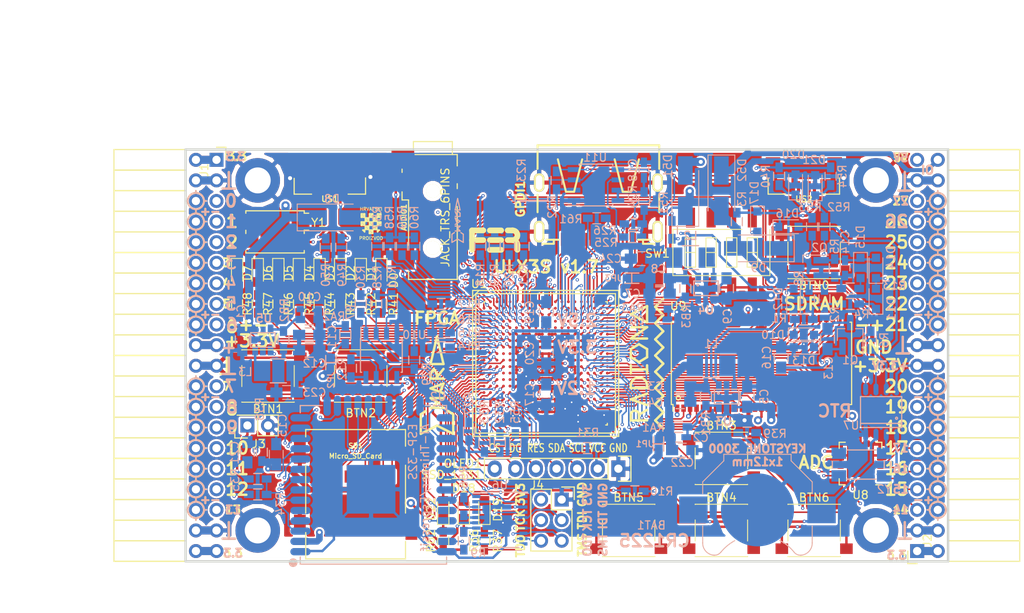
<source format=kicad_pcb>
(kicad_pcb (version 4) (host pcbnew 4.0.7+dfsg1-1)
  (layers (0 F.Cu signal) (1 In1.Cu signal) (2 In2.Cu signal) (31 B.Cu signal) (34 B.Paste user) (35 F.Paste user) (36 B.SilkS user) (37 F.SilkS user) (38 B.Mask user) (39 F.Mask user) (44 Edge.Cuts user))
  (net 0 "")
  (net 1 GND)
  (net 2 +5V)
  (net 3 /gpio/IN5V)
  (net 4 /gpio/OUT5V)
  (net 5 +3V3)
  (net 6 +1V2)
  (net 7 BTN_D)
  (net 8 BTN_F1)
  (net 9 BTN_F2)
  (net 10 BTN_L)
  (net 11 BTN_R)
  (net 12 BTN_U)
  (net 13 /power/FB1)
  (net 14 +2V5)
  (net 15 /power/PWREN)
  (net 16 /power/FB3)
  (net 17 /power/FB2)
  (net 18 "Net-(D9-Pad1)")
  (net 19 /power/VBAT)
  (net 20 JTAG_TDI)
  (net 21 JTAG_TCK)
  (net 22 JTAG_TMS)
  (net 23 JTAG_TDO)
  (net 24 /power/WAKEUPn)
  (net 25 /power/WKUP)
  (net 26 /power/SHUT)
  (net 27 /power/WAKE)
  (net 28 /power/HOLD)
  (net 29 /power/WKn)
  (net 30 /power/OSCI_32k)
  (net 31 /power/OSCO_32k)
  (net 32 "Net-(Q2-Pad3)")
  (net 33 SHUTDOWN)
  (net 34 /analog/AUDIO_L)
  (net 35 /analog/AUDIO_R)
  (net 36 GPDI_5V_SCL)
  (net 37 GPDI_5V_SDA)
  (net 38 GPDI_SDA)
  (net 39 GPDI_SCL)
  (net 40 /gpdi/VREF2)
  (net 41 SD_CMD)
  (net 42 SD_CLK)
  (net 43 SD_D0)
  (net 44 SD_D1)
  (net 45 USB5V)
  (net 46 GPDI_CEC)
  (net 47 nRESET)
  (net 48 FTDI_nDTR)
  (net 49 SDRAM_CKE)
  (net 50 SDRAM_A7)
  (net 51 SDRAM_D15)
  (net 52 SDRAM_BA1)
  (net 53 SDRAM_D7)
  (net 54 SDRAM_A6)
  (net 55 SDRAM_CLK)
  (net 56 SDRAM_D13)
  (net 57 SDRAM_BA0)
  (net 58 SDRAM_D6)
  (net 59 SDRAM_A5)
  (net 60 SDRAM_D14)
  (net 61 SDRAM_A11)
  (net 62 SDRAM_D12)
  (net 63 SDRAM_D5)
  (net 64 SDRAM_A4)
  (net 65 SDRAM_A10)
  (net 66 SDRAM_D11)
  (net 67 SDRAM_A3)
  (net 68 SDRAM_D4)
  (net 69 SDRAM_D10)
  (net 70 SDRAM_D9)
  (net 71 SDRAM_A9)
  (net 72 SDRAM_D3)
  (net 73 SDRAM_D8)
  (net 74 SDRAM_A8)
  (net 75 SDRAM_A2)
  (net 76 SDRAM_A1)
  (net 77 SDRAM_A0)
  (net 78 SDRAM_D2)
  (net 79 SDRAM_D1)
  (net 80 SDRAM_D0)
  (net 81 SDRAM_DQM0)
  (net 82 SDRAM_nCS)
  (net 83 SDRAM_nRAS)
  (net 84 SDRAM_DQM1)
  (net 85 SDRAM_nCAS)
  (net 86 SDRAM_nWE)
  (net 87 /flash/FLASH_nWP)
  (net 88 /flash/FLASH_nHOLD)
  (net 89 /flash/FLASH_MOSI)
  (net 90 /flash/FLASH_MISO)
  (net 91 /flash/FLASH_SCK)
  (net 92 /flash/FLASH_nCS)
  (net 93 /flash/FPGA_PROGRAMN)
  (net 94 /flash/FPGA_DONE)
  (net 95 /flash/FPGA_INITN)
  (net 96 OLED_RES)
  (net 97 OLED_DC)
  (net 98 OLED_CS)
  (net 99 WIFI_EN)
  (net 100 FTDI_nRTS)
  (net 101 FTDI_TXD)
  (net 102 FTDI_RXD)
  (net 103 WIFI_RXD)
  (net 104 WIFI_GPIO0)
  (net 105 WIFI_TXD)
  (net 106 GPDI_ETH-)
  (net 107 GPDI_ETH+)
  (net 108 GPDI_D2+)
  (net 109 GPDI_D2-)
  (net 110 GPDI_D1+)
  (net 111 GPDI_D1-)
  (net 112 GPDI_D0+)
  (net 113 GPDI_D0-)
  (net 114 GPDI_CLK+)
  (net 115 GPDI_CLK-)
  (net 116 USB_FTDI_D+)
  (net 117 USB_FTDI_D-)
  (net 118 J1_17-)
  (net 119 J1_17+)
  (net 120 J1_23-)
  (net 121 J1_23+)
  (net 122 J1_25-)
  (net 123 J1_25+)
  (net 124 J1_27-)
  (net 125 J1_27+)
  (net 126 J1_29-)
  (net 127 J1_29+)
  (net 128 J1_31-)
  (net 129 J1_31+)
  (net 130 J1_33-)
  (net 131 J1_33+)
  (net 132 J1_35-)
  (net 133 J1_35+)
  (net 134 J2_5-)
  (net 135 J2_5+)
  (net 136 J2_7-)
  (net 137 J2_7+)
  (net 138 J2_9-)
  (net 139 J2_9+)
  (net 140 J2_13-)
  (net 141 J2_13+)
  (net 142 J2_17-)
  (net 143 J2_17+)
  (net 144 J2_11-)
  (net 145 J2_11+)
  (net 146 J2_23-)
  (net 147 J2_23+)
  (net 148 J1_5-)
  (net 149 J1_5+)
  (net 150 J1_7-)
  (net 151 J1_7+)
  (net 152 J1_9-)
  (net 153 J1_9+)
  (net 154 J1_11-)
  (net 155 J1_11+)
  (net 156 J1_13-)
  (net 157 J1_13+)
  (net 158 J1_15-)
  (net 159 J1_15+)
  (net 160 J2_15-)
  (net 161 J2_15+)
  (net 162 J2_25-)
  (net 163 J2_25+)
  (net 164 J2_27-)
  (net 165 J2_27+)
  (net 166 J2_29-)
  (net 167 J2_29+)
  (net 168 J2_31-)
  (net 169 J2_31+)
  (net 170 J2_33-)
  (net 171 J2_33+)
  (net 172 J2_35-)
  (net 173 J2_35+)
  (net 174 SD_D3)
  (net 175 AUDIO_L3)
  (net 176 AUDIO_L2)
  (net 177 AUDIO_L1)
  (net 178 AUDIO_L0)
  (net 179 AUDIO_R3)
  (net 180 AUDIO_R2)
  (net 181 AUDIO_R1)
  (net 182 AUDIO_R0)
  (net 183 OLED_CLK)
  (net 184 OLED_MOSI)
  (net 185 LED0)
  (net 186 LED1)
  (net 187 LED2)
  (net 188 LED3)
  (net 189 LED4)
  (net 190 LED5)
  (net 191 LED6)
  (net 192 LED7)
  (net 193 BTN_PWRn)
  (net 194 FTDI_nTXLED)
  (net 195 FTDI_nSLEEP)
  (net 196 /blinkey/LED_PWREN)
  (net 197 /blinkey/LED_TXLED)
  (net 198 FT3V3)
  (net 199 /sdcard/SD3V3)
  (net 200 SD_D2)
  (net 201 CLK_25MHz)
  (net 202 /blinkey/BTNPUL)
  (net 203 /blinkey/BTNPUR)
  (net 204 USB_FPGA_D+)
  (net 205 /power/FTDI_nSUSPEND)
  (net 206 /blinkey/ALED0)
  (net 207 /blinkey/ALED1)
  (net 208 /blinkey/ALED2)
  (net 209 /blinkey/ALED3)
  (net 210 /blinkey/ALED4)
  (net 211 /blinkey/ALED5)
  (net 212 /blinkey/ALED6)
  (net 213 /blinkey/ALED7)
  (net 214 /usb/FTD-)
  (net 215 /usb/FTD+)
  (net 216 ADC_MISO)
  (net 217 ADC_MOSI)
  (net 218 ADC_CSn)
  (net 219 ADC_SCLK)
  (net 220 "Net-(R51-Pad2)")
  (net 221 SW3)
  (net 222 SW2)
  (net 223 SW1)
  (net 224 SW0)
  (net 225 USB_FPGA_D-)
  (net 226 /usb/FPD+)
  (net 227 /usb/FPD-)
  (net 228 WIFI_GPIO16)
  (net 229 WIFI_GPIO15)
  (net 230 /usb/ANT_433MHz)
  (net 231 /power/PWRBTn)
  (net 232 PROG_DONE)
  (net 233 /power/P1V2)
  (net 234 /power/P3V3)
  (net 235 /power/P2V5)
  (net 236 /power/L1)
  (net 237 /power/L3)
  (net 238 /power/L2)
  (net 239 FTDI_TXDEN)
  (net 240 /wifi/WIFIOFF)
  (net 241 SDRAM_A12)
  (net 242 /analog/AUDIO_V)
  (net 243 AUDIO_V3)
  (net 244 AUDIO_V2)
  (net 245 AUDIO_V1)
  (net 246 AUDIO_V0)
  (net 247 /gpdi/FPGA_CEC)
  (net 248 /blinkey/LED_WIFI)
  (net 249 WIFI_GPIO2)
  (module Socket_Strips:Socket_Strip_Angled_2x20 (layer F.Cu) (at 97.91 62.69 270)
    (fp_text reference J1 (at 1.27 1.524 270) (layer F.SilkS))
    (fp_text value CONN_02X20 hide)
    (pad 1 thru_hole rect (at 0 0 270) (size 1.7272 1.7272) (drill 1.016) (layers *.Cu *.Mask) (net 5 +3V3))
    (pad 2 thru_hole oval (at 0 2.54 270) (size 1.7272 1.7272) (drill 1.016) (layers *.Cu *.Mask) (net 5 +3V3))
    (pad 3 thru_hole oval (at 2.54 0 270) (size 1.7272 1.7272) (drill 1.016) (layers *.Cu *.Mask) (net 1 GND))
    (pad 4 thru_hole oval (at 2.54 2.54 270) (size 1.7272 1.7272) (drill 1.016) (layers *.Cu *.Mask) (net 1 GND))
    (pad 5 thru_hole oval (at 5.08 0 270) (size 1.7272 1.7272) (drill 1.016) (layers *.Cu *.Mask) (net 148 J1_5-))
    (pad 6 thru_hole oval (at 5.08 2.54 270) (size 1.7272 1.7272) (drill 1.016) (layers *.Cu *.Mask) (net 149 J1_5+))
    (pad 7 thru_hole oval (at 7.62 0 270) (size 1.7272 1.7272) (drill 1.016) (layers *.Cu *.Mask) (net 150 J1_7-))
    (pad 8 thru_hole oval (at 7.62 2.54 270) (size 1.7272 1.7272) (drill 1.016) (layers *.Cu *.Mask) (net 151 J1_7+))
    (pad 9 thru_hole oval (at 10.16 0 270) (size 1.7272 1.7272) (drill 1.016) (layers *.Cu *.Mask) (net 152 J1_9-))
    (pad 10 thru_hole oval (at 10.16 2.54 270) (size 1.7272 1.7272) (drill 1.016) (layers *.Cu *.Mask) (net 153 J1_9+))
    (pad 11 thru_hole oval (at 12.7 0 270) (size 1.7272 1.7272) (drill 1.016) (layers *.Cu *.Mask) (net 154 J1_11-))
    (pad 12 thru_hole oval (at 12.7 2.54 270) (size 1.7272 1.7272) (drill 1.016) (layers *.Cu *.Mask) (net 155 J1_11+))
    (pad 13 thru_hole oval (at 15.24 0 270) (size 1.7272 1.7272) (drill 1.016) (layers *.Cu *.Mask) (net 156 J1_13-))
    (pad 14 thru_hole oval (at 15.24 2.54 270) (size 1.7272 1.7272) (drill 1.016) (layers *.Cu *.Mask) (net 157 J1_13+))
    (pad 15 thru_hole oval (at 17.78 0 270) (size 1.7272 1.7272) (drill 1.016) (layers *.Cu *.Mask) (net 158 J1_15-))
    (pad 16 thru_hole oval (at 17.78 2.54 270) (size 1.7272 1.7272) (drill 1.016) (layers *.Cu *.Mask) (net 159 J1_15+))
    (pad 17 thru_hole oval (at 20.32 0 270) (size 1.7272 1.7272) (drill 1.016) (layers *.Cu *.Mask) (net 118 J1_17-))
    (pad 18 thru_hole oval (at 20.32 2.54 270) (size 1.7272 1.7272) (drill 1.016) (layers *.Cu *.Mask) (net 119 J1_17+))
    (pad 19 thru_hole oval (at 22.86 0 270) (size 1.7272 1.7272) (drill 1.016) (layers *.Cu *.Mask) (net 5 +3V3))
    (pad 20 thru_hole oval (at 22.86 2.54 270) (size 1.7272 1.7272) (drill 1.016) (layers *.Cu *.Mask) (net 5 +3V3))
    (pad 21 thru_hole oval (at 25.4 0 270) (size 1.7272 1.7272) (drill 1.016) (layers *.Cu *.Mask) (net 1 GND))
    (pad 22 thru_hole oval (at 25.4 2.54 270) (size 1.7272 1.7272) (drill 1.016) (layers *.Cu *.Mask) (net 1 GND))
    (pad 23 thru_hole oval (at 27.94 0 270) (size 1.7272 1.7272) (drill 1.016) (layers *.Cu *.Mask) (net 120 J1_23-))
    (pad 24 thru_hole oval (at 27.94 2.54 270) (size 1.7272 1.7272) (drill 1.016) (layers *.Cu *.Mask) (net 121 J1_23+))
    (pad 25 thru_hole oval (at 30.48 0 270) (size 1.7272 1.7272) (drill 1.016) (layers *.Cu *.Mask) (net 122 J1_25-))
    (pad 26 thru_hole oval (at 30.48 2.54 270) (size 1.7272 1.7272) (drill 1.016) (layers *.Cu *.Mask) (net 123 J1_25+))
    (pad 27 thru_hole oval (at 33.02 0 270) (size 1.7272 1.7272) (drill 1.016) (layers *.Cu *.Mask) (net 124 J1_27-))
    (pad 28 thru_hole oval (at 33.02 2.54 270) (size 1.7272 1.7272) (drill 1.016) (layers *.Cu *.Mask) (net 125 J1_27+))
    (pad 29 thru_hole oval (at 35.56 0 270) (size 1.7272 1.7272) (drill 1.016) (layers *.Cu *.Mask) (net 126 J1_29-))
    (pad 30 thru_hole oval (at 35.56 2.54 270) (size 1.7272 1.7272) (drill 1.016) (layers *.Cu *.Mask) (net 127 J1_29+))
    (pad 31 thru_hole oval (at 38.1 0 270) (size 1.7272 1.7272) (drill 1.016) (layers *.Cu *.Mask) (net 128 J1_31-))
    (pad 32 thru_hole oval (at 38.1 2.54 270) (size 1.7272 1.7272) (drill 1.016) (layers *.Cu *.Mask) (net 129 J1_31+))
    (pad 33 thru_hole oval (at 40.64 0 270) (size 1.7272 1.7272) (drill 1.016) (layers *.Cu *.Mask) (net 130 J1_33-))
    (pad 34 thru_hole oval (at 40.64 2.54 270) (size 1.7272 1.7272) (drill 1.016) (layers *.Cu *.Mask) (net 131 J1_33+))
    (pad 35 thru_hole oval (at 43.18 0 270) (size 1.7272 1.7272) (drill 1.016) (layers *.Cu *.Mask) (net 132 J1_35-))
    (pad 36 thru_hole oval (at 43.18 2.54 270) (size 1.7272 1.7272) (drill 1.016) (layers *.Cu *.Mask) (net 133 J1_35+))
    (pad 37 thru_hole oval (at 45.72 0 270) (size 1.7272 1.7272) (drill 1.016) (layers *.Cu *.Mask) (net 1 GND))
    (pad 38 thru_hole oval (at 45.72 2.54 270) (size 1.7272 1.7272) (drill 1.016) (layers *.Cu *.Mask) (net 1 GND))
    (pad 39 thru_hole oval (at 48.26 0 270) (size 1.7272 1.7272) (drill 1.016) (layers *.Cu *.Mask) (net 5 +3V3))
    (pad 40 thru_hole oval (at 48.26 2.54 270) (size 1.7272 1.7272) (drill 1.016) (layers *.Cu *.Mask) (net 5 +3V3))
  )
  (module SMD_Packages:1Pin (layer F.Cu) (at 182.67515 111.637626)
    (fp_text reference AE1 hide)
    (fp_text value 433MHz hide)
    (pad 1 smd rect (at 0 0) (size 0.5 0.5) (layers B.Cu F.Paste F.Mask) (net 230 /usb/ANT_433MHz))
  )
  (module Resistors_SMD:R_0603_HandSoldering (layer B.Cu) (at 103.498 98.758 90)
    (fp_text reference R38 (at 5.334 -0.254 90) (layer B.SilkS) (effects (justify mirror)))
    (fp_text value 0.47)
    (pad 1 smd rect (at -1.1 0 90) (size 1.2 0.9) (layers B.Cu B.Paste B.Mask) (net 199 /sdcard/SD3V3))
    (pad 2 smd rect (at 1.1 0 90) (size 1.2 0.9) (layers B.Cu B.Paste B.Mask) (net 5 +3V3))
  )
  (module jumper:SOLDER-JUMPER_1-WAY (layer B.Cu) (at 152.393 97.742 270)
    (fp_text reference JP1 (at 0 1.778 360) (layer B.SilkS) (effects (font (size 0.762 0.762) (thickness 0.1524)) (justify mirror)))
    (fp_text value 1.2 hide)
    (pad 1 smd rect (at -0.6 0 270) (size 1 1) (layers B.Cu B.Paste B.Mask) (net 233 /power/P1V2))
    (pad 2 smd rect (at 0.6 0 270) (size 1 1) (layers B.Cu B.Paste B.Mask) (net 6 +1V2))
  )
  (module ESP32-footprints-Lib:ESP-32S (layer B.Cu) (at 117.313 101.513)
    (fp_text reference U2 (at 7.902 -9.613 180) (layer B.SilkS) (effects (justify mirror)))
    (fp_text value ESP-32S)
    (fp_text user AI-Thinker/Espressif (at 6.3 1.6 270) (layer B.SilkS) (effects (justify mirror)))
    (fp_text user ESP-32S (at 4.8 -2.8 270) (layer B.SilkS) (effects (justify mirror)))
    (pad 38 smd oval (at 8.947434 9.517338 180) (size 2.5 0.9) (layers B.Cu B.Paste B.Mask) (net 1 GND))
    (pad 37 smd oval (at 8.947434 8.247338 180) (size 2.5 0.9) (layers B.Cu B.Paste B.Mask) (net 20 JTAG_TDI))
    (pad 36 smd oval (at 8.947434 6.977338 180) (size 2.5 0.9) (layers B.Cu B.Paste B.Mask) (net 232 PROG_DONE))
    (pad 35 smd oval (at 8.947434 5.707338 180) (size 2.5 0.9) (layers B.Cu B.Paste B.Mask) (net 105 WIFI_TXD))
    (pad 34 smd oval (at 8.947434 4.437338 180) (size 2.5 0.9) (layers B.Cu B.Paste B.Mask) (net 103 WIFI_RXD))
    (pad 33 smd oval (at 8.947434 3.167338 180) (size 2.5 0.9) (layers B.Cu B.Paste B.Mask) (net 22 JTAG_TMS))
    (pad 32 smd oval (at 8.947434 1.897338 180) (size 2.5 0.9) (layers B.Cu B.Paste B.Mask))
    (pad 31 smd oval (at 8.947434 0.627338 180) (size 2.5 0.9) (layers B.Cu B.Paste B.Mask) (net 23 JTAG_TDO))
    (pad 30 smd oval (at 8.947434 -0.642662 180) (size 2.5 0.9) (layers B.Cu B.Paste B.Mask) (net 21 JTAG_TCK))
    (pad 29 smd oval (at 8.947434 -1.912662 180) (size 2.5 0.9) (layers B.Cu B.Paste B.Mask))
    (pad 28 smd oval (at 8.947434 -3.182662 180) (size 2.5 0.9) (layers B.Cu B.Paste B.Mask))
    (pad 27 smd oval (at 8.947434 -4.452662 180) (size 2.5 0.9) (layers B.Cu B.Paste B.Mask) (net 228 WIFI_GPIO16))
    (pad 26 smd oval (at 8.947434 -5.722662 180) (size 2.5 0.9) (layers B.Cu B.Paste B.Mask))
    (pad 25 smd oval (at 8.947434 -6.992662 180) (size 2.5 0.9) (layers B.Cu B.Paste B.Mask) (net 104 WIFI_GPIO0))
    (pad 24 smd oval (at 5.662434 -8.482662 180) (size 0.9 2.5) (layers B.Cu B.Paste B.Mask) (net 249 WIFI_GPIO2))
    (pad 23 smd oval (at 4.392434 -8.482662 180) (size 0.9 2.5) (layers B.Cu B.Paste B.Mask) (net 229 WIFI_GPIO15))
    (pad 22 smd oval (at 3.122434 -8.482662 180) (size 0.9 2.5) (layers B.Cu B.Paste B.Mask) (net 44 SD_D1))
    (pad 21 smd oval (at 1.852434 -8.482662 180) (size 0.9 2.5) (layers B.Cu B.Paste B.Mask) (net 43 SD_D0))
    (pad 20 smd oval (at 0.582434 -8.482662 180) (size 0.9 2.5) (layers B.Cu B.Paste B.Mask) (net 42 SD_CLK))
    (pad 19 smd oval (at -0.687566 -8.482662 180) (size 0.9 2.5) (layers B.Cu B.Paste B.Mask) (net 41 SD_CMD))
    (pad 18 smd oval (at -1.957566 -8.482662 180) (size 0.9 2.5) (layers B.Cu B.Paste B.Mask) (net 174 SD_D3))
    (pad 17 smd oval (at -3.227566 -8.482662 180) (size 0.9 2.5) (layers B.Cu B.Paste B.Mask) (net 200 SD_D2))
    (pad 16 smd oval (at -4.497566 -8.482662 180) (size 0.9 2.5) (layers B.Cu B.Paste B.Mask) (net 124 J1_27-))
    (pad 15 smd oval (at -5.767566 -8.482662 180) (size 0.9 2.5) (layers B.Cu B.Paste B.Mask) (net 1 GND))
    (pad 14 smd oval (at -9.052566 -6.992662 180) (size 2.5 0.9) (layers B.Cu B.Paste B.Mask) (net 125 J1_27+))
    (pad 13 smd oval (at -9.052566 -5.722662 180) (size 2.5 0.9) (layers B.Cu B.Paste B.Mask) (net 126 J1_29-))
    (pad 12 smd oval (at -9.052566 -4.452662 180) (size 2.5 0.9) (layers B.Cu B.Paste B.Mask) (net 127 J1_29+))
    (pad 11 smd oval (at -9.052566 -3.182662 180) (size 2.5 0.9) (layers B.Cu B.Paste B.Mask) (net 128 J1_31-))
    (pad 10 smd oval (at -9.052566 -1.912662 180) (size 2.5 0.9) (layers B.Cu B.Paste B.Mask) (net 129 J1_31+))
    (pad 9 smd oval (at -9.052566 -0.642662 180) (size 2.5 0.9) (layers B.Cu B.Paste B.Mask) (net 130 J1_33-))
    (pad 8 smd oval (at -9.052566 0.627338 180) (size 2.5 0.9) (layers B.Cu B.Paste B.Mask) (net 131 J1_33+))
    (pad 7 smd oval (at -9.052566 1.897338 180) (size 2.5 0.9) (layers B.Cu B.Paste B.Mask) (net 132 J1_35-))
    (pad 6 smd oval (at -9.052566 3.167338 180) (size 2.5 0.9) (layers B.Cu B.Paste B.Mask) (net 133 J1_35+))
    (pad 5 smd oval (at -9.052566 4.437338 180) (size 2.5 0.9) (layers B.Cu B.Paste B.Mask))
    (pad 4 smd oval (at -9.052566 5.707338 180) (size 2.5 0.9) (layers B.Cu B.Paste B.Mask))
    (pad 3 smd oval (at -9.052566 6.977338 180) (size 2.5 0.9) (layers B.Cu B.Paste B.Mask) (net 99 WIFI_EN))
    (pad 2 smd oval (at -9.052566 8.247338 180) (size 2.5 0.9) (layers B.Cu B.Paste B.Mask) (net 5 +3V3))
    (pad 1 smd oval (at -9.052566 9.517338 180) (size 2.5 0.9) (layers B.Cu B.Paste B.Mask) (net 1 GND))
    (pad 39 smd rect (at -0.352566 1.817338 180) (size 6 6) (layers B.Cu B.Paste B.Mask) (net 1 GND))
  )
  (module Diodes_SMD:D_SMA_Handsoldering (layer B.Cu) (at 155.695 66.5 90)
    (fp_text reference D51 (at 3.048 -2.159 90) (layer B.SilkS) (effects (justify mirror)))
    (fp_text value STPS2L30AF hide)
    (pad 1 smd rect (at -2.5 0 90) (size 3.5 1.8) (layers B.Cu B.Paste B.Mask) (net 2 +5V))
    (pad 2 smd rect (at 2.5 0 90) (size 3.5 1.8) (layers B.Cu B.Paste B.Mask) (net 3 /gpio/IN5V))
  )
  (module Resistors_SMD:R_0603_HandSoldering (layer B.Cu) (at 154.044 71.326 90)
    (fp_text reference R51 (at 3.302 -1.016 90) (layer B.SilkS) (effects (justify mirror)))
    (fp_text value 150)
    (pad 1 smd rect (at -1.1 0 90) (size 1.2 0.9) (layers B.Cu B.Paste B.Mask) (net 5 +3V3))
    (pad 2 smd rect (at 1.1 0 90) (size 1.2 0.9) (layers B.Cu B.Paste B.Mask) (net 220 "Net-(R51-Pad2)"))
  )
  (module Resistors_SMD:R_1210_HandSoldering (layer B.Cu) (at 158.87 88.09 180)
    (fp_text reference L1 (at 0 2.7 180) (layer B.SilkS) (effects (justify mirror)))
    (fp_text value 2.2uH)
    (pad 1 smd rect (at -2 0 180) (size 2 2.5) (layers B.Cu B.Paste B.Mask) (net 236 /power/L1))
    (pad 2 smd rect (at 2 0 180) (size 2 2.5) (layers B.Cu B.Paste B.Mask) (net 233 /power/P1V2))
  )
  (module TSOT-25:TSOT-25 (layer B.Cu) (at 160.775 91.9)
    (fp_text reference U3 (at -0.381 3.048) (layer B.SilkS) (effects (font (thickness 0.2)) (justify mirror)))
    (fp_text value AP3429A)
    (pad 1 smd rect (at -0.95 -1.3) (size 0.7 1.2) (layers B.Cu B.Paste B.Mask) (net 15 /power/PWREN))
    (pad 2 smd rect (at 0 -1.3) (size 0.7 1.2) (layers B.Cu B.Paste B.Mask) (net 1 GND))
    (pad 3 smd rect (at 0.95 -1.3) (size 0.7 1.2) (layers B.Cu B.Paste B.Mask) (net 236 /power/L1))
    (pad 4 smd rect (at 0.95 1.3) (size 0.7 1.2) (layers B.Cu B.Paste B.Mask) (net 2 +5V))
    (pad 5 smd rect (at -0.95 1.3) (size 0.7 1.2) (layers B.Cu B.Paste B.Mask) (net 13 /power/FB1))
  )
  (module Resistors_SMD:R_1210_HandSoldering (layer B.Cu) (at 156.33 74.755 180)
    (fp_text reference L2 (at 0 2.7 180) (layer B.SilkS) (effects (justify mirror)))
    (fp_text value 2.2uH)
    (pad 1 smd rect (at -2 0 180) (size 2 2.5) (layers B.Cu B.Paste B.Mask) (net 237 /power/L3))
    (pad 2 smd rect (at 2 0 180) (size 2 2.5) (layers B.Cu B.Paste B.Mask) (net 234 /power/P3V3))
  )
  (module TSOT-25:TSOT-25 (layer B.Cu) (at 158.235 78.535)
    (fp_text reference U4 (at 0 2.697) (layer B.SilkS) (effects (font (thickness 0.2)) (justify mirror)))
    (fp_text value AP3429A)
    (pad 1 smd rect (at -0.95 -1.3) (size 0.7 1.2) (layers B.Cu B.Paste B.Mask) (net 15 /power/PWREN))
    (pad 2 smd rect (at 0 -1.3) (size 0.7 1.2) (layers B.Cu B.Paste B.Mask) (net 1 GND))
    (pad 3 smd rect (at 0.95 -1.3) (size 0.7 1.2) (layers B.Cu B.Paste B.Mask) (net 237 /power/L3))
    (pad 4 smd rect (at 0.95 1.3) (size 0.7 1.2) (layers B.Cu B.Paste B.Mask) (net 2 +5V))
    (pad 5 smd rect (at -0.95 1.3) (size 0.7 1.2) (layers B.Cu B.Paste B.Mask) (net 16 /power/FB3))
  )
  (module Resistors_SMD:R_1210_HandSoldering (layer B.Cu) (at 105.53 88.725)
    (fp_text reference L3 (at -4.064 0.127) (layer B.SilkS) (effects (justify mirror)))
    (fp_text value 2.2uH)
    (pad 1 smd rect (at -2 0) (size 2 2.5) (layers B.Cu B.Paste B.Mask) (net 238 /power/L2))
    (pad 2 smd rect (at 2 0) (size 2 2.5) (layers B.Cu B.Paste B.Mask) (net 235 /power/P2V5))
  )
  (module TSOT-25:TSOT-25 (layer B.Cu) (at 103.625 84.915 180)
    (fp_text reference U5 (at -0.127 2.667 180) (layer B.SilkS) (effects (font (thickness 0.2)) (justify mirror)))
    (fp_text value AP3429A)
    (pad 1 smd rect (at -0.95 -1.3 180) (size 0.7 1.2) (layers B.Cu B.Paste B.Mask) (net 15 /power/PWREN))
    (pad 2 smd rect (at 0 -1.3 180) (size 0.7 1.2) (layers B.Cu B.Paste B.Mask) (net 1 GND))
    (pad 3 smd rect (at 0.95 -1.3 180) (size 0.7 1.2) (layers B.Cu B.Paste B.Mask) (net 238 /power/L2))
    (pad 4 smd rect (at 0.95 1.3 180) (size 0.7 1.2) (layers B.Cu B.Paste B.Mask) (net 2 +5V))
    (pad 5 smd rect (at -0.95 1.3 180) (size 0.7 1.2) (layers B.Cu B.Paste B.Mask) (net 17 /power/FB2))
  )
  (module Capacitors_SMD:C_0805_HandSoldering (layer B.Cu) (at 101.085 84.915 270)
    (fp_text reference C1 (at -3.429 0.127 270) (layer B.SilkS) (effects (justify mirror)))
    (fp_text value 22uF)
    (pad 1 smd rect (at -1.25 0 270) (size 1.5 1.25) (layers B.Cu B.Paste B.Mask) (net 2 +5V))
    (pad 2 smd rect (at 1.25 0 270) (size 1.5 1.25) (layers B.Cu B.Paste B.Mask) (net 1 GND))
  )
  (module Capacitors_SMD:C_0805_HandSoldering (layer B.Cu) (at 155.06 90.63)
    (fp_text reference C3 (at -3.048 0) (layer B.SilkS) (effects (justify mirror)))
    (fp_text value 22uF)
    (pad 1 smd rect (at -1.25 0) (size 1.5 1.25) (layers B.Cu B.Paste B.Mask) (net 233 /power/P1V2))
    (pad 2 smd rect (at 1.25 0) (size 1.5 1.25) (layers B.Cu B.Paste B.Mask) (net 1 GND))
  )
  (module Capacitors_SMD:C_0805_HandSoldering (layer B.Cu) (at 155.06 92.535)
    (fp_text reference C4 (at -3.048 0.127) (layer B.SilkS) (effects (justify mirror)))
    (fp_text value 22uF)
    (pad 1 smd rect (at -1.25 0) (size 1.5 1.25) (layers B.Cu B.Paste B.Mask) (net 233 /power/P1V2))
    (pad 2 smd rect (at 1.25 0) (size 1.5 1.25) (layers B.Cu B.Paste B.Mask) (net 1 GND))
  )
  (module Capacitors_SMD:C_0805_HandSoldering (layer B.Cu) (at 163.315 91.9 90)
    (fp_text reference C5 (at 0 2.1 90) (layer B.SilkS) (effects (justify mirror)))
    (fp_text value 22uF)
    (pad 1 smd rect (at -1.25 0 90) (size 1.5 1.25) (layers B.Cu B.Paste B.Mask) (net 2 +5V))
    (pad 2 smd rect (at 1.25 0 90) (size 1.5 1.25) (layers B.Cu B.Paste B.Mask) (net 1 GND))
  )
  (module Capacitors_SMD:C_0805_HandSoldering (layer B.Cu) (at 152.52 79.2)
    (fp_text reference C7 (at -3.302 0) (layer B.SilkS) (effects (justify mirror)))
    (fp_text value 22uF)
    (pad 1 smd rect (at -1.25 0) (size 1.5 1.25) (layers B.Cu B.Paste B.Mask) (net 234 /power/P3V3))
    (pad 2 smd rect (at 1.25 0) (size 1.5 1.25) (layers B.Cu B.Paste B.Mask) (net 1 GND))
  )
  (module Capacitors_SMD:C_0805_HandSoldering (layer B.Cu) (at 152.52 77.295)
    (fp_text reference C8 (at -0.127 -1.143) (layer B.SilkS) (effects (justify mirror)))
    (fp_text value 22uF)
    (pad 1 smd rect (at -1.25 0) (size 1.5 1.25) (layers B.Cu B.Paste B.Mask) (net 234 /power/P3V3))
    (pad 2 smd rect (at 1.25 0) (size 1.5 1.25) (layers B.Cu B.Paste B.Mask) (net 1 GND))
  )
  (module Capacitors_SMD:C_0805_HandSoldering (layer B.Cu) (at 160.775 78.565 90)
    (fp_text reference C9 (at -3.429 0.127 90) (layer B.SilkS) (effects (justify mirror)))
    (fp_text value 22uF)
    (pad 1 smd rect (at -1.25 0 90) (size 1.5 1.25) (layers B.Cu B.Paste B.Mask) (net 2 +5V))
    (pad 2 smd rect (at 1.25 0 90) (size 1.5 1.25) (layers B.Cu B.Paste B.Mask) (net 1 GND))
  )
  (module Capacitors_SMD:C_0805_HandSoldering (layer B.Cu) (at 109.34 84.28 180)
    (fp_text reference C11 (at -2.794 -0.254 270) (layer B.SilkS) (effects (justify mirror)))
    (fp_text value 22uF)
    (pad 1 smd rect (at -1.25 0 180) (size 1.5 1.25) (layers B.Cu B.Paste B.Mask) (net 235 /power/P2V5))
    (pad 2 smd rect (at 1.25 0 180) (size 1.5 1.25) (layers B.Cu B.Paste B.Mask) (net 1 GND))
  )
  (module Capacitors_SMD:C_0805_HandSoldering (layer B.Cu) (at 109.34 86.185 180)
    (fp_text reference C12 (at -0.635 -1.615 360) (layer B.SilkS) (effects (justify mirror)))
    (fp_text value 22uF)
    (pad 1 smd rect (at -1.25 0 180) (size 1.5 1.25) (layers B.Cu B.Paste B.Mask) (net 235 /power/P2V5))
    (pad 2 smd rect (at 1.25 0 180) (size 1.5 1.25) (layers B.Cu B.Paste B.Mask) (net 1 GND))
  )
  (module Power_Integrations:SO-8 (layer B.Cu) (at 179.825 93.805 180)
    (fp_text reference U7 (at 3.683 -1.651 180) (layer B.SilkS) (effects (justify mirror)))
    (fp_text value PCF8523)
    (pad 1 smd oval (at -1.905 -2.794 180) (size 0.6096 1.4732) (layers B.Cu B.Paste B.Mask) (net 30 /power/OSCI_32k))
    (pad 2 smd oval (at -0.635 -2.794 180) (size 0.6096 1.4732) (layers B.Cu B.Paste B.Mask) (net 31 /power/OSCO_32k))
    (pad 3 smd oval (at 0.635 -2.794 180) (size 0.6096 1.4732) (layers B.Cu B.Paste B.Mask) (net 19 /power/VBAT))
    (pad 4 smd oval (at 1.905 -2.794 180) (size 0.6096 1.4732) (layers B.Cu B.Paste B.Mask) (net 1 GND))
    (pad 5 smd oval (at 1.905 2.794 180) (size 0.6096 1.4732) (layers B.Cu B.Paste B.Mask) (net 38 GPDI_SDA))
    (pad 6 smd oval (at 0.635 2.794 180) (size 0.6096 1.4732) (layers B.Cu B.Paste B.Mask) (net 39 GPDI_SCL))
    (pad 7 smd oval (at -0.635 2.794 180) (size 0.6096 1.4732) (layers B.Cu B.Paste B.Mask) (net 24 /power/WAKEUPn))
    (pad 8 smd oval (at -1.905 2.794 180) (size 0.6096 1.4732) (layers B.Cu B.Paste B.Mask) (net 5 +3V3))
  )
  (module Capacitors_SMD:C_0805_HandSoldering (layer B.Cu) (at 173.221 84.788 90)
    (fp_text reference C13 (at -3.556 0.127 90) (layer B.SilkS) (effects (justify mirror)))
    (fp_text value 2.2uF)
    (pad 1 smd rect (at -1.25 0 90) (size 1.5 1.25) (layers B.Cu B.Paste B.Mask) (net 2 +5V))
    (pad 2 smd rect (at 1.25 0 90) (size 1.5 1.25) (layers B.Cu B.Paste B.Mask) (net 25 /power/WKUP))
  )
  (module TSOP54:TSOP54 (layer F.Cu) (at 165.08 87.8 90)
    (fp_text reference U9 (at 7.076 -10.274 180) (layer F.SilkS))
    (fp_text value MT48LC4M16A2TG)
    (pad 28 smd rect (at 5.53 10.4 90) (size 0.9 0.56) (layers F.Cu F.Paste F.Mask) (net 1 GND))
    (pad 1 smd rect (at -5.53 -10.4 90) (size 0.9 0.56) (layers F.Cu F.Paste F.Mask) (net 5 +3V3))
    (pad 2 smd rect (at -5.53 -9.6 90) (size 0.9 0.56) (layers F.Cu F.Paste F.Mask) (net 80 SDRAM_D0))
    (pad 3 smd rect (at -5.53 -8.8 90) (size 0.9 0.56) (layers F.Cu F.Paste F.Mask) (net 5 +3V3))
    (pad 4 smd rect (at -5.53 -8 90) (size 0.9 0.56) (layers F.Cu F.Paste F.Mask) (net 79 SDRAM_D1))
    (pad 5 smd rect (at -5.53 -7.2 90) (size 0.9 0.56) (layers F.Cu F.Paste F.Mask) (net 78 SDRAM_D2))
    (pad 6 smd rect (at -5.53 -6.4 90) (size 0.9 0.56) (layers F.Cu F.Paste F.Mask) (net 1 GND))
    (pad 7 smd rect (at -5.53 -5.6 90) (size 0.9 0.56) (layers F.Cu F.Paste F.Mask) (net 72 SDRAM_D3))
    (pad 8 smd rect (at -5.53 -4.8 90) (size 0.9 0.56) (layers F.Cu F.Paste F.Mask) (net 68 SDRAM_D4))
    (pad 9 smd rect (at -5.53 -4 90) (size 0.9 0.56) (layers F.Cu F.Paste F.Mask) (net 5 +3V3))
    (pad 10 smd rect (at -5.53 -3.2 90) (size 0.9 0.56) (layers F.Cu F.Paste F.Mask) (net 63 SDRAM_D5))
    (pad 11 smd rect (at -5.53 -2.4 90) (size 0.9 0.56) (layers F.Cu F.Paste F.Mask) (net 58 SDRAM_D6))
    (pad 12 smd rect (at -5.53 -1.6 90) (size 0.9 0.56) (layers F.Cu F.Paste F.Mask) (net 1 GND))
    (pad 13 smd rect (at -5.53 -0.8 90) (size 0.9 0.56) (layers F.Cu F.Paste F.Mask) (net 53 SDRAM_D7))
    (pad 14 smd rect (at -5.53 0 90) (size 0.9 0.56) (layers F.Cu F.Paste F.Mask) (net 5 +3V3))
    (pad 15 smd rect (at -5.53 0.8 90) (size 0.9 0.56) (layers F.Cu F.Paste F.Mask) (net 81 SDRAM_DQM0))
    (pad 16 smd rect (at -5.53 1.6 90) (size 0.9 0.56) (layers F.Cu F.Paste F.Mask) (net 86 SDRAM_nWE))
    (pad 17 smd rect (at -5.53 2.4 90) (size 0.9 0.56) (layers F.Cu F.Paste F.Mask) (net 85 SDRAM_nCAS))
    (pad 18 smd rect (at -5.53 3.2 90) (size 0.9 0.56) (layers F.Cu F.Paste F.Mask) (net 83 SDRAM_nRAS))
    (pad 19 smd rect (at -5.53 4 90) (size 0.9 0.56) (layers F.Cu F.Paste F.Mask) (net 82 SDRAM_nCS))
    (pad 20 smd rect (at -5.53 4.8 90) (size 0.9 0.56) (layers F.Cu F.Paste F.Mask) (net 57 SDRAM_BA0))
    (pad 21 smd rect (at -5.53 5.6 90) (size 0.9 0.56) (layers F.Cu F.Paste F.Mask) (net 52 SDRAM_BA1))
    (pad 22 smd rect (at -5.53 6.4 90) (size 0.9 0.56) (layers F.Cu F.Paste F.Mask) (net 65 SDRAM_A10))
    (pad 23 smd rect (at -5.53 7.2 90) (size 0.9 0.56) (layers F.Cu F.Paste F.Mask) (net 77 SDRAM_A0))
    (pad 24 smd rect (at -5.53 8 90) (size 0.9 0.56) (layers F.Cu F.Paste F.Mask) (net 76 SDRAM_A1))
    (pad 25 smd rect (at -5.53 8.8 90) (size 0.9 0.56) (layers F.Cu F.Paste F.Mask) (net 75 SDRAM_A2))
    (pad 26 smd rect (at -5.53 9.6 90) (size 0.9 0.56) (layers F.Cu F.Paste F.Mask) (net 67 SDRAM_A3))
    (pad 27 smd rect (at -5.53 10.4 90) (size 0.9 0.56) (layers F.Cu F.Paste F.Mask) (net 5 +3V3))
    (pad 29 smd rect (at 5.53 9.6 90) (size 0.9 0.56) (layers F.Cu F.Paste F.Mask) (net 64 SDRAM_A4))
    (pad 30 smd rect (at 5.53 8.8 90) (size 0.9 0.56) (layers F.Cu F.Paste F.Mask) (net 59 SDRAM_A5))
    (pad 31 smd rect (at 5.53 8 90) (size 0.9 0.56) (layers F.Cu F.Paste F.Mask) (net 54 SDRAM_A6))
    (pad 32 smd rect (at 5.53 7.2 90) (size 0.9 0.56) (layers F.Cu F.Paste F.Mask) (net 50 SDRAM_A7))
    (pad 33 smd rect (at 5.53 6.4 90) (size 0.9 0.56) (layers F.Cu F.Paste F.Mask) (net 74 SDRAM_A8))
    (pad 34 smd rect (at 5.53 5.6 90) (size 0.9 0.56) (layers F.Cu F.Paste F.Mask) (net 71 SDRAM_A9))
    (pad 35 smd rect (at 5.53 4.8 90) (size 0.9 0.56) (layers F.Cu F.Paste F.Mask) (net 61 SDRAM_A11))
    (pad 36 smd rect (at 5.53 4 90) (size 0.9 0.56) (layers F.Cu F.Paste F.Mask) (net 241 SDRAM_A12))
    (pad 37 smd rect (at 5.53 3.2 90) (size 0.9 0.56) (layers F.Cu F.Paste F.Mask) (net 49 SDRAM_CKE))
    (pad 38 smd rect (at 5.53 2.4 90) (size 0.9 0.56) (layers F.Cu F.Paste F.Mask) (net 55 SDRAM_CLK))
    (pad 39 smd rect (at 5.53 1.6 90) (size 0.9 0.56) (layers F.Cu F.Paste F.Mask) (net 84 SDRAM_DQM1))
    (pad 40 smd rect (at 5.53 0.8 90) (size 0.9 0.56) (layers F.Cu F.Paste F.Mask))
    (pad 41 smd rect (at 5.53 0 90) (size 0.9 0.56) (layers F.Cu F.Paste F.Mask) (net 1 GND))
    (pad 42 smd rect (at 5.53 -0.8 90) (size 0.9 0.56) (layers F.Cu F.Paste F.Mask) (net 73 SDRAM_D8))
    (pad 43 smd rect (at 5.53 -1.6 90) (size 0.9 0.56) (layers F.Cu F.Paste F.Mask) (net 5 +3V3))
    (pad 44 smd rect (at 5.53 -2.4 90) (size 0.9 0.56) (layers F.Cu F.Paste F.Mask) (net 70 SDRAM_D9))
    (pad 45 smd rect (at 5.53 -3.2 90) (size 0.9 0.56) (layers F.Cu F.Paste F.Mask) (net 69 SDRAM_D10))
    (pad 46 smd rect (at 5.53 -4 90) (size 0.9 0.56) (layers F.Cu F.Paste F.Mask) (net 1 GND))
    (pad 47 smd rect (at 5.53 -4.8 90) (size 0.9 0.56) (layers F.Cu F.Paste F.Mask) (net 66 SDRAM_D11))
    (pad 48 smd rect (at 5.53 -5.6 90) (size 0.9 0.56) (layers F.Cu F.Paste F.Mask) (net 62 SDRAM_D12))
    (pad 49 smd rect (at 5.53 -6.4 90) (size 0.9 0.56) (layers F.Cu F.Paste F.Mask) (net 5 +3V3))
    (pad 50 smd rect (at 5.53 -7.2 90) (size 0.9 0.56) (layers F.Cu F.Paste F.Mask) (net 56 SDRAM_D13))
    (pad 51 smd rect (at 5.53 -8 90) (size 0.9 0.56) (layers F.Cu F.Paste F.Mask) (net 60 SDRAM_D14))
    (pad 52 smd rect (at 5.53 -8.8 90) (size 0.9 0.56) (layers F.Cu F.Paste F.Mask) (net 1 GND))
    (pad 53 smd rect (at 5.53 -9.6 90) (size 0.9 0.56) (layers F.Cu F.Paste F.Mask) (net 51 SDRAM_D15))
    (pad 54 smd rect (at 5.53 -10.4 90) (size 0.9 0.56) (layers F.Cu F.Paste F.Mask) (net 1 GND))
  )
  (module TO_SOT_Packages_SMD:SOT-23_Handsoldering (layer B.Cu) (at 176.015 84.28 90)
    (fp_text reference Q1 (at -3.1115 0 180) (layer B.SilkS) (effects (justify mirror)))
    (fp_text value BC857)
    (pad 1 smd rect (at -1.5 0.95 90) (size 1.9 0.8) (layers B.Cu B.Paste B.Mask) (net 29 /power/WKn))
    (pad 2 smd rect (at -1.5 -0.95 90) (size 1.9 0.8) (layers B.Cu B.Paste B.Mask) (net 2 +5V))
    (pad 3 smd rect (at 1.5 0 90) (size 1.9 0.8) (layers B.Cu B.Paste B.Mask) (net 25 /power/WKUP))
  )
  (module TO_SOT_Packages_SMD:SOT-23_Handsoldering (layer B.Cu) (at 170.935 76.025 180)
    (fp_text reference Q2 (at -1.295 2.5 180) (layer B.SilkS) (effects (justify mirror)))
    (fp_text value 2N7002)
    (pad 1 smd rect (at -1.5 0.95 180) (size 1.9 0.8) (layers B.Cu B.Paste B.Mask) (net 26 /power/SHUT))
    (pad 2 smd rect (at -1.5 -0.95 180) (size 1.9 0.8) (layers B.Cu B.Paste B.Mask) (net 1 GND))
    (pad 3 smd rect (at 1.5 0 180) (size 1.9 0.8) (layers B.Cu B.Paste B.Mask) (net 32 "Net-(Q2-Pad3)"))
  )
  (module Capacitors_SMD:C_0603_HandSoldering (layer B.Cu) (at 154.86 96.91)
    (fp_text reference C2 (at 2.74 0.07) (layer B.SilkS) (effects (justify mirror)))
    (fp_text value 470pF)
    (pad 1 smd rect (at -0.95 0) (size 1.2 0.75) (layers B.Cu B.Paste B.Mask) (net 233 /power/P1V2))
    (pad 2 smd rect (at 0.95 0) (size 1.2 0.75) (layers B.Cu B.Paste B.Mask) (net 13 /power/FB1))
  )
  (module Capacitors_SMD:C_0603_HandSoldering (layer B.Cu) (at 152.52 82.375)
    (fp_text reference C6 (at -2.794 0.127) (layer B.SilkS) (effects (justify mirror)))
    (fp_text value 470pF)
    (pad 1 smd rect (at -0.95 0) (size 1.2 0.75) (layers B.Cu B.Paste B.Mask) (net 234 /power/P3V3))
    (pad 2 smd rect (at 0.95 0) (size 1.2 0.75) (layers B.Cu B.Paste B.Mask) (net 16 /power/FB3))
  )
  (module Capacitors_SMD:C_0603_HandSoldering (layer B.Cu) (at 109.34 81.105 180)
    (fp_text reference C10 (at -0.04 1.505 180) (layer B.SilkS) (effects (justify mirror)))
    (fp_text value 470pF)
    (pad 1 smd rect (at -0.95 0 180) (size 1.2 0.75) (layers B.Cu B.Paste B.Mask) (net 235 /power/P2V5))
    (pad 2 smd rect (at 0.95 0 180) (size 1.2 0.75) (layers B.Cu B.Paste B.Mask) (net 17 /power/FB2))
  )
  (module Capacitors_SMD:C_0603_HandSoldering (layer B.Cu) (at 175.38 76.025 270)
    (fp_text reference C14 (at -3.175 0 270) (layer B.SilkS) (effects (justify mirror)))
    (fp_text value 100nF)
    (pad 1 smd rect (at -0.95 0 270) (size 1.2 0.75) (layers B.Cu B.Paste B.Mask) (net 26 /power/SHUT))
    (pad 2 smd rect (at 0.95 0 270) (size 1.2 0.75) (layers B.Cu B.Paste B.Mask) (net 1 GND))
  )
  (module Resistors_SMD:R_0603_HandSoldering (layer B.Cu) (at 170.3 82.375)
    (fp_text reference R1 (at -3.048 -0.127) (layer B.SilkS) (effects (justify mirror)))
    (fp_text value 15k)
    (pad 1 smd rect (at -1.1 0) (size 1.2 0.9) (layers B.Cu B.Paste B.Mask) (net 27 /power/WAKE))
    (pad 2 smd rect (at 1.1 0) (size 1.2 0.9) (layers B.Cu B.Paste B.Mask) (net 15 /power/PWREN))
  )
  (module Resistors_SMD:R_0603_HandSoldering (layer B.Cu) (at 172.84 79.835 90)
    (fp_text reference R2 (at -1.905 1.27 90) (layer B.SilkS) (effects (justify mirror)))
    (fp_text value 47k)
    (pad 1 smd rect (at -1.1 0 90) (size 1.2 0.9) (layers B.Cu B.Paste B.Mask) (net 15 /power/PWREN))
    (pad 2 smd rect (at 1.1 0 90) (size 1.2 0.9) (layers B.Cu B.Paste B.Mask) (net 1 GND))
  )
  (module Resistors_SMD:R_0603_HandSoldering (layer B.Cu) (at 176.015 80.47 180)
    (fp_text reference R4 (at -1.397 -1.27 360) (layer B.SilkS) (effects (justify mirror)))
    (fp_text value 15k)
    (pad 1 smd rect (at -1.1 0 180) (size 1.2 0.9) (layers B.Cu B.Paste B.Mask) (net 28 /power/HOLD))
    (pad 2 smd rect (at 1.1 0 180) (size 1.2 0.9) (layers B.Cu B.Paste B.Mask) (net 15 /power/PWREN))
  )
  (module Resistors_SMD:R_0603_HandSoldering (layer B.Cu) (at 174.11 76.025 270)
    (fp_text reference R5 (at -2.667 0 270) (layer B.SilkS) (effects (justify mirror)))
    (fp_text value 4.7M)
    (pad 1 smd rect (at -1.1 0 270) (size 1.2 0.9) (layers B.Cu B.Paste B.Mask) (net 26 /power/SHUT))
    (pad 2 smd rect (at 1.1 0 270) (size 1.2 0.9) (layers B.Cu B.Paste B.Mask) (net 1 GND))
  )
  (module Resistors_SMD:R_0603_HandSoldering (layer B.Cu) (at 178.555 84.915 270)
    (fp_text reference R6 (at 0 -1.651 270) (layer B.SilkS) (effects (justify mirror)))
    (fp_text value 1k)
    (pad 1 smd rect (at -1.1 0 270) (size 1.2 0.9) (layers B.Cu B.Paste B.Mask) (net 29 /power/WKn))
    (pad 2 smd rect (at 1.1 0 270) (size 1.2 0.9) (layers B.Cu B.Paste B.Mask) (net 24 /power/WAKEUPn))
  )
  (module Resistors_SMD:R_0603_HandSoldering (layer B.Cu) (at 113.785 84.28 270)
    (fp_text reference R7 (at -2.794 -0.635 270) (layer B.SilkS) (effects (justify mirror)))
    (fp_text value 150)
    (pad 1 smd rect (at -1.1 0 270) (size 1.2 0.9) (layers B.Cu B.Paste B.Mask) (net 5 +3V3))
    (pad 2 smd rect (at 1.1 0 270) (size 1.2 0.9) (layers B.Cu B.Paste B.Mask) (net 202 /blinkey/BTNPUL))
  )
  (module Resistors_SMD:R_0603_HandSoldering (layer B.Cu) (at 170.935 79.835 90)
    (fp_text reference R8 (at 2.54 -1.27 90) (layer B.SilkS) (effects (justify mirror)))
    (fp_text value 1k)
    (pad 1 smd rect (at -1.1 0 90) (size 1.2 0.9) (layers B.Cu B.Paste B.Mask) (net 15 /power/PWREN))
    (pad 2 smd rect (at 1.1 0 90) (size 1.2 0.9) (layers B.Cu B.Paste B.Mask) (net 32 "Net-(Q2-Pad3)"))
  )
  (module Resistors_SMD:R_0603_HandSoldering (layer B.Cu) (at 128.39 109.68 270)
    (fp_text reference R9 (at 1.524 -1.778 360) (layer B.SilkS) (effects (justify mirror)))
    (fp_text value 15k)
    (pad 1 smd rect (at -1.1 0 270) (size 1.2 0.9) (layers B.Cu B.Paste B.Mask) (net 47 nRESET))
    (pad 2 smd rect (at 1.1 0 270) (size 1.2 0.9) (layers B.Cu B.Paste B.Mask) (net 198 FT3V3))
  )
  (module Resistors_SMD:R_0603_HandSoldering (layer B.Cu) (at 149.472 103.584 180)
    (fp_text reference R10 (at -3.302 0 180) (layer B.SilkS) (effects (justify mirror)))
    (fp_text value 150)
    (pad 1 smd rect (at -1.1 0 180) (size 1.2 0.9) (layers B.Cu B.Paste B.Mask) (net 205 /power/FTDI_nSUSPEND))
    (pad 2 smd rect (at 1.1 0 180) (size 1.2 0.9) (layers B.Cu B.Paste B.Mask) (net 195 FTDI_nSLEEP))
  )
  (module Resistors_SMD:R_0603_HandSoldering (layer B.Cu) (at 176.015 78.565 180)
    (fp_text reference R13 (at -5.461 0.381 180) (layer B.SilkS) (effects (justify mirror)))
    (fp_text value 15k)
    (pad 1 smd rect (at -1.1 0 180) (size 1.2 0.9) (layers B.Cu B.Paste B.Mask) (net 33 SHUTDOWN))
    (pad 2 smd rect (at 1.1 0 180) (size 1.2 0.9) (layers B.Cu B.Paste B.Mask) (net 1 GND))
  )
  (module Resistors_SMD:R_0603_HandSoldering (layer B.Cu) (at 154.86 95.64)
    (fp_text reference RA1 (at -3.102 0.07) (layer B.SilkS) (effects (justify mirror)))
    (fp_text value 15k)
    (pad 1 smd rect (at -1.1 0) (size 1.2 0.9) (layers B.Cu B.Paste B.Mask) (net 233 /power/P1V2))
    (pad 2 smd rect (at 1.1 0) (size 1.2 0.9) (layers B.Cu B.Paste B.Mask) (net 13 /power/FB1))
  )
  (module Resistors_SMD:R_0603_HandSoldering (layer B.Cu) (at 109.34 82.375 180)
    (fp_text reference RA2 (at -3.048 0.381 360) (layer B.SilkS) (effects (justify mirror)))
    (fp_text value 15k)
    (pad 1 smd rect (at -1.1 0 180) (size 1.2 0.9) (layers B.Cu B.Paste B.Mask) (net 235 /power/P2V5))
    (pad 2 smd rect (at 1.1 0 180) (size 1.2 0.9) (layers B.Cu B.Paste B.Mask) (net 17 /power/FB2))
  )
  (module Resistors_SMD:R_0603_HandSoldering (layer B.Cu) (at 152.52 81.105)
    (fp_text reference RA3 (at -3.302 -0.127) (layer B.SilkS) (effects (justify mirror)))
    (fp_text value 15k)
    (pad 1 smd rect (at -1.1 0) (size 1.2 0.9) (layers B.Cu B.Paste B.Mask) (net 234 /power/P3V3))
    (pad 2 smd rect (at 1.1 0) (size 1.2 0.9) (layers B.Cu B.Paste B.Mask) (net 16 /power/FB3))
  )
  (module Resistors_SMD:R_0603_HandSoldering (layer B.Cu) (at 158.235 91.9 270)
    (fp_text reference RB1 (at 3.302 0 270) (layer B.SilkS) (effects (justify mirror)))
    (fp_text value 15k)
    (pad 1 smd rect (at -1.1 0 270) (size 1.2 0.9) (layers B.Cu B.Paste B.Mask) (net 1 GND))
    (pad 2 smd rect (at 1.1 0 270) (size 1.2 0.9) (layers B.Cu B.Paste B.Mask) (net 13 /power/FB1))
  )
  (module Resistors_SMD:R_0603_HandSoldering (layer B.Cu) (at 106.165 84.915 90)
    (fp_text reference RB2 (at 3.683 0.127 90) (layer B.SilkS) (effects (justify mirror)))
    (fp_text value 4.7k)
    (pad 1 smd rect (at -1.1 0 90) (size 1.2 0.9) (layers B.Cu B.Paste B.Mask) (net 1 GND))
    (pad 2 smd rect (at 1.1 0 90) (size 1.2 0.9) (layers B.Cu B.Paste B.Mask) (net 17 /power/FB2))
  )
  (module Resistors_SMD:R_0603_HandSoldering (layer B.Cu) (at 155.695 78.565 270)
    (fp_text reference RB3 (at 3.429 -0.127 270) (layer B.SilkS) (effects (justify mirror)))
    (fp_text value 3.3k)
    (pad 1 smd rect (at -1.1 0 270) (size 1.2 0.9) (layers B.Cu B.Paste B.Mask) (net 1 GND))
    (pad 2 smd rect (at 1.1 0 270) (size 1.2 0.9) (layers B.Cu B.Paste B.Mask) (net 16 /power/FB3))
  )
  (module Resistors_SMD:R_0603_HandSoldering (layer B.Cu) (at 125.596 85.804 180)
    (fp_text reference R14 (at -3.47 0.127 180) (layer B.SilkS) (effects (justify mirror)))
    (fp_text value 1.2k)
    (pad 1 smd rect (at -1.1 0 180) (size 1.2 0.9) (layers B.Cu B.Paste B.Mask) (net 175 AUDIO_L3))
    (pad 2 smd rect (at 1.1 0 180) (size 1.2 0.9) (layers B.Cu B.Paste B.Mask) (net 34 /analog/AUDIO_L))
  )
  (module Resistors_SMD:R_0603_HandSoldering (layer B.Cu) (at 125.596 84.026 180)
    (fp_text reference R15 (at -3.47 -0.001 180) (layer B.SilkS) (effects (justify mirror)))
    (fp_text value 680)
    (pad 1 smd rect (at -1.1 0 180) (size 1.2 0.9) (layers B.Cu B.Paste B.Mask) (net 176 AUDIO_L2))
    (pad 2 smd rect (at 1.1 0 180) (size 1.2 0.9) (layers B.Cu B.Paste B.Mask) (net 34 /analog/AUDIO_L))
  )
  (module Resistors_SMD:R_0603_HandSoldering (layer B.Cu) (at 125.596 82.248 180)
    (fp_text reference R16 (at -3.47 -0.127 180) (layer B.SilkS) (effects (justify mirror)))
    (fp_text value 330)
    (pad 1 smd rect (at -1.1 0 180) (size 1.2 0.9) (layers B.Cu B.Paste B.Mask) (net 177 AUDIO_L1))
    (pad 2 smd rect (at 1.1 0 180) (size 1.2 0.9) (layers B.Cu B.Paste B.Mask) (net 34 /analog/AUDIO_L))
  )
  (module Resistors_SMD:R_0603_HandSoldering (layer B.Cu) (at 125.596 80.47 180)
    (fp_text reference R17 (at -3.47 0 180) (layer B.SilkS) (effects (justify mirror)))
    (fp_text value 150)
    (pad 1 smd rect (at -1.1 0 180) (size 1.2 0.9) (layers B.Cu B.Paste B.Mask) (net 178 AUDIO_L0))
    (pad 2 smd rect (at 1.1 0 180) (size 1.2 0.9) (layers B.Cu B.Paste B.Mask) (net 34 /analog/AUDIO_L))
  )
  (module Resistors_SMD:R_0603_HandSoldering (layer B.Cu) (at 130.422 73.358 90)
    (fp_text reference R18 (at -3.556 0 90) (layer B.SilkS) (effects (justify mirror)))
    (fp_text value 1.2k)
    (pad 1 smd rect (at -1.1 0 90) (size 1.2 0.9) (layers B.Cu B.Paste B.Mask) (net 179 AUDIO_R3))
    (pad 2 smd rect (at 1.1 0 90) (size 1.2 0.9) (layers B.Cu B.Paste B.Mask) (net 35 /analog/AUDIO_R))
  )
  (module Resistors_SMD:R_0603_HandSoldering (layer B.Cu) (at 132.2 73.358 90)
    (fp_text reference R19 (at -3.556 0 90) (layer B.SilkS) (effects (justify mirror)))
    (fp_text value 680)
    (pad 1 smd rect (at -1.1 0 90) (size 1.2 0.9) (layers B.Cu B.Paste B.Mask) (net 180 AUDIO_R2))
    (pad 2 smd rect (at 1.1 0 90) (size 1.2 0.9) (layers B.Cu B.Paste B.Mask) (net 35 /analog/AUDIO_R))
  )
  (module Resistors_SMD:R_0603_HandSoldering (layer B.Cu) (at 133.978 73.358 90)
    (fp_text reference R20 (at -3.556 0 90) (layer B.SilkS) (effects (justify mirror)))
    (fp_text value 330)
    (pad 1 smd rect (at -1.1 0 90) (size 1.2 0.9) (layers B.Cu B.Paste B.Mask) (net 181 AUDIO_R1))
    (pad 2 smd rect (at 1.1 0 90) (size 1.2 0.9) (layers B.Cu B.Paste B.Mask) (net 35 /analog/AUDIO_R))
  )
  (module Resistors_SMD:R_0603_HandSoldering (layer B.Cu) (at 135.756 73.358 90)
    (fp_text reference R21 (at -3.556 0 90) (layer B.SilkS) (effects (justify mirror)))
    (fp_text value 150)
    (pad 1 smd rect (at -1.1 0 90) (size 1.2 0.9) (layers B.Cu B.Paste B.Mask) (net 182 AUDIO_R0))
    (pad 2 smd rect (at 1.1 0 90) (size 1.2 0.9) (layers B.Cu B.Paste B.Mask) (net 35 /analog/AUDIO_R))
  )
  (module Housings_SOIC:SOIC-8_3.9x4.9mm_Pitch1.27mm (layer B.Cu) (at 118.23 86.82 270)
    (fp_text reference U10 (at -2.54 -4.064 360) (layer B.SilkS) (effects (justify mirror)))
    (fp_text value S25FL164K0XMFI011)
    (pad 1 smd rect (at -2.7 1.905 270) (size 1.55 0.6) (layers B.Cu B.Paste B.Mask) (net 92 /flash/FLASH_nCS))
    (pad 2 smd rect (at -2.7 0.635 270) (size 1.55 0.6) (layers B.Cu B.Paste B.Mask) (net 90 /flash/FLASH_MISO))
    (pad 3 smd rect (at -2.7 -0.635 270) (size 1.55 0.6) (layers B.Cu B.Paste B.Mask) (net 87 /flash/FLASH_nWP))
    (pad 4 smd rect (at -2.7 -1.905 270) (size 1.55 0.6) (layers B.Cu B.Paste B.Mask) (net 1 GND))
    (pad 5 smd rect (at 2.7 -1.905 270) (size 1.55 0.6) (layers B.Cu B.Paste B.Mask) (net 89 /flash/FLASH_MOSI))
    (pad 6 smd rect (at 2.7 -0.635 270) (size 1.55 0.6) (layers B.Cu B.Paste B.Mask) (net 91 /flash/FLASH_SCK))
    (pad 7 smd rect (at 2.7 0.635 270) (size 1.55 0.6) (layers B.Cu B.Paste B.Mask) (net 88 /flash/FLASH_nHOLD))
    (pad 8 smd rect (at 2.7 1.905 270) (size 1.55 0.6) (layers B.Cu B.Paste B.Mask) (net 5 +3V3))
  )
  (module Capacitors_SMD:C_0603_HandSoldering (layer B.Cu) (at 150.5896 63.96 90)
    (fp_text reference C18 (at 0 -1.3716 90) (layer B.SilkS) (effects (justify mirror)))
    (fp_text value 470pF)
    (pad 1 smd rect (at -0.95 0 90) (size 1.2 0.75) (layers B.Cu B.Paste B.Mask) (net 40 /gpdi/VREF2))
    (pad 2 smd rect (at 0.95 0 90) (size 1.2 0.75) (layers B.Cu B.Paste B.Mask) (net 1 GND))
  )
  (module Housings_SOIC:SOIC-8_3.9x4.9mm_Pitch1.27mm (layer B.Cu) (at 144.68 65.8)
    (fp_text reference U11 (at -0.1 -3.4) (layer B.SilkS) (effects (justify mirror)))
    (fp_text value PCA9306DCTR)
    (pad 1 smd rect (at -2.7 1.905) (size 1.55 0.6) (layers B.Cu B.Paste B.Mask) (net 1 GND))
    (pad 2 smd rect (at -2.7 0.635) (size 1.55 0.6) (layers B.Cu B.Paste B.Mask) (net 5 +3V3))
    (pad 3 smd rect (at -2.7 -0.635) (size 1.55 0.6) (layers B.Cu B.Paste B.Mask) (net 39 GPDI_SCL))
    (pad 4 smd rect (at -2.7 -1.905) (size 1.55 0.6) (layers B.Cu B.Paste B.Mask) (net 38 GPDI_SDA))
    (pad 5 smd rect (at 2.7 -1.905) (size 1.55 0.6) (layers B.Cu B.Paste B.Mask) (net 37 GPDI_5V_SDA))
    (pad 6 smd rect (at 2.7 -0.635) (size 1.55 0.6) (layers B.Cu B.Paste B.Mask) (net 36 GPDI_5V_SCL))
    (pad 7 smd rect (at 2.7 0.635) (size 1.55 0.6) (layers B.Cu B.Paste B.Mask) (net 40 /gpdi/VREF2))
    (pad 8 smd rect (at 2.7 1.905) (size 1.55 0.6) (layers B.Cu B.Paste B.Mask) (net 40 /gpdi/VREF2))
  )
  (module Socket_Strips:Socket_Strip_Angled_2x20 (layer F.Cu) (at 184.27 110.95 90)
    (fp_text reference J2 (at 1.27 1.27 90) (layer F.SilkS))
    (fp_text value CONN_02X20 hide)
    (pad 1 thru_hole rect (at 0 0 90) (size 1.7272 1.7272) (drill 1.016) (layers *.Cu *.Mask) (net 5 +3V3))
    (pad 2 thru_hole oval (at 0 2.54 90) (size 1.7272 1.7272) (drill 1.016) (layers *.Cu *.Mask) (net 5 +3V3))
    (pad 3 thru_hole oval (at 2.54 0 90) (size 1.7272 1.7272) (drill 1.016) (layers *.Cu *.Mask) (net 1 GND))
    (pad 4 thru_hole oval (at 2.54 2.54 90) (size 1.7272 1.7272) (drill 1.016) (layers *.Cu *.Mask) (net 1 GND))
    (pad 5 thru_hole oval (at 5.08 0 90) (size 1.7272 1.7272) (drill 1.016) (layers *.Cu *.Mask) (net 134 J2_5-))
    (pad 6 thru_hole oval (at 5.08 2.54 90) (size 1.7272 1.7272) (drill 1.016) (layers *.Cu *.Mask) (net 135 J2_5+))
    (pad 7 thru_hole oval (at 7.62 0 90) (size 1.7272 1.7272) (drill 1.016) (layers *.Cu *.Mask) (net 136 J2_7-))
    (pad 8 thru_hole oval (at 7.62 2.54 90) (size 1.7272 1.7272) (drill 1.016) (layers *.Cu *.Mask) (net 137 J2_7+))
    (pad 9 thru_hole oval (at 10.16 0 90) (size 1.7272 1.7272) (drill 1.016) (layers *.Cu *.Mask) (net 138 J2_9-))
    (pad 10 thru_hole oval (at 10.16 2.54 90) (size 1.7272 1.7272) (drill 1.016) (layers *.Cu *.Mask) (net 139 J2_9+))
    (pad 11 thru_hole oval (at 12.7 0 90) (size 1.7272 1.7272) (drill 1.016) (layers *.Cu *.Mask) (net 144 J2_11-))
    (pad 12 thru_hole oval (at 12.7 2.54 90) (size 1.7272 1.7272) (drill 1.016) (layers *.Cu *.Mask) (net 145 J2_11+))
    (pad 13 thru_hole oval (at 15.24 0 90) (size 1.7272 1.7272) (drill 1.016) (layers *.Cu *.Mask) (net 140 J2_13-))
    (pad 14 thru_hole oval (at 15.24 2.54 90) (size 1.7272 1.7272) (drill 1.016) (layers *.Cu *.Mask) (net 141 J2_13+))
    (pad 15 thru_hole oval (at 17.78 0 90) (size 1.7272 1.7272) (drill 1.016) (layers *.Cu *.Mask) (net 160 J2_15-))
    (pad 16 thru_hole oval (at 17.78 2.54 90) (size 1.7272 1.7272) (drill 1.016) (layers *.Cu *.Mask) (net 161 J2_15+))
    (pad 17 thru_hole oval (at 20.32 0 90) (size 1.7272 1.7272) (drill 1.016) (layers *.Cu *.Mask) (net 142 J2_17-))
    (pad 18 thru_hole oval (at 20.32 2.54 90) (size 1.7272 1.7272) (drill 1.016) (layers *.Cu *.Mask) (net 143 J2_17+))
    (pad 19 thru_hole oval (at 22.86 0 90) (size 1.7272 1.7272) (drill 1.016) (layers *.Cu *.Mask) (net 5 +3V3))
    (pad 20 thru_hole oval (at 22.86 2.54 90) (size 1.7272 1.7272) (drill 1.016) (layers *.Cu *.Mask) (net 5 +3V3))
    (pad 21 thru_hole oval (at 25.4 0 90) (size 1.7272 1.7272) (drill 1.016) (layers *.Cu *.Mask) (net 1 GND))
    (pad 22 thru_hole oval (at 25.4 2.54 90) (size 1.7272 1.7272) (drill 1.016) (layers *.Cu *.Mask) (net 1 GND))
    (pad 23 thru_hole oval (at 27.94 0 90) (size 1.7272 1.7272) (drill 1.016) (layers *.Cu *.Mask) (net 146 J2_23-))
    (pad 24 thru_hole oval (at 27.94 2.54 90) (size 1.7272 1.7272) (drill 1.016) (layers *.Cu *.Mask) (net 147 J2_23+))
    (pad 25 thru_hole oval (at 30.48 0 90) (size 1.7272 1.7272) (drill 1.016) (layers *.Cu *.Mask) (net 162 J2_25-))
    (pad 26 thru_hole oval (at 30.48 2.54 90) (size 1.7272 1.7272) (drill 1.016) (layers *.Cu *.Mask) (net 163 J2_25+))
    (pad 27 thru_hole oval (at 33.02 0 90) (size 1.7272 1.7272) (drill 1.016) (layers *.Cu *.Mask) (net 164 J2_27-))
    (pad 28 thru_hole oval (at 33.02 2.54 90) (size 1.7272 1.7272) (drill 1.016) (layers *.Cu *.Mask) (net 165 J2_27+))
    (pad 29 thru_hole oval (at 35.56 0 90) (size 1.7272 1.7272) (drill 1.016) (layers *.Cu *.Mask) (net 166 J2_29-))
    (pad 30 thru_hole oval (at 35.56 2.54 90) (size 1.7272 1.7272) (drill 1.016) (layers *.Cu *.Mask) (net 167 J2_29+))
    (pad 31 thru_hole oval (at 38.1 0 90) (size 1.7272 1.7272) (drill 1.016) (layers *.Cu *.Mask) (net 168 J2_31-))
    (pad 32 thru_hole oval (at 38.1 2.54 90) (size 1.7272 1.7272) (drill 1.016) (layers *.Cu *.Mask) (net 169 J2_31+))
    (pad 33 thru_hole oval (at 40.64 0 90) (size 1.7272 1.7272) (drill 1.016) (layers *.Cu *.Mask) (net 170 J2_33-))
    (pad 34 thru_hole oval (at 40.64 2.54 90) (size 1.7272 1.7272) (drill 1.016) (layers *.Cu *.Mask) (net 171 J2_33+))
    (pad 35 thru_hole oval (at 43.18 0 90) (size 1.7272 1.7272) (drill 1.016) (layers *.Cu *.Mask) (net 172 J2_35-))
    (pad 36 thru_hole oval (at 43.18 2.54 90) (size 1.7272 1.7272) (drill 1.016) (layers *.Cu *.Mask) (net 173 J2_35+))
    (pad 37 thru_hole oval (at 45.72 0 90) (size 1.7272 1.7272) (drill 1.016) (layers *.Cu *.Mask) (net 1 GND))
    (pad 38 thru_hole oval (at 45.72 2.54 90) (size 1.7272 1.7272) (drill 1.016) (layers *.Cu *.Mask) (net 1 GND))
    (pad 39 thru_hole oval (at 48.26 0 90) (size 1.7272 1.7272) (drill 1.016) (layers *.Cu *.Mask) (net 3 /gpio/IN5V))
    (pad 40 thru_hole oval (at 48.26 2.54 90) (size 1.7272 1.7272) (drill 1.016) (layers *.Cu *.Mask) (net 4 /gpio/OUT5V))
  )
  (module Mounting_Holes:MountingHole_3.2mm_M3_ISO14580_Pad (layer F.Cu) (at 102.99 108.41)
    (fp_text reference H1 hide)
    (fp_text value HOLE hide)
    (pad 1 thru_hole circle (at 0 0) (size 5.5 5.5) (drill 3.2) (layers *.Cu *.Mask) (net 1 GND))
  )
  (module Mounting_Holes:MountingHole_3.2mm_M3_ISO14580_Pad (layer F.Cu) (at 179.19 108.41)
    (fp_text reference H2 hide)
    (fp_text value HOLE hide)
    (pad 1 thru_hole circle (at 0 0) (size 5.5 5.5) (drill 3.2) (layers *.Cu *.Mask) (net 1 GND))
  )
  (module Mounting_Holes:MountingHole_3.2mm_M3_ISO14580_Pad (layer F.Cu) (at 179.19 65.23)
    (fp_text reference H3 hide)
    (fp_text value HOLE hide)
    (pad 1 thru_hole circle (at 0 0) (size 5.5 5.5) (drill 3.2) (layers *.Cu *.Mask) (net 1 GND))
  )
  (module Mounting_Holes:MountingHole_3.2mm_M3_ISO14580_Pad (layer F.Cu) (at 102.99 65.23)
    (fp_text reference H4 hide)
    (fp_text value HOLE hide)
    (pad 1 thru_hole circle (at 0 0) (size 5.5 5.5) (drill 3.2) (layers *.Cu *.Mask) (net 1 GND))
  )
  (module Resistors_SMD:R_0603_HandSoldering (layer B.Cu) (at 162.045 70.31 90)
    (fp_text reference R3 (at 2.794 0.635 90) (layer B.SilkS) (effects (justify mirror)))
    (fp_text value 4.7k)
    (pad 1 smd rect (at -1.1 0 90) (size 1.2 0.9) (layers B.Cu B.Paste B.Mask) (net 2 +5V))
    (pad 2 smd rect (at 1.1 0 90) (size 1.2 0.9) (layers B.Cu B.Paste B.Mask) (net 231 /power/PWRBTn))
  )
  (module Resistors_SMD:R_0603_HandSoldering (layer B.Cu) (at 139.82 65.23 90)
    (fp_text reference R22 (at -3.27 -0.54 90) (layer B.SilkS) (effects (justify mirror)))
    (fp_text value 2.2k)
    (pad 1 smd rect (at -1.1 0 90) (size 1.2 0.9) (layers B.Cu B.Paste B.Mask) (net 5 +3V3))
    (pad 2 smd rect (at 1.1 0 90) (size 1.2 0.9) (layers B.Cu B.Paste B.Mask) (net 38 GPDI_SDA))
  )
  (module Resistors_SMD:R_0603_HandSoldering (layer B.Cu) (at 135.375 67.432 90)
    (fp_text reference R23 (at 3.472 0.127 90) (layer B.SilkS) (effects (justify mirror)))
    (fp_text value 2.2k)
    (pad 1 smd rect (at -1.1 0 90) (size 1.2 0.9) (layers B.Cu B.Paste B.Mask) (net 5 +3V3))
    (pad 2 smd rect (at 1.1 0 90) (size 1.2 0.9) (layers B.Cu B.Paste B.Mask) (net 39 GPDI_SCL))
  )
  (module Resistors_SMD:R_0603_HandSoldering (layer B.Cu) (at 150.615 67.77 90)
    (fp_text reference R24 (at 0.508 -1.397 90) (layer B.SilkS) (effects (justify mirror)))
    (fp_text value 100k)
    (pad 1 smd rect (at -1.1 0 90) (size 1.2 0.9) (layers B.Cu B.Paste B.Mask) (net 2 +5V))
    (pad 2 smd rect (at 1.1 0 90) (size 1.2 0.9) (layers B.Cu B.Paste B.Mask) (net 40 /gpdi/VREF2))
  )
  (module Resistors_SMD:R_0603_HandSoldering (layer B.Cu) (at 149.175 72.215 180)
    (fp_text reference R25 (at 3.259 -0.685 180) (layer B.SilkS) (effects (justify mirror)))
    (fp_text value 470)
    (pad 1 smd rect (at -1.1 0 180) (size 1.2 0.9) (layers B.Cu B.Paste B.Mask) (net 2 +5V))
    (pad 2 smd rect (at 1.1 0 180) (size 1.2 0.9) (layers B.Cu B.Paste B.Mask) (net 36 GPDI_5V_SCL))
  )
  (module Resistors_SMD:R_0603_HandSoldering (layer B.Cu) (at 149.28 70.6 180)
    (fp_text reference R26 (at 3.5 -0.8 180) (layer B.SilkS) (effects (justify mirror)))
    (fp_text value 470)
    (pad 1 smd rect (at -1.1 0 180) (size 1.2 0.9) (layers B.Cu B.Paste B.Mask) (net 2 +5V))
    (pad 2 smd rect (at 1.1 0 180) (size 1.2 0.9) (layers B.Cu B.Paste B.Mask) (net 37 GPDI_5V_SDA))
  )
  (module Housings_SSOP:SSOP-20_4.4x6.5mm_Pitch0.65mm (layer B.Cu) (at 132.835 107.14 180)
    (fp_text reference U6 (at 0 4.3 180) (layer B.SilkS) (effects (justify mirror)))
    (fp_text value FT231XS)
    (pad 1 smd rect (at -2.9 2.925 180) (size 1 0.4) (layers B.Cu B.Paste B.Mask) (net 48 FTDI_nDTR))
    (pad 2 smd rect (at -2.9 2.275 180) (size 1 0.4) (layers B.Cu B.Paste B.Mask) (net 100 FTDI_nRTS))
    (pad 3 smd rect (at -2.9 1.625 180) (size 1 0.4) (layers B.Cu B.Paste B.Mask) (net 198 FT3V3))
    (pad 4 smd rect (at -2.9 0.975 180) (size 1 0.4) (layers B.Cu B.Paste B.Mask) (net 102 FTDI_RXD))
    (pad 5 smd rect (at -2.9 0.325 180) (size 1 0.4) (layers B.Cu B.Paste B.Mask) (net 20 JTAG_TDI))
    (pad 6 smd rect (at -2.9 -0.325 180) (size 1 0.4) (layers B.Cu B.Paste B.Mask) (net 1 GND))
    (pad 7 smd rect (at -2.9 -0.975 180) (size 1 0.4) (layers B.Cu B.Paste B.Mask) (net 21 JTAG_TCK))
    (pad 8 smd rect (at -2.9 -1.625 180) (size 1 0.4) (layers B.Cu B.Paste B.Mask) (net 22 JTAG_TMS))
    (pad 9 smd rect (at -2.9 -2.275 180) (size 1 0.4) (layers B.Cu B.Paste B.Mask) (net 23 JTAG_TDO))
    (pad 10 smd rect (at -2.9 -2.925 180) (size 1 0.4) (layers B.Cu B.Paste B.Mask) (net 194 FTDI_nTXLED))
    (pad 11 smd rect (at 2.9 -2.925 180) (size 1 0.4) (layers B.Cu B.Paste B.Mask) (net 116 USB_FTDI_D+))
    (pad 12 smd rect (at 2.9 -2.275 180) (size 1 0.4) (layers B.Cu B.Paste B.Mask) (net 117 USB_FTDI_D-))
    (pad 13 smd rect (at 2.9 -1.625 180) (size 1 0.4) (layers B.Cu B.Paste B.Mask) (net 198 FT3V3))
    (pad 14 smd rect (at 2.9 -0.975 180) (size 1 0.4) (layers B.Cu B.Paste B.Mask) (net 47 nRESET))
    (pad 15 smd rect (at 2.9 -0.325 180) (size 1 0.4) (layers B.Cu B.Paste B.Mask) (net 2 +5V))
    (pad 16 smd rect (at 2.9 0.325 180) (size 1 0.4) (layers B.Cu B.Paste B.Mask) (net 1 GND))
    (pad 17 smd rect (at 2.9 0.975 180) (size 1 0.4) (layers B.Cu B.Paste B.Mask))
    (pad 18 smd rect (at 2.9 1.625 180) (size 1 0.4) (layers B.Cu B.Paste B.Mask) (net 239 FTDI_TXDEN))
    (pad 19 smd rect (at 2.9 2.275 180) (size 1 0.4) (layers B.Cu B.Paste B.Mask) (net 195 FTDI_nSLEEP))
    (pad 20 smd rect (at 2.9 2.925 180) (size 1 0.4) (layers B.Cu B.Paste B.Mask) (net 101 FTDI_TXD))
  )
  (module Resistors_SMD:R_0603_HandSoldering (layer B.Cu) (at 119.5 80.47 270)
    (fp_text reference R11 (at -3.302 0 270) (layer B.SilkS) (effects (justify mirror)))
    (fp_text value 10k)
    (pad 1 smd rect (at -1.1 0 270) (size 1.2 0.9) (layers B.Cu B.Paste B.Mask) (net 5 +3V3))
    (pad 2 smd rect (at 1.1 0 270) (size 1.2 0.9) (layers B.Cu B.Paste B.Mask) (net 87 /flash/FLASH_nWP))
  )
  (module Resistors_SMD:R_0603_HandSoldering (layer B.Cu) (at 114.48 88.4 90)
    (fp_text reference R12 (at -0.071 -1.076 270) (layer B.SilkS) (effects (justify mirror)))
    (fp_text value 10k)
    (pad 1 smd rect (at -1.1 0 90) (size 1.2 0.9) (layers B.Cu B.Paste B.Mask) (net 5 +3V3))
    (pad 2 smd rect (at 1.1 0 90) (size 1.2 0.9) (layers B.Cu B.Paste B.Mask) (net 88 /flash/FLASH_nHOLD))
  )
  (module Resistors_SMD:R_0603_HandSoldering (layer B.Cu) (at 129.025 96.175 90)
    (fp_text reference R27 (at 3.429 0 90) (layer B.SilkS) (effects (justify mirror)))
    (fp_text value 10k)
    (pad 1 smd rect (at -1.1 0 90) (size 1.2 0.9) (layers B.Cu B.Paste B.Mask) (net 5 +3V3))
    (pad 2 smd rect (at 1.1 0 90) (size 1.2 0.9) (layers B.Cu B.Paste B.Mask) (net 89 /flash/FLASH_MOSI))
  )
  (module Resistors_SMD:R_0603_HandSoldering (layer B.Cu) (at 117.595 80.47 270)
    (fp_text reference R28 (at -3.302 -0.127 270) (layer B.SilkS) (effects (justify mirror)))
    (fp_text value 10k)
    (pad 1 smd rect (at -1.1 0 270) (size 1.2 0.9) (layers B.Cu B.Paste B.Mask) (net 5 +3V3))
    (pad 2 smd rect (at 1.1 0 270) (size 1.2 0.9) (layers B.Cu B.Paste B.Mask) (net 90 /flash/FLASH_MISO))
  )
  (module Resistors_SMD:R_0603_HandSoldering (layer B.Cu) (at 122.28 87.4 270)
    (fp_text reference R29 (at 1.706 -1.538 450) (layer B.SilkS) (effects (justify mirror)))
    (fp_text value 1k)
    (pad 1 smd rect (at -1.1 0 270) (size 1.2 0.9) (layers B.Cu B.Paste B.Mask) (net 5 +3V3))
    (pad 2 smd rect (at 1.1 0 270) (size 1.2 0.9) (layers B.Cu B.Paste B.Mask) (net 91 /flash/FLASH_SCK))
  )
  (module Resistors_SMD:R_0603_HandSoldering (layer B.Cu) (at 115.69 80.47 270)
    (fp_text reference R30 (at -3.302 0 270) (layer B.SilkS) (effects (justify mirror)))
    (fp_text value 4.7k)
    (pad 1 smd rect (at -1.1 0 270) (size 1.2 0.9) (layers B.Cu B.Paste B.Mask) (net 5 +3V3))
    (pad 2 smd rect (at 1.1 0 270) (size 1.2 0.9) (layers B.Cu B.Paste B.Mask) (net 92 /flash/FLASH_nCS))
  )
  (module Resistors_SMD:R_0603_HandSoldering (layer B.Cu) (at 143.63 98.25 180)
    (fp_text reference R31 (at 0 1.9 180) (layer B.SilkS) (effects (justify mirror)))
    (fp_text value 10k)
    (pad 1 smd rect (at -1.1 0 180) (size 1.2 0.9) (layers B.Cu B.Paste B.Mask) (net 5 +3V3))
    (pad 2 smd rect (at 1.1 0 180) (size 1.2 0.9) (layers B.Cu B.Paste B.Mask) (net 93 /flash/FPGA_PROGRAMN))
  )
  (module Resistors_SMD:R_0603_HandSoldering (layer B.Cu) (at 132.835 97.615 90)
    (fp_text reference R32 (at 3.81 0 90) (layer B.SilkS) (effects (justify mirror)))
    (fp_text value 10k)
    (pad 1 smd rect (at -1.1 0 90) (size 1.2 0.9) (layers B.Cu B.Paste B.Mask) (net 5 +3V3))
    (pad 2 smd rect (at 1.1 0 90) (size 1.2 0.9) (layers B.Cu B.Paste B.Mask) (net 94 /flash/FPGA_DONE))
  )
  (module Resistors_SMD:R_0603_HandSoldering (layer B.Cu) (at 130.93 97.615 90)
    (fp_text reference R33 (at 3.81 0 90) (layer B.SilkS) (effects (justify mirror)))
    (fp_text value 10k)
    (pad 1 smd rect (at -1.1 0 90) (size 1.2 0.9) (layers B.Cu B.Paste B.Mask) (net 5 +3V3))
    (pad 2 smd rect (at 1.1 0 90) (size 1.2 0.9) (layers B.Cu B.Paste B.Mask) (net 95 /flash/FPGA_INITN))
  )
  (module Resistors_SMD:R_0603_HandSoldering (layer B.Cu) (at 102.99 103.965)
    (fp_text reference R34 (at 2.794 1.143 90) (layer B.SilkS) (effects (justify mirror)))
    (fp_text value 15k)
    (pad 1 smd rect (at -1.1 0) (size 1.2 0.9) (layers B.Cu B.Paste B.Mask) (net 5 +3V3))
    (pad 2 smd rect (at 1.1 0) (size 1.2 0.9) (layers B.Cu B.Paste B.Mask) (net 99 WIFI_EN))
  )
  (module oscxo:Crystal_SMD_7050_4Pads (layer F.Cu) (at 105.124 71.58 180)
    (fp_text reference Y1 (at -5.359 1.143 180) (layer F.SilkS))
    (fp_text value FNETHE025 hide)
    (pad 1 smd rect (at -3.15 1.25 180) (size 2.2 1.4) (layers F.Cu F.Paste F.Mask) (net 5 +3V3))
    (pad 2 smd rect (at 3.15 1.25 180) (size 2.2 1.4) (layers F.Cu F.Paste F.Mask) (net 1 GND))
    (pad 3 smd rect (at 3.15 -1.25 180) (size 2.2 1.4) (layers F.Cu F.Paste F.Mask) (net 201 CLK_25MHz))
    (pad 4 smd rect (at -3.15 -1.25 180) (size 2.2 1.4) (layers F.Cu F.Paste F.Mask) (net 5 +3V3))
  )
  (module Socket_Strips:Socket_Strip_Straight_2x01 (layer F.Cu) (at 101.72 95.456 90)
    (fp_text reference J3 (at -2.286 1.397 180) (layer F.SilkS))
    (fp_text value WIFI_OFF)
    (pad 1 thru_hole rect (at 0 0 90) (size 1.7272 1.7272) (drill 1.016) (layers *.Cu *.Mask) (net 240 /wifi/WIFIOFF))
    (pad 2 thru_hole oval (at 0 2.54 90) (size 1.7272 1.7272) (drill 1.016) (layers *.Cu *.Mask) (net 1 GND))
  )
  (module Resistors_SMD:R_0603_HandSoldering (layer B.Cu) (at 102.99 102.06 180)
    (fp_text reference R35 (at 2.794 -0.127 270) (layer B.SilkS) (effects (justify mirror)))
    (fp_text value 470)
    (pad 1 smd rect (at -1.1 0 180) (size 1.2 0.9) (layers B.Cu B.Paste B.Mask) (net 99 WIFI_EN))
    (pad 2 smd rect (at 1.1 0 180) (size 1.2 0.9) (layers B.Cu B.Paste B.Mask) (net 240 /wifi/WIFIOFF))
  )
  (module Resistors_SMD:R_0603_HandSoldering (layer F.Cu) (at 128.39 109.68 270)
    (fp_text reference R36 (at 0 -1.27 270) (layer F.SilkS))
    (fp_text value 330)
    (pad 1 smd rect (at -1.1 0 270) (size 1.2 0.9) (layers F.Cu F.Paste F.Mask) (net 196 /blinkey/LED_PWREN))
    (pad 2 smd rect (at 1.1 0 270) (size 1.2 0.9) (layers F.Cu F.Paste F.Mask) (net 1 GND))
  )
  (module Resistors_SMD:R_0603_HandSoldering (layer F.Cu) (at 130.93 109.68 90)
    (fp_text reference R37 (at 0 1.651 90) (layer F.SilkS))
    (fp_text value 330)
    (pad 1 smd rect (at -1.1 0 90) (size 1.2 0.9) (layers F.Cu F.Paste F.Mask) (net 194 FTDI_nTXLED))
    (pad 2 smd rect (at 1.1 0 90) (size 1.2 0.9) (layers F.Cu F.Paste F.Mask) (net 197 /blinkey/LED_TXLED))
  )
  (module usb_otg:USB-MICRO-B-FCI-10118192-0001LF (layer F.Cu) (at 111.88 63.325 180)
    (fp_text reference US1 (at 0 -4.2 180) (layer F.SilkS) (effects (font (size 0.7 0.7))))
    (fp_text value USB_FTDI hide)
    (pad 6 smd rect (at -3.1 -2.55 180) (size 2.1 1.6) (layers F.Cu F.Paste F.Mask) (net 1 GND))
    (pad 6 smd rect (at 3.1 -2.55 180) (size 2.1 1.6) (layers F.Cu F.Paste F.Mask) (net 1 GND))
    (pad 6 smd rect (at -1.2 0 180) (size 1.9 1.9) (layers F.Cu F.Paste F.Mask) (net 1 GND))
    (pad 6 smd rect (at 1.2 0 180) (size 1.9 1.9) (layers F.Cu F.Paste F.Mask) (net 1 GND))
    (pad 1 smd rect (at -1.3 -2.675 180) (size 0.4 1.35) (layers F.Cu F.Paste F.Mask) (net 45 USB5V))
    (pad 2 smd rect (at -0.65 -2.675 180) (size 0.4 1.35) (layers F.Cu F.Paste F.Mask) (net 214 /usb/FTD-))
    (pad 3 smd rect (at 0 -2.675 180) (size 0.4 1.35) (layers F.Cu F.Paste F.Mask) (net 215 /usb/FTD+))
    (pad 4 smd rect (at 0.65 -2.675 180) (size 0.4 1.35) (layers F.Cu F.Paste F.Mask))
    (pad 5 smd rect (at 1.3 -2.675 180) (size 0.4 1.35) (layers F.Cu F.Paste F.Mask) (net 1 GND))
    (pad 6 smd rect (at -3.8 0 180) (size 1.8 1.9) (layers F.Cu F.Paste F.Mask) (net 1 GND))
    (pad 6 smd rect (at 3.8 0 180) (size 1.8 1.9) (layers F.Cu F.Paste F.Mask) (net 1 GND))
  )
  (module usb_otg:USB-MICRO-B-FCI-10118192-0001LF (layer F.Cu) (at 170.3 63.325 180)
    (fp_text reference US2 (at 0 -4.2 180) (layer F.SilkS) (effects (font (size 0.7 0.7))))
    (fp_text value USB_FPGA hide)
    (pad 6 smd rect (at -3.1 -2.55 180) (size 2.1 1.6) (layers F.Cu F.Paste F.Mask) (net 1 GND))
    (pad 6 smd rect (at 3.1 -2.55 180) (size 2.1 1.6) (layers F.Cu F.Paste F.Mask) (net 1 GND))
    (pad 6 smd rect (at -1.2 0 180) (size 1.9 1.9) (layers F.Cu F.Paste F.Mask) (net 1 GND))
    (pad 6 smd rect (at 1.2 0 180) (size 1.9 1.9) (layers F.Cu F.Paste F.Mask) (net 1 GND))
    (pad 1 smd rect (at -1.3 -2.675 180) (size 0.4 1.35) (layers F.Cu F.Paste F.Mask) (net 18 "Net-(D9-Pad1)"))
    (pad 2 smd rect (at -0.65 -2.675 180) (size 0.4 1.35) (layers F.Cu F.Paste F.Mask) (net 227 /usb/FPD-))
    (pad 3 smd rect (at 0 -2.675 180) (size 0.4 1.35) (layers F.Cu F.Paste F.Mask) (net 226 /usb/FPD+))
    (pad 4 smd rect (at 0.65 -2.675 180) (size 0.4 1.35) (layers F.Cu F.Paste F.Mask))
    (pad 5 smd rect (at 1.3 -2.675 180) (size 0.4 1.35) (layers F.Cu F.Paste F.Mask) (net 1 GND))
    (pad 6 smd rect (at -3.8 0 180) (size 1.8 1.9) (layers F.Cu F.Paste F.Mask) (net 1 GND))
    (pad 6 smd rect (at 3.8 0 180) (size 1.8 1.9) (layers F.Cu F.Paste F.Mask) (net 1 GND))
  )
  (module Capacitors_SMD:C_0805_HandSoldering (layer B.Cu) (at 167.506 87.074 90)
    (fp_text reference C16 (at 0 -1.778 90) (layer B.SilkS) (effects (justify mirror)))
    (fp_text value 2.2uF)
    (pad 1 smd rect (at -1.25 0 90) (size 1.5 1.25) (layers B.Cu B.Paste B.Mask) (net 5 +3V3))
    (pad 2 smd rect (at 1.25 0 90) (size 1.5 1.25) (layers B.Cu B.Paste B.Mask) (net 1 GND))
  )
  (module Resistors_SMD:R_0603_HandSoldering (layer B.Cu) (at 163.315 96.345 180)
    (fp_text reference R39 (at -3.429 -0.127 180) (layer B.SilkS) (effects (justify mirror)))
    (fp_text value 150)
    (pad 1 smd rect (at -1.1 0 180) (size 1.2 0.9) (layers B.Cu B.Paste B.Mask) (net 5 +3V3))
    (pad 2 smd rect (at 1.1 0 180) (size 1.2 0.9) (layers B.Cu B.Paste B.Mask) (net 203 /blinkey/BTNPUR))
  )
  (module Resistors_SMD:R_0603_HandSoldering (layer B.Cu) (at 167.252 64.722 90)
    (fp_text reference R40 (at 0 -1.651 90) (layer B.SilkS) (effects (justify mirror)))
    (fp_text value 1.5k)
    (pad 1 smd rect (at -1.1 0 90) (size 1.2 0.9) (layers B.Cu B.Paste B.Mask) (net 226 /usb/FPD+))
    (pad 2 smd rect (at 1.1 0 90) (size 1.2 0.9) (layers B.Cu B.Paste B.Mask) (net 5 +3V3))
  )
  (module Socket_Strips:Socket_Strip_Straight_2x03 (layer F.Cu) (at 140.455 104.6 270)
    (fp_text reference J4 (at -1.778 3.048 360) (layer F.SilkS))
    (fp_text value CONN_02X03 hide)
    (pad 1 thru_hole rect (at 0 0 270) (size 1.7272 1.7272) (drill 1.016) (layers *.Cu *.Mask) (net 1 GND))
    (pad 2 thru_hole oval (at 0 2.54 270) (size 1.7272 1.7272) (drill 1.016) (layers *.Cu *.Mask) (net 5 +3V3))
    (pad 3 thru_hole oval (at 2.54 0 270) (size 1.7272 1.7272) (drill 1.016) (layers *.Cu *.Mask) (net 20 JTAG_TDI))
    (pad 4 thru_hole oval (at 2.54 2.54 270) (size 1.7272 1.7272) (drill 1.016) (layers *.Cu *.Mask) (net 21 JTAG_TCK))
    (pad 5 thru_hole oval (at 5.08 0 270) (size 1.7272 1.7272) (drill 1.016) (layers *.Cu *.Mask) (net 22 JTAG_TMS))
    (pad 6 thru_hole oval (at 5.08 2.54 270) (size 1.7272 1.7272) (drill 1.016) (layers *.Cu *.Mask) (net 23 JTAG_TDO))
  )
  (module Resistors_SMD:R_0603_HandSoldering (layer F.Cu) (at 118.23 80.47 90)
    (fp_text reference R41 (at 0 1.524 90) (layer F.SilkS))
    (fp_text value 330)
    (pad 1 smd rect (at -1.1 0 90) (size 1.2 0.9) (layers F.Cu F.Paste F.Mask) (net 185 LED0))
    (pad 2 smd rect (at 1.1 0 90) (size 1.2 0.9) (layers F.Cu F.Paste F.Mask) (net 206 /blinkey/ALED0))
  )
  (module Resistors_SMD:R_0603_HandSoldering (layer F.Cu) (at 115.69 80.47 90)
    (fp_text reference R42 (at 0 1.27 90) (layer F.SilkS))
    (fp_text value 330)
    (pad 1 smd rect (at -1.1 0 90) (size 1.2 0.9) (layers F.Cu F.Paste F.Mask) (net 186 LED1))
    (pad 2 smd rect (at 1.1 0 90) (size 1.2 0.9) (layers F.Cu F.Paste F.Mask) (net 207 /blinkey/ALED1))
  )
  (module Resistors_SMD:R_0603_HandSoldering (layer F.Cu) (at 113.15 80.47 90)
    (fp_text reference R43 (at 0 1.27 90) (layer F.SilkS))
    (fp_text value 330)
    (pad 1 smd rect (at -1.1 0 90) (size 1.2 0.9) (layers F.Cu F.Paste F.Mask) (net 187 LED2))
    (pad 2 smd rect (at 1.1 0 90) (size 1.2 0.9) (layers F.Cu F.Paste F.Mask) (net 208 /blinkey/ALED2))
  )
  (module Resistors_SMD:R_0603_HandSoldering (layer F.Cu) (at 110.61 80.47 90)
    (fp_text reference R44 (at 0 1.27 90) (layer F.SilkS))
    (fp_text value 330)
    (pad 1 smd rect (at -1.1 0 90) (size 1.2 0.9) (layers F.Cu F.Paste F.Mask) (net 188 LED3))
    (pad 2 smd rect (at 1.1 0 90) (size 1.2 0.9) (layers F.Cu F.Paste F.Mask) (net 209 /blinkey/ALED3))
  )
  (module Resistors_SMD:R_0603_HandSoldering (layer F.Cu) (at 108.07 80.47 90)
    (fp_text reference R45 (at 0 1.27 90) (layer F.SilkS))
    (fp_text value 330)
    (pad 1 smd rect (at -1.1 0 90) (size 1.2 0.9) (layers F.Cu F.Paste F.Mask) (net 189 LED4))
    (pad 2 smd rect (at 1.1 0 90) (size 1.2 0.9) (layers F.Cu F.Paste F.Mask) (net 210 /blinkey/ALED4))
  )
  (module Resistors_SMD:R_0603_HandSoldering (layer F.Cu) (at 105.53 80.47 90)
    (fp_text reference R46 (at 0 1.27 90) (layer F.SilkS))
    (fp_text value 330)
    (pad 1 smd rect (at -1.1 0 90) (size 1.2 0.9) (layers F.Cu F.Paste F.Mask) (net 190 LED5))
    (pad 2 smd rect (at 1.1 0 90) (size 1.2 0.9) (layers F.Cu F.Paste F.Mask) (net 211 /blinkey/ALED5))
  )
  (module Resistors_SMD:R_0603_HandSoldering (layer F.Cu) (at 102.99 80.47 90)
    (fp_text reference R47 (at 0 1.27 90) (layer F.SilkS))
    (fp_text value 330)
    (pad 1 smd rect (at -1.1 0 90) (size 1.2 0.9) (layers F.Cu F.Paste F.Mask) (net 191 LED6))
    (pad 2 smd rect (at 1.1 0 90) (size 1.2 0.9) (layers F.Cu F.Paste F.Mask) (net 212 /blinkey/ALED6))
  )
  (module Resistors_SMD:R_0603_HandSoldering (layer F.Cu) (at 100.45 80.47 90)
    (fp_text reference R48 (at 0 1.27 90) (layer F.SilkS))
    (fp_text value 330)
    (pad 1 smd rect (at -1.1 0 90) (size 1.2 0.9) (layers F.Cu F.Paste F.Mask) (net 192 LED7))
    (pad 2 smd rect (at 1.1 0 90) (size 1.2 0.9) (layers F.Cu F.Paste F.Mask) (net 213 /blinkey/ALED7))
  )
  (module Capacitors_SMD:C_0805_HandSoldering (layer B.Cu) (at 138.55 91.646 270)
    (fp_text reference C17 (at 0 2.032 270) (layer B.SilkS) (effects (justify mirror)))
    (fp_text value 2.2uF)
    (pad 1 smd rect (at -1.25 0 270) (size 1.5 1.25) (layers B.Cu B.Paste B.Mask) (net 6 +1V2))
    (pad 2 smd rect (at 1.25 0 270) (size 1.5 1.25) (layers B.Cu B.Paste B.Mask) (net 1 GND))
  )
  (module Capacitors_SMD:C_0805_HandSoldering (layer B.Cu) (at 138.55 81.486 90)
    (fp_text reference C19 (at 0 -2.032 90) (layer B.SilkS) (effects (justify mirror)))
    (fp_text value 2.2uF)
    (pad 1 smd rect (at -1.25 0 90) (size 1.5 1.25) (layers B.Cu B.Paste B.Mask) (net 14 +2V5))
    (pad 2 smd rect (at 1.25 0 90) (size 1.5 1.25) (layers B.Cu B.Paste B.Mask) (net 1 GND))
  )
  (module Capacitors_SMD:C_0805_HandSoldering (layer B.Cu) (at 138.55 86.566 270)
    (fp_text reference C20 (at 0.02 2.032 270) (layer B.SilkS) (effects (justify mirror)))
    (fp_text value 2.2uF)
    (pad 1 smd rect (at -1.25 0 270) (size 1.5 1.25) (layers B.Cu B.Paste B.Mask) (net 5 +3V3))
    (pad 2 smd rect (at 1.25 0 270) (size 1.5 1.25) (layers B.Cu B.Paste B.Mask) (net 1 GND))
  )
  (module Capacitors_SMD:C_0805_HandSoldering (layer B.Cu) (at 101.72 98.758 270)
    (fp_text reference C21 (at 0.0635 1.5875 270) (layer B.SilkS) (effects (justify mirror)))
    (fp_text value 22uF)
    (pad 1 smd rect (at -1.25 0 270) (size 1.5 1.25) (layers B.Cu B.Paste B.Mask) (net 5 +3V3))
    (pad 2 smd rect (at 1.25 0 270) (size 1.5 1.25) (layers B.Cu B.Paste B.Mask) (net 1 GND))
  )
  (module Resistors_SMD:R_0603_HandSoldering (layer B.Cu) (at 113.277 73.485 90)
    (fp_text reference R49 (at -3.429 0.127 90) (layer B.SilkS) (effects (justify mirror)))
    (fp_text value 27)
    (pad 1 smd rect (at -1.1 0 90) (size 1.2 0.9) (layers B.Cu B.Paste B.Mask) (net 117 USB_FTDI_D-))
    (pad 2 smd rect (at 1.1 0 90) (size 1.2 0.9) (layers B.Cu B.Paste B.Mask) (net 214 /usb/FTD-))
  )
  (module Resistors_SMD:R_0603_HandSoldering (layer B.Cu) (at 111.372 73.485 90)
    (fp_text reference R50 (at -3.429 0 90) (layer B.SilkS) (effects (justify mirror)))
    (fp_text value 27)
    (pad 1 smd rect (at -1.1 0 90) (size 1.2 0.9) (layers B.Cu B.Paste B.Mask) (net 116 USB_FTDI_D+))
    (pad 2 smd rect (at 1.1 0 90) (size 1.2 0.9) (layers B.Cu B.Paste B.Mask) (net 215 /usb/FTD+))
  )
  (module Housings_DFN_QFN:QFN-28-1EP_5x5mm_Pitch0.5mm (layer F.Cu) (at 177.285 100.155 180)
    (fp_text reference U8 (at 0 -3.875 180) (layer F.SilkS))
    (fp_text value MAX11123)
    (pad 1 smd oval (at -2.45 -1.5 180) (size 0.85 0.3) (layers F.Cu F.Paste F.Mask) (net 137 J2_7+))
    (pad 2 smd oval (at -2.45 -1 180) (size 0.85 0.3) (layers F.Cu F.Paste F.Mask) (net 138 J2_9-))
    (pad 3 smd oval (at -2.45 -0.5 180) (size 0.85 0.3) (layers F.Cu F.Paste F.Mask) (net 139 J2_9+))
    (pad 4 smd oval (at -2.45 0 180) (size 0.85 0.3) (layers F.Cu F.Paste F.Mask) (net 144 J2_11-))
    (pad 5 smd oval (at -2.45 0.5 180) (size 0.85 0.3) (layers F.Cu F.Paste F.Mask) (net 145 J2_11+))
    (pad 6 smd oval (at -2.45 1 180) (size 0.85 0.3) (layers F.Cu F.Paste F.Mask) (net 1 GND))
    (pad 7 smd oval (at -2.45 1.5 180) (size 0.85 0.3) (layers F.Cu F.Paste F.Mask) (net 1 GND))
    (pad 8 smd oval (at -1.5 2.45 270) (size 0.85 0.3) (layers F.Cu F.Paste F.Mask) (net 1 GND))
    (pad 9 smd oval (at -1 2.45 270) (size 0.85 0.3) (layers F.Cu F.Paste F.Mask) (net 1 GND))
    (pad 10 smd oval (at -0.5 2.45 270) (size 0.85 0.3) (layers F.Cu F.Paste F.Mask) (net 1 GND))
    (pad 11 smd oval (at 0 2.45 270) (size 0.85 0.3) (layers F.Cu F.Paste F.Mask) (net 1 GND))
    (pad 12 smd oval (at 0.5 2.45 270) (size 0.85 0.3) (layers F.Cu F.Paste F.Mask))
    (pad 13 smd oval (at 1 2.45 270) (size 0.85 0.3) (layers F.Cu F.Paste F.Mask) (net 1 GND))
    (pad 14 smd oval (at 1.5 2.45 270) (size 0.85 0.3) (layers F.Cu F.Paste F.Mask) (net 1 GND))
    (pad 15 smd oval (at 2.45 1.5 180) (size 0.85 0.3) (layers F.Cu F.Paste F.Mask) (net 5 +3V3))
    (pad 16 smd oval (at 2.45 1 180) (size 0.85 0.3) (layers F.Cu F.Paste F.Mask) (net 1 GND))
    (pad 17 smd oval (at 2.45 0.5 180) (size 0.85 0.3) (layers F.Cu F.Paste F.Mask) (net 5 +3V3))
    (pad 18 smd oval (at 2.45 0 180) (size 0.85 0.3) (layers F.Cu F.Paste F.Mask) (net 5 +3V3))
    (pad 19 smd oval (at 2.45 -0.5 180) (size 0.85 0.3) (layers F.Cu F.Paste F.Mask) (net 219 ADC_SCLK))
    (pad 20 smd oval (at 2.45 -1 180) (size 0.85 0.3) (layers F.Cu F.Paste F.Mask) (net 218 ADC_CSn))
    (pad 21 smd oval (at 2.45 -1.5 180) (size 0.85 0.3) (layers F.Cu F.Paste F.Mask) (net 217 ADC_MOSI))
    (pad 22 smd oval (at 1.5 -2.45 270) (size 0.85 0.3) (layers F.Cu F.Paste F.Mask) (net 1 GND))
    (pad 23 smd oval (at 1 -2.45 270) (size 0.85 0.3) (layers F.Cu F.Paste F.Mask) (net 5 +3V3))
    (pad 24 smd oval (at 0.5 -2.45 270) (size 0.85 0.3) (layers F.Cu F.Paste F.Mask) (net 216 ADC_MISO))
    (pad 25 smd oval (at 0 -2.45 270) (size 0.85 0.3) (layers F.Cu F.Paste F.Mask))
    (pad 26 smd oval (at -0.5 -2.45 270) (size 0.85 0.3) (layers F.Cu F.Paste F.Mask) (net 134 J2_5-))
    (pad 27 smd oval (at -1 -2.45 270) (size 0.85 0.3) (layers F.Cu F.Paste F.Mask) (net 135 J2_5+))
    (pad 28 smd oval (at -1.5 -2.45 270) (size 0.85 0.3) (layers F.Cu F.Paste F.Mask) (net 136 J2_7-))
    (pad 29 smd rect (at 0.8375 0.8375 180) (size 1.675 1.675) (layers F.Cu F.Paste F.Mask) (net 1 GND))
    (pad 29 smd rect (at 0.8375 -0.8375 180) (size 1.675 1.675) (layers F.Cu F.Paste F.Mask) (net 1 GND))
    (pad 29 smd rect (at -0.8375 0.8375 180) (size 1.675 1.675) (layers F.Cu F.Paste F.Mask) (net 1 GND))
    (pad 29 smd rect (at -0.8375 -0.8375 180) (size 1.675 1.675) (layers F.Cu F.Paste F.Mask) (net 1 GND))
  )
  (module Resistors_SMD:R_0603_HandSoldering (layer B.Cu) (at 172.84 70.945 90)
    (fp_text reference R52 (at 2.413 1.778 180) (layer B.SilkS) (effects (justify mirror)))
    (fp_text value 27)
    (pad 1 smd rect (at -1.1 0 90) (size 1.2 0.9) (layers B.Cu B.Paste B.Mask) (net 225 USB_FPGA_D-))
    (pad 2 smd rect (at 1.1 0 90) (size 1.2 0.9) (layers B.Cu B.Paste B.Mask) (net 227 /usb/FPD-))
  )
  (module Resistors_SMD:R_0603_HandSoldering (layer B.Cu) (at 171.316 70.945 90)
    (fp_text reference R53 (at 2.413 -0.254 180) (layer B.SilkS) (effects (justify mirror)))
    (fp_text value 27)
    (pad 1 smd rect (at -1.1 0 90) (size 1.2 0.9) (layers B.Cu B.Paste B.Mask) (net 204 USB_FPGA_D+))
    (pad 2 smd rect (at 1.1 0 90) (size 1.2 0.9) (layers B.Cu B.Paste B.Mask) (net 226 /usb/FPD+))
  )
  (module oled:oled_13xx (layer F.Cu) (at 139.82 100.79 180)
    (fp_text reference OLED1 (at 11.557 0.635 180) (layer F.SilkS))
    (fp_text value SSD_1331 (at 12.954 -0.762 180) (layer F.SilkS))
    (fp_text user CS (at 7.62 2.54 180) (layer F.SilkS) (effects (font (size 1 0.75))))
    (fp_text user DC (at 5.08 2.54 180) (layer F.SilkS) (effects (font (size 1 0.75))))
    (fp_text user RES (at 2.54 2.54 180) (layer F.SilkS) (effects (font (size 1 0.75))))
    (fp_text user SDA (at 0 2.54 180) (layer F.SilkS) (effects (font (size 1 0.75))))
    (fp_text user SCL (at -2.54 2.54 180) (layer F.SilkS) (effects (font (size 1 0.75))))
    (fp_text user VCC (at -5.08 2.54 180) (layer F.SilkS) (effects (font (size 1 0.75))))
    (fp_text user GND (at -7.62 2.54 180) (layer F.SilkS) (effects (font (size 1 0.75))))
    (pad 1 thru_hole rect (at -7.62 0 180) (size 1.7272 2.032) (drill 1.016) (layers *.Cu *.Mask) (net 1 GND))
    (pad 2 thru_hole oval (at -5.08 0 180) (size 1.7272 2.032) (drill 1.016) (layers *.Cu *.Mask) (net 5 +3V3))
    (pad 3 thru_hole oval (at -2.54 0 180) (size 1.7272 2.032) (drill 1.016) (layers *.Cu *.Mask) (net 183 OLED_CLK))
    (pad 4 thru_hole oval (at 0 0 180) (size 1.7272 2.032) (drill 1.016) (layers *.Cu *.Mask) (net 184 OLED_MOSI))
    (pad 5 thru_hole oval (at 2.54 0 180) (size 1.7272 2.032) (drill 1.016) (layers *.Cu *.Mask) (net 96 OLED_RES))
    (pad 6 thru_hole oval (at 5.08 0 180) (size 1.7272 2.032) (drill 1.016) (layers *.Cu *.Mask) (net 97 OLED_DC))
    (pad 7 thru_hole oval (at 7.62 0 180) (size 1.7272 2.032) (drill 1.016) (layers *.Cu *.Mask) (net 98 OLED_CS))
  )
  (module audio-jack:CUI_SJ-43516-SMT (layer F.Cu) (at 124.58 69.04 270)
    (fp_text reference AUDIO1 (at 0.762 3.556 270) (layer F.SilkS) (effects (font (size 0.6096 0.6096) (thickness 0.1524))))
    (fp_text value JACK_TRS_6PINS (at 0.762 -1.524 270) (layer F.SilkS))
    (pad 1 smd rect (at -6.4 3.7 270) (size 2.2 2.8) (layers F.Cu F.Paste F.Mask) (net 1 GND))
    (pad 4 smd rect (at -3.6 3.7 270) (size 2.2 2.8) (layers F.Cu F.Paste F.Mask) (net 242 /analog/AUDIO_V))
    (pad 2 smd rect (at 5.8 3.7 270) (size 2.8 2.8) (layers F.Cu F.Paste F.Mask) (net 34 /analog/AUDIO_L))
    (pad 5 smd rect (at 9.9 -0.75 270) (size 2.8 2.8) (layers F.Cu F.Paste F.Mask))
    (pad 3 smd rect (at -1.7 -3.7 270) (size 2 2.8) (layers F.Cu F.Paste F.Mask) (net 35 /analog/AUDIO_R))
    (pad 6 smd rect (at -4.5 -3.7 270) (size 2 2.8) (layers F.Cu F.Paste F.Mask))
    (pad "" np_thru_hole circle (at -2.5 0 270) (size 1.7 1.7) (drill 1.7) (layers *.Cu *.Mask F.SilkS) (clearance 0.4))
    (pad "" np_thru_hole circle (at 4.5 0 270) (size 1.7 1.7) (drill 1.7) (layers *.Cu *.Mask F.SilkS) (clearance 0.4))
  )
  (module hdmi-swm-19:hdmi-swm-19 (layer F.Cu) (at 144.98 66.95)
    (fp_text reference GPDI1 (at -9.605 0.566 90) (layer F.SilkS) (effects (font (size 1.016 1.016) (thickness 0.254))))
    (fp_text value GPDI-D)
    (pad 0 thru_hole oval (at 7.3 4.6) (size 1.3 2.7) (drill oval 0.8 2.2) (layers *.Cu *.Mask F.SilkS) (net 1 GND))
    (pad 0 thru_hole oval (at -7.3 4.6) (size 1.3 2.7) (drill oval 0.8 2.2) (layers *.Cu *.Mask F.SilkS) (net 1 GND))
    (pad 0 thru_hole oval (at -7.3 -1.45) (size 1.3 2.3) (drill oval 0.8 1.8) (layers *.Cu *.Mask F.SilkS) (net 1 GND))
    (pad 1 smd rect (at -4.5 5.55 90) (size 1.6 0.25) (layers F.Cu F.Paste F.Mask) (net 108 GPDI_D2+))
    (pad 2 smd rect (at -4 5.55 90) (size 1.6 0.25) (layers F.Cu F.Paste F.Mask) (net 1 GND))
    (pad 3 smd rect (at -3.5 5.55 90) (size 1.6 0.25) (layers F.Cu F.Paste F.Mask) (net 109 GPDI_D2-))
    (pad 4 smd rect (at -3 5.55 90) (size 1.6 0.25) (layers F.Cu F.Paste F.Mask) (net 110 GPDI_D1+))
    (pad 5 smd rect (at -2.5 5.55 90) (size 1.6 0.25) (layers F.Cu F.Paste F.Mask) (net 1 GND))
    (pad 6 smd rect (at -2 5.55 90) (size 1.6 0.25) (layers F.Cu F.Paste F.Mask) (net 111 GPDI_D1-))
    (pad 7 smd rect (at -1.5 5.55 90) (size 1.6 0.25) (layers F.Cu F.Paste F.Mask) (net 112 GPDI_D0+))
    (pad 8 smd rect (at -1 5.55 90) (size 1.6 0.25) (layers F.Cu F.Paste F.Mask) (net 1 GND))
    (pad 9 smd rect (at -0.5 5.55 90) (size 1.6 0.25) (layers F.Cu F.Paste F.Mask) (net 113 GPDI_D0-))
    (pad 10 smd rect (at 0 5.55 90) (size 1.6 0.25) (layers F.Cu F.Paste F.Mask) (net 114 GPDI_CLK+))
    (pad 11 smd rect (at 0.5 5.55 90) (size 1.6 0.25) (layers F.Cu F.Paste F.Mask) (net 1 GND))
    (pad 12 smd rect (at 1 5.55 90) (size 1.6 0.25) (layers F.Cu F.Paste F.Mask) (net 115 GPDI_CLK-))
    (pad 13 smd rect (at 1.5 5.55 90) (size 1.6 0.25) (layers F.Cu F.Paste F.Mask) (net 46 GPDI_CEC))
    (pad 14 smd rect (at 2 5.55 90) (size 1.6 0.25) (layers F.Cu F.Paste F.Mask) (net 107 GPDI_ETH+))
    (pad 15 smd rect (at 2.5 5.55 90) (size 1.6 0.25) (layers F.Cu F.Paste F.Mask) (net 36 GPDI_5V_SCL))
    (pad 16 smd rect (at 3 5.55 90) (size 1.6 0.25) (layers F.Cu F.Paste F.Mask) (net 37 GPDI_5V_SDA))
    (pad 17 smd rect (at 3.5 5.55 90) (size 1.6 0.25) (layers F.Cu F.Paste F.Mask) (net 1 GND))
    (pad 18 smd rect (at 4 5.55 90) (size 1.6 0.25) (layers F.Cu F.Paste F.Mask) (net 2 +5V))
    (pad 19 smd rect (at 4.5 5.55 90) (size 1.6 0.25) (layers F.Cu F.Paste F.Mask) (net 106 GPDI_ETH-))
    (pad 0 thru_hole oval (at 7.3 -1.45) (size 1.3 2.3) (drill oval 0.8 1.8) (layers *.Cu *.Mask F.SilkS) (net 1 GND))
  )
  (module Buttons_Switches_SMD:SW_SPST_PTS645 (layer F.Cu) (at 171.57 74.12 180)
    (fp_text reference BTN0 (at 0 -4.05 180) (layer F.SilkS))
    (fp_text value POWER)
    (pad 2 smd rect (at -3.98 2.25 180) (size 1.55 1.3) (layers F.Cu F.Paste F.Mask) (net 1 GND))
    (pad 1 smd rect (at -3.98 -2.25 180) (size 1.55 1.3) (layers F.Cu F.Paste F.Mask) (net 231 /power/PWRBTn))
    (pad 1 smd rect (at 3.98 -2.25 180) (size 1.55 1.3) (layers F.Cu F.Paste F.Mask) (net 231 /power/PWRBTn))
    (pad 2 smd rect (at 3.98 2.25 180) (size 1.55 1.3) (layers F.Cu F.Paste F.Mask) (net 1 GND))
  )
  (module Buttons_Switches_SMD:SW_SPST_PTS645 (layer F.Cu) (at 104.26 89.36)
    (fp_text reference BTN1 (at 0 4.064) (layer F.SilkS))
    (fp_text value FIRE1)
    (pad 2 smd rect (at -3.98 2.25) (size 1.55 1.3) (layers F.Cu F.Paste F.Mask) (net 8 BTN_F1))
    (pad 1 smd rect (at -3.98 -2.25) (size 1.55 1.3) (layers F.Cu F.Paste F.Mask) (net 202 /blinkey/BTNPUL))
    (pad 1 smd rect (at 3.98 -2.25) (size 1.55 1.3) (layers F.Cu F.Paste F.Mask) (net 202 /blinkey/BTNPUL))
    (pad 2 smd rect (at 3.98 2.25) (size 1.55 1.3) (layers F.Cu F.Paste F.Mask) (net 8 BTN_F1))
  )
  (module Buttons_Switches_SMD:SW_SPST_PTS645 (layer F.Cu) (at 115.69 89.36)
    (fp_text reference BTN2 (at 0 4.572) (layer F.SilkS))
    (fp_text value FIRE2)
    (pad 2 smd rect (at -3.98 2.25) (size 1.55 1.3) (layers F.Cu F.Paste F.Mask) (net 9 BTN_F2))
    (pad 1 smd rect (at -3.98 -2.25) (size 1.55 1.3) (layers F.Cu F.Paste F.Mask) (net 202 /blinkey/BTNPUL))
    (pad 1 smd rect (at 3.98 -2.25) (size 1.55 1.3) (layers F.Cu F.Paste F.Mask) (net 202 /blinkey/BTNPUL))
    (pad 2 smd rect (at 3.98 2.25) (size 1.55 1.3) (layers F.Cu F.Paste F.Mask) (net 9 BTN_F2))
  )
  (module Buttons_Switches_SMD:SW_SPST_PTS645 (layer F.Cu) (at 160.14 99.52)
    (fp_text reference BTN3 (at 0 -4.05) (layer F.SilkS))
    (fp_text value UP)
    (pad 2 smd rect (at -3.98 2.25) (size 1.55 1.3) (layers F.Cu F.Paste F.Mask) (net 12 BTN_U))
    (pad 1 smd rect (at -3.98 -2.25) (size 1.55 1.3) (layers F.Cu F.Paste F.Mask) (net 203 /blinkey/BTNPUR))
    (pad 1 smd rect (at 3.98 -2.25) (size 1.55 1.3) (layers F.Cu F.Paste F.Mask) (net 203 /blinkey/BTNPUR))
    (pad 2 smd rect (at 3.98 2.25) (size 1.55 1.3) (layers F.Cu F.Paste F.Mask) (net 12 BTN_U))
  )
  (module Buttons_Switches_SMD:SW_SPST_PTS645 (layer F.Cu) (at 160.14 108.41 180)
    (fp_text reference BTN4 (at 0 4.064 180) (layer F.SilkS))
    (fp_text value DOWN)
    (pad 2 smd rect (at -3.98 2.25 180) (size 1.55 1.3) (layers F.Cu F.Paste F.Mask) (net 7 BTN_D))
    (pad 1 smd rect (at -3.98 -2.25 180) (size 1.55 1.3) (layers F.Cu F.Paste F.Mask) (net 203 /blinkey/BTNPUR))
    (pad 1 smd rect (at 3.98 -2.25 180) (size 1.55 1.3) (layers F.Cu F.Paste F.Mask) (net 203 /blinkey/BTNPUR))
    (pad 2 smd rect (at 3.98 2.25 180) (size 1.55 1.3) (layers F.Cu F.Paste F.Mask) (net 7 BTN_D))
  )
  (module Buttons_Switches_SMD:SW_SPST_PTS645 (layer F.Cu) (at 148.71 108.41 180)
    (fp_text reference BTN5 (at 0 4.064 180) (layer F.SilkS))
    (fp_text value LEFT)
    (pad 2 smd rect (at -3.98 2.25 180) (size 1.55 1.3) (layers F.Cu F.Paste F.Mask) (net 10 BTN_L))
    (pad 1 smd rect (at -3.98 -2.25 180) (size 1.55 1.3) (layers F.Cu F.Paste F.Mask) (net 203 /blinkey/BTNPUR))
    (pad 1 smd rect (at 3.98 -2.25 180) (size 1.55 1.3) (layers F.Cu F.Paste F.Mask) (net 203 /blinkey/BTNPUR))
    (pad 2 smd rect (at 3.98 2.25 180) (size 1.55 1.3) (layers F.Cu F.Paste F.Mask) (net 10 BTN_L))
  )
  (module Buttons_Switches_SMD:SW_SPST_PTS645 (layer F.Cu) (at 171.57 108.41 180)
    (fp_text reference BTN6 (at 0 4.064 180) (layer F.SilkS))
    (fp_text value RIGHT)
    (pad 2 smd rect (at -3.98 2.25 180) (size 1.55 1.3) (layers F.Cu F.Paste F.Mask) (net 11 BTN_R))
    (pad 1 smd rect (at -3.98 -2.25 180) (size 1.55 1.3) (layers F.Cu F.Paste F.Mask) (net 203 /blinkey/BTNPUR))
    (pad 1 smd rect (at 3.98 -2.25 180) (size 1.55 1.3) (layers F.Cu F.Paste F.Mask) (net 203 /blinkey/BTNPUR))
    (pad 2 smd rect (at 3.98 2.25 180) (size 1.55 1.3) (layers F.Cu F.Paste F.Mask) (net 11 BTN_R))
  )
  (module abs25:Crystal_SMD_ABS25 (layer B.Cu) (at 177.412 100.282 180)
    (fp_text reference Y2 (at -2.794 -3.048 180) (layer B.SilkS) (effects (justify mirror)))
    (fp_text value 32768Hz)
    (pad 4 smd rect (at -2.8 1.4 180) (size 1.8 1.4) (layers B.Cu B.Paste B.Mask) (net 31 /power/OSCO_32k))
    (pad 3 smd rect (at 2.8 1.4 180) (size 1.8 1.4) (layers B.Cu B.Paste B.Mask))
    (pad 2 smd rect (at 2.8 -1.4 180) (size 1.8 1.4) (layers B.Cu B.Paste B.Mask))
    (pad 1 smd rect (at -2.8 -1.4 180) (size 1.8 1.4) (layers B.Cu B.Paste B.Mask) (net 30 /power/OSCI_32k))
  )
  (module Buttons_Switches_SMD:SW_DIP_x4_W8.61mm_Slide_LowProfile (layer F.Cu) (at 160.14 74.12 270)
    (fp_text reference SW1 (at 0.127 7.874 360) (layer F.SilkS))
    (fp_text value DIPSW)
    (pad 1 smd rect (at -4.305 -3.81 270) (size 2.44 1.12) (layers F.Cu F.Mask) (net 221 SW3))
    (pad 5 smd rect (at 4.305 3.81 270) (size 2.44 1.12) (layers F.Cu F.Mask) (net 220 "Net-(R51-Pad2)"))
    (pad 2 smd rect (at -4.305 -1.27 270) (size 2.44 1.12) (layers F.Cu F.Mask) (net 222 SW2))
    (pad 6 smd rect (at 4.305 1.27 270) (size 2.44 1.12) (layers F.Cu F.Mask) (net 220 "Net-(R51-Pad2)"))
    (pad 3 smd rect (at -4.305 1.27 270) (size 2.44 1.12) (layers F.Cu F.Mask) (net 223 SW1))
    (pad 7 smd rect (at 4.305 -1.27 270) (size 2.44 1.12) (layers F.Cu F.Mask) (net 220 "Net-(R51-Pad2)"))
    (pad 4 smd rect (at -4.305 3.81 270) (size 2.44 1.12) (layers F.Cu F.Mask) (net 224 SW0))
    (pad 8 smd rect (at 4.305 -3.81 270) (size 2.44 1.12) (layers F.Cu F.Mask) (net 220 "Net-(R51-Pad2)"))
  )
  (module Capacitors_SMD:C_0805_HandSoldering (layer B.Cu) (at 105.276 99.012 90)
    (fp_text reference C15 (at 3.556 0.762 90) (layer B.SilkS) (effects (justify mirror)))
    (fp_text value 22uF)
    (pad 1 smd rect (at -1.25 0 90) (size 1.5 1.25) (layers B.Cu B.Paste B.Mask) (net 199 /sdcard/SD3V3))
    (pad 2 smd rect (at 1.25 0 90) (size 1.5 1.25) (layers B.Cu B.Paste B.Mask) (net 1 GND))
  )
  (module Diodes_SMD:D_SMA_Handsoldering (layer B.Cu) (at 112.261 69.802)
    (fp_text reference D8 (at -0.127 -2.286) (layer B.SilkS) (effects (justify mirror)))
    (fp_text value STPS2L30AF)
    (pad 1 smd rect (at -2.5 0) (size 3.5 1.8) (layers B.Cu B.Paste B.Mask) (net 2 +5V))
    (pad 2 smd rect (at 2.5 0) (size 3.5 1.8) (layers B.Cu B.Paste B.Mask) (net 45 USB5V))
  )
  (module Diodes_SMD:D_SMA_Handsoldering (layer B.Cu) (at 164.712 73.612 180)
    (fp_text reference D9 (at 0 -2.413 180) (layer B.SilkS) (effects (justify mirror)))
    (fp_text value STPS2L30AF hide)
    (pad 1 smd rect (at -2.5 0 180) (size 3.5 1.8) (layers B.Cu B.Paste B.Mask) (net 18 "Net-(D9-Pad1)"))
    (pad 2 smd rect (at 2.5 0 180) (size 3.5 1.8) (layers B.Cu B.Paste B.Mask) (net 2 +5V))
  )
  (module Diodes_SMD:D_SMA_Handsoldering (layer B.Cu) (at 160.14 66.5 270)
    (fp_text reference D52 (at -2.54 -2.54 270) (layer B.SilkS) (effects (justify mirror)))
    (fp_text value STPS2L30AF hide)
    (pad 1 smd rect (at -2.5 0 270) (size 3.5 1.8) (layers B.Cu B.Paste B.Mask) (net 4 /gpio/OUT5V))
    (pad 2 smd rect (at 2.5 0 270) (size 3.5 1.8) (layers B.Cu B.Paste B.Mask) (net 2 +5V))
  )
  (module lfe5bg381:BGA-381_pitch0.8mm_dia0.4mm (layer F.Cu) (at 138.48 87.8)
    (fp_text reference U1 (at -8.2 -9.8) (layer F.SilkS))
    (fp_text value LFE5U-45F-6BG381C)
    (pad A2 smd circle (at -6.8 -7.6) (size 0.35 0.35) (layers F.Cu F.Paste F.Mask) (net 125 J1_27+))
    (pad A3 smd circle (at -6 -7.6) (size 0.35 0.35) (layers F.Cu F.Paste F.Mask) (net 179 AUDIO_R3))
    (pad A4 smd circle (at -5.2 -7.6) (size 0.35 0.35) (layers F.Cu F.Paste F.Mask) (net 123 J1_25+))
    (pad A5 smd circle (at -4.4 -7.6) (size 0.35 0.35) (layers F.Cu F.Paste F.Mask) (net 122 J1_25-))
    (pad A6 smd circle (at -3.6 -7.6) (size 0.35 0.35) (layers F.Cu F.Paste F.Mask) (net 121 J1_23+))
    (pad A7 smd circle (at -2.8 -7.6) (size 0.35 0.35) (layers F.Cu F.Paste F.Mask) (net 157 J1_13+))
    (pad A8 smd circle (at -2 -7.6) (size 0.35 0.35) (layers F.Cu F.Paste F.Mask) (net 156 J1_13-))
    (pad A9 smd circle (at -1.2 -7.6) (size 0.35 0.35) (layers F.Cu F.Paste F.Mask) (net 153 J1_9+))
    (pad A10 smd circle (at -0.4 -7.6) (size 0.35 0.35) (layers F.Cu F.Paste F.Mask) (net 151 J1_7+))
    (pad A11 smd circle (at 0.4 -7.6) (size 0.35 0.35) (layers F.Cu F.Paste F.Mask) (net 150 J1_7-))
    (pad A12 smd circle (at 1.2 -7.6) (size 0.35 0.35) (layers F.Cu F.Paste F.Mask) (net 108 GPDI_D2+))
    (pad A13 smd circle (at 2 -7.6) (size 0.35 0.35) (layers F.Cu F.Paste F.Mask) (net 109 GPDI_D2-))
    (pad A14 smd circle (at 2.8 -7.6) (size 0.35 0.35) (layers F.Cu F.Paste F.Mask) (net 110 GPDI_D1+))
    (pad A15 smd circle (at 3.6 -7.6) (size 0.35 0.35) (layers F.Cu F.Paste F.Mask))
    (pad A16 smd circle (at 4.4 -7.6) (size 0.35 0.35) (layers F.Cu F.Paste F.Mask) (net 112 GPDI_D0+))
    (pad A17 smd circle (at 5.2 -7.6) (size 0.35 0.35) (layers F.Cu F.Paste F.Mask) (net 114 GPDI_CLK+))
    (pad A18 smd circle (at 6 -7.6) (size 0.35 0.35) (layers F.Cu F.Paste F.Mask) (net 247 /gpdi/FPGA_CEC))
    (pad A19 smd circle (at 6.8 -7.6) (size 0.35 0.35) (layers F.Cu F.Paste F.Mask) (net 107 GPDI_ETH+))
    (pad B1 smd circle (at -7.6 -6.8) (size 0.35 0.35) (layers F.Cu F.Paste F.Mask) (net 124 J1_27-))
    (pad B2 smd circle (at -6.8 -6.8) (size 0.35 0.35) (layers F.Cu F.Paste F.Mask) (net 185 LED0))
    (pad B3 smd circle (at -6 -6.8) (size 0.35 0.35) (layers F.Cu F.Paste F.Mask) (net 178 AUDIO_L0))
    (pad B4 smd circle (at -5.2 -6.8) (size 0.35 0.35) (layers F.Cu F.Paste F.Mask) (net 126 J1_29-))
    (pad B5 smd circle (at -4.4 -6.8) (size 0.35 0.35) (layers F.Cu F.Paste F.Mask) (net 180 AUDIO_R2))
    (pad B6 smd circle (at -3.6 -6.8) (size 0.35 0.35) (layers F.Cu F.Paste F.Mask) (net 120 J1_23-))
    (pad B7 smd circle (at -2.8 -6.8) (size 0.35 0.35) (layers F.Cu F.Paste F.Mask) (net 1 GND))
    (pad B8 smd circle (at -2 -6.8) (size 0.35 0.35) (layers F.Cu F.Paste F.Mask) (net 158 J1_15-))
    (pad B9 smd circle (at -1.2 -6.8) (size 0.35 0.35) (layers F.Cu F.Paste F.Mask) (net 155 J1_11+))
    (pad B10 smd circle (at -0.4 -6.8) (size 0.35 0.35) (layers F.Cu F.Paste F.Mask) (net 152 J1_9-))
    (pad B11 smd circle (at 0.4 -6.8) (size 0.35 0.35) (layers F.Cu F.Paste F.Mask) (net 149 J1_5+))
    (pad B12 smd circle (at 1.2 -6.8) (size 0.35 0.35) (layers F.Cu F.Paste F.Mask))
    (pad B13 smd circle (at 2 -6.8) (size 0.35 0.35) (layers F.Cu F.Paste F.Mask) (net 171 J2_33+))
    (pad B14 smd circle (at 2.8 -6.8) (size 0.35 0.35) (layers F.Cu F.Paste F.Mask) (net 1 GND))
    (pad B15 smd circle (at 3.6 -6.8) (size 0.35 0.35) (layers F.Cu F.Paste F.Mask) (net 169 J2_31+))
    (pad B16 smd circle (at 4.4 -6.8) (size 0.35 0.35) (layers F.Cu F.Paste F.Mask) (net 113 GPDI_D0-))
    (pad B17 smd circle (at 5.2 -6.8) (size 0.35 0.35) (layers F.Cu F.Paste F.Mask) (net 165 J2_27+))
    (pad B18 smd circle (at 6 -6.8) (size 0.35 0.35) (layers F.Cu F.Paste F.Mask) (net 115 GPDI_CLK-))
    (pad B19 smd circle (at 6.8 -6.8) (size 0.35 0.35) (layers F.Cu F.Paste F.Mask) (net 38 GPDI_SDA))
    (pad B20 smd circle (at 7.6 -6.8) (size 0.35 0.35) (layers F.Cu F.Paste F.Mask) (net 106 GPDI_ETH-))
    (pad C1 smd circle (at -7.6 -6) (size 0.35 0.35) (layers F.Cu F.Paste F.Mask) (net 187 LED2))
    (pad C2 smd circle (at -6.8 -6) (size 0.35 0.35) (layers F.Cu F.Paste F.Mask) (net 186 LED1))
    (pad C3 smd circle (at -6 -6) (size 0.35 0.35) (layers F.Cu F.Paste F.Mask) (net 177 AUDIO_L1))
    (pad C4 smd circle (at -5.2 -6) (size 0.35 0.35) (layers F.Cu F.Paste F.Mask) (net 127 J1_29+))
    (pad C5 smd circle (at -4.4 -6) (size 0.35 0.35) (layers F.Cu F.Paste F.Mask) (net 182 AUDIO_R0))
    (pad C6 smd circle (at -3.6 -6) (size 0.35 0.35) (layers F.Cu F.Paste F.Mask) (net 119 J1_17+))
    (pad C7 smd circle (at -2.8 -6) (size 0.35 0.35) (layers F.Cu F.Paste F.Mask) (net 118 J1_17-))
    (pad C8 smd circle (at -2 -6) (size 0.35 0.35) (layers F.Cu F.Paste F.Mask) (net 159 J1_15+))
    (pad C9 smd circle (at -1.2 -6) (size 0.35 0.35) (layers F.Cu F.Paste F.Mask))
    (pad C10 smd circle (at -0.4 -6) (size 0.35 0.35) (layers F.Cu F.Paste F.Mask) (net 154 J1_11-))
    (pad C11 smd circle (at 0.4 -6) (size 0.35 0.35) (layers F.Cu F.Paste F.Mask) (net 148 J1_5-))
    (pad C12 smd circle (at 1.2 -6) (size 0.35 0.35) (layers F.Cu F.Paste F.Mask) (net 39 GPDI_SCL))
    (pad C13 smd circle (at 2 -6) (size 0.35 0.35) (layers F.Cu F.Paste F.Mask) (net 170 J2_33-))
    (pad C14 smd circle (at 2.8 -6) (size 0.35 0.35) (layers F.Cu F.Paste F.Mask) (net 111 GPDI_D1-))
    (pad C15 smd circle (at 3.6 -6) (size 0.35 0.35) (layers F.Cu F.Paste F.Mask) (net 168 J2_31-))
    (pad C16 smd circle (at 4.4 -6) (size 0.35 0.35) (layers F.Cu F.Paste F.Mask) (net 167 J2_29+))
    (pad C17 smd circle (at 5.2 -6) (size 0.35 0.35) (layers F.Cu F.Paste F.Mask) (net 164 J2_27-))
    (pad C18 smd circle (at 6 -6) (size 0.35 0.35) (layers F.Cu F.Paste F.Mask) (net 147 J2_23+))
    (pad C19 smd circle (at 6.8 -6) (size 0.35 0.35) (layers F.Cu F.Paste F.Mask) (net 1 GND))
    (pad C20 smd circle (at 7.6 -6) (size 0.35 0.35) (layers F.Cu F.Paste F.Mask) (net 66 SDRAM_D11))
    (pad D1 smd circle (at -7.6 -5.2) (size 0.35 0.35) (layers F.Cu F.Paste F.Mask) (net 189 LED4))
    (pad D2 smd circle (at -6.8 -5.2) (size 0.35 0.35) (layers F.Cu F.Paste F.Mask) (net 188 LED3))
    (pad D3 smd circle (at -6 -5.2) (size 0.35 0.35) (layers F.Cu F.Paste F.Mask) (net 176 AUDIO_L2))
    (pad D4 smd circle (at -5.2 -5.2) (size 0.35 0.35) (layers F.Cu F.Paste F.Mask) (net 1 GND))
    (pad D5 smd circle (at -4.4 -5.2) (size 0.35 0.35) (layers F.Cu F.Paste F.Mask) (net 181 AUDIO_R1))
    (pad D6 smd circle (at -3.6 -5.2) (size 0.35 0.35) (layers F.Cu F.Paste F.Mask) (net 193 BTN_PWRn))
    (pad D7 smd circle (at -2.8 -5.2) (size 0.35 0.35) (layers F.Cu F.Paste F.Mask) (net 222 SW2))
    (pad D8 smd circle (at -2 -5.2) (size 0.35 0.35) (layers F.Cu F.Paste F.Mask) (net 223 SW1))
    (pad D9 smd circle (at -1.2 -5.2) (size 0.35 0.35) (layers F.Cu F.Paste F.Mask))
    (pad D10 smd circle (at -0.4 -5.2) (size 0.35 0.35) (layers F.Cu F.Paste F.Mask))
    (pad D11 smd circle (at 0.4 -5.2) (size 0.35 0.35) (layers F.Cu F.Paste F.Mask))
    (pad D12 smd circle (at 1.2 -5.2) (size 0.35 0.35) (layers F.Cu F.Paste F.Mask))
    (pad D13 smd circle (at 2 -5.2) (size 0.35 0.35) (layers F.Cu F.Paste F.Mask) (net 173 J2_35+))
    (pad D14 smd circle (at 2.8 -5.2) (size 0.35 0.35) (layers F.Cu F.Paste F.Mask))
    (pad D15 smd circle (at 3.6 -5.2) (size 0.35 0.35) (layers F.Cu F.Paste F.Mask) (net 163 J2_25+))
    (pad D16 smd circle (at 4.4 -5.2) (size 0.35 0.35) (layers F.Cu F.Paste F.Mask) (net 166 J2_29-))
    (pad D17 smd circle (at 5.2 -5.2) (size 0.35 0.35) (layers F.Cu F.Paste F.Mask) (net 146 J2_23-))
    (pad D18 smd circle (at 6 -5.2) (size 0.35 0.35) (layers F.Cu F.Paste F.Mask) (net 143 J2_17+))
    (pad D19 smd circle (at 6.8 -5.2) (size 0.35 0.35) (layers F.Cu F.Paste F.Mask) (net 69 SDRAM_D10))
    (pad D20 smd circle (at 7.6 -5.2) (size 0.35 0.35) (layers F.Cu F.Paste F.Mask) (net 70 SDRAM_D9))
    (pad E1 smd circle (at -7.6 -4.4) (size 0.35 0.35) (layers F.Cu F.Paste F.Mask) (net 191 LED6))
    (pad E2 smd circle (at -6.8 -4.4) (size 0.35 0.35) (layers F.Cu F.Paste F.Mask) (net 190 LED5))
    (pad E3 smd circle (at -6 -4.4) (size 0.35 0.35) (layers F.Cu F.Paste F.Mask) (net 128 J1_31-))
    (pad E4 smd circle (at -5.2 -4.4) (size 0.35 0.35) (layers F.Cu F.Paste F.Mask) (net 175 AUDIO_L3))
    (pad E5 smd circle (at -4.4 -4.4) (size 0.35 0.35) (layers F.Cu F.Paste F.Mask) (net 246 AUDIO_V0))
    (pad E6 smd circle (at -3.6 -4.4) (size 0.35 0.35) (layers F.Cu F.Paste F.Mask))
    (pad E7 smd circle (at -2.8 -4.4) (size 0.35 0.35) (layers F.Cu F.Paste F.Mask) (net 221 SW3))
    (pad E8 smd circle (at -2 -4.4) (size 0.35 0.35) (layers F.Cu F.Paste F.Mask) (net 224 SW0))
    (pad E9 smd circle (at -1.2 -4.4) (size 0.35 0.35) (layers F.Cu F.Paste F.Mask))
    (pad E10 smd circle (at -0.4 -4.4) (size 0.35 0.35) (layers F.Cu F.Paste F.Mask))
    (pad E11 smd circle (at 0.4 -4.4) (size 0.35 0.35) (layers F.Cu F.Paste F.Mask))
    (pad E12 smd circle (at 1.2 -4.4) (size 0.35 0.35) (layers F.Cu F.Paste F.Mask))
    (pad E13 smd circle (at 2 -4.4) (size 0.35 0.35) (layers F.Cu F.Paste F.Mask) (net 172 J2_35-))
    (pad E14 smd circle (at 2.8 -4.4) (size 0.35 0.35) (layers F.Cu F.Paste F.Mask))
    (pad E15 smd circle (at 3.6 -4.4) (size 0.35 0.35) (layers F.Cu F.Paste F.Mask) (net 162 J2_25-))
    (pad E16 smd circle (at 4.4 -4.4) (size 0.35 0.35) (layers F.Cu F.Paste F.Mask) (net 204 USB_FPGA_D+))
    (pad E17 smd circle (at 5.2 -4.4) (size 0.35 0.35) (layers F.Cu F.Paste F.Mask) (net 142 J2_17-))
    (pad E18 smd circle (at 6 -4.4) (size 0.35 0.35) (layers F.Cu F.Paste F.Mask) (net 62 SDRAM_D12))
    (pad E19 smd circle (at 6.8 -4.4) (size 0.35 0.35) (layers F.Cu F.Paste F.Mask) (net 73 SDRAM_D8))
    (pad E20 smd circle (at 7.6 -4.4) (size 0.35 0.35) (layers F.Cu F.Paste F.Mask) (net 84 SDRAM_DQM1))
    (pad F1 smd circle (at -7.6 -3.6) (size 0.35 0.35) (layers F.Cu F.Paste F.Mask) (net 99 WIFI_EN))
    (pad F2 smd circle (at -6.8 -3.6) (size 0.35 0.35) (layers F.Cu F.Paste F.Mask) (net 244 AUDIO_V2))
    (pad F3 smd circle (at -6 -3.6) (size 0.35 0.35) (layers F.Cu F.Paste F.Mask) (net 130 J1_33-))
    (pad F4 smd circle (at -5.2 -3.6) (size 0.35 0.35) (layers F.Cu F.Paste F.Mask) (net 129 J1_31+))
    (pad F5 smd circle (at -4.4 -3.6) (size 0.35 0.35) (layers F.Cu F.Paste F.Mask) (net 245 AUDIO_V1))
    (pad F6 smd circle (at -3.6 -3.6) (size 0.35 0.35) (layers F.Cu F.Paste F.Mask) (net 14 +2V5))
    (pad F7 smd circle (at -2.8 -3.6) (size 0.35 0.35) (layers F.Cu F.Paste F.Mask) (net 1 GND))
    (pad F8 smd circle (at -2 -3.6) (size 0.35 0.35) (layers F.Cu F.Paste F.Mask) (net 1 GND))
    (pad F9 smd circle (at -1.2 -3.6) (size 0.35 0.35) (layers F.Cu F.Paste F.Mask) (net 5 +3V3))
    (pad F10 smd circle (at -0.4 -3.6) (size 0.35 0.35) (layers F.Cu F.Paste F.Mask) (net 5 +3V3))
    (pad F11 smd circle (at 0.4 -3.6) (size 0.35 0.35) (layers F.Cu F.Paste F.Mask) (net 5 +3V3))
    (pad F12 smd circle (at 1.2 -3.6) (size 0.35 0.35) (layers F.Cu F.Paste F.Mask) (net 5 +3V3))
    (pad F13 smd circle (at 2 -3.6) (size 0.35 0.35) (layers F.Cu F.Paste F.Mask) (net 1 GND))
    (pad F14 smd circle (at 2.8 -3.6) (size 0.35 0.35) (layers F.Cu F.Paste F.Mask) (net 1 GND))
    (pad F15 smd circle (at 3.6 -3.6) (size 0.35 0.35) (layers F.Cu F.Paste F.Mask) (net 14 +2V5))
    (pad F16 smd circle (at 4.4 -3.6) (size 0.35 0.35) (layers F.Cu F.Paste F.Mask) (net 225 USB_FPGA_D-))
    (pad F17 smd circle (at 5.2 -3.6) (size 0.35 0.35) (layers F.Cu F.Paste F.Mask) (net 161 J2_15+))
    (pad F18 smd circle (at 6 -3.6) (size 0.35 0.35) (layers F.Cu F.Paste F.Mask) (net 56 SDRAM_D13))
    (pad F19 smd circle (at 6.8 -3.6) (size 0.35 0.35) (layers F.Cu F.Paste F.Mask) (net 55 SDRAM_CLK))
    (pad F20 smd circle (at 7.6 -3.6) (size 0.35 0.35) (layers F.Cu F.Paste F.Mask) (net 49 SDRAM_CKE))
    (pad G1 smd circle (at -7.6 -2.8) (size 0.35 0.35) (layers F.Cu F.Paste F.Mask) (net 230 /usb/ANT_433MHz))
    (pad G2 smd circle (at -6.8 -2.8) (size 0.35 0.35) (layers F.Cu F.Paste F.Mask) (net 201 CLK_25MHz))
    (pad G3 smd circle (at -6 -2.8) (size 0.35 0.35) (layers F.Cu F.Paste F.Mask) (net 131 J1_33+))
    (pad G4 smd circle (at -5.2 -2.8) (size 0.35 0.35) (layers F.Cu F.Paste F.Mask) (net 1 GND))
    (pad G5 smd circle (at -4.4 -2.8) (size 0.35 0.35) (layers F.Cu F.Paste F.Mask) (net 132 J1_35-))
    (pad G6 smd circle (at -3.6 -2.8) (size 0.35 0.35) (layers F.Cu F.Paste F.Mask) (net 1 GND))
    (pad G7 smd circle (at -2.8 -2.8) (size 0.35 0.35) (layers F.Cu F.Paste F.Mask) (net 1 GND))
    (pad G8 smd circle (at -2 -2.8) (size 0.35 0.35) (layers F.Cu F.Paste F.Mask) (net 1 GND))
    (pad G9 smd circle (at -1.2 -2.8) (size 0.35 0.35) (layers F.Cu F.Paste F.Mask) (net 1 GND))
    (pad G10 smd circle (at -0.4 -2.8) (size 0.35 0.35) (layers F.Cu F.Paste F.Mask) (net 1 GND))
    (pad G11 smd circle (at 0.4 -2.8) (size 0.35 0.35) (layers F.Cu F.Paste F.Mask) (net 1 GND))
    (pad G12 smd circle (at 1.2 -2.8) (size 0.35 0.35) (layers F.Cu F.Paste F.Mask) (net 1 GND))
    (pad G13 smd circle (at 2 -2.8) (size 0.35 0.35) (layers F.Cu F.Paste F.Mask) (net 1 GND))
    (pad G14 smd circle (at 2.8 -2.8) (size 0.35 0.35) (layers F.Cu F.Paste F.Mask) (net 1 GND))
    (pad G15 smd circle (at 3.6 -2.8) (size 0.35 0.35) (layers F.Cu F.Paste F.Mask) (net 1 GND))
    (pad G16 smd circle (at 4.4 -2.8) (size 0.35 0.35) (layers F.Cu F.Paste F.Mask))
    (pad G17 smd circle (at 5.2 -2.8) (size 0.35 0.35) (layers F.Cu F.Paste F.Mask) (net 1 GND))
    (pad G18 smd circle (at 6 -2.8) (size 0.35 0.35) (layers F.Cu F.Paste F.Mask) (net 160 J2_15-))
    (pad G19 smd circle (at 6.8 -2.8) (size 0.35 0.35) (layers F.Cu F.Paste F.Mask) (net 241 SDRAM_A12))
    (pad G20 smd circle (at 7.6 -2.8) (size 0.35 0.35) (layers F.Cu F.Paste F.Mask) (net 61 SDRAM_A11))
    (pad H1 smd circle (at -7.6 -2) (size 0.35 0.35) (layers F.Cu F.Paste F.Mask) (net 174 SD_D3))
    (pad H2 smd circle (at -6.8 -2) (size 0.35 0.35) (layers F.Cu F.Paste F.Mask) (net 200 SD_D2))
    (pad H3 smd circle (at -6 -2) (size 0.35 0.35) (layers F.Cu F.Paste F.Mask) (net 192 LED7))
    (pad H4 smd circle (at -5.2 -2) (size 0.35 0.35) (layers F.Cu F.Paste F.Mask) (net 133 J1_35+))
    (pad H5 smd circle (at -4.4 -2) (size 0.35 0.35) (layers F.Cu F.Paste F.Mask) (net 243 AUDIO_V3))
    (pad H6 smd circle (at -3.6 -2) (size 0.35 0.35) (layers F.Cu F.Paste F.Mask) (net 5 +3V3))
    (pad H7 smd circle (at -2.8 -2) (size 0.35 0.35) (layers F.Cu F.Paste F.Mask) (net 5 +3V3))
    (pad H8 smd circle (at -2 -2) (size 0.35 0.35) (layers F.Cu F.Paste F.Mask) (net 6 +1V2))
    (pad H9 smd circle (at -1.2 -2) (size 0.35 0.35) (layers F.Cu F.Paste F.Mask) (net 6 +1V2))
    (pad H10 smd circle (at -0.4 -2) (size 0.35 0.35) (layers F.Cu F.Paste F.Mask) (net 6 +1V2))
    (pad H11 smd circle (at 0.4 -2) (size 0.35 0.35) (layers F.Cu F.Paste F.Mask) (net 6 +1V2))
    (pad H12 smd circle (at 1.2 -2) (size 0.35 0.35) (layers F.Cu F.Paste F.Mask) (net 6 +1V2))
    (pad H13 smd circle (at 2 -2) (size 0.35 0.35) (layers F.Cu F.Paste F.Mask) (net 6 +1V2))
    (pad H14 smd circle (at 2.8 -2) (size 0.35 0.35) (layers F.Cu F.Paste F.Mask) (net 5 +3V3))
    (pad H15 smd circle (at 3.6 -2) (size 0.35 0.35) (layers F.Cu F.Paste F.Mask) (net 5 +3V3))
    (pad H16 smd circle (at 4.4 -2) (size 0.35 0.35) (layers F.Cu F.Paste F.Mask))
    (pad H17 smd circle (at 5.2 -2) (size 0.35 0.35) (layers F.Cu F.Paste F.Mask) (net 140 J2_13-))
    (pad H18 smd circle (at 6 -2) (size 0.35 0.35) (layers F.Cu F.Paste F.Mask) (net 141 J2_13+))
    (pad H19 smd circle (at 6.8 -2) (size 0.35 0.35) (layers F.Cu F.Paste F.Mask) (net 1 GND))
    (pad H20 smd circle (at 7.6 -2) (size 0.35 0.35) (layers F.Cu F.Paste F.Mask) (net 71 SDRAM_A9))
    (pad J1 smd circle (at -7.6 -1.2) (size 0.35 0.35) (layers F.Cu F.Paste F.Mask) (net 42 SD_CLK))
    (pad J2 smd circle (at -6.8 -1.2) (size 0.35 0.35) (layers F.Cu F.Paste F.Mask) (net 1 GND))
    (pad J3 smd circle (at -6 -1.2) (size 0.35 0.35) (layers F.Cu F.Paste F.Mask) (net 41 SD_CMD))
    (pad J4 smd circle (at -5.2 -1.2) (size 0.35 0.35) (layers F.Cu F.Paste F.Mask))
    (pad J5 smd circle (at -4.4 -1.2) (size 0.35 0.35) (layers F.Cu F.Paste F.Mask))
    (pad J6 smd circle (at -3.6 -1.2) (size 0.35 0.35) (layers F.Cu F.Paste F.Mask) (net 5 +3V3))
    (pad J7 smd circle (at -2.8 -1.2) (size 0.35 0.35) (layers F.Cu F.Paste F.Mask) (net 1 GND))
    (pad J8 smd circle (at -2 -1.2) (size 0.35 0.35) (layers F.Cu F.Paste F.Mask) (net 6 +1V2))
    (pad J9 smd circle (at -1.2 -1.2) (size 0.35 0.35) (layers F.Cu F.Paste F.Mask) (net 1 GND))
    (pad J10 smd circle (at -0.4 -1.2) (size 0.35 0.35) (layers F.Cu F.Paste F.Mask) (net 1 GND))
    (pad J11 smd circle (at 0.4 -1.2) (size 0.35 0.35) (layers F.Cu F.Paste F.Mask) (net 1 GND))
    (pad J12 smd circle (at 1.2 -1.2) (size 0.35 0.35) (layers F.Cu F.Paste F.Mask) (net 1 GND))
    (pad J13 smd circle (at 2 -1.2) (size 0.35 0.35) (layers F.Cu F.Paste F.Mask) (net 6 +1V2))
    (pad J14 smd circle (at 2.8 -1.2) (size 0.35 0.35) (layers F.Cu F.Paste F.Mask) (net 1 GND))
    (pad J15 smd circle (at 3.6 -1.2) (size 0.35 0.35) (layers F.Cu F.Paste F.Mask) (net 5 +3V3))
    (pad J16 smd circle (at 4.4 -1.2) (size 0.35 0.35) (layers F.Cu F.Paste F.Mask) (net 80 SDRAM_D0))
    (pad J17 smd circle (at 5.2 -1.2) (size 0.35 0.35) (layers F.Cu F.Paste F.Mask) (net 51 SDRAM_D15))
    (pad J18 smd circle (at 6 -1.2) (size 0.35 0.35) (layers F.Cu F.Paste F.Mask) (net 60 SDRAM_D14))
    (pad J19 smd circle (at 6.8 -1.2) (size 0.35 0.35) (layers F.Cu F.Paste F.Mask) (net 74 SDRAM_A8))
    (pad J20 smd circle (at 7.6 -1.2) (size 0.35 0.35) (layers F.Cu F.Paste F.Mask) (net 50 SDRAM_A7))
    (pad K1 smd circle (at -7.6 -0.4) (size 0.35 0.35) (layers F.Cu F.Paste F.Mask) (net 44 SD_D1))
    (pad K2 smd circle (at -6.8 -0.4) (size 0.35 0.35) (layers F.Cu F.Paste F.Mask) (net 43 SD_D0))
    (pad K3 smd circle (at -6 -0.4) (size 0.35 0.35) (layers F.Cu F.Paste F.Mask) (net 103 WIFI_RXD))
    (pad K4 smd circle (at -5.2 -0.4) (size 0.35 0.35) (layers F.Cu F.Paste F.Mask) (net 105 WIFI_TXD))
    (pad K5 smd circle (at -4.4 -0.4) (size 0.35 0.35) (layers F.Cu F.Paste F.Mask))
    (pad K6 smd circle (at -3.6 -0.4) (size 0.35 0.35) (layers F.Cu F.Paste F.Mask) (net 1 GND))
    (pad K7 smd circle (at -2.8 -0.4) (size 0.35 0.35) (layers F.Cu F.Paste F.Mask) (net 1 GND))
    (pad K8 smd circle (at -2 -0.4) (size 0.35 0.35) (layers F.Cu F.Paste F.Mask) (net 6 +1V2))
    (pad K9 smd circle (at -1.2 -0.4) (size 0.35 0.35) (layers F.Cu F.Paste F.Mask) (net 1 GND))
    (pad K10 smd circle (at -0.4 -0.4) (size 0.35 0.35) (layers F.Cu F.Paste F.Mask) (net 1 GND))
    (pad K11 smd circle (at 0.4 -0.4) (size 0.35 0.35) (layers F.Cu F.Paste F.Mask) (net 1 GND))
    (pad K12 smd circle (at 1.2 -0.4) (size 0.35 0.35) (layers F.Cu F.Paste F.Mask) (net 1 GND))
    (pad K13 smd circle (at 2 -0.4) (size 0.35 0.35) (layers F.Cu F.Paste F.Mask) (net 6 +1V2))
    (pad K14 smd circle (at 2.8 -0.4) (size 0.35 0.35) (layers F.Cu F.Paste F.Mask) (net 1 GND))
    (pad K15 smd circle (at 3.6 -0.4) (size 0.35 0.35) (layers F.Cu F.Paste F.Mask) (net 1 GND))
    (pad K16 smd circle (at 4.4 -0.4) (size 0.35 0.35) (layers F.Cu F.Paste F.Mask))
    (pad K17 smd circle (at 5.2 -0.4) (size 0.35 0.35) (layers F.Cu F.Paste F.Mask))
    (pad K18 smd circle (at 6 -0.4) (size 0.35 0.35) (layers F.Cu F.Paste F.Mask) (net 54 SDRAM_A6))
    (pad K19 smd circle (at 6.8 -0.4) (size 0.35 0.35) (layers F.Cu F.Paste F.Mask) (net 59 SDRAM_A5))
    (pad K20 smd circle (at 7.6 -0.4) (size 0.35 0.35) (layers F.Cu F.Paste F.Mask) (net 64 SDRAM_A4))
    (pad L1 smd circle (at -7.6 0.4) (size 0.35 0.35) (layers F.Cu F.Paste F.Mask) (net 228 WIFI_GPIO16))
    (pad L2 smd circle (at -6.8 0.4) (size 0.35 0.35) (layers F.Cu F.Paste F.Mask) (net 104 WIFI_GPIO0))
    (pad L3 smd circle (at -6 0.4) (size 0.35 0.35) (layers F.Cu F.Paste F.Mask) (net 239 FTDI_TXDEN))
    (pad L4 smd circle (at -5.2 0.4) (size 0.35 0.35) (layers F.Cu F.Paste F.Mask) (net 102 FTDI_RXD))
    (pad L5 smd circle (at -4.4 0.4) (size 0.35 0.35) (layers F.Cu F.Paste F.Mask))
    (pad L6 smd circle (at -3.6 0.4) (size 0.35 0.35) (layers F.Cu F.Paste F.Mask) (net 5 +3V3))
    (pad L7 smd circle (at -2.8 0.4) (size 0.35 0.35) (layers F.Cu F.Paste F.Mask) (net 5 +3V3))
    (pad L8 smd circle (at -2 0.4) (size 0.35 0.35) (layers F.Cu F.Paste F.Mask) (net 6 +1V2))
    (pad L9 smd circle (at -1.2 0.4) (size 0.35 0.35) (layers F.Cu F.Paste F.Mask) (net 1 GND))
    (pad L10 smd circle (at -0.4 0.4) (size 0.35 0.35) (layers F.Cu F.Paste F.Mask) (net 1 GND))
    (pad L11 smd circle (at 0.4 0.4) (size 0.35 0.35) (layers F.Cu F.Paste F.Mask) (net 1 GND))
    (pad L12 smd circle (at 1.2 0.4) (size 0.35 0.35) (layers F.Cu F.Paste F.Mask) (net 1 GND))
    (pad L13 smd circle (at 2 0.4) (size 0.35 0.35) (layers F.Cu F.Paste F.Mask) (net 6 +1V2))
    (pad L14 smd circle (at 2.8 0.4) (size 0.35 0.35) (layers F.Cu F.Paste F.Mask) (net 5 +3V3))
    (pad L15 smd circle (at 3.6 0.4) (size 0.35 0.35) (layers F.Cu F.Paste F.Mask) (net 5 +3V3))
    (pad L16 smd circle (at 4.4 0.4) (size 0.35 0.35) (layers F.Cu F.Paste F.Mask) (net 145 J2_11+))
    (pad L17 smd circle (at 5.2 0.4) (size 0.35 0.35) (layers F.Cu F.Paste F.Mask) (net 144 J2_11-))
    (pad L18 smd circle (at 6 0.4) (size 0.35 0.35) (layers F.Cu F.Paste F.Mask) (net 79 SDRAM_D1))
    (pad L19 smd circle (at 6.8 0.4) (size 0.35 0.35) (layers F.Cu F.Paste F.Mask) (net 67 SDRAM_A3))
    (pad L20 smd circle (at 7.6 0.4) (size 0.35 0.35) (layers F.Cu F.Paste F.Mask) (net 75 SDRAM_A2))
    (pad M1 smd circle (at -7.6 1.2) (size 0.35 0.35) (layers F.Cu F.Paste F.Mask) (net 101 FTDI_TXD))
    (pad M2 smd circle (at -6.8 1.2) (size 0.35 0.35) (layers F.Cu F.Paste F.Mask) (net 1 GND))
    (pad M3 smd circle (at -6 1.2) (size 0.35 0.35) (layers F.Cu F.Paste F.Mask) (net 100 FTDI_nRTS))
    (pad M4 smd circle (at -5.2 1.2) (size 0.35 0.35) (layers F.Cu F.Paste F.Mask))
    (pad M5 smd circle (at -4.4 1.2) (size 0.35 0.35) (layers F.Cu F.Paste F.Mask))
    (pad M6 smd circle (at -3.6 1.2) (size 0.35 0.35) (layers F.Cu F.Paste F.Mask) (net 5 +3V3))
    (pad M7 smd circle (at -2.8 1.2) (size 0.35 0.35) (layers F.Cu F.Paste F.Mask) (net 1 GND))
    (pad M8 smd circle (at -2 1.2) (size 0.35 0.35) (layers F.Cu F.Paste F.Mask) (net 6 +1V2))
    (pad M9 smd circle (at -1.2 1.2) (size 0.35 0.35) (layers F.Cu F.Paste F.Mask) (net 1 GND))
    (pad M10 smd circle (at -0.4 1.2) (size 0.35 0.35) (layers F.Cu F.Paste F.Mask) (net 1 GND))
    (pad M11 smd circle (at 0.4 1.2) (size 0.35 0.35) (layers F.Cu F.Paste F.Mask) (net 1 GND))
    (pad M12 smd circle (at 1.2 1.2) (size 0.35 0.35) (layers F.Cu F.Paste F.Mask) (net 1 GND))
    (pad M13 smd circle (at 2 1.2) (size 0.35 0.35) (layers F.Cu F.Paste F.Mask) (net 6 +1V2))
    (pad M14 smd circle (at 2.8 1.2) (size 0.35 0.35) (layers F.Cu F.Paste F.Mask) (net 1 GND))
    (pad M15 smd circle (at 3.6 1.2) (size 0.35 0.35) (layers F.Cu F.Paste F.Mask) (net 5 +3V3))
    (pad M16 smd circle (at 4.4 1.2) (size 0.35 0.35) (layers F.Cu F.Paste F.Mask) (net 1 GND))
    (pad M17 smd circle (at 5.2 1.2) (size 0.35 0.35) (layers F.Cu F.Paste F.Mask) (net 138 J2_9-))
    (pad M18 smd circle (at 6 1.2) (size 0.35 0.35) (layers F.Cu F.Paste F.Mask) (net 78 SDRAM_D2))
    (pad M19 smd circle (at 6.8 1.2) (size 0.35 0.35) (layers F.Cu F.Paste F.Mask) (net 76 SDRAM_A1))
    (pad M20 smd circle (at 7.6 1.2) (size 0.35 0.35) (layers F.Cu F.Paste F.Mask) (net 77 SDRAM_A0))
    (pad N1 smd circle (at -7.6 2) (size 0.35 0.35) (layers F.Cu F.Paste F.Mask) (net 48 FTDI_nDTR))
    (pad N2 smd circle (at -6.8 2) (size 0.35 0.35) (layers F.Cu F.Paste F.Mask) (net 98 OLED_CS))
    (pad N3 smd circle (at -6 2) (size 0.35 0.35) (layers F.Cu F.Paste F.Mask) (net 229 WIFI_GPIO15))
    (pad N4 smd circle (at -5.2 2) (size 0.35 0.35) (layers F.Cu F.Paste F.Mask))
    (pad N5 smd circle (at -4.4 2) (size 0.35 0.35) (layers F.Cu F.Paste F.Mask))
    (pad N6 smd circle (at -3.6 2) (size 0.35 0.35) (layers F.Cu F.Paste F.Mask) (net 1 GND))
    (pad N7 smd circle (at -2.8 2) (size 0.35 0.35) (layers F.Cu F.Paste F.Mask) (net 1 GND))
    (pad N8 smd circle (at -2 2) (size 0.35 0.35) (layers F.Cu F.Paste F.Mask) (net 6 +1V2))
    (pad N9 smd circle (at -1.2 2) (size 0.35 0.35) (layers F.Cu F.Paste F.Mask) (net 6 +1V2))
    (pad N10 smd circle (at -0.4 2) (size 0.35 0.35) (layers F.Cu F.Paste F.Mask) (net 6 +1V2))
    (pad N11 smd circle (at 0.4 2) (size 0.35 0.35) (layers F.Cu F.Paste F.Mask) (net 6 +1V2))
    (pad N12 smd circle (at 1.2 2) (size 0.35 0.35) (layers F.Cu F.Paste F.Mask) (net 6 +1V2))
    (pad N13 smd circle (at 2 2) (size 0.35 0.35) (layers F.Cu F.Paste F.Mask) (net 6 +1V2))
    (pad N14 smd circle (at 2.8 2) (size 0.35 0.35) (layers F.Cu F.Paste F.Mask) (net 1 GND))
    (pad N15 smd circle (at 3.6 2) (size 0.35 0.35) (layers F.Cu F.Paste F.Mask) (net 1 GND))
    (pad N16 smd circle (at 4.4 2) (size 0.35 0.35) (layers F.Cu F.Paste F.Mask) (net 139 J2_9+))
    (pad N17 smd circle (at 5.2 2) (size 0.35 0.35) (layers F.Cu F.Paste F.Mask) (net 137 J2_7+))
    (pad N18 smd circle (at 6 2) (size 0.35 0.35) (layers F.Cu F.Paste F.Mask) (net 72 SDRAM_D3))
    (pad N19 smd circle (at 6.8 2) (size 0.35 0.35) (layers F.Cu F.Paste F.Mask) (net 65 SDRAM_A10))
    (pad N20 smd circle (at 7.6 2) (size 0.35 0.35) (layers F.Cu F.Paste F.Mask) (net 52 SDRAM_BA1))
    (pad P1 smd circle (at -7.6 2.8) (size 0.35 0.35) (layers F.Cu F.Paste F.Mask) (net 97 OLED_DC))
    (pad P2 smd circle (at -6.8 2.8) (size 0.35 0.35) (layers F.Cu F.Paste F.Mask) (net 96 OLED_RES))
    (pad P3 smd circle (at -6 2.8) (size 0.35 0.35) (layers F.Cu F.Paste F.Mask) (net 184 OLED_MOSI))
    (pad P4 smd circle (at -5.2 2.8) (size 0.35 0.35) (layers F.Cu F.Paste F.Mask) (net 183 OLED_CLK))
    (pad P5 smd circle (at -4.4 2.8) (size 0.35 0.35) (layers F.Cu F.Paste F.Mask))
    (pad P6 smd circle (at -3.6 2.8) (size 0.35 0.35) (layers F.Cu F.Paste F.Mask) (net 14 +2V5))
    (pad P7 smd circle (at -2.8 2.8) (size 0.35 0.35) (layers F.Cu F.Paste F.Mask) (net 1 GND))
    (pad P8 smd circle (at -2 2.8) (size 0.35 0.35) (layers F.Cu F.Paste F.Mask) (net 1 GND))
    (pad P9 smd circle (at -1.2 2.8) (size 0.35 0.35) (layers F.Cu F.Paste F.Mask) (net 5 +3V3))
    (pad P10 smd circle (at -0.4 2.8) (size 0.35 0.35) (layers F.Cu F.Paste F.Mask) (net 5 +3V3))
    (pad P11 smd circle (at 0.4 2.8) (size 0.35 0.35) (layers F.Cu F.Paste F.Mask) (net 1 GND))
    (pad P12 smd circle (at 1.2 2.8) (size 0.35 0.35) (layers F.Cu F.Paste F.Mask) (net 1 GND))
    (pad P13 smd circle (at 2 2.8) (size 0.35 0.35) (layers F.Cu F.Paste F.Mask) (net 1 GND))
    (pad P14 smd circle (at 2.8 2.8) (size 0.35 0.35) (layers F.Cu F.Paste F.Mask) (net 1 GND))
    (pad P15 smd circle (at 3.6 2.8) (size 0.35 0.35) (layers F.Cu F.Paste F.Mask) (net 14 +2V5))
    (pad P16 smd circle (at 4.4 2.8) (size 0.35 0.35) (layers F.Cu F.Paste F.Mask) (net 136 J2_7-))
    (pad P17 smd circle (at 5.2 2.8) (size 0.35 0.35) (layers F.Cu F.Paste F.Mask) (net 219 ADC_SCLK))
    (pad P18 smd circle (at 6 2.8) (size 0.35 0.35) (layers F.Cu F.Paste F.Mask) (net 68 SDRAM_D4))
    (pad P19 smd circle (at 6.8 2.8) (size 0.35 0.35) (layers F.Cu F.Paste F.Mask) (net 57 SDRAM_BA0))
    (pad P20 smd circle (at 7.6 2.8) (size 0.35 0.35) (layers F.Cu F.Paste F.Mask) (net 82 SDRAM_nCS))
    (pad R1 smd circle (at -7.6 3.6) (size 0.35 0.35) (layers F.Cu F.Paste F.Mask) (net 8 BTN_F1))
    (pad R2 smd circle (at -6.8 3.6) (size 0.35 0.35) (layers F.Cu F.Paste F.Mask) (net 92 /flash/FLASH_nCS))
    (pad R3 smd circle (at -6 3.6) (size 0.35 0.35) (layers F.Cu F.Paste F.Mask))
    (pad R4 smd circle (at -5.2 3.6) (size 0.35 0.35) (layers F.Cu F.Paste F.Mask) (net 1 GND))
    (pad R5 smd circle (at -4.4 3.6) (size 0.35 0.35) (layers F.Cu F.Paste F.Mask) (net 20 JTAG_TDI))
    (pad R16 smd circle (at 4.4 3.6) (size 0.35 0.35) (layers F.Cu F.Paste F.Mask) (net 217 ADC_MOSI))
    (pad R17 smd circle (at 5.2 3.6) (size 0.35 0.35) (layers F.Cu F.Paste F.Mask) (net 218 ADC_CSn))
    (pad R18 smd circle (at 6 3.6) (size 0.35 0.35) (layers F.Cu F.Paste F.Mask))
    (pad R19 smd circle (at 6.8 3.6) (size 0.35 0.35) (layers F.Cu F.Paste F.Mask) (net 1 GND))
    (pad R20 smd circle (at 7.6 3.6) (size 0.35 0.35) (layers F.Cu F.Paste F.Mask) (net 83 SDRAM_nRAS))
    (pad T1 smd circle (at -7.6 4.4) (size 0.35 0.35) (layers F.Cu F.Paste F.Mask) (net 9 BTN_F2))
    (pad T2 smd circle (at -6.8 4.4) (size 0.35 0.35) (layers F.Cu F.Paste F.Mask) (net 5 +3V3))
    (pad T3 smd circle (at -6 4.4) (size 0.35 0.35) (layers F.Cu F.Paste F.Mask) (net 5 +3V3))
    (pad T4 smd circle (at -5.2 4.4) (size 0.35 0.35) (layers F.Cu F.Paste F.Mask) (net 5 +3V3))
    (pad T5 smd circle (at -4.4 4.4) (size 0.35 0.35) (layers F.Cu F.Paste F.Mask) (net 21 JTAG_TCK))
    (pad T6 smd circle (at -3.6 4.4) (size 0.35 0.35) (layers F.Cu F.Paste F.Mask) (net 1 GND))
    (pad T7 smd circle (at -2.8 4.4) (size 0.35 0.35) (layers F.Cu F.Paste F.Mask) (net 1 GND))
    (pad T8 smd circle (at -2 4.4) (size 0.35 0.35) (layers F.Cu F.Paste F.Mask) (net 1 GND))
    (pad T9 smd circle (at -1.2 4.4) (size 0.35 0.35) (layers F.Cu F.Paste F.Mask) (net 1 GND))
    (pad T10 smd circle (at -0.4 4.4) (size 0.35 0.35) (layers F.Cu F.Paste F.Mask) (net 1 GND))
    (pad T11 smd circle (at 0.4 4.4) (size 0.35 0.35) (layers F.Cu F.Paste F.Mask) (net 1 GND))
    (pad T12 smd circle (at 1.2 4.4) (size 0.35 0.35) (layers F.Cu F.Paste F.Mask) (net 1 GND))
    (pad T13 smd circle (at 2 4.4) (size 0.35 0.35) (layers F.Cu F.Paste F.Mask) (net 1 GND))
    (pad T14 smd circle (at 2.8 4.4) (size 0.35 0.35) (layers F.Cu F.Paste F.Mask) (net 1 GND))
    (pad T15 smd circle (at 3.6 4.4) (size 0.35 0.35) (layers F.Cu F.Paste F.Mask) (net 1 GND))
    (pad T16 smd circle (at 4.4 4.4) (size 0.35 0.35) (layers F.Cu F.Paste F.Mask))
    (pad T17 smd circle (at 5.2 4.4) (size 0.35 0.35) (layers F.Cu F.Paste F.Mask) (net 58 SDRAM_D6))
    (pad T18 smd circle (at 6 4.4) (size 0.35 0.35) (layers F.Cu F.Paste F.Mask) (net 63 SDRAM_D5))
    (pad T19 smd circle (at 6.8 4.4) (size 0.35 0.35) (layers F.Cu F.Paste F.Mask) (net 85 SDRAM_nCAS))
    (pad T20 smd circle (at 7.6 4.4) (size 0.35 0.35) (layers F.Cu F.Paste F.Mask) (net 86 SDRAM_nWE))
    (pad U1 smd circle (at -7.6 5.2) (size 0.35 0.35) (layers F.Cu F.Paste F.Mask) (net 10 BTN_L))
    (pad U2 smd circle (at -6.8 5.2) (size 0.35 0.35) (layers F.Cu F.Paste F.Mask) (net 5 +3V3))
    (pad U3 smd circle (at -6 5.2) (size 0.35 0.35) (layers F.Cu F.Paste F.Mask) (net 91 /flash/FLASH_SCK))
    (pad U4 smd circle (at -5.2 5.2) (size 0.35 0.35) (layers F.Cu F.Paste F.Mask) (net 1 GND))
    (pad U5 smd circle (at -4.4 5.2) (size 0.35 0.35) (layers F.Cu F.Paste F.Mask) (net 22 JTAG_TMS))
    (pad U6 smd circle (at -3.6 5.2) (size 0.35 0.35) (layers F.Cu F.Paste F.Mask) (net 1 GND))
    (pad U7 smd circle (at -2.8 5.2) (size 0.35 0.35) (layers F.Cu F.Paste F.Mask) (net 1 GND))
    (pad U8 smd circle (at -2 5.2) (size 0.35 0.35) (layers F.Cu F.Paste F.Mask) (net 1 GND))
    (pad U9 smd circle (at -1.2 5.2) (size 0.35 0.35) (layers F.Cu F.Paste F.Mask) (net 1 GND))
    (pad U10 smd circle (at -0.4 5.2) (size 0.35 0.35) (layers F.Cu F.Paste F.Mask) (net 1 GND))
    (pad U11 smd circle (at 0.4 5.2) (size 0.35 0.35) (layers F.Cu F.Paste F.Mask) (net 1 GND))
    (pad U12 smd circle (at 1.2 5.2) (size 0.35 0.35) (layers F.Cu F.Paste F.Mask) (net 1 GND))
    (pad U13 smd circle (at 2 5.2) (size 0.35 0.35) (layers F.Cu F.Paste F.Mask) (net 1 GND))
    (pad U14 smd circle (at 2.8 5.2) (size 0.35 0.35) (layers F.Cu F.Paste F.Mask) (net 1 GND))
    (pad U15 smd circle (at 3.6 5.2) (size 0.35 0.35) (layers F.Cu F.Paste F.Mask) (net 1 GND))
    (pad U16 smd circle (at 4.4 5.2) (size 0.35 0.35) (layers F.Cu F.Paste F.Mask) (net 216 ADC_MISO))
    (pad U17 smd circle (at 5.2 5.2) (size 0.35 0.35) (layers F.Cu F.Paste F.Mask) (net 134 J2_5-))
    (pad U18 smd circle (at 6 5.2) (size 0.35 0.35) (layers F.Cu F.Paste F.Mask) (net 135 J2_5+))
    (pad U19 smd circle (at 6.8 5.2) (size 0.35 0.35) (layers F.Cu F.Paste F.Mask) (net 81 SDRAM_DQM0))
    (pad U20 smd circle (at 7.6 5.2) (size 0.35 0.35) (layers F.Cu F.Paste F.Mask) (net 53 SDRAM_D7))
    (pad V1 smd circle (at -7.6 6) (size 0.35 0.35) (layers F.Cu F.Paste F.Mask) (net 7 BTN_D))
    (pad V2 smd circle (at -6.8 6) (size 0.35 0.35) (layers F.Cu F.Paste F.Mask) (net 90 /flash/FLASH_MISO))
    (pad V3 smd circle (at -6 6) (size 0.35 0.35) (layers F.Cu F.Paste F.Mask) (net 95 /flash/FPGA_INITN))
    (pad V4 smd circle (at -5.2 6) (size 0.35 0.35) (layers F.Cu F.Paste F.Mask) (net 23 JTAG_TDO))
    (pad V5 smd circle (at -4.4 6) (size 0.35 0.35) (layers F.Cu F.Paste F.Mask) (net 1 GND))
    (pad V6 smd circle (at -3.6 6) (size 0.35 0.35) (layers F.Cu F.Paste F.Mask) (net 1 GND))
    (pad V7 smd circle (at -2.8 6) (size 0.35 0.35) (layers F.Cu F.Paste F.Mask) (net 1 GND))
    (pad V8 smd circle (at -2 6) (size 0.35 0.35) (layers F.Cu F.Paste F.Mask) (net 1 GND))
    (pad V9 smd circle (at -1.2 6) (size 0.35 0.35) (layers F.Cu F.Paste F.Mask) (net 1 GND))
    (pad V10 smd circle (at -0.4 6) (size 0.35 0.35) (layers F.Cu F.Paste F.Mask) (net 1 GND))
    (pad V11 smd circle (at 0.4 6) (size 0.35 0.35) (layers F.Cu F.Paste F.Mask) (net 1 GND))
    (pad V12 smd circle (at 1.2 6) (size 0.35 0.35) (layers F.Cu F.Paste F.Mask) (net 1 GND))
    (pad V13 smd circle (at 2 6) (size 0.35 0.35) (layers F.Cu F.Paste F.Mask) (net 1 GND))
    (pad V14 smd circle (at 2.8 6) (size 0.35 0.35) (layers F.Cu F.Paste F.Mask) (net 1 GND))
    (pad V15 smd circle (at 3.6 6) (size 0.35 0.35) (layers F.Cu F.Paste F.Mask) (net 1 GND))
    (pad V16 smd circle (at 4.4 6) (size 0.35 0.35) (layers F.Cu F.Paste F.Mask) (net 1 GND))
    (pad V17 smd circle (at 5.2 6) (size 0.35 0.35) (layers F.Cu F.Paste F.Mask) (net 1 GND))
    (pad V18 smd circle (at 6 6) (size 0.35 0.35) (layers F.Cu F.Paste F.Mask) (net 1 GND))
    (pad V19 smd circle (at 6.8 6) (size 0.35 0.35) (layers F.Cu F.Paste F.Mask) (net 1 GND))
    (pad V20 smd circle (at 7.6 6) (size 0.35 0.35) (layers F.Cu F.Paste F.Mask) (net 1 GND))
    (pad W1 smd circle (at -7.6 6.8) (size 0.35 0.35) (layers F.Cu F.Paste F.Mask) (net 12 BTN_U))
    (pad W2 smd circle (at -6.8 6.8) (size 0.35 0.35) (layers F.Cu F.Paste F.Mask) (net 89 /flash/FLASH_MOSI))
    (pad W3 smd circle (at -6 6.8) (size 0.35 0.35) (layers F.Cu F.Paste F.Mask) (net 93 /flash/FPGA_PROGRAMN))
    (pad W4 smd circle (at -5.2 6.8) (size 0.35 0.35) (layers F.Cu F.Paste F.Mask))
    (pad W5 smd circle (at -4.4 6.8) (size 0.35 0.35) (layers F.Cu F.Paste F.Mask))
    (pad W6 smd circle (at -3.6 6.8) (size 0.35 0.35) (layers F.Cu F.Paste F.Mask) (net 1 GND))
    (pad W7 smd circle (at -2.8 6.8) (size 0.35 0.35) (layers F.Cu F.Paste F.Mask) (net 1 GND))
    (pad W8 smd circle (at -2 6.8) (size 0.35 0.35) (layers F.Cu F.Paste F.Mask))
    (pad W9 smd circle (at -1.2 6.8) (size 0.35 0.35) (layers F.Cu F.Paste F.Mask))
    (pad W10 smd circle (at -0.4 6.8) (size 0.35 0.35) (layers F.Cu F.Paste F.Mask))
    (pad W11 smd circle (at 0.4 6.8) (size 0.35 0.35) (layers F.Cu F.Paste F.Mask))
    (pad W12 smd circle (at 1.2 6.8) (size 0.35 0.35) (layers F.Cu F.Paste F.Mask) (net 1 GND))
    (pad W13 smd circle (at 2 6.8) (size 0.35 0.35) (layers F.Cu F.Paste F.Mask))
    (pad W14 smd circle (at 2.8 6.8) (size 0.35 0.35) (layers F.Cu F.Paste F.Mask))
    (pad W15 smd circle (at 3.6 6.8) (size 0.35 0.35) (layers F.Cu F.Paste F.Mask) (net 1 GND))
    (pad W16 smd circle (at 4.4 6.8) (size 0.35 0.35) (layers F.Cu F.Paste F.Mask) (net 1 GND))
    (pad W17 smd circle (at 5.2 6.8) (size 0.35 0.35) (layers F.Cu F.Paste F.Mask))
    (pad W18 smd circle (at 6 6.8) (size 0.35 0.35) (layers F.Cu F.Paste F.Mask))
    (pad W19 smd circle (at 6.8 6.8) (size 0.35 0.35) (layers F.Cu F.Paste F.Mask) (net 1 GND))
    (pad W20 smd circle (at 7.6 6.8) (size 0.35 0.35) (layers F.Cu F.Paste F.Mask) (net 1 GND))
    (pad Y2 smd circle (at -6.8 7.6) (size 0.35 0.35) (layers F.Cu F.Paste F.Mask) (net 11 BTN_R))
    (pad Y3 smd circle (at -6 7.6) (size 0.35 0.35) (layers F.Cu F.Paste F.Mask) (net 94 /flash/FPGA_DONE))
    (pad Y5 smd circle (at -4.4 7.6) (size 0.35 0.35) (layers F.Cu F.Paste F.Mask) (net 1 GND))
    (pad Y6 smd circle (at -3.6 7.6) (size 0.35 0.35) (layers F.Cu F.Paste F.Mask) (net 1 GND))
    (pad Y7 smd circle (at -2.8 7.6) (size 0.35 0.35) (layers F.Cu F.Paste F.Mask) (net 1 GND))
    (pad Y8 smd circle (at -2 7.6) (size 0.35 0.35) (layers F.Cu F.Paste F.Mask) (net 1 GND))
    (pad Y11 smd circle (at 0.4 7.6) (size 0.35 0.35) (layers F.Cu F.Paste F.Mask) (net 1 GND))
    (pad Y12 smd circle (at 1.2 7.6) (size 0.35 0.35) (layers F.Cu F.Paste F.Mask) (net 1 GND))
    (pad Y14 smd circle (at 2.8 7.6) (size 0.35 0.35) (layers F.Cu F.Paste F.Mask) (net 1 GND))
    (pad Y15 smd circle (at 3.6 7.6) (size 0.35 0.35) (layers F.Cu F.Paste F.Mask) (net 1 GND))
    (pad Y16 smd circle (at 4.4 7.6) (size 0.35 0.35) (layers F.Cu F.Paste F.Mask) (net 1 GND))
    (pad Y17 smd circle (at 5.2 7.6) (size 0.35 0.35) (layers F.Cu F.Paste F.Mask) (net 1 GND))
    (pad Y19 smd circle (at 6.8 7.6) (size 0.35 0.35) (layers F.Cu F.Paste F.Mask) (net 1 GND))
  )
  (module Capacitors_SMD:C_0805_HandSoldering (layer B.Cu) (at 155.314 98.504)
    (fp_text reference C22 (at 0 1.524) (layer B.SilkS) (effects (justify mirror)))
    (fp_text value 2.2uF)
    (pad 1 smd rect (at -1.25 0) (size 1.5 1.25) (layers B.Cu B.Paste B.Mask) (net 233 /power/P1V2))
    (pad 2 smd rect (at 1.25 0) (size 1.5 1.25) (layers B.Cu B.Paste B.Mask) (net 1 GND))
  )
  (module Capacitors_SMD:C_0805_HandSoldering (layer B.Cu) (at 106.546 91.392 180)
    (fp_text reference C23 (at -3.429 0 180) (layer B.SilkS) (effects (justify mirror)))
    (fp_text value 2.2uF)
    (pad 1 smd rect (at -1.25 0 180) (size 1.5 1.25) (layers B.Cu B.Paste B.Mask) (net 235 /power/P2V5))
    (pad 2 smd rect (at 1.25 0 180) (size 1.5 1.25) (layers B.Cu B.Paste B.Mask) (net 1 GND))
  )
  (module Capacitors_SMD:C_0805_HandSoldering (layer B.Cu) (at 150.234 74.882 180)
    (fp_text reference C24 (at 3.81 0 180) (layer B.SilkS) (effects (justify mirror)))
    (fp_text value 2.2uF)
    (pad 1 smd rect (at -1.25 0 180) (size 1.5 1.25) (layers B.Cu B.Paste B.Mask) (net 234 /power/P3V3))
    (pad 2 smd rect (at 1.25 0 180) (size 1.5 1.25) (layers B.Cu B.Paste B.Mask) (net 1 GND))
  )
  (module Resistors_SMD:R_0603_HandSoldering (layer B.Cu) (at 173.602 64.722 90)
    (fp_text reference R54 (at 0 1.45 90) (layer B.SilkS) (effects (justify mirror)))
    (fp_text value 1.5k)
    (pad 1 smd rect (at -1.1 0 90) (size 1.2 0.9) (layers B.Cu B.Paste B.Mask) (net 227 /usb/FPD-))
    (pad 2 smd rect (at 1.1 0 90) (size 1.2 0.9) (layers B.Cu B.Paste B.Mask) (net 5 +3V3))
  )
  (module Resistors_SMD:R_0603_HandSoldering (layer B.Cu) (at 134.74 97.615 270)
    (fp_text reference R55 (at -3.81 0 270) (layer B.SilkS) (effects (justify mirror)))
    (fp_text value 15k)
    (pad 1 smd rect (at -1.1 0 270) (size 1.2 0.9) (layers B.Cu B.Paste B.Mask) (net 94 /flash/FPGA_DONE))
    (pad 2 smd rect (at 1.1 0 270) (size 1.2 0.9) (layers B.Cu B.Paste B.Mask) (net 232 PROG_DONE))
  )
  (module micro-sd-schd3a0100:SCHD3A100 (layer F.Cu) (at 115.055 103.965 180)
    (fp_text reference SD1 (at 0 6 180) (layer F.SilkS) (effects (font (size 0.59944 0.59944) (thickness 0.12446))))
    (fp_text value Micro_SD_Card (at 0 4.73 180) (layer F.SilkS) (effects (font (size 0.59944 0.59944) (thickness 0.12446))))
    (pad 1 smd rect (at 3.2 2.2 180) (size 0.7 1.5) (layers F.Cu F.Paste F.Mask) (net 200 SD_D2))
    (pad 2 smd rect (at 2.1 2.2 180) (size 0.7 1.5) (layers F.Cu F.Paste F.Mask) (net 174 SD_D3))
    (pad 3 smd rect (at 1 2.2 180) (size 0.7 1.5) (layers F.Cu F.Paste F.Mask) (net 41 SD_CMD))
    (pad 4 smd rect (at -0.1 2.2 180) (size 0.7 1.5) (layers F.Cu F.Paste F.Mask) (net 199 /sdcard/SD3V3))
    (pad 5 smd rect (at -1.2 2.2 180) (size 0.7 1.5) (layers F.Cu F.Paste F.Mask) (net 42 SD_CLK))
    (pad 6 smd rect (at -2.3 2.2 180) (size 0.7 1.5) (layers F.Cu F.Paste F.Mask) (net 1 GND))
    (pad 7 smd rect (at -3.4 2.2 180) (size 0.7 1.5) (layers F.Cu F.Paste F.Mask) (net 43 SD_D0))
    (pad 8 smd rect (at -4.5 2.2 180) (size 0.7 1.5) (layers F.Cu F.Paste F.Mask) (net 44 SD_D1))
    (pad 10 smd rect (at 6.875 6.5 180) (size 1.45 0.9) (layers F.Cu F.Paste F.Mask))
    (pad 11 smd rect (at -6.875 -5.15 270) (size 0.9 1.45) (layers F.Cu F.Paste F.Mask))
    (pad 9 smd rect (at -6.875 4.8 180) (size 1.45 2) (layers F.Cu F.Paste F.Mask) (net 1 GND))
    (pad 9 smd rect (at 6.875 4.8 180) (size 1.45 2) (layers F.Cu F.Paste F.Mask) (net 1 GND))
    (pad 9 smd rect (at 6.875 -3.5 180) (size 1.45 2) (layers F.Cu F.Paste F.Mask) (net 1 GND))
    (pad 9 smd rect (at -6.875 -3.5 180) (size 1.45 2) (layers F.Cu F.Paste F.Mask) (net 1 GND))
  )
  (module emard:emard (layer B.Cu) (at 127.628 72.469 90)
    (fp_text reference emard hide)
    (fp_text value emard hide)
  )
  (module radiona:radiona (layer F.Cu) (at 149.98 87.836 90)
    (fp_text reference radiona hide)
    (fp_text value radiona hide)
  )
  (module emard:emard12mm (layer F.Cu) (at 125.088 90.884 90)
    (fp_text reference REF** hide)
    (fp_text value emard12mm)
  )
  (module fer:fer (layer F.Cu) (at 132.2 72.596)
    (fp_text reference fer hide)
    (fp_text value fer hide)
  )
  (module Keystone_3000_1x12mm-CoinCell:Keystone_3000_1x12mm-CoinCell (layer B.Cu) (at 164.585 105.87 180)
    (fp_text reference BAT1 (at 13.081 -1.905 180) (layer B.SilkS) (effects (justify mirror)))
    (fp_text value CR1225)
    (pad 1 smd rect (at -7.9 0 180) (size 3.5 3.3) (layers B.Cu B.Paste B.Mask) (net 19 /power/VBAT))
    (pad 1 smd rect (at 7.9 0 180) (size 3.5 3.3) (layers B.Cu B.Paste B.Mask) (net 19 /power/VBAT))
    (pad 2 smd circle (at 0 0 180) (size 9 9) (layers B.Cu B.Mask) (net 1 GND))
  )
  (module Diodes_SMD:D_SOD-323_HandSoldering (layer B.Cu) (at 169.284 65.738 90)
    (fp_text reference D20 (at 3.683 -0.254 180) (layer B.SilkS) (effects (justify mirror)))
    (fp_text value 3.6V)
    (pad 1 smd rect (at -1.25 0 90) (size 1 1) (layers B.Cu B.Paste B.Mask) (net 226 /usb/FPD+))
    (pad 2 smd rect (at 1.25 0 90) (size 1 1) (layers B.Cu B.Paste B.Mask) (net 1 GND))
  )
  (module Diodes_SMD:D_SOD-323_HandSoldering (layer B.Cu) (at 171.697 65.831 90)
    (fp_text reference D21 (at 3.141 -0.127 180) (layer B.SilkS) (effects (justify mirror)))
    (fp_text value 3.6V)
    (pad 1 smd rect (at -1.25 0 90) (size 1 1) (layers B.Cu B.Paste B.Mask) (net 227 /usb/FPD-))
    (pad 2 smd rect (at 1.25 0 90) (size 1 1) (layers B.Cu B.Paste B.Mask) (net 1 GND))
  )
  (module Diodes_SMD:D_SOD-323_HandSoldering (layer B.Cu) (at 170.3 84.28)
    (fp_text reference D10 (at -3.81 0) (layer B.SilkS) (effects (justify mirror)))
    (fp_text value 1N4148)
    (pad 1 smd rect (at -1.25 0) (size 1 1) (layers B.Cu B.Paste B.Mask) (net 27 /power/WAKE))
    (pad 2 smd rect (at 1.25 0) (size 1 1) (layers B.Cu B.Paste B.Mask) (net 25 /power/WKUP))
  )
  (module Diodes_SMD:D_SOD-323_HandSoldering (layer B.Cu) (at 179.19 79.835 90)
    (fp_text reference D11 (at -1.27 1.905 90) (layer B.SilkS) (effects (justify mirror)))
    (fp_text value 1N4148)
    (pad 1 smd rect (at -1.25 0 90) (size 1 1) (layers B.Cu B.Paste B.Mask) (net 28 /power/HOLD))
    (pad 2 smd rect (at 1.25 0 90) (size 1 1) (layers B.Cu B.Paste B.Mask) (net 5 +3V3))
  )
  (module Diodes_SMD:D_SOD-323_HandSoldering (layer B.Cu) (at 169.03 79.835 90)
    (fp_text reference D12 (at 0 -1.905 90) (layer B.SilkS) (effects (justify mirror)))
    (fp_text value 1N4148)
    (pad 1 smd rect (at -1.25 0 90) (size 1 1) (layers B.Cu B.Paste B.Mask) (net 15 /power/PWREN))
    (pad 2 smd rect (at 1.25 0 90) (size 1 1) (layers B.Cu B.Paste B.Mask) (net 205 /power/FTDI_nSUSPEND))
  )
  (module Diodes_SMD:D_SOD-323_HandSoldering (layer B.Cu) (at 170.3 85.804 180)
    (fp_text reference D13 (at 0 -1.651 180) (layer B.SilkS) (effects (justify mirror)))
    (fp_text value 1N4148)
    (pad 1 smd rect (at -1.25 0 180) (size 1 1) (layers B.Cu B.Paste B.Mask) (net 25 /power/WKUP))
    (pad 2 smd rect (at 1.25 0 180) (size 1 1) (layers B.Cu B.Paste B.Mask) (net 1 GND))
  )
  (module Diodes_SMD:D_SOD-323_HandSoldering (layer B.Cu) (at 179.19 76.025 90)
    (fp_text reference D14 (at 1.27 1.85 90) (layer B.SilkS) (effects (justify mirror)))
    (fp_text value 1N4148)
    (pad 1 smd rect (at -1.25 0 90) (size 1 1) (layers B.Cu B.Paste B.Mask) (net 5 +3V3))
    (pad 2 smd rect (at 1.25 0 90) (size 1 1) (layers B.Cu B.Paste B.Mask) (net 26 /power/SHUT))
  )
  (module Diodes_SMD:D_SOD-323_HandSoldering (layer B.Cu) (at 177.285 76.025 270)
    (fp_text reference D15 (at -3.81 0 270) (layer B.SilkS) (effects (justify mirror)))
    (fp_text value BAT54W)
    (pad 1 smd rect (at -1.25 0 270) (size 1 1) (layers B.Cu B.Paste B.Mask) (net 26 /power/SHUT))
    (pad 2 smd rect (at 1.25 0 270) (size 1 1) (layers B.Cu B.Paste B.Mask) (net 33 SHUTDOWN))
  )
  (module Diodes_SMD:D_SOD-323_HandSoldering (layer B.Cu) (at 168.395 70.945)
    (fp_text reference D16 (at -0.127 -1.651) (layer B.SilkS) (effects (justify mirror)))
    (fp_text value 1N4148)
    (pad 1 smd rect (at -1.25 0) (size 1 1) (layers B.Cu B.Paste B.Mask) (net 231 /power/PWRBTn))
    (pad 2 smd rect (at 1.25 0) (size 1 1) (layers B.Cu B.Paste B.Mask) (net 24 /power/WAKEUPn))
  )
  (module Diodes_SMD:D_SOD-323_HandSoldering (layer B.Cu) (at 164.585 70.31 270)
    (fp_text reference D17 (at -3.556 0.381 270) (layer B.SilkS) (effects (justify mirror)))
    (fp_text value 1N4148)
    (pad 1 smd rect (at -1.25 0 270) (size 1 1) (layers B.Cu B.Paste B.Mask) (net 231 /power/PWRBTn))
    (pad 2 smd rect (at 1.25 0 270) (size 1 1) (layers B.Cu B.Paste B.Mask) (net 193 BTN_PWRn))
  )
  (module jumper:SOLDER-JUMPER_1-WAY (layer B.Cu) (at 112.007 87.709 270)
    (fp_text reference JP2 (at 2.159 0 270) (layer B.SilkS) (effects (font (size 0.762 0.762) (thickness 0.1524)) (justify mirror)))
    (fp_text value 2.5 hide)
    (pad 1 smd rect (at -0.6 0 270) (size 1 1) (layers B.Cu B.Paste B.Mask) (net 235 /power/P2V5))
    (pad 2 smd rect (at 0.6 0 270) (size 1 1) (layers B.Cu B.Paste B.Mask) (net 14 +2V5))
  )
  (module jumper:SOLDER-JUMPER_1-WAY (layer B.Cu) (at 149.091 77.295 180)
    (fp_text reference JP3 (at 2.286 0 180) (layer B.SilkS) (effects (font (size 0.762 0.762) (thickness 0.1524)) (justify mirror)))
    (fp_text value 3.3 hide)
    (pad 1 smd rect (at -0.6 0 180) (size 1 1) (layers B.Cu B.Paste B.Mask) (net 234 /power/P3V3))
    (pad 2 smd rect (at 0.6 0 180) (size 1 1) (layers B.Cu B.Paste B.Mask) (net 5 +3V3))
  )
  (module Resistors_SMD:R_0603_HandSoldering (layer B.Cu) (at 128.39 105.446 90)
    (fp_text reference R56 (at 3.64 0 90) (layer B.SilkS) (effects (justify mirror)))
    (fp_text value 0)
    (pad 1 smd rect (at -1.1 0 90) (size 1.2 0.9) (layers B.Cu B.Paste B.Mask) (net 1 GND))
    (pad 2 smd rect (at 1.1 0 90) (size 1.2 0.9) (layers B.Cu B.Paste B.Mask) (net 239 FTDI_TXDEN))
  )
  (module hrvatski_proizvod:hrvatski (layer F.Cu) (at 116.96 70.564)
    (fp_text reference HR hide)
    (fp_text value HR hide)
    (fp_text user PROIZVOD (at 0 1.8) (layer F.SilkS) (effects (font (size 0.4 0.4) (thickness 0.075))))
    (fp_text user HRVATSKI (at 0 -1.8) (layer F.SilkS) (effects (font (size 0.4 0.4) (thickness 0.075))))
  )
  (module Resistors_SMD:R_0603_HandSoldering (layer B.Cu) (at 117.722 73.358 90)
    (fp_text reference R57 (at 3.556 0 90) (layer B.SilkS) (effects (justify mirror)))
    (fp_text value 1.2k)
    (pad 1 smd rect (at -1.1 0 90) (size 1.2 0.9) (layers B.Cu B.Paste B.Mask) (net 243 AUDIO_V3))
    (pad 2 smd rect (at 1.1 0 90) (size 1.2 0.9) (layers B.Cu B.Paste B.Mask) (net 242 /analog/AUDIO_V))
  )
  (module Resistors_SMD:R_0603_HandSoldering (layer B.Cu) (at 119.246 73.358 90)
    (fp_text reference R58 (at 3.556 0 90) (layer B.SilkS) (effects (justify mirror)))
    (fp_text value 680)
    (pad 1 smd rect (at -1.1 0 90) (size 1.2 0.9) (layers B.Cu B.Paste B.Mask) (net 244 AUDIO_V2))
    (pad 2 smd rect (at 1.1 0 90) (size 1.2 0.9) (layers B.Cu B.Paste B.Mask) (net 242 /analog/AUDIO_V))
  )
  (module Resistors_SMD:R_0603_HandSoldering (layer B.Cu) (at 120.77 73.358 90)
    (fp_text reference R59 (at 3.556 0 90) (layer B.SilkS) (effects (justify mirror)))
    (fp_text value 330)
    (pad 1 smd rect (at -1.1 0 90) (size 1.2 0.9) (layers B.Cu B.Paste B.Mask) (net 245 AUDIO_V1))
    (pad 2 smd rect (at 1.1 0 90) (size 1.2 0.9) (layers B.Cu B.Paste B.Mask) (net 242 /analog/AUDIO_V))
  )
  (module Resistors_SMD:R_0603_HandSoldering (layer B.Cu) (at 122.294 73.358 90)
    (fp_text reference R60 (at 3.556 0 90) (layer B.SilkS) (effects (justify mirror)))
    (fp_text value 150)
    (pad 1 smd rect (at -1.1 0 90) (size 1.2 0.9) (layers B.Cu B.Paste B.Mask) (net 246 AUDIO_V0))
    (pad 2 smd rect (at 1.1 0 90) (size 1.2 0.9) (layers B.Cu B.Paste B.Mask) (net 242 /analog/AUDIO_V))
  )
  (module Resistors_SMD:R_0603_HandSoldering (layer B.Cu) (at 144.78 69.9 180)
    (fp_text reference R61 (at 3.2 -0.1 180) (layer B.SilkS) (effects (justify mirror)))
    (fp_text value 470)
    (pad 1 smd rect (at -1.1 0 180) (size 1.2 0.9) (layers B.Cu B.Paste B.Mask) (net 46 GPDI_CEC))
    (pad 2 smd rect (at 1.1 0 180) (size 1.2 0.9) (layers B.Cu B.Paste B.Mask) (net 247 /gpdi/FPGA_CEC))
  )
  (module LEDs:LED_0805 (layer F.Cu) (at 125.85 105.87 90)
    (fp_text reference D22 (at 0.127 -1.524 90) (layer F.SilkS))
    (fp_text value BLUE)
    (pad 2 smd rect (at 1.1 0 270) (size 1.2 1.2) (layers F.Cu F.Paste F.Mask) (net 249 WIFI_GPIO2))
    (pad 1 smd rect (at -1.1 0 270) (size 1.2 1.2) (layers F.Cu F.Paste F.Mask) (net 248 /blinkey/LED_WIFI))
  )
  (module Resistors_SMD:R_0603_HandSoldering (layer F.Cu) (at 125.85 109.68 270)
    (fp_text reference R62 (at 0 1.524 270) (layer F.SilkS))
    (fp_text value 330)
    (pad 1 smd rect (at -1.1 0 270) (size 1.2 0.9) (layers F.Cu F.Paste F.Mask) (net 248 /blinkey/LED_WIFI))
    (pad 2 smd rect (at 1.1 0 270) (size 1.2 0.9) (layers F.Cu F.Paste F.Mask) (net 1 GND))
  )
  (module LEDs:LED_0805 (layer F.Cu) (at 128.39 105.87 90)
    (fp_text reference D18 (at 2.667 0 180) (layer F.SilkS))
    (fp_text value GREEN)
    (pad 2 smd rect (at 1.1 0 270) (size 1.2 1.2) (layers F.Cu F.Paste F.Mask) (net 195 FTDI_nSLEEP))
    (pad 1 smd rect (at -1.1 0 270) (size 1.2 1.2) (layers F.Cu F.Paste F.Mask) (net 196 /blinkey/LED_PWREN))
  )
  (module LEDs:LED_0805 (layer F.Cu) (at 118.23 76.66 270)
    (fp_text reference D0 (at 0.889 -1.524 270) (layer F.SilkS))
    (fp_text value RED)
    (pad 2 smd rect (at 1.1 0 90) (size 1.2 1.2) (layers F.Cu F.Paste F.Mask) (net 206 /blinkey/ALED0))
    (pad 1 smd rect (at -1.1 0 90) (size 1.2 1.2) (layers F.Cu F.Paste F.Mask) (net 1 GND))
  )
  (module LEDs:LED_0805 (layer F.Cu) (at 115.69 76.66 270)
    (fp_text reference D1 (at 0 -1.27 270) (layer F.SilkS))
    (fp_text value RED)
    (pad 2 smd rect (at 1.1 0 90) (size 1.2 1.2) (layers F.Cu F.Paste F.Mask) (net 207 /blinkey/ALED1))
    (pad 1 smd rect (at -1.1 0 90) (size 1.2 1.2) (layers F.Cu F.Paste F.Mask) (net 1 GND))
  )
  (module LEDs:LED_0805 (layer F.Cu) (at 113.15 76.66 270)
    (fp_text reference D2 (at 0 -1.27 270) (layer F.SilkS))
    (fp_text value RED)
    (pad 2 smd rect (at 1.1 0 90) (size 1.2 1.2) (layers F.Cu F.Paste F.Mask) (net 208 /blinkey/ALED2))
    (pad 1 smd rect (at -1.1 0 90) (size 1.2 1.2) (layers F.Cu F.Paste F.Mask) (net 1 GND))
  )
  (module LEDs:LED_0805 (layer F.Cu) (at 110.61 76.66 270)
    (fp_text reference D3 (at 0 -1.27 270) (layer F.SilkS))
    (fp_text value RED)
    (pad 2 smd rect (at 1.1 0 90) (size 1.2 1.2) (layers F.Cu F.Paste F.Mask) (net 209 /blinkey/ALED3))
    (pad 1 smd rect (at -1.1 0 90) (size 1.2 1.2) (layers F.Cu F.Paste F.Mask) (net 1 GND))
  )
  (module LEDs:LED_0805 (layer F.Cu) (at 108.07 76.66 270)
    (fp_text reference D4 (at 0 -1.27 270) (layer F.SilkS))
    (fp_text value RED)
    (pad 2 smd rect (at 1.1 0 90) (size 1.2 1.2) (layers F.Cu F.Paste F.Mask) (net 210 /blinkey/ALED4))
    (pad 1 smd rect (at -1.1 0 90) (size 1.2 1.2) (layers F.Cu F.Paste F.Mask) (net 1 GND))
  )
  (module LEDs:LED_0805 (layer F.Cu) (at 105.53 76.66 270)
    (fp_text reference D5 (at 0 -1.27 270) (layer F.SilkS))
    (fp_text value RED)
    (pad 2 smd rect (at 1.1 0 90) (size 1.2 1.2) (layers F.Cu F.Paste F.Mask) (net 211 /blinkey/ALED5))
    (pad 1 smd rect (at -1.1 0 90) (size 1.2 1.2) (layers F.Cu F.Paste F.Mask) (net 1 GND))
  )
  (module LEDs:LED_0805 (layer F.Cu) (at 102.99 76.66 270)
    (fp_text reference D6 (at 0 -1.27 270) (layer F.SilkS))
    (fp_text value RED)
    (pad 2 smd rect (at 1.1 0 90) (size 1.2 1.2) (layers F.Cu F.Paste F.Mask) (net 212 /blinkey/ALED6))
    (pad 1 smd rect (at -1.1 0 90) (size 1.2 1.2) (layers F.Cu F.Paste F.Mask) (net 1 GND))
  )
  (module LEDs:LED_0805 (layer F.Cu) (at 100.45 76.66 270)
    (fp_text reference D7 (at 0 -1.27 270) (layer F.SilkS))
    (fp_text value RED)
    (pad 2 smd rect (at 1.1 0 90) (size 1.2 1.2) (layers F.Cu F.Paste F.Mask) (net 213 /blinkey/ALED7))
    (pad 1 smd rect (at -1.1 0 90) (size 1.2 1.2) (layers F.Cu F.Paste F.Mask) (net 1 GND))
  )
  (module LEDs:LED_0805 (layer F.Cu) (at 130.93 105.87 90)
    (fp_text reference D19 (at 0 1.651 90) (layer F.SilkS))
    (fp_text value RED)
    (pad 2 smd rect (at 1.1 0 270) (size 1.2 1.2) (layers F.Cu F.Paste F.Mask) (net 198 FT3V3))
    (pad 1 smd rect (at -1.1 0 270) (size 1.2 1.2) (layers F.Cu F.Paste F.Mask) (net 197 /blinkey/LED_TXLED))
  )
  (gr_text +- (at 185.032 91.9) (layer B.SilkS) (effects (font (size 1 1) (thickness 0.25)) (justify mirror)))
  (gr_text +- (at 185.032 69.04) (layer B.SilkS) (effects (font (size 1 1) (thickness 0.25)) (justify mirror)))
  (gr_text +- (at 185.032 81.74) (layer B.SilkS) (effects (font (size 1 1) (thickness 0.25)) (justify mirror)))
  (gr_text +- (at 185.032 104.6) (layer B.SilkS) (effects (font (size 1 1) (thickness 0.25)) (justify mirror)))
  (gr_text -+ (at 97.148 104.6) (layer B.SilkS) (effects (font (size 1 1) (thickness 0.25)) (justify mirror)))
  (gr_text -+ (at 97.148 91.9) (layer B.SilkS) (effects (font (size 1 1) (thickness 0.25)) (justify mirror)))
  (gr_text -+ (at 97.148 81.74) (layer B.SilkS) (effects (font (size 1 1) (thickness 0.25)) (justify mirror)))
  (gr_text -+ (at 97.148 69.04) (layer B.SilkS) (effects (font (size 1 1) (thickness 0.25)) (justify mirror)))
  (gr_text +- (at 97.148 69.04) (layer F.SilkS) (effects (font (size 1 1) (thickness 0.25))))
  (gr_text +- (at 97.148 81.74) (layer F.SilkS) (effects (font (size 1 1) (thickness 0.25))))
  (gr_text +- (at 97.148 91.9) (layer F.SilkS) (effects (font (size 1 1) (thickness 0.25))))
  (gr_text +- (at 97.148 104.6) (layer F.SilkS) (effects (font (size 1 1) (thickness 0.25))))
  (gr_text -+ (at 185.032 104.6) (layer F.SilkS) (effects (font (size 1 1) (thickness 0.25))))
  (gr_text -+ (at 185.032 91.9) (layer F.SilkS) (effects (font (size 1 1) (thickness 0.25))))
  (gr_text -+ (at 185.032 81.74) (layer F.SilkS) (effects (font (size 1 1) (thickness 0.25))))
  (gr_text -+ (at 185.032 69.04) (layer F.SilkS) (effects (font (size 1 1) (thickness 0.25))))
  (gr_text OI (at 185.54 63.96) (layer B.SilkS) (effects (font (size 1 1) (thickness 0.25)) (justify mirror)))
  (gr_line (start 181.984 109.426) (end 183.508 109.426) (layer B.SilkS) (width 0.3))
  (gr_line (start 182.746 107.394) (end 182.746 109.426) (layer B.SilkS) (width 0.3))
  (gr_line (start 95.37 96.726) (end 95.37 97.234) (layer B.SilkS) (width 0.2))
  (gr_line (start 96.386 95.71) (end 96.64 95.71) (layer B.SilkS) (width 0.2))
  (gr_line (start 94.354 95.71) (end 94.1 95.71) (layer B.SilkS) (width 0.2))
  (gr_line (start 187.826 98.25) (end 188.08 98.25) (layer B.SilkS) (width 0.2))
  (gr_line (start 187.826 83.01) (end 188.08 83.01) (layer B.SilkS) (width 0.2))
  (gr_text IO (at 185.54 63.96) (layer F.SilkS) (effects (font (size 1 1) (thickness 0.25))))
  (gr_text -+ (at 178.428 83.01) (layer F.SilkS) (effects (font (size 1.5 1.5) (thickness 0.3))))
  (gr_line (start 95.37 107.14) (end 95.37 106.886) (layer B.SilkS) (width 0.2))
  (gr_line (start 96.386 105.87) (end 96.64 105.87) (layer B.SilkS) (width 0.2))
  (gr_line (start 94.354 105.87) (end 94.1 105.87) (layer B.SilkS) (width 0.2))
  (gr_line (start 94.354 103.33) (end 94.1 103.33) (layer B.SilkS) (width 0.2))
  (gr_line (start 95.37 104.346) (end 95.37 104.854) (layer B.SilkS) (width 0.2))
  (gr_line (start 96.386 103.33) (end 96.64 103.33) (layer B.SilkS) (width 0.2))
  (gr_line (start 94.354 100.79) (end 94.1 100.79) (layer B.SilkS) (width 0.2))
  (gr_line (start 95.37 102.314) (end 95.37 101.806) (layer B.SilkS) (width 0.2))
  (gr_line (start 96.386 100.79) (end 96.64 100.79) (layer B.SilkS) (width 0.2))
  (gr_line (start 95.37 99.266) (end 95.37 99.774) (layer B.SilkS) (width 0.2))
  (gr_line (start 94.354 98.25) (end 94.1 98.25) (layer B.SilkS) (width 0.2))
  (gr_line (start 96.386 98.25) (end 96.64 98.25) (layer B.SilkS) (width 0.2))
  (gr_line (start 95.37 94.186) (end 95.37 94.694) (layer B.SilkS) (width 0.2))
  (gr_line (start 96.386 93.17) (end 96.64 93.17) (layer B.SilkS) (width 0.2))
  (gr_line (start 94.354 93.17) (end 94.1 93.17) (layer B.SilkS) (width 0.2))
  (gr_line (start 94.354 90.63) (end 94.1 90.63) (layer B.SilkS) (width 0.2))
  (gr_line (start 95.37 91.646) (end 95.37 92.154) (layer B.SilkS) (width 0.2))
  (gr_line (start 96.64 90.63) (end 96.386 90.63) (layer B.SilkS) (width 0.2))
  (gr_line (start 95.37 89.36) (end 95.37 89.614) (layer B.SilkS) (width 0.2))
  (gr_line (start 94.354 83.01) (end 94.1 83.01) (layer B.SilkS) (width 0.2))
  (gr_line (start 95.37 84.28) (end 95.37 84.026) (layer B.SilkS) (width 0.2))
  (gr_line (start 96.386 83.01) (end 96.64 83.01) (layer B.SilkS) (width 0.2))
  (gr_line (start 95.37 81.486) (end 95.37 81.994) (layer B.SilkS) (width 0.2))
  (gr_line (start 94.354 80.47) (end 94.1 80.47) (layer B.SilkS) (width 0.2))
  (gr_line (start 96.64 80.47) (end 96.386 80.47) (layer B.SilkS) (width 0.2))
  (gr_line (start 95.37 78.946) (end 95.37 79.454) (layer B.SilkS) (width 0.2))
  (gr_line (start 96.386 77.93) (end 96.64 77.93) (layer B.SilkS) (width 0.2))
  (gr_line (start 94.354 77.93) (end 94.1 77.93) (layer B.SilkS) (width 0.2))
  (gr_line (start 95.37 76.406) (end 95.37 76.914) (layer B.SilkS) (width 0.2))
  (gr_line (start 94.354 75.39) (end 94.1 75.39) (layer B.SilkS) (width 0.2))
  (gr_line (start 96.386 75.39) (end 96.64 75.39) (layer B.SilkS) (width 0.2))
  (gr_line (start 95.37 73.866) (end 95.37 74.374) (layer B.SilkS) (width 0.2))
  (gr_line (start 96.386 72.85) (end 96.64 72.85) (layer B.SilkS) (width 0.2))
  (gr_line (start 94.1 72.85) (end 94.354 72.85) (layer B.SilkS) (width 0.2))
  (gr_line (start 94.354 70.31) (end 94.1 70.31) (layer B.SilkS) (width 0.2))
  (gr_line (start 96.64 70.31) (end 96.386 70.31) (layer B.SilkS) (width 0.2))
  (gr_line (start 95.37 71.326) (end 95.37 71.834) (layer B.SilkS) (width 0.2))
  (gr_line (start 95.37 68.786) (end 95.37 69.294) (layer B.SilkS) (width 0.2))
  (gr_line (start 96.386 67.77) (end 96.64 67.77) (layer B.SilkS) (width 0.2))
  (gr_line (start 94.354 67.77) (end 94.1 67.77) (layer B.SilkS) (width 0.2))
  (gr_line (start 95.37 66.5) (end 95.37 66.754) (layer B.SilkS) (width 0.2))
  (gr_line (start 187.826 105.87) (end 188.08 105.87) (layer B.SilkS) (width 0.2))
  (gr_line (start 186.81 107.14) (end 186.81 106.886) (layer B.SilkS) (width 0.2))
  (gr_line (start 185.54 105.87) (end 185.794 105.87) (layer B.SilkS) (width 0.2))
  (gr_line (start 186.81 104.346) (end 186.81 104.854) (layer B.SilkS) (width 0.2))
  (gr_line (start 187.826 103.33) (end 188.08 103.33) (layer B.SilkS) (width 0.2))
  (gr_line (start 185.54 103.33) (end 185.794 103.33) (layer B.SilkS) (width 0.2))
  (gr_line (start 186.81 101.806) (end 186.81 102.314) (layer B.SilkS) (width 0.2))
  (gr_line (start 187.826 100.79) (end 188.08 100.79) (layer B.SilkS) (width 0.2))
  (gr_line (start 185.54 100.79) (end 185.794 100.79) (layer B.SilkS) (width 0.2))
  (gr_line (start 186.81 99.266) (end 186.81 99.774) (layer B.SilkS) (width 0.2))
  (gr_line (start 185.54 98.25) (end 185.794 98.25) (layer B.SilkS) (width 0.2))
  (gr_line (start 186.81 97.234) (end 186.81 96.726) (layer B.SilkS) (width 0.2))
  (gr_line (start 187.826 95.71) (end 188.08 95.71) (layer B.SilkS) (width 0.2))
  (gr_line (start 185.54 95.71) (end 185.794 95.71) (layer B.SilkS) (width 0.2))
  (gr_line (start 186.81 94.694) (end 186.81 94.186) (layer B.SilkS) (width 0.2))
  (gr_line (start 187.826 93.17) (end 188.08 93.17) (layer B.SilkS) (width 0.2))
  (gr_line (start 185.54 93.17) (end 185.794 93.17) (layer B.SilkS) (width 0.2))
  (gr_line (start 186.81 92.154) (end 186.81 91.646) (layer B.SilkS) (width 0.2))
  (gr_line (start 187.826 90.63) (end 188.08 90.63) (layer B.SilkS) (width 0.2))
  (gr_line (start 185.54 90.63) (end 185.794 90.63) (layer B.SilkS) (width 0.2))
  (gr_line (start 186.81 89.36) (end 186.81 89.614) (layer B.SilkS) (width 0.2))
  (gr_line (start 186.81 84.28) (end 186.81 84.026) (layer B.SilkS) (width 0.2))
  (gr_line (start 185.54 83.01) (end 185.794 83.01) (layer B.SilkS) (width 0.2))
  (gr_line (start 186.81 81.994) (end 186.81 81.486) (layer B.SilkS) (width 0.2))
  (gr_line (start 185.794 80.47) (end 185.54 80.47) (layer B.SilkS) (width 0.2))
  (gr_line (start 187.826 80.47) (end 188.08 80.47) (layer B.SilkS) (width 0.2))
  (gr_line (start 186.81 78.946) (end 186.81 79.454) (layer B.SilkS) (width 0.2))
  (gr_line (start 185.794 77.93) (end 185.54 77.93) (layer B.SilkS) (width 0.2))
  (gr_line (start 187.826 77.93) (end 188.08 77.93) (layer B.SilkS) (width 0.2))
  (gr_line (start 186.81 76.406) (end 186.81 76.914) (layer B.SilkS) (width 0.2))
  (gr_line (start 186.81 73.866) (end 186.81 74.374) (layer B.SilkS) (width 0.2))
  (gr_line (start 185.794 75.39) (end 185.54 75.39) (layer B.SilkS) (width 0.2))
  (gr_line (start 187.826 75.39) (end 188.08 75.39) (layer B.SilkS) (width 0.2))
  (gr_line (start 187.826 72.85) (end 188.08 72.85) (layer B.SilkS) (width 0.2))
  (gr_line (start 185.54 72.85) (end 185.794 72.85) (layer B.SilkS) (width 0.2))
  (gr_line (start 186.81 71.834) (end 186.81 71.326) (layer B.SilkS) (width 0.2))
  (gr_line (start 187.826 70.31) (end 188.08 70.31) (layer B.SilkS) (width 0.2))
  (gr_line (start 185.54 70.31) (end 185.794 70.31) (layer B.SilkS) (width 0.2))
  (gr_line (start 187.826 67.77) (end 188.08 67.77) (layer B.SilkS) (width 0.2))
  (gr_line (start 186.81 68.786) (end 186.81 69.294) (layer B.SilkS) (width 0.2))
  (gr_line (start 185.54 67.77) (end 185.794 67.77) (layer B.SilkS) (width 0.2))
  (gr_line (start 186.81 66.5) (end 186.81 66.754) (layer B.SilkS) (width 0.2))
  (gr_circle (center 186.81 67.77) (end 187.826 67.77) (layer B.SilkS) (width 0.2))
  (gr_circle (center 186.81 70.31) (end 187.826 70.31) (layer B.SilkS) (width 0.2))
  (gr_circle (center 186.81 72.85) (end 187.826 72.85) (layer B.SilkS) (width 0.2))
  (gr_circle (center 186.81 75.39) (end 187.826 75.39) (layer B.SilkS) (width 0.2))
  (gr_circle (center 186.81 77.93) (end 187.826 77.93) (layer B.SilkS) (width 0.2))
  (gr_circle (center 186.81 80.47) (end 187.826 80.47) (layer B.SilkS) (width 0.2))
  (gr_circle (center 186.81 83.01) (end 187.826 83.01) (layer B.SilkS) (width 0.2))
  (gr_circle (center 186.81 90.63) (end 187.826 90.63) (layer B.SilkS) (width 0.2))
  (gr_circle (center 186.81 93.17) (end 187.826 93.17) (layer B.SilkS) (width 0.2))
  (gr_circle (center 186.81 95.71) (end 187.826 95.71) (layer B.SilkS) (width 0.2))
  (gr_circle (center 186.81 98.25) (end 187.826 98.25) (layer B.SilkS) (width 0.2))
  (gr_circle (center 186.81 100.79) (end 187.826 100.79) (layer B.SilkS) (width 0.2))
  (gr_circle (center 186.81 103.33) (end 187.826 103.33) (layer B.SilkS) (width 0.2))
  (gr_circle (center 186.81 105.87) (end 187.826 105.87) (layer B.SilkS) (width 0.2))
  (gr_circle (center 186.81 67.77) (end 187.826 67.77) (layer F.SilkS) (width 0.2))
  (gr_circle (center 186.81 70.31) (end 187.826 70.31) (layer F.SilkS) (width 0.2))
  (gr_circle (center 186.81 72.85) (end 187.826 72.85) (layer F.SilkS) (width 0.2))
  (gr_circle (center 186.81 75.39) (end 187.826 75.39) (layer F.SilkS) (width 0.2))
  (gr_circle (center 186.81 77.93) (end 187.826 77.93) (layer F.SilkS) (width 0.2))
  (gr_circle (center 186.81 80.47) (end 187.826 80.47) (layer F.SilkS) (width 0.2))
  (gr_circle (center 186.81 83.01) (end 187.826 83.01) (layer F.SilkS) (width 0.2))
  (gr_circle (center 186.81 90.63) (end 187.826 90.63) (layer F.SilkS) (width 0.2))
  (gr_circle (center 186.81 93.17) (end 187.826 93.17) (layer F.SilkS) (width 0.2))
  (gr_circle (center 186.81 95.71) (end 187.826 95.71) (layer F.SilkS) (width 0.2))
  (gr_circle (center 186.81 98.25) (end 187.826 98.25) (layer F.SilkS) (width 0.2))
  (gr_circle (center 186.81 100.79) (end 187.826 100.79) (layer F.SilkS) (width 0.2))
  (gr_circle (center 186.81 103.33) (end 187.826 103.33) (layer F.SilkS) (width 0.2))
  (gr_circle (center 186.81 105.87) (end 187.826 105.87) (layer F.SilkS) (width 0.2))
  (gr_circle (center 95.37 105.87) (end 96.386 105.87) (layer F.SilkS) (width 0.2))
  (gr_circle (center 95.37 103.33) (end 96.386 103.33) (layer F.SilkS) (width 0.2))
  (gr_circle (center 95.37 100.79) (end 96.386 100.79) (layer F.SilkS) (width 0.2))
  (gr_circle (center 95.37 98.25) (end 96.386 98.25) (layer F.SilkS) (width 0.2))
  (gr_circle (center 95.37 95.71) (end 96.386 95.71) (layer F.SilkS) (width 0.2))
  (gr_circle (center 95.37 93.17) (end 96.386 93.17) (layer F.SilkS) (width 0.2))
  (gr_circle (center 95.37 90.63) (end 96.386 90.63) (layer F.SilkS) (width 0.2))
  (gr_circle (center 95.37 83.01) (end 96.386 83.01) (layer F.SilkS) (width 0.2))
  (gr_circle (center 95.37 80.47) (end 96.386 80.47) (layer F.SilkS) (width 0.2))
  (gr_circle (center 95.37 77.93) (end 96.386 77.93) (layer F.SilkS) (width 0.2))
  (gr_circle (center 95.37 75.39) (end 96.386 75.39) (layer F.SilkS) (width 0.2))
  (gr_circle (center 95.37 72.85) (end 96.386 72.85) (layer F.SilkS) (width 0.2))
  (gr_circle (center 95.37 70.31) (end 96.386 70.31) (layer F.SilkS) (width 0.2))
  (gr_circle (center 95.37 67.77) (end 96.386 67.77) (layer F.SilkS) (width 0.2))
  (gr_circle (center 95.37 105.87) (end 96.386 105.87) (layer B.SilkS) (width 0.2))
  (gr_circle (center 95.37 103.33) (end 96.386 103.33) (layer B.SilkS) (width 0.2))
  (gr_circle (center 95.37 100.79) (end 96.386 100.79) (layer B.SilkS) (width 0.2))
  (gr_circle (center 95.37 98.25) (end 96.386 98.25) (layer B.SilkS) (width 0.2))
  (gr_circle (center 95.37 95.71) (end 96.386 95.71) (layer B.SilkS) (width 0.2))
  (gr_circle (center 95.37 93.17) (end 96.386 93.17) (layer B.SilkS) (width 0.2))
  (gr_circle (center 95.37 90.63) (end 96.386 90.63) (layer B.SilkS) (width 0.2))
  (gr_circle (center 95.37 83.01) (end 96.386 83.01) (layer B.SilkS) (width 0.2))
  (gr_circle (center 95.37 80.47) (end 96.386 80.47) (layer B.SilkS) (width 0.2))
  (gr_circle (center 95.37 77.93) (end 96.386 77.93) (layer B.SilkS) (width 0.2))
  (gr_circle (center 95.37 75.39) (end 96.386 75.39) (layer B.SilkS) (width 0.2))
  (gr_circle (center 95.37 72.85) (end 96.386 72.85) (layer B.SilkS) (width 0.2))
  (gr_circle (center 95.37 70.31) (end 96.386 70.31) (layer B.SilkS) (width 0.2))
  (gr_circle (center 95.37 67.77) (end 96.386 67.77) (layer B.SilkS) (width 0.2))
  (gr_text 5V (at 182.238 62.436) (layer B.SilkS) (effects (font (size 1 1) (thickness 0.25)) (justify mirror)))
  (gr_line (start 181.984 66.5) (end 183.508 66.5) (layer B.SilkS) (width 0.3))
  (gr_line (start 182.746 64.214) (end 182.746 66.5) (layer B.SilkS) (width 0.3))
  (gr_text 27 (at 182.238 67.77) (layer B.SilkS) (effects (font (size 1 1) (thickness 0.25)) (justify mirror)))
  (gr_text 26 (at 181.73 70.31) (layer B.SilkS) (effects (font (size 1.5 1.5) (thickness 0.3)) (justify mirror)))
  (gr_line (start 181.73 86.566) (end 183.254 86.566) (layer B.SilkS) (width 0.3))
  (gr_line (start 182.492 84.534) (end 182.492 86.566) (layer B.SilkS) (width 0.3))
  (gr_text +3.3V (at 180.968 88.09) (layer B.SilkS) (effects (font (size 1 1) (thickness 0.25)) (justify mirror)))
  (gr_text 17 (at 182.238 98.25) (layer B.SilkS) (effects (font (size 1 1) (thickness 0.25)) (justify mirror)))
  (gr_text 16 (at 182.238 100.79) (layer B.SilkS) (effects (font (size 1 1) (thickness 0.25)) (justify mirror)))
  (gr_text 15 (at 182.238 103.33) (layer B.SilkS) (effects (font (size 1 1) (thickness 0.25)) (justify mirror)))
  (gr_text 14 (at 182.238 105.87) (layer B.SilkS) (effects (font (size 1 1) (thickness 0.25)) (justify mirror)))
  (gr_text 3.3 (at 181.73 111.458) (layer B.SilkS) (effects (font (size 1 1) (thickness 0.25)) (justify mirror)))
  (gr_line (start 100.196 109.426) (end 98.672 109.426) (layer B.SilkS) (width 0.3))
  (gr_line (start 99.434 107.394) (end 99.434 109.426) (layer B.SilkS) (width 0.3))
  (gr_line (start 98.672 89.106) (end 100.196 89.106) (layer B.SilkS) (width 0.3))
  (gr_line (start 99.434 87.074) (end 99.434 89.106) (layer B.SilkS) (width 0.3))
  (gr_line (start 98.672 66.246) (end 100.196 66.246) (layer B.SilkS) (width 0.3))
  (gr_line (start 99.434 64.214) (end 99.434 66.246) (layer B.SilkS) (width 0.3))
  (gr_text 3.3 (at 99.942 111.204) (layer B.SilkS) (effects (font (size 1 1) (thickness 0.25)) (justify mirror)))
  (gr_text 13 (at 99.942 105.87) (layer B.SilkS) (effects (font (size 1 1) (thickness 0.25)) (justify mirror)))
  (gr_text 9 (at 99.815 95.71) (layer B.SilkS) (effects (font (size 1.5 1.5) (thickness 0.3)) (justify mirror)))
  (gr_text 8 (at 99.815 93.17) (layer B.SilkS) (effects (font (size 1.5 1.5) (thickness 0.3)) (justify mirror)))
  (gr_text 7 (at 99.688 90.63) (layer B.SilkS) (effects (font (size 1.5 1.5) (thickness 0.3)) (justify mirror)))
  (gr_text + (at 99.434 85.804) (layer B.SilkS) (effects (font (size 1.5 1.5) (thickness 0.3)) (justify mirror)))
  (gr_text 6 (at 99.815 83.01) (layer B.SilkS) (effects (font (size 1.5 1.5) (thickness 0.3)) (justify mirror)))
  (gr_text 5 (at 99.688 80.47) (layer B.SilkS) (effects (font (size 1.5 1.5) (thickness 0.3)) (justify mirror)))
  (gr_text 4 (at 99.688 77.93) (layer B.SilkS) (effects (font (size 1.5 1.5) (thickness 0.25)) (justify mirror)))
  (gr_text 3 (at 99.688 75.39) (layer B.SilkS) (effects (font (size 1.5 1.5) (thickness 0.25)) (justify mirror)))
  (gr_text 2 (at 99.688 72.85) (layer B.SilkS) (effects (font (size 1.5 1.5) (thickness 0.3)) (justify mirror)))
  (gr_text 1 (at 99.688 70.31) (layer B.SilkS) (effects (font (size 1.5 1.5) (thickness 0.3)) (justify mirror)))
  (gr_text 0 (at 99.688 67.77) (layer B.SilkS) (effects (font (size 1.5 1.5) (thickness 0.3)) (justify mirror)))
  (gr_text 3.3 (at 100.196 62.309) (layer B.SilkS) (effects (font (size 1 1) (thickness 0.25)) (justify mirror)))
  (gr_text GND (at 178.936 85.804) (layer F.SilkS) (effects (font (size 1.5 1.5) (thickness 0.3))))
  (gr_line (start 183.254 86.566) (end 181.73 86.566) (layer F.SilkS) (width 0.3))
  (gr_line (start 182.492 84.534) (end 182.492 86.566) (layer F.SilkS) (width 0.3))
  (gr_line (start 181.984 109.426) (end 183.508 109.426) (layer F.SilkS) (width 0.3))
  (gr_line (start 182.746 109.426) (end 182.746 107.394) (layer F.SilkS) (width 0.3))
  (gr_text 14 (at 182.238 105.87) (layer F.SilkS) (effects (font (size 1 1) (thickness 0.25))))
  (gr_text 27 (at 182.238 67.77) (layer F.SilkS) (effects (font (size 1 1) (thickness 0.25))))
  (gr_line (start 181.984 66.5) (end 183.508 66.5) (layer F.SilkS) (width 0.3))
  (gr_line (start 182.746 66.5) (end 182.746 64.214) (layer F.SilkS) (width 0.3))
  (gr_line (start 98.672 109.426) (end 100.196 109.426) (layer F.SilkS) (width 0.3))
  (gr_line (start 99.434 107.394) (end 99.434 109.426) (layer F.SilkS) (width 0.3))
  (gr_text 3 (at 99.18 75.39) (layer F.SilkS) (effects (font (size 1 1) (thickness 0.25))))
  (gr_text 4 (at 99.18 77.93) (layer F.SilkS) (effects (font (size 1 1) (thickness 0.25))))
  (gr_text 5 (at 99.18 80.47) (layer F.SilkS) (effects (font (size 1 1) (thickness 0.25))))
  (gr_text 13 (at 99.942 105.87) (layer F.SilkS) (effects (font (size 1 1) (thickness 0.25))))
  (gr_text 7 (at 99.18 90.63) (layer F.SilkS) (effects (font (size 1 1) (thickness 0.25))))
  (gr_line (start 98.418 89.106) (end 99.942 89.106) (layer F.SilkS) (width 0.3))
  (gr_line (start 99.18 87.074) (end 99.18 89.106) (layer F.SilkS) (width 0.3))
  (gr_line (start 98.672 66.246) (end 100.196 66.246) (layer F.SilkS) (width 0.3))
  (gr_line (start 99.434 64.214) (end 99.434 66.246) (layer F.SilkS) (width 0.3))
  (gr_text 3.3 (at 100.45 62.309) (layer F.SilkS) (effects (font (size 1 1) (thickness 0.25))))
  (gr_text 3.3 (at 181.73 111.458) (layer F.SilkS) (effects (font (size 1 1) (thickness 0.25))))
  (gr_text +3.3V (at 102.228 85.042) (layer F.SilkS) (effects (font (size 1.5 1.5) (thickness 0.3))))
  (gr_text 3.3 (at 99.942 111.204) (layer F.SilkS) (effects (font (size 1 1) (thickness 0.25))))
  (gr_text 5V (at 182.238 62.436) (layer F.SilkS) (effects (font (size 1 1) (thickness 0.25))))
  (gr_text 26 (at 181.73 70.31) (layer F.SilkS) (effects (font (size 1.5 1.5) (thickness 0.3))))
  (gr_text 25 (at 181.73 72.85) (layer F.SilkS) (effects (font (size 1.5 1.5) (thickness 0.3))))
  (gr_text 24 (at 181.73 75.39) (layer F.SilkS) (effects (font (size 1.5 1.5) (thickness 0.3))))
  (gr_text 23 (at 181.73 77.93) (layer F.SilkS) (effects (font (size 1.5 1.5) (thickness 0.3))))
  (gr_text 22 (at 181.73 80.47) (layer F.SilkS) (effects (font (size 1.5 1.5) (thickness 0.3))))
  (gr_text 21 (at 181.73 83.01) (layer F.SilkS) (effects (font (size 1.5 1.5) (thickness 0.3))))
  (gr_text +3.3V (at 179.698 88.09) (layer F.SilkS) (effects (font (size 1.5 1.5) (thickness 0.3))))
  (gr_text 20 (at 181.73 90.63) (layer F.SilkS) (effects (font (size 1.5 1.5) (thickness 0.3))))
  (gr_text 19 (at 181.73 93.17) (layer F.SilkS) (effects (font (size 1.5 1.5) (thickness 0.3))))
  (gr_text 18 (at 181.73 95.71) (layer F.SilkS) (effects (font (size 1.5 1.5) (thickness 0.3))))
  (gr_text 17 (at 181.73 98.25) (layer F.SilkS) (effects (font (size 1.5 1.5) (thickness 0.3))))
  (gr_text 16 (at 181.73 100.79) (layer F.SilkS) (effects (font (size 1.5 1.5) (thickness 0.3))))
  (gr_text 15 (at 181.73 103.33) (layer F.SilkS) (effects (font (size 1.5 1.5) (thickness 0.3))))
  (gr_line (start 186.81 66.5) (end 186.81 66.754) (layer F.SilkS) (width 0.2))
  (gr_line (start 187.826 67.77) (end 188.08 67.77) (layer F.SilkS) (width 0.2))
  (gr_line (start 185.54 67.77) (end 185.794 67.77) (layer F.SilkS) (width 0.2))
  (gr_line (start 186.81 69.294) (end 186.81 68.786) (layer F.SilkS) (width 0.2))
  (gr_line (start 187.826 70.31) (end 188.08 70.31) (layer F.SilkS) (width 0.2))
  (gr_line (start 185.54 70.31) (end 185.794 70.31) (layer F.SilkS) (width 0.2))
  (gr_line (start 186.81 71.326) (end 186.81 71.834) (layer F.SilkS) (width 0.2))
  (gr_line (start 187.826 72.85) (end 188.08 72.85) (layer F.SilkS) (width 0.2))
  (gr_line (start 185.54 72.85) (end 185.794 72.85) (layer F.SilkS) (width 0.2))
  (gr_line (start 186.81 73.866) (end 186.81 74.374) (layer F.SilkS) (width 0.2))
  (gr_line (start 187.826 75.39) (end 188.08 75.39) (layer F.SilkS) (width 0.2))
  (gr_line (start 185.54 75.39) (end 185.794 75.39) (layer F.SilkS) (width 0.2))
  (gr_line (start 186.81 76.406) (end 186.81 76.914) (layer F.SilkS) (width 0.2))
  (gr_line (start 187.826 77.93) (end 188.08 77.93) (layer F.SilkS) (width 0.2))
  (gr_line (start 185.54 77.93) (end 185.794 77.93) (layer F.SilkS) (width 0.2))
  (gr_line (start 186.81 79.454) (end 186.81 78.946) (layer F.SilkS) (width 0.2))
  (gr_line (start 187.826 80.47) (end 188.08 80.47) (layer F.SilkS) (width 0.2))
  (gr_line (start 185.54 80.47) (end 185.794 80.47) (layer F.SilkS) (width 0.2))
  (gr_line (start 186.81 81.994) (end 186.81 81.486) (layer F.SilkS) (width 0.2))
  (gr_line (start 187.826 83.01) (end 188.08 83.01) (layer F.SilkS) (width 0.2))
  (gr_line (start 185.54 83.01) (end 185.794 83.01) (layer F.SilkS) (width 0.2))
  (gr_line (start 186.81 84.026) (end 186.81 84.28) (layer F.SilkS) (width 0.2))
  (gr_line (start 186.81 89.36) (end 186.81 89.614) (layer F.SilkS) (width 0.2))
  (gr_line (start 187.826 90.63) (end 188.08 90.63) (layer F.SilkS) (width 0.2))
  (gr_line (start 185.54 90.63) (end 185.794 90.63) (layer F.SilkS) (width 0.2))
  (gr_line (start 186.81 91.646) (end 186.81 92.154) (layer F.SilkS) (width 0.2))
  (gr_line (start 187.826 93.17) (end 188.08 93.17) (layer F.SilkS) (width 0.2))
  (gr_line (start 185.54 93.17) (end 185.794 93.17) (layer F.SilkS) (width 0.2))
  (gr_line (start 186.81 94.186) (end 186.81 94.694) (layer F.SilkS) (width 0.2))
  (gr_line (start 187.826 95.71) (end 188.08 95.71) (layer F.SilkS) (width 0.2))
  (gr_line (start 185.54 95.71) (end 185.794 95.71) (layer F.SilkS) (width 0.2))
  (gr_line (start 186.81 97.234) (end 186.81 96.726) (layer F.SilkS) (width 0.2))
  (gr_line (start 187.826 98.25) (end 188.08 98.25) (layer F.SilkS) (width 0.2))
  (gr_line (start 185.54 98.25) (end 185.794 98.25) (layer F.SilkS) (width 0.2))
  (gr_line (start 187.826 100.79) (end 188.08 100.79) (layer F.SilkS) (width 0.2))
  (gr_line (start 185.54 100.79) (end 185.794 100.79) (layer F.SilkS) (width 0.2))
  (gr_line (start 186.81 99.266) (end 186.81 99.774) (layer F.SilkS) (width 0.2))
  (gr_line (start 186.81 102.314) (end 186.81 101.806) (layer F.SilkS) (width 0.2))
  (gr_line (start 187.826 103.33) (end 188.08 103.33) (layer F.SilkS) (width 0.2))
  (gr_line (start 185.54 103.33) (end 185.794 103.33) (layer F.SilkS) (width 0.2))
  (gr_line (start 186.81 104.346) (end 186.81 104.854) (layer F.SilkS) (width 0.2))
  (gr_line (start 185.54 105.87) (end 185.794 105.87) (layer F.SilkS) (width 0.2))
  (gr_line (start 187.826 105.87) (end 188.08 105.87) (layer F.SilkS) (width 0.2))
  (gr_line (start 186.81 106.886) (end 186.81 107.14) (layer F.SilkS) (width 0.2))
  (gr_line (start 95.37 66.754) (end 95.37 66.5) (layer F.SilkS) (width 0.2))
  (gr_line (start 96.386 67.77) (end 96.64 67.77) (layer F.SilkS) (width 0.2))
  (gr_line (start 94.1 67.77) (end 94.354 67.77) (layer F.SilkS) (width 0.2))
  (gr_line (start 95.37 68.786) (end 95.37 69.294) (layer F.SilkS) (width 0.2))
  (gr_line (start 96.386 70.31) (end 96.64 70.31) (layer F.SilkS) (width 0.2))
  (gr_line (start 94.1 70.31) (end 94.354 70.31) (layer F.SilkS) (width 0.2))
  (gr_line (start 95.37 71.326) (end 95.37 71.834) (layer F.SilkS) (width 0.2))
  (gr_line (start 96.386 72.85) (end 96.64 72.85) (layer F.SilkS) (width 0.2))
  (gr_line (start 94.1 72.85) (end 94.354 72.85) (layer F.SilkS) (width 0.2))
  (gr_line (start 95.37 73.866) (end 95.37 74.374) (layer F.SilkS) (width 0.2))
  (gr_line (start 96.386 75.39) (end 96.64 75.39) (layer F.SilkS) (width 0.2))
  (gr_line (start 95.37 76.406) (end 95.37 76.914) (layer F.SilkS) (width 0.2))
  (gr_line (start 96.386 77.93) (end 96.64 77.93) (layer F.SilkS) (width 0.2))
  (gr_line (start 94.1 77.93) (end 94.354 77.93) (layer F.SilkS) (width 0.2))
  (gr_line (start 95.37 79.454) (end 95.37 78.946) (layer F.SilkS) (width 0.2))
  (gr_line (start 96.386 80.47) (end 96.64 80.47) (layer F.SilkS) (width 0.2))
  (gr_line (start 94.1 80.47) (end 94.354 80.47) (layer F.SilkS) (width 0.2))
  (gr_line (start 95.37 81.486) (end 95.37 81.994) (layer F.SilkS) (width 0.2))
  (gr_line (start 96.386 83.01) (end 96.64 83.01) (layer F.SilkS) (width 0.2))
  (gr_line (start 95.37 84.026) (end 95.37 84.28) (layer F.SilkS) (width 0.2))
  (gr_line (start 94.1 83.01) (end 94.354 83.01) (layer F.SilkS) (width 0.2))
  (gr_line (start 95.37 106.886) (end 95.37 107.14) (layer F.SilkS) (width 0.2))
  (gr_line (start 95.37 89.36) (end 95.37 89.614) (layer F.SilkS) (width 0.2))
  (gr_line (start 96.386 93.17) (end 96.64 93.17) (layer F.SilkS) (width 0.2))
  (gr_line (start 94.1 93.17) (end 94.354 93.17) (layer F.SilkS) (width 0.2))
  (gr_line (start 95.37 94.186) (end 95.37 94.694) (layer F.SilkS) (width 0.2))
  (gr_line (start 94.1 90.63) (end 94.354 90.63) (layer F.SilkS) (width 0.2))
  (gr_line (start 96.386 90.63) (end 96.64 90.63) (layer F.SilkS) (width 0.2))
  (gr_line (start 95.37 92.154) (end 95.37 91.646) (layer F.SilkS) (width 0.2))
  (gr_line (start 96.386 95.71) (end 96.64 95.71) (layer F.SilkS) (width 0.2))
  (gr_line (start 94.1 95.71) (end 94.354 95.71) (layer F.SilkS) (width 0.2))
  (gr_line (start 96.386 98.25) (end 96.64 98.25) (layer F.SilkS) (width 0.2))
  (gr_line (start 94.354 98.25) (end 94.1 98.25) (layer F.SilkS) (width 0.2))
  (gr_line (start 95.37 96.726) (end 95.37 97.234) (layer F.SilkS) (width 0.2))
  (gr_line (start 95.37 99.266) (end 95.37 99.774) (layer F.SilkS) (width 0.2))
  (gr_line (start 94.1 100.79) (end 94.354 100.79) (layer F.SilkS) (width 0.2))
  (gr_line (start 96.386 100.79) (end 96.64 100.79) (layer F.SilkS) (width 0.2))
  (gr_line (start 94.1 103.33) (end 94.354 103.33) (layer F.SilkS) (width 0.2))
  (gr_line (start 96.386 103.33) (end 96.64 103.33) (layer F.SilkS) (width 0.2))
  (gr_line (start 95.37 101.806) (end 95.37 102.314) (layer F.SilkS) (width 0.2))
  (gr_line (start 95.37 104.346) (end 95.37 104.854) (layer F.SilkS) (width 0.2))
  (gr_line (start 96.386 105.87) (end 96.64 105.87) (layer F.SilkS) (width 0.2))
  (gr_line (start 94.1 105.87) (end 94.354 105.87) (layer F.SilkS) (width 0.2))
  (gr_text +- (at 102.482 83.01) (layer F.SilkS) (effects (font (size 1.5 1.5) (thickness 0.3))))
  (gr_text 12 (at 100.45 103.33) (layer F.SilkS) (effects (font (size 1.5 1.5) (thickness 0.3))))
  (gr_text 11 (at 100.45 100.79) (layer F.SilkS) (effects (font (size 1.5 1.5) (thickness 0.3))))
  (gr_text 10 (at 100.45 98.25) (layer F.SilkS) (effects (font (size 1.5 1.5) (thickness 0.3))))
  (gr_text 9 (at 99.815 95.71) (layer F.SilkS) (effects (font (size 1.5 1.5) (thickness 0.3))))
  (gr_text 8 (at 99.815 93.424) (layer F.SilkS) (effects (font (size 1.5 1.5) (thickness 0.3))))
  (gr_text 6 (at 99.815 83.264) (layer F.SilkS) (effects (font (size 1.5 1.5) (thickness 0.3))))
  (gr_text 2 (at 99.815 72.85) (layer F.SilkS) (effects (font (size 1.5 1.5) (thickness 0.3))))
  (gr_text 1 (at 99.815 70.31) (layer F.SilkS) (effects (font (size 1.5 1.5) (thickness 0.3))))
  (gr_text 0 (at 99.688 67.77) (layer F.SilkS) (effects (font (size 1.5 1.5) (thickness 0.3))))
  (gr_text "KEYSTONE 3000\n1x12mm" (at 164.585 99.139) (layer B.SilkS) (effects (font (size 1 1) (thickness 0.25)) (justify mirror)))
  (gr_text CR1225 (at 151.885 109.68) (layer B.SilkS) (effects (font (size 1.5 1.5) (thickness 0.3)) (justify mirror)))
  (gr_text 2.5V (at 142.36 82.502) (layer B.SilkS) (effects (font (size 1.5 1.5) (thickness 0.3)) (justify mirror)))
  (gr_text 3.3V (at 142.36 85.804) (layer B.SilkS) (effects (font (size 1.5 1.5) (thickness 0.3)) (justify mirror)))
  (gr_text 1.2V (at 142.233 90.884) (layer B.SilkS) (effects (font (size 1.5 1.5) (thickness 0.3)) (justify mirror)))
  (gr_text TCK (at 143.63 107.14 90) (layer B.SilkS) (effects (font (size 1 1) (thickness 0.25)) (justify mirror)))
  (gr_text 3V3 (at 143.63 103.965 90) (layer B.SilkS) (effects (font (size 1 1) (thickness 0.25)) (justify mirror)))
  (gr_text TDO (at 143.63 110.188 90) (layer B.SilkS) (effects (font (size 1 1) (thickness 0.25)) (justify mirror)))
  (gr_text GND (at 145.535 104.092 90) (layer B.SilkS) (effects (font (size 1 1) (thickness 0.25)) (justify mirror)))
  (gr_text TDI (at 145.535 107.14 90) (layer B.SilkS) (effects (font (size 1 1) (thickness 0.25)) (justify mirror)))
  (gr_text TMS (at 145.535 110.188 90) (layer B.SilkS) (effects (font (size 1 1) (thickness 0.25)) (justify mirror)))
  (gr_text RTC (at 174.11 93.678) (layer B.SilkS) (effects (font (size 1.5 1.5) (thickness 0.3)) (justify mirror)))
  (gr_text "ULX3S v1.7" (at 138.55 75.898) (layer F.SilkS) (effects (font (size 1.5 1.5) (thickness 0.3))))
  (gr_text FPGA (at 125.088 82.248) (layer F.SilkS) (effects (font (size 1.5 1.5) (thickness 0.3))))
  (gr_text SDRAM (at 171.57 80.47) (layer F.SilkS) (effects (font (size 1.5 1.5) (thickness 0.3))))
  (gr_text ADC (at 171.824 100.028) (layer F.SilkS) (effects (font (size 1.5 1.5) (thickness 0.3))))
  (gr_text TMS (at 142.995 110.188 90) (layer F.SilkS) (effects (font (size 1 1) (thickness 0.25))))
  (gr_text TDI (at 142.995 107.14 90) (layer F.SilkS) (effects (font (size 1 1) (thickness 0.25))))
  (gr_text GND (at 142.995 103.965 90) (layer F.SilkS) (effects (font (size 1 1) (thickness 0.25))))
  (gr_text TDO (at 135.375 110.315 90) (layer F.SilkS) (effects (font (size 1 1) (thickness 0.25))))
  (gr_text TCK (at 135.375 107.14 90) (layer F.SilkS) (effects (font (size 1 1) (thickness 0.25))))
  (gr_text 3V3 (at 135.375 103.965 90) (layer F.SilkS) (effects (font (size 1 1) (thickness 0.25))))
  (gr_line (start 94.1 61.42) (end 94.1 112.22) (layer Edge.Cuts) (width 0.3))
  (gr_line (start 188.08 61.42) (end 94.1 61.42) (layer Edge.Cuts) (width 0.3))
  (gr_line (start 188.08 112.22) (end 188.08 61.42) (layer Edge.Cuts) (width 0.3))
  (gr_line (start 94.1 112.22) (end 188.08 112.22) (layer Edge.Cuts) (width 0.3))
  (segment (start 134.455822 94.267172) (end 134.455822 94.224178) (width 0.3) (layer F.Cu) (net 1))
  (segment (start 134.455822 94.224178) (end 134.88 93.8) (width 0.3) (layer F.Cu) (net 1))
  (segment (start 133.415999 107.664999) (end 133.216 107.465) (width 0.3) (layer B.Cu) (net 1))
  (segment (start 133.612013 107.861013) (end 133.415999 107.664999) (width 0.3) (layer B.Cu) (net 1))
  (segment (start 131.991648 111.780338) (end 133.612013 110.159973) (width 0.3) (layer B.Cu) (net 1))
  (segment (start 127.810434 111.780338) (end 131.991648 111.780338) (width 0.3) (layer B.Cu) (net 1))
  (segment (start 133.612013 110.159973) (end 133.612013 107.861013) (width 0.3) (layer B.Cu) (net 1))
  (segment (start 127.060434 111.030338) (end 127.810434 111.780338) (width 0.3) (layer B.Cu) (net 1))
  (segment (start 126.260434 111.030338) (end 127.060434 111.030338) (width 0.3) (layer B.Cu) (net 1))
  (segment (start 123.437 108.972) (end 125.245 110.78) (width 0.3) (layer F.Cu) (net 1))
  (segment (start 125.245 110.78) (end 125.85 110.78) (width 0.3) (layer F.Cu) (net 1))
  (segment (start 125.85 110.78) (end 125.889531 110.819531) (width 0.3) (layer F.Cu) (net 1))
  (segment (start 125.889531 110.819531) (end 126.234488 110.819531) (width 0.3) (layer F.Cu) (net 1))
  (segment (start 126.234488 110.819531) (end 126.274019 110.78) (width 0.3) (layer F.Cu) (net 1))
  (segment (start 126.274019 110.78) (end 127.64 110.78) (width 0.3) (layer F.Cu) (net 1))
  (segment (start 127.64 110.78) (end 128.39 110.78) (width 0.3) (layer F.Cu) (net 1))
  (segment (start 121.93 107.465) (end 123.437 108.972) (width 0.3) (layer F.Cu) (net 1))
  (via (at 123.437 108.972) (size 0.6) (drill 0.3) (layers F.Cu B.Cu) (net 1))
  (segment (start 184.27 108.41) (end 186.81 108.41) (width 1) (layer B.Cu) (net 1))
  (segment (start 184.27 85.55) (end 186.81 85.55) (width 1) (layer B.Cu) (net 1))
  (segment (start 184.27 65.23) (end 186.81 65.23) (width 1) (layer B.Cu) (net 1))
  (segment (start 95.37 65.23) (end 97.91 65.23) (width 1) (layer B.Cu) (net 1))
  (segment (start 95.37 88.09) (end 97.91 88.09) (width 1) (layer B.Cu) (net 1))
  (segment (start 95.37 108.41) (end 97.91 108.41) (width 1) (layer B.Cu) (net 1))
  (segment (start 184.27 65.23) (end 186.81 65.23) (width 1) (layer F.Cu) (net 1))
  (segment (start 184.27 85.55) (end 186.81 85.55) (width 1) (layer F.Cu) (net 1))
  (segment (start 184.27 108.41) (end 186.81 108.41) (width 1) (layer F.Cu) (net 1))
  (segment (start 95.37 108.41) (end 97.91 108.41) (width 1) (layer F.Cu) (net 1))
  (segment (start 97.91 88.09) (end 98.956608 87.043392) (width 0.5) (layer F.Cu) (net 1))
  (segment (start 98.956608 87.043392) (end 98.974574 87.043392) (width 0.3) (layer F.Cu) (net 1))
  (segment (start 97.91 88.09) (end 99.01359 89.19359) (width 0.5) (layer F.Cu) (net 1))
  (segment (start 99.01359 89.19359) (end 99.060056 89.19359) (width 0.3) (layer F.Cu) (net 1))
  (segment (start 95.37 88.09) (end 97.91 88.09) (width 1) (layer F.Cu) (net 1))
  (segment (start 95.37 65.23) (end 97.91 65.23) (width 1) (layer F.Cu) (net 1))
  (segment (start 139.264636 90.984636) (end 139.295364 90.984636) (width 0.3) (layer F.Cu) (net 1))
  (segment (start 139.295364 90.984636) (end 139.68 90.6) (width 0.3) (layer F.Cu) (net 1))
  (segment (start 132.87177 84.59177) (end 132.87177 84.533979) (width 0.3) (layer F.Cu) (net 1))
  (segment (start 133.28 85) (end 132.87177 84.59177) (width 0.3) (layer F.Cu) (net 1))
  (via (at 132.87177 84.533979) (size 0.4) (drill 0.2) (layers F.Cu B.Cu) (net 1))
  (segment (start 133.28 82.6) (end 132.862998 82.182998) (width 0.3) (layer F.Cu) (net 1))
  (segment (start 132.862998 82.182998) (end 132.862998 82.124544) (width 0.3) (layer F.Cu) (net 1))
  (via (at 132.862998 82.124544) (size 0.4) (drill 0.2) (layers F.Cu B.Cu) (net 1))
  (segment (start 131.293101 86.213101) (end 131.278306 86.213101) (width 0.3) (layer F.Cu) (net 1))
  (segment (start 131.68 86.6) (end 131.293101 86.213101) (width 0.3) (layer F.Cu) (net 1))
  (via (at 131.278306 86.213101) (size 0.4) (drill 0.2) (layers F.Cu B.Cu) (net 1))
  (segment (start 140.48 90.6) (end 140.48 92.2) (width 0.3) (layer F.Cu) (net 1))
  (segment (start 135.281276 80.601276) (end 135.281276 80.583119) (width 0.3) (layer F.Cu) (net 1))
  (segment (start 135.68 81) (end 135.281276 80.601276) (width 0.3) (layer F.Cu) (net 1))
  (via (at 135.281276 80.583119) (size 0.4) (drill 0.2) (layers F.Cu B.Cu) (net 1))
  (segment (start 131.279502 89.400498) (end 131.279502 89.407325) (width 0.3) (layer F.Cu) (net 1))
  (via (at 131.279502 89.407325) (size 0.4) (drill 0.2) (layers F.Cu B.Cu) (net 1))
  (segment (start 131.68 89) (end 131.279502 89.400498) (width 0.3) (layer F.Cu) (net 1))
  (segment (start 108.260434 111.030338) (end 109.060434 111.030338) (width 0.3) (layer B.Cu) (net 1))
  (segment (start 109.060434 111.030338) (end 109.140772 110.95) (width 0.3) (layer B.Cu) (net 1))
  (segment (start 110.957617 110.95) (end 112.38 109.527617) (width 0.3) (layer B.Cu) (net 1))
  (segment (start 109.140772 110.95) (end 110.957617 110.95) (width 0.3) (layer B.Cu) (net 1))
  (segment (start 112.38 109.527617) (end 112.38 107.854384) (width 0.3) (layer B.Cu) (net 1))
  (segment (start 112.38 107.854384) (end 116.904046 103.330338) (width 0.3) (layer B.Cu) (net 1))
  (segment (start 116.904046 103.330338) (end 116.960434 103.330338) (width 0.3) (layer B.Cu) (net 1))
  (segment (start 167.506 85.824) (end 169.927068 85.824) (width 0.3) (layer B.Cu) (net 1))
  (segment (start 169.927068 85.824) (end 170.10954 85.641528) (width 0.3) (layer B.Cu) (net 1))
  (segment (start 170.10954 85.641528) (end 170.309539 85.441529) (width 0.3) (layer B.Cu) (net 1))
  (via (at 170.309539 85.441529) (size 0.4) (drill 0.2) (layers F.Cu B.Cu) (net 1))
  (via (at 145.698456 91.073766) (size 0.4) (drill 0.2) (layers F.Cu B.Cu) (net 1))
  (segment (start 145.28 91.4) (end 145.606234 91.073766) (width 0.3) (layer F.Cu) (net 1))
  (segment (start 145.606234 91.073766) (end 145.698456 91.073766) (width 0.3) (layer F.Cu) (net 1))
  (via (at 156.262773 81.349374) (size 0.6) (drill 0.3) (layers F.Cu B.Cu) (net 1))
  (segment (start 156.28 82.27) (end 156.28 81.366601) (width 0.3) (layer F.Cu) (net 1))
  (segment (start 156.28 81.366601) (end 156.262773 81.349374) (width 0.3) (layer F.Cu) (net 1))
  (segment (start 154.68 81.486121) (end 154.657528 81.463649) (width 0.3) (layer F.Cu) (net 1))
  (segment (start 154.68 82.27) (end 154.68 81.486121) (width 0.3) (layer F.Cu) (net 1))
  (via (at 154.657528 81.463649) (size 0.6) (drill 0.3) (layers F.Cu B.Cu) (net 1))
  (segment (start 158.68 93.33) (end 158.68 94.314666) (width 0.3) (layer F.Cu) (net 1))
  (segment (start 158.68 94.314666) (end 158.233687 94.760979) (width 0.3) (layer F.Cu) (net 1))
  (via (at 158.233687 94.760979) (size 1) (drill 0.5) (layers F.Cu B.Cu) (net 1))
  (segment (start 145.672808 85.407192) (end 145.672808 85.396062) (width 0.3) (layer F.Cu) (net 1))
  (segment (start 145.28 85.8) (end 145.672808 85.407192) (width 0.3) (layer F.Cu) (net 1))
  (via (at 145.672808 85.396062) (size 0.4) (drill 0.2) (layers F.Cu B.Cu) (net 1))
  (segment (start 143.68 85) (end 144.05799 84.62201) (width 0.3) (layer F.Cu) (net 1))
  (segment (start 144.05799 84.62201) (end 144.103186 84.62201) (width 0.3) (layer F.Cu) (net 1))
  (via (at 144.103186 84.62201) (size 0.4) (drill 0.2) (layers F.Cu B.Cu) (net 1))
  (segment (start 148.48 71.2) (end 149.23 70.45) (width 0.3) (layer F.Cu) (net 1))
  (segment (start 148.48 72.5) (end 148.48 71.2) (width 0.3) (layer F.Cu) (net 1))
  (segment (start 145.48 72.5) (end 145.48 71.2) (width 0.3) (layer F.Cu) (net 1))
  (segment (start 143.98 72.5) (end 143.98 71.2) (width 0.3) (layer F.Cu) (net 1))
  (segment (start 142.48 72.5) (end 142.48 71.45) (width 0.3) (layer F.Cu) (net 1))
  (segment (start 142.48 71.2) (end 142.48 71.45) (width 0.3) (layer F.Cu) (net 1))
  (segment (start 140.98 72.5) (end 140.98 71.2) (width 0.3) (layer F.Cu) (net 1))
  (segment (start 104.26 95.456) (end 105.276 96.472) (width 0.3) (layer B.Cu) (net 1))
  (segment (start 105.276 96.472) (end 105.276 97.762) (width 0.3) (layer B.Cu) (net 1))
  (segment (start 133.216 107.465) (end 132.214478 107.465) (width 0.3) (layer B.Cu) (net 1))
  (segment (start 135.735 107.465) (end 133.216 107.465) (width 0.3) (layer B.Cu) (net 1))
  (via (at 133.216 107.465) (size 0.4) (drill 0.2) (layers F.Cu B.Cu) (net 1))
  (segment (start 132.214478 107.465) (end 131.572496 106.823018) (width 0.3) (layer B.Cu) (net 1))
  (segment (start 131.572496 106.823018) (end 129.919874 106.823018) (width 0.3) (layer B.Cu) (net 1))
  (segment (start 126.260434 111.030338) (end 124.660659 111.030338) (width 0.3) (layer B.Cu) (net 1))
  (segment (start 124.660659 111.030338) (end 116.960659 103.330338) (width 0.3) (layer B.Cu) (net 1))
  (segment (start 116.960659 103.330338) (end 116.960434 103.330338) (width 0.3) (layer B.Cu) (net 1))
  (via (at 137.68 88.6) (size 0.4) (drill 0.2) (layers F.Cu B.Cu) (net 1))
  (segment (start 137.28 89) (end 137.68 88.6) (width 0.3) (layer F.Cu) (net 1))
  (via (at 142.48 95) (size 0.4) (drill 0.2) (layers F.Cu B.Cu) (net 1))
  (segment (start 142.48 94.6) (end 142.88 94.6) (width 0.3) (layer F.Cu) (net 1))
  (segment (start 142.08 94.6) (end 142.48 94.6) (width 0.3) (layer F.Cu) (net 1))
  (segment (start 142.48 94.6) (end 142.48 95) (width 0.3) (layer F.Cu) (net 1))
  (via (at 141.68 92.6) (size 0.4) (drill 0.2) (layers F.Cu B.Cu) (net 1))
  (segment (start 141.68 92.2) (end 142.08 92.2) (width 0.3) (layer F.Cu) (net 1))
  (segment (start 141.28 92.2) (end 141.68 92.2) (width 0.3) (layer F.Cu) (net 1))
  (segment (start 141.68 92.2) (end 141.68 92.6) (width 0.3) (layer F.Cu) (net 1))
  (segment (start 141.28 84.2) (end 141.17 84.2) (width 0.3) (layer F.Cu) (net 1))
  (segment (start 141.17 84.2) (end 140.836 84.534) (width 0.3) (layer F.Cu) (net 1))
  (via (at 140.836 84.534) (size 0.4) (drill 0.2) (layers F.Cu B.Cu) (net 1))
  (segment (start 135.284627 95.395373) (end 135.284627 95.268139) (width 0.3) (layer F.Cu) (net 1))
  (segment (start 135.28 95.4) (end 135.284627 95.395373) (width 0.3) (layer F.Cu) (net 1))
  (segment (start 135.284627 95.268139) (end 135.284627 94.985297) (width 0.3) (layer F.Cu) (net 1))
  (via (at 135.284627 94.985297) (size 0.4) (drill 0.2) (layers F.Cu B.Cu) (net 1))
  (segment (start 135.288625 93.942777) (end 135.288625 94.225619) (width 0.3) (layer F.Cu) (net 1))
  (segment (start 135.288625 93.808625) (end 135.288625 93.942777) (width 0.3) (layer F.Cu) (net 1))
  (segment (start 135.28 93.8) (end 135.288625 93.808625) (width 0.3) (layer F.Cu) (net 1))
  (via (at 135.288625 94.225619) (size 0.4) (drill 0.2) (layers F.Cu B.Cu) (net 1))
  (segment (start 134.455822 94.175822) (end 134.455822 94.267172) (width 0.3) (layer F.Cu) (net 1))
  (segment (start 134.08 93.8) (end 134.455822 94.175822) (width 0.3) (layer F.Cu) (net 1))
  (via (at 134.455822 94.267172) (size 0.4) (drill 0.2) (layers F.Cu B.Cu) (net 1))
  (segment (start 145.28 94.6) (end 145.28 95.4) (width 0.3) (layer F.Cu) (net 1))
  (segment (start 143.498655 93.891906) (end 143.590561 93.8) (width 0.3) (layer F.Cu) (net 1))
  (segment (start 143.040733 93.891906) (end 143.498655 93.891906) (width 0.3) (layer F.Cu) (net 1))
  (segment (start 142.88 93.8) (end 142.948827 93.8) (width 0.3) (layer F.Cu) (net 1))
  (segment (start 142.948827 93.8) (end 143.040733 93.891906) (width 0.3) (layer F.Cu) (net 1))
  (segment (start 143.590561 93.8) (end 143.68 93.8) (width 0.3) (layer F.Cu) (net 1))
  (segment (start 145.28 93.8) (end 144.48 93.8) (width 0.3) (layer F.Cu) (net 1))
  (segment (start 146.08 94.6) (end 146.08 93.8) (width 0.3) (layer F.Cu) (net 1))
  (segment (start 145.28 94.6) (end 146.08 94.6) (width 0.3) (layer F.Cu) (net 1))
  (segment (start 142.08 95.4) (end 142.08 94.6) (width 0.3) (layer F.Cu) (net 1))
  (segment (start 142.88 95.4) (end 142.88 94.6) (width 0.3) (layer F.Cu) (net 1))
  (segment (start 142.88 95.4) (end 143.68 95.4) (width 0.3) (layer F.Cu) (net 1))
  (segment (start 142.08 95.4) (end 142.88 95.4) (width 0.3) (layer F.Cu) (net 1))
  (segment (start 141.28 95.4) (end 142.08 95.4) (width 0.3) (layer F.Cu) (net 1))
  (segment (start 142.08 93) (end 142.08 93.8) (width 0.3) (layer F.Cu) (net 1))
  (segment (start 138.88 92.2) (end 138.88 93) (width 0.3) (layer F.Cu) (net 1))
  (segment (start 139.68 92.2) (end 139.68 93) (width 0.3) (layer F.Cu) (net 1))
  (segment (start 140.48 93) (end 140.48 92.2) (width 0.3) (layer F.Cu) (net 1))
  (segment (start 141.28 93) (end 141.28 92.2) (width 0.3) (layer F.Cu) (net 1))
  (segment (start 142.08 93) (end 141.28 93) (width 0.3) (layer F.Cu) (net 1))
  (segment (start 142.08 92.2) (end 142.08 93) (width 0.3) (layer F.Cu) (net 1))
  (segment (start 140.48 92.2) (end 141.28 92.2) (width 0.3) (layer F.Cu) (net 1))
  (segment (start 139.68 92.2) (end 140.48 92.2) (width 0.3) (layer F.Cu) (net 1))
  (segment (start 138.88 92.2) (end 139.68 92.2) (width 0.3) (layer F.Cu) (net 1))
  (segment (start 138.08 92.2) (end 138.88 92.2) (width 0.3) (layer F.Cu) (net 1))
  (segment (start 129.935 106.815) (end 128.659 106.815) (width 0.3) (layer B.Cu) (net 1))
  (segment (start 128.659 106.815) (end 128.39 106.546) (width 0.3) (layer B.Cu) (net 1))
  (segment (start 128.39 106.546) (end 128.558 106.546) (width 0.3) (layer B.Cu) (net 1))
  (segment (start 136.126306 93.4) (end 136.095958 93.369652) (width 0.3) (layer B.Cu) (net 1))
  (segment (start 136.095958 93.08681) (end 136.095958 93.369652) (width 0.3) (layer F.Cu) (net 1))
  (segment (start 136.08 93) (end 136.095958 93.015958) (width 0.3) (layer F.Cu) (net 1))
  (segment (start 136.88 92.6) (end 136.110348 93.369652) (width 0.3) (layer B.Cu) (net 1))
  (segment (start 136.095958 93.015958) (end 136.095958 93.08681) (width 0.3) (layer F.Cu) (net 1))
  (segment (start 136.049652 93.369652) (end 136.095958 93.369652) (width 0.3) (layer B.Cu) (net 1))
  (segment (start 137.68 93.4) (end 136.126306 93.4) (width 0.3) (layer B.Cu) (net 1))
  (segment (start 135.28 92.6) (end 136.049652 93.369652) (width 0.3) (layer B.Cu) (net 1))
  (segment (start 136.110348 93.369652) (end 136.095958 93.369652) (width 0.3) (layer B.Cu) (net 1))
  (via (at 136.095958 93.369652) (size 0.4) (drill 0.2) (layers F.Cu B.Cu) (net 1))
  (segment (start 139.264636 91.294179) (end 139.264636 91.615205) (width 0.3) (layer F.Cu) (net 1))
  (segment (start 139.264636 90.984636) (end 139.264636 91.294179) (width 0.3) (layer F.Cu) (net 1))
  (segment (start 138.88 90.6) (end 139.264636 90.984636) (width 0.3) (layer F.Cu) (net 1))
  (segment (start 139.264636 92.054364) (end 139.264636 91.936231) (width 0.3) (layer B.Cu) (net 1))
  (segment (start 139.264636 91.936231) (end 139.264636 91.615205) (width 0.3) (layer B.Cu) (net 1))
  (segment (start 138.55 92.769) (end 139.264636 92.054364) (width 0.3) (layer B.Cu) (net 1))
  (via (at 139.264636 91.615205) (size 0.454) (drill 0.254) (layers F.Cu B.Cu) (net 1))
  (segment (start 136.88 92.6) (end 137.68 93.4) (width 0.3) (layer B.Cu) (net 1))
  (segment (start 136.88 92.6) (end 138.381 92.6) (width 0.3) (layer B.Cu) (net 1))
  (segment (start 138.381 92.6) (end 138.55 92.769) (width 0.3) (layer B.Cu) (net 1))
  (segment (start 135.28 92.6) (end 136.88 92.6) (width 0.3) (layer B.Cu) (net 1))
  (segment (start 138.55 92.769) (end 138.649 92.769) (width 0.3) (layer B.Cu) (net 1))
  (segment (start 138.649 92.769) (end 139.28 93.4) (width 0.3) (layer B.Cu) (net 1))
  (segment (start 138.55 92.769) (end 138.311 92.769) (width 0.3) (layer B.Cu) (net 1))
  (segment (start 138.311 92.769) (end 137.68 93.4) (width 0.3) (layer B.Cu) (net 1))
  (segment (start 116.880503 65.510046) (end 116.880503 64.80294) (width 1) (layer F.Cu) (net 1))
  (segment (start 116.265561 66.124988) (end 116.880503 65.510046) (width 1) (layer F.Cu) (net 1))
  (segment (start 115.68 65.91) (end 115.894988 66.124988) (width 1) (layer F.Cu) (net 1))
  (segment (start 115.68 63.96) (end 115.68 65.91) (width 1) (layer F.Cu) (net 1))
  (via (at 116.880503 64.80294) (size 1) (drill 0.5) (layers F.Cu B.Cu) (net 1))
  (segment (start 115.894988 66.124988) (end 116.265561 66.124988) (width 1) (layer F.Cu) (net 1))
  (segment (start 107.474808 64.453975) (end 106.974809 64.953974) (width 1) (layer F.Cu) (net 1))
  (segment (start 107.968783 63.96) (end 107.474808 64.453975) (width 1) (layer F.Cu) (net 1))
  (segment (start 108.08 63.96) (end 107.968783 63.96) (width 1) (layer F.Cu) (net 1))
  (via (at 106.974809 64.953974) (size 1) (drill 0.5) (layers F.Cu B.Cu) (net 1))
  (segment (start 174.710329 64.448944) (end 175.210328 64.948943) (width 1) (layer F.Cu) (net 1))
  (segment (start 174.1 63.96) (end 174.221385 63.96) (width 1) (layer F.Cu) (net 1))
  (segment (start 175.042385 64.781) (end 175.210328 64.948943) (width 0.3) (layer B.Cu) (net 1))
  (segment (start 174.221385 63.96) (end 174.710329 64.448944) (width 1) (layer F.Cu) (net 1))
  (segment (start 171.697 64.781) (end 175.042385 64.781) (width 0.3) (layer B.Cu) (net 1))
  (via (at 175.210328 64.948943) (size 1) (drill 0.5) (layers F.Cu B.Cu) (net 1))
  (segment (start 165.917245 64.454667) (end 165.417246 64.954666) (width 1) (layer F.Cu) (net 1))
  (segment (start 166.411912 63.96) (end 165.917245 64.454667) (width 1) (layer F.Cu) (net 1))
  (segment (start 166.5 63.96) (end 166.411912 63.96) (width 1) (layer F.Cu) (net 1))
  (segment (start 165.683912 64.688) (end 165.417246 64.954666) (width 0.3) (layer B.Cu) (net 1))
  (segment (start 169.284 64.688) (end 165.683912 64.688) (width 0.3) (layer B.Cu) (net 1))
  (via (at 165.417246 64.954666) (size 1) (drill 0.5) (layers F.Cu B.Cu) (net 1))
  (segment (start 175.495631 71.740274) (end 175.495631 71.457432) (width 0.3) (layer F.Cu) (net 1))
  (segment (start 175.495631 72.230631) (end 175.495631 71.740274) (width 0.3) (layer F.Cu) (net 1))
  (segment (start 175.535 72.27) (end 175.495631 72.230631) (width 0.3) (layer F.Cu) (net 1))
  (via (at 175.495631 71.457432) (size 0.4) (drill 0.2) (layers F.Cu B.Cu) (net 1))
  (segment (start 169.284 64.688) (end 171.604 64.688) (width 0.3) (layer B.Cu) (net 1))
  (segment (start 171.604 64.688) (end 171.697 64.781) (width 0.3) (layer B.Cu) (net 1))
  (segment (start 108.78 66.51) (end 110.455 66.51) (width 0.6) (layer F.Cu) (net 1))
  (segment (start 110.455 66.51) (end 110.58 66.635) (width 0.3) (layer F.Cu) (net 1))
  (segment (start 108.08 63.96) (end 108.08 65.81) (width 1) (layer F.Cu) (net 1))
  (segment (start 108.08 65.81) (end 108.78 66.51) (width 1) (layer F.Cu) (net 1))
  (segment (start 115.68 63.96) (end 115.68 65.81) (width 1) (layer F.Cu) (net 1))
  (segment (start 115.68 65.81) (end 114.98 66.51) (width 0.3) (layer F.Cu) (net 1))
  (segment (start 113.08 63.96) (end 115.68 63.96) (width 1) (layer F.Cu) (net 1))
  (segment (start 110.68 63.96) (end 113.08 63.96) (width 1) (layer F.Cu) (net 1))
  (segment (start 108.08 63.96) (end 110.68 63.96) (width 1) (layer F.Cu) (net 1))
  (segment (start 167.2 66.51) (end 168.875 66.51) (width 0.6) (layer F.Cu) (net 1))
  (segment (start 168.875 66.51) (end 169 66.635) (width 0.3) (layer F.Cu) (net 1))
  (segment (start 174.1 63.96) (end 174.1 65.81) (width 1) (layer F.Cu) (net 1))
  (segment (start 174.1 65.81) (end 173.4 66.51) (width 1) (layer F.Cu) (net 1))
  (segment (start 166.5 63.96) (end 166.5 65.81) (width 1) (layer F.Cu) (net 1))
  (segment (start 166.5 65.81) (end 167.2 66.51) (width 1) (layer F.Cu) (net 1))
  (segment (start 171.5 63.96) (end 174.1 63.96) (width 1) (layer F.Cu) (net 1))
  (segment (start 169.1 63.96) (end 171.5 63.96) (width 1) (layer F.Cu) (net 1))
  (segment (start 166.5 63.96) (end 169.1 63.96) (width 1) (layer F.Cu) (net 1))
  (segment (start 145.68 93.8) (end 145.68 94.17799) (width 0.3) (layer F.Cu) (net 1))
  (via (at 145.68 94.17799) (size 0.4) (drill 0.2) (layers F.Cu B.Cu) (net 1))
  (segment (start 178.785 97.705) (end 178.785 98.655) (width 0.3) (layer F.Cu) (net 1))
  (segment (start 178.785 98.655) (end 178.1225 99.3175) (width 0.3) (layer F.Cu) (net 1))
  (segment (start 176.285 97.705) (end 175.785 97.705) (width 0.3) (layer F.Cu) (net 1))
  (segment (start 175.785 102.605) (end 175.785 101.655) (width 0.3) (layer F.Cu) (net 1))
  (segment (start 175.785 101.655) (end 176.4475 100.9925) (width 0.3) (layer F.Cu) (net 1))
  (segment (start 178.1225 99.3175) (end 178.1225 100.9925) (width 0.3) (layer F.Cu) (net 1))
  (segment (start 176.4475 99.3175) (end 178.1225 99.3175) (width 0.3) (layer F.Cu) (net 1))
  (segment (start 176.4475 100.9925) (end 178.1225 100.9925) (width 0.3) (layer F.Cu) (net 1))
  (segment (start 177.285 95.71) (end 177.285 95.964) (width 0.3) (layer B.Cu) (net 1))
  (segment (start 177.285 95.964) (end 177.92 96.599) (width 0.3) (layer B.Cu) (net 1))
  (segment (start 177.285 97.705) (end 177.285 95.71) (width 0.3) (layer F.Cu) (net 1))
  (via (at 177.285 95.71) (size 0.4) (drill 0.2) (layers F.Cu B.Cu) (net 1))
  (segment (start 178.1225 99.3175) (end 178.285 99.155) (width 0.3) (layer F.Cu) (net 1))
  (segment (start 178.285 99.155) (end 179.735 99.155) (width 0.3) (layer F.Cu) (net 1))
  (segment (start 179.735 98.655) (end 179.735 99.155) (width 0.3) (layer F.Cu) (net 1))
  (segment (start 177.785 97.705) (end 177.92 97.705) (width 0.3) (layer F.Cu) (net 1))
  (segment (start 177.92 97.705) (end 178.285 97.705) (width 0.3) (layer F.Cu) (net 1))
  (segment (start 178.285 97.705) (end 178.785 97.705) (width 0.3) (layer F.Cu) (net 1))
  (segment (start 177.285 97.705) (end 177.785 97.705) (width 0.3) (layer F.Cu) (net 1))
  (segment (start 175.785 97.705) (end 175.785 98.655) (width 0.3) (layer F.Cu) (net 1))
  (segment (start 175.785 98.655) (end 176.4475 99.3175) (width 0.3) (layer F.Cu) (net 1))
  (segment (start 174.835 99.155) (end 176.285 99.155) (width 0.3) (layer F.Cu) (net 1))
  (segment (start 176.285 99.155) (end 176.4475 99.3175) (width 0.3) (layer F.Cu) (net 1))
  (segment (start 177.24126 82.27) (end 177.229911 82.281349) (width 0.3) (layer F.Cu) (net 1))
  (via (at 177.229911 82.281349) (size 1) (drill 0.5) (layers F.Cu B.Cu) (net 1))
  (segment (start 164.941831 81.330571) (end 164.741832 81.130572) (width 0.3) (layer F.Cu) (net 1))
  (segment (start 165.08 81.46874) (end 164.941831 81.330571) (width 0.3) (layer F.Cu) (net 1))
  (segment (start 165.08 82.27) (end 165.08 81.46874) (width 0.3) (layer F.Cu) (net 1))
  (via (at 164.741832 81.130572) (size 0.6) (drill 0.3) (layers F.Cu B.Cu) (net 1))
  (segment (start 161.08 81.228126) (end 161.067993 81.216119) (width 0.3) (layer F.Cu) (net 1))
  (segment (start 161.08 82.27) (end 161.08 81.228126) (width 0.3) (layer F.Cu) (net 1))
  (via (at 161.067993 81.216119) (size 0.6) (drill 0.3) (layers F.Cu B.Cu) (net 1))
  (segment (start 175.48 82.27) (end 177.24126 82.27) (width 0.5) (layer F.Cu) (net 1))
  (segment (start 163.192747 94.620186) (end 162.992748 94.820185) (width 0.3) (layer F.Cu) (net 1))
  (segment (start 163.48 94.332933) (end 163.192747 94.620186) (width 0.3) (layer F.Cu) (net 1))
  (segment (start 163.48 93.33) (end 163.48 94.332933) (width 0.3) (layer F.Cu) (net 1))
  (via (at 162.992748 94.820185) (size 1) (drill 0.5) (layers F.Cu B.Cu) (net 1))
  (segment (start 141.28 81) (end 140.88 81.4) (width 0.3) (layer F.Cu) (net 1))
  (via (at 140.88 81.4) (size 0.4) (drill 0.2) (layers F.Cu B.Cu) (net 1))
  (segment (start 135.685174 89.394826) (end 135.802332 89.394826) (width 0.3) (layer F.Cu) (net 1))
  (segment (start 135.68 89.4) (end 135.685174 89.394826) (width 0.3) (layer F.Cu) (net 1))
  (via (at 136.085174 89.394826) (size 0.4) (drill 0.2) (layers F.Cu B.Cu) (net 1))
  (segment (start 135.802332 89.394826) (end 136.085174 89.394826) (width 0.3) (layer F.Cu) (net 1))
  (segment (start 135.054999 84.825001) (end 137.08 84.825001) (width 0.3) (layer F.Cu) (net 1))
  (segment (start 137.28 85) (end 137.105001 84.825001) (width 0.3) (layer F.Cu) (net 1))
  (segment (start 137.105001 84.825001) (end 137.08 84.825001) (width 0.3) (layer F.Cu) (net 1))
  (segment (start 138.28 85.088351) (end 137.368351 85.088351) (width 0.3) (layer F.Cu) (net 1))
  (segment (start 137.368351 85.088351) (end 137.28 85) (width 0.3) (layer F.Cu) (net 1))
  (segment (start 139.68 86.6) (end 139.28 87) (width 0.3) (layer F.Cu) (net 1))
  (segment (start 139.68 88.2) (end 139.68 89) (width 0.3) (layer F.Cu) (net 1))
  (segment (start 139.68 87.4) (end 139.68 88.2) (width 0.3) (layer F.Cu) (net 1))
  (segment (start 139.68 86.6) (end 139.68 87.4) (width 0.3) (layer F.Cu) (net 1))
  (segment (start 137.28 88.2) (end 137.28 89) (width 0.3) (layer F.Cu) (net 1))
  (segment (start 137.28 87.4) (end 137.28 88.2) (width 0.3) (layer F.Cu) (net 1))
  (segment (start 137.28 86.6) (end 137.28 87.4) (width 0.3) (layer F.Cu) (net 1))
  (segment (start 138.88 87.4) (end 138.88 88.2) (width 0.3) (layer F.Cu) (net 1))
  (segment (start 138.88 86.6) (end 138.88 87.4) (width 0.3) (layer F.Cu) (net 1))
  (segment (start 138.08 87.4) (end 138.08 86.6) (width 0.3) (layer F.Cu) (net 1))
  (segment (start 138.08 88.2) (end 138.08 87.4) (width 0.3) (layer F.Cu) (net 1))
  (segment (start 138.08 89) (end 138.08 88.2) (width 0.3) (layer F.Cu) (net 1))
  (segment (start 138.08 88.2) (end 138.88 88.2) (width 0.3) (layer F.Cu) (net 1))
  (segment (start 138.08 87.4) (end 138.88 87.4) (width 0.3) (layer F.Cu) (net 1))
  (segment (start 137.28 87.4) (end 138.08 87.4) (width 0.3) (layer F.Cu) (net 1))
  (segment (start 145.454999 81.625001) (end 145.68 81.4) (width 0.3) (layer F.Cu) (net 1))
  (via (at 145.68 81.4) (size 0.4) (drill 0.2) (layers F.Cu B.Cu) (net 1))
  (segment (start 145.28 81.8) (end 145.454999 81.625001) (width 0.3) (layer F.Cu) (net 1))
  (segment (start 141.48 89.8) (end 141.48 89.2) (width 0.3) (layer F.Cu) (net 1))
  (segment (start 141.48 89.2) (end 141.28 89) (width 0.3) (layer F.Cu) (net 1))
  (segment (start 141.28 89.8) (end 141.48 89.8) (width 0.3) (layer F.Cu) (net 1))
  (segment (start 141.48 89.8) (end 142.08 89.8) (width 0.3) (layer F.Cu) (net 1))
  (segment (start 141.454999 90.425001) (end 141.454999 89.825001) (width 0.3) (layer F.Cu) (net 1))
  (segment (start 141.454999 89.825001) (end 141.48 89.8) (width 0.3) (layer F.Cu) (net 1))
  (segment (start 102.21 84.915) (end 103.625 84.915) (width 0.3) (layer B.Cu) (net 1))
  (segment (start 103.625 84.915) (end 105.215 84.915) (width 0.3) (layer B.Cu) (net 1))
  (segment (start 103.625 86.215) (end 103.625 84.915) (width 0.3) (layer B.Cu) (net 1))
  (segment (start 105.215 84.915) (end 106.165 85.865) (width 0.3) (layer B.Cu) (net 1))
  (segment (start 106.165 85.865) (end 106.165 86.015) (width 0.3) (layer B.Cu) (net 1))
  (segment (start 101.085 86.165) (end 101.085 86.04) (width 0.3) (layer B.Cu) (net 1))
  (segment (start 101.085 86.04) (end 102.21 84.915) (width 0.3) (layer B.Cu) (net 1))
  (segment (start 106.165 86.015) (end 107.92 86.015) (width 0.3) (layer B.Cu) (net 1))
  (segment (start 107.92 86.015) (end 108.09 86.185) (width 0.3) (layer B.Cu) (net 1))
  (segment (start 140.874194 90.605806) (end 140.874194 91.150511) (width 0.3) (layer F.Cu) (net 1))
  (segment (start 140.88 90.6) (end 140.874194 90.605806) (width 0.3) (layer F.Cu) (net 1))
  (segment (start 140.874194 91.150511) (end 140.874194 91.433353) (width 0.3) (layer F.Cu) (net 1))
  (via (at 140.874194 91.433353) (size 0.4) (drill 0.2) (layers F.Cu B.Cu) (net 1))
  (segment (start 140.48 90.6) (end 140.88 90.6) (width 0.3) (layer F.Cu) (net 1))
  (segment (start 140.88 90.6) (end 141.28 90.6) (width 0.3) (layer F.Cu) (net 1))
  (segment (start 139.68 90.6) (end 140.48 90.6) (width 0.3) (layer F.Cu) (net 1))
  (segment (start 138.88 90.6) (end 139.68 90.6) (width 0.3) (layer F.Cu) (net 1))
  (segment (start 153.77 77.295) (end 155.525 77.295) (width 1) (layer B.Cu) (net 1))
  (segment (start 155.525 77.295) (end 155.695 77.465) (width 0.3) (layer B.Cu) (net 1))
  (segment (start 153.77 79.2) (end 153.77 77.295) (width 1) (layer B.Cu) (net 1))
  (segment (start 174.11 77.125) (end 174.745 77.125) (width 0.3) (layer B.Cu) (net 1))
  (segment (start 174.745 77.125) (end 175.23 77.125) (width 0.3) (layer B.Cu) (net 1))
  (segment (start 174.915 78.565) (end 174.915 77.295) (width 0.3) (layer B.Cu) (net 1))
  (segment (start 174.915 77.295) (end 174.745 77.125) (width 0.3) (layer B.Cu) (net 1))
  (segment (start 172.84 78.735) (end 172.84 77.38) (width 0.3) (layer B.Cu) (net 1))
  (segment (start 172.84 77.38) (end 172.435 76.975) (width 0.3) (layer B.Cu) (net 1))
  (segment (start 175.23 77.125) (end 175.38 76.975) (width 0.3) (layer B.Cu) (net 1))
  (segment (start 172.435 76.975) (end 173.96 76.975) (width 0.3) (layer B.Cu) (net 1))
  (segment (start 173.96 76.975) (end 174.11 77.125) (width 0.3) (layer B.Cu) (net 1))
  (segment (start 141.28 85) (end 141.28 84.8) (width 0.3) (layer F.Cu) (net 1))
  (segment (start 141.28 84.2) (end 141.28 85) (width 0.3) (layer F.Cu) (net 1))
  (segment (start 140.48 84.2) (end 141.28 84.2) (width 0.3) (layer F.Cu) (net 1))
  (segment (start 141.28 84.8) (end 141.28 84.2) (width 0.3) (layer F.Cu) (net 1))
  (segment (start 141.905001 84.825001) (end 141.305001 84.825001) (width 0.3) (layer F.Cu) (net 1))
  (segment (start 141.305001 84.825001) (end 141.28 84.8) (width 0.3) (layer F.Cu) (net 1))
  (segment (start 140.48 85) (end 140.48 84.2) (width 0.3) (layer F.Cu) (net 1))
  (segment (start 139.68 85) (end 139.68 84.898347) (width 0.3) (layer F.Cu) (net 1))
  (segment (start 139.68 84.898347) (end 139.753346 84.825001) (width 0.3) (layer F.Cu) (net 1))
  (segment (start 138.28 85.088351) (end 138.68 85.088351) (width 0.3) (layer F.Cu) (net 1))
  (segment (start 138.28 85.088351) (end 139.489996 85.088351) (width 0.3) (layer F.Cu) (net 1))
  (segment (start 138.08 85) (end 138.191649 85) (width 0.3) (layer F.Cu) (net 1))
  (segment (start 138.191649 85) (end 138.28 85.088351) (width 0.3) (layer F.Cu) (net 1))
  (segment (start 138.88 85) (end 138.768351 85) (width 0.3) (layer F.Cu) (net 1))
  (segment (start 138.768351 85) (end 138.68 85.088351) (width 0.3) (layer F.Cu) (net 1))
  (segment (start 135.68 84.2) (end 135.68 84.8) (width 0.3) (layer F.Cu) (net 1))
  (segment (start 135.68 84.8) (end 135.68 85) (width 0.3) (layer F.Cu) (net 1))
  (segment (start 135.054999 84.825001) (end 135.654999 84.825001) (width 0.3) (layer F.Cu) (net 1))
  (segment (start 135.654999 84.825001) (end 135.68 84.8) (width 0.3) (layer F.Cu) (net 1))
  (segment (start 136.48 85) (end 136.48 84.2) (width 0.3) (layer F.Cu) (net 1))
  (segment (start 134.88 85) (end 135.054999 84.825001) (width 0.3) (layer F.Cu) (net 1))
  (segment (start 138.88 87.4) (end 139.68 87.4) (width 0.3) (layer F.Cu) (net 1))
  (segment (start 138.88 88.2) (end 138.88 89) (width 0.3) (layer F.Cu) (net 1))
  (segment (start 138.88 88.2) (end 139.68 88.2) (width 0.3) (layer F.Cu) (net 1))
  (segment (start 137.28 88.2) (end 138.08 88.2) (width 0.3) (layer F.Cu) (net 1))
  (segment (start 141.28 90.6) (end 141.454999 90.425001) (width 0.3) (layer F.Cu) (net 1))
  (segment (start 115.69 75.61098) (end 118.23 75.61098) (width 0.5) (layer F.Cu) (net 1))
  (segment (start 113.15 75.61098) (end 115.69 75.61098) (width 0.5) (layer F.Cu) (net 1))
  (segment (start 110.61 75.61098) (end 113.15 75.61098) (width 0.5) (layer F.Cu) (net 1))
  (segment (start 108.07 75.61098) (end 110.61 75.61098) (width 0.5) (layer F.Cu) (net 1))
  (segment (start 105.53 75.61098) (end 108.07 75.61098) (width 0.5) (layer F.Cu) (net 1))
  (segment (start 102.99 75.61098) (end 105.53 75.61098) (width 0.5) (layer F.Cu) (net 1))
  (segment (start 100.45 75.61098) (end 102.99 75.61098) (width 0.5) (layer F.Cu) (net 1))
  (segment (start 142.08 89.8) (end 142.88 89) (width 0.3) (layer F.Cu) (net 1))
  (segment (start 145.68 93.8) (end 145.28 93.8) (width 0.3) (layer F.Cu) (net 1))
  (segment (start 146.08 93.8) (end 145.68 93.8) (width 0.3) (layer F.Cu) (net 1))
  (segment (start 135.68 89.4) (end 135.68 89.8) (width 0.3) (layer F.Cu) (net 1))
  (segment (start 135.68 89) (end 135.68 89.4) (width 0.3) (layer F.Cu) (net 1))
  (segment (start 135.28 95.4) (end 135.68 95.4) (width 0.3) (layer F.Cu) (net 1))
  (segment (start 134.88 95.4) (end 135.28 95.4) (width 0.3) (layer F.Cu) (net 1))
  (segment (start 135.28 93.8) (end 135.68 93.8) (width 0.3) (layer F.Cu) (net 1))
  (segment (start 134.88 93.8) (end 135.28 93.8) (width 0.3) (layer F.Cu) (net 1))
  (via (at 142.48 94.2) (size 0.4) (drill 0.2) (layers F.Cu B.Cu) (net 1))
  (segment (start 142.48 93.8) (end 142.08 93.8) (width 0.3) (layer F.Cu) (net 1))
  (segment (start 142.88 93.8) (end 142.48 93.8) (width 0.3) (layer F.Cu) (net 1))
  (segment (start 142.48 93.8) (end 142.48 94.2) (width 0.3) (layer F.Cu) (net 1))
  (via (at 140.88 93.4) (size 0.4) (drill 0.2) (layers F.Cu B.Cu) (net 1))
  (segment (start 140.88 93) (end 141.28 93) (width 0.3) (layer F.Cu) (net 1))
  (segment (start 140.48 93) (end 140.88 93) (width 0.3) (layer F.Cu) (net 1))
  (segment (start 140.88 93) (end 140.88 93.4) (width 0.3) (layer F.Cu) (net 1))
  (via (at 139.28 93.4) (size 0.4) (drill 0.2) (layers F.Cu B.Cu) (net 1))
  (segment (start 139.28 93) (end 138.88 93) (width 0.3) (layer F.Cu) (net 1))
  (segment (start 139.68 93) (end 139.28 93) (width 0.3) (layer F.Cu) (net 1))
  (segment (start 139.28 93) (end 139.28 93.4) (width 0.3) (layer F.Cu) (net 1))
  (via (at 137.68 93.4) (size 0.4) (drill 0.2) (layers F.Cu B.Cu) (net 1))
  (segment (start 137.68 93) (end 137.28 93) (width 0.3) (layer F.Cu) (net 1))
  (segment (start 137.68 93) (end 137.68 93.4) (width 0.3) (layer F.Cu) (net 1))
  (segment (start 138.08 93) (end 137.68 93) (width 0.3) (layer F.Cu) (net 1))
  (segment (start 136.08 93) (end 135.68 93) (width 0.3) (layer F.Cu) (net 1))
  (segment (start 136.48 93) (end 136.08 93) (width 0.3) (layer F.Cu) (net 1))
  (via (at 136.88 92.6) (size 0.4) (drill 0.2) (layers F.Cu B.Cu) (net 1))
  (segment (start 136.88 93) (end 136.48 93) (width 0.3) (layer F.Cu) (net 1))
  (segment (start 137.28 93) (end 136.88 93) (width 0.3) (layer F.Cu) (net 1))
  (segment (start 136.88 93) (end 136.88 92.6) (width 0.3) (layer F.Cu) (net 1))
  (via (at 135.28 92.6) (size 0.4) (drill 0.2) (layers F.Cu B.Cu) (net 1))
  (segment (start 135.28 93) (end 135.68 93) (width 0.3) (layer F.Cu) (net 1))
  (segment (start 134.88 93) (end 135.28 93) (width 0.3) (layer F.Cu) (net 1))
  (segment (start 135.28 93) (end 135.28 92.6) (width 0.3) (layer F.Cu) (net 1))
  (segment (start 133.28 91.4) (end 132.88 91.8) (width 0.3) (layer F.Cu) (net 1))
  (via (at 132.88 91.8) (size 0.4) (drill 0.2) (layers F.Cu B.Cu) (net 1))
  (via (at 132.88 93.4) (size 0.4) (drill 0.2) (layers F.Cu B.Cu) (net 1))
  (segment (start 133.28 93) (end 132.88 93.4) (width 0.3) (layer F.Cu) (net 1))
  (segment (start 139.753346 84.825001) (end 141.905001 84.825001) (width 0.3) (layer F.Cu) (net 1))
  (segment (start 139.489996 85.088351) (end 139.753346 84.825001) (width 0.3) (layer F.Cu) (net 1))
  (segment (start 141.905001 84.825001) (end 142.08 85) (width 0.3) (layer F.Cu) (net 1))
  (segment (start 137.68 86.2) (end 137.68 86.6) (width 0.3) (layer B.Cu) (net 1))
  (segment (start 136.08 84.6) (end 137.68 86.2) (width 0.3) (layer B.Cu) (net 1))
  (segment (start 159.85 78.365) (end 158.235 78.365) (width 0.3) (layer B.Cu) (net 1))
  (segment (start 158.235 78.365) (end 156.445 78.365) (width 0.3) (layer B.Cu) (net 1))
  (segment (start 158.235 77.235) (end 158.235 78.365) (width 0.3) (layer B.Cu) (net 1))
  (segment (start 160.775 77.315) (end 160.775 77.44) (width 0.3) (layer B.Cu) (net 1))
  (segment (start 160.775 77.44) (end 159.85 78.365) (width 0.3) (layer B.Cu) (net 1))
  (segment (start 156.445 78.365) (end 155.695 77.615) (width 0.3) (layer B.Cu) (net 1))
  (segment (start 155.695 77.615) (end 155.695 77.465) (width 0.3) (layer B.Cu) (net 1))
  (segment (start 156.31 90.63) (end 156.31 92.535) (width 1) (layer B.Cu) (net 1))
  (segment (start 158.235 90.8) (end 156.48 90.8) (width 1) (layer B.Cu) (net 1))
  (segment (start 156.48 90.8) (end 156.31 90.63) (width 0.3) (layer B.Cu) (net 1))
  (segment (start 163.315 90.65) (end 163.315 90.834602) (width 0.3) (layer B.Cu) (net 1))
  (segment (start 163.315 90.834602) (end 162.249602 91.9) (width 0.3) (layer B.Cu) (net 1))
  (segment (start 162.249602 91.9) (end 160.775 91.9) (width 0.3) (layer B.Cu) (net 1))
  (segment (start 101.085 86.165) (end 101.085 85.929893) (width 0.3) (layer B.Cu) (net 1))
  (segment (start 106.165 85.944374) (end 106.165 86.015) (width 0.3) (layer B.Cu) (net 1))
  (segment (start 159.185 91.9) (end 160.775 91.9) (width 0.3) (layer B.Cu) (net 1))
  (segment (start 160.775 90.6) (end 160.775 91.9) (width 0.3) (layer B.Cu) (net 1))
  (segment (start 158.235 90.8) (end 158.235 90.95) (width 0.3) (layer B.Cu) (net 1))
  (segment (start 158.235 90.95) (end 159.185 91.9) (width 0.3) (layer B.Cu) (net 1))
  (segment (start 108.09 84.28) (end 108.09 86.185) (width 0.3) (layer B.Cu) (net 1))
  (segment (start 107.625 84.745) (end 108.09 84.28) (width 0.3) (layer B.Cu) (net 1))
  (segment (start 108.07 84.26) (end 108.09 84.28) (width 0.3) (layer B.Cu) (net 1))
  (segment (start 141.037856 87) (end 141.042859 86.994997) (width 0.3) (layer B.Cu) (net 1))
  (segment (start 139.28 87) (end 141.037856 87) (width 0.3) (layer B.Cu) (net 1))
  (segment (start 141.042859 86.837141) (end 141.042859 86.994997) (width 0.3) (layer F.Cu) (net 1))
  (segment (start 141.28 86.6) (end 141.042859 86.837141) (width 0.3) (layer F.Cu) (net 1))
  (via (at 141.042859 86.994997) (size 0.454) (drill 0.254) (layers F.Cu B.Cu) (net 1))
  (via (at 139.28 87) (size 0.454) (drill 0.254) (layers F.Cu B.Cu) (net 1))
  (segment (start 135.684597 86.995403) (end 135.789964 86.995403) (width 0.3) (layer F.Cu) (net 1))
  (segment (start 135.68 87) (end 135.684597 86.995403) (width 0.3) (layer F.Cu) (net 1))
  (segment (start 136.432016 86.995403) (end 136.11099 86.995403) (width 0.3) (layer B.Cu) (net 1))
  (segment (start 137.284597 86.995403) (end 136.432016 86.995403) (width 0.3) (layer B.Cu) (net 1))
  (segment (start 137.68 86.6) (end 137.284597 86.995403) (width 0.3) (layer B.Cu) (net 1))
  (via (at 136.11099 86.995403) (size 0.454) (drill 0.254) (layers F.Cu B.Cu) (net 1))
  (segment (start 135.789964 86.995403) (end 136.11099 86.995403) (width 0.3) (layer F.Cu) (net 1))
  (segment (start 137.68 86.6) (end 137.68 87) (width 0.3) (layer B.Cu) (net 1))
  (segment (start 135.68 87) (end 135.68 86.6) (width 0.3) (layer F.Cu) (net 1))
  (segment (start 135.68 87.4) (end 135.68 87) (width 0.3) (layer F.Cu) (net 1))
  (segment (start 136.48 90.6) (end 136.48 92.2) (width 0.3) (layer F.Cu) (net 1))
  (segment (start 139.68 89) (end 139.28 88.6) (width 0.3) (layer F.Cu) (net 1))
  (via (at 137.68 87) (size 0.454) (drill 0.254) (layers F.Cu B.Cu) (net 1))
  (segment (start 137.28 86.6) (end 137.68 87) (width 0.3) (layer F.Cu) (net 1))
  (segment (start 136.48 84.2) (end 136.08 84.6) (width 0.3) (layer F.Cu) (net 1))
  (via (at 136.08 84.6) (size 0.454) (drill 0.254) (layers F.Cu B.Cu) (net 1))
  (segment (start 141.28 86.6) (end 141.28 87.4) (width 0.3) (layer F.Cu) (net 1))
  (segment (start 142.08 87.4) (end 141.28 87.4) (width 0.3) (layer F.Cu) (net 1))
  (segment (start 135.68 84.2) (end 136.48 84.2) (width 0.3) (layer F.Cu) (net 1))
  (segment (start 134.88 87.4) (end 135.68 87.4) (width 0.3) (layer F.Cu) (net 1))
  (segment (start 138.88 86.6) (end 139.68 86.6) (width 0.3) (layer F.Cu) (net 1))
  (segment (start 138.08 86.6) (end 138.88 86.6) (width 0.3) (layer F.Cu) (net 1))
  (segment (start 137.28 86.6) (end 138.08 86.6) (width 0.3) (layer F.Cu) (net 1))
  (segment (start 138.88 89) (end 139.68 89) (width 0.3) (layer F.Cu) (net 1))
  (segment (start 138.08 89) (end 138.88 89) (width 0.3) (layer F.Cu) (net 1))
  (segment (start 137.28 89) (end 138.08 89) (width 0.3) (layer F.Cu) (net 1))
  (segment (start 135.68 89.8) (end 134.88 89.8) (width 0.3) (layer F.Cu) (net 1))
  (segment (start 135.68 90.6) (end 135.68 89.8) (width 0.3) (layer F.Cu) (net 1))
  (segment (start 135.68 90.6) (end 136.48 90.6) (width 0.3) (layer F.Cu) (net 1))
  (segment (start 140.48 93) (end 139.68 93) (width 0.3) (layer F.Cu) (net 1))
  (segment (start 139.68 93.8) (end 140.48 93.8) (width 0.3) (layer F.Cu) (net 1))
  (segment (start 139.68 93.8) (end 139.68 94.6) (width 0.3) (layer F.Cu) (net 1))
  (segment (start 139.68 95.4) (end 139.68 94.6) (width 0.3) (layer F.Cu) (net 1))
  (segment (start 138.88 95.4) (end 139.68 95.4) (width 0.3) (layer F.Cu) (net 1))
  (segment (start 135.68 95.4) (end 136.48 95.4) (width 0.3) (layer F.Cu) (net 1))
  (segment (start 135.68 95.4) (end 135.68 94.6) (width 0.3) (layer F.Cu) (net 1))
  (segment (start 134.88 95.4) (end 134.08 95.4) (width 0.3) (layer F.Cu) (net 1))
  (segment (start 134.88 94.6) (end 134.88 95.4) (width 0.3) (layer F.Cu) (net 1))
  (segment (start 134.08 93.8) (end 134.88 93.8) (width 0.3) (layer F.Cu) (net 1))
  (segment (start 134.88 94.6) (end 134.88 93.8) (width 0.3) (layer F.Cu) (net 1))
  (segment (start 135.68 94.6) (end 134.88 94.6) (width 0.3) (layer F.Cu) (net 1))
  (segment (start 135.68 93.8) (end 135.68 94.6) (width 0.3) (layer F.Cu) (net 1))
  (segment (start 134.88 93) (end 134.88 93.8) (width 0.3) (layer F.Cu) (net 1))
  (segment (start 134.88 92.2) (end 134.88 93) (width 0.3) (layer F.Cu) (net 1))
  (segment (start 135.68 92.2) (end 134.88 92.2) (width 0.3) (layer F.Cu) (net 1))
  (segment (start 135.68 93.8) (end 136.48 93.8) (width 0.3) (layer F.Cu) (net 1))
  (segment (start 135.68 93) (end 135.68 93.8) (width 0.3) (layer F.Cu) (net 1))
  (segment (start 135.68 92.2) (end 135.68 93) (width 0.3) (layer F.Cu) (net 1))
  (segment (start 135.68 92.2) (end 136.48 92.2) (width 0.3) (layer F.Cu) (net 1))
  (segment (start 136.48 92.2) (end 137.28 92.2) (width 0.3) (layer F.Cu) (net 1))
  (segment (start 137.28 93.8) (end 137.28 93) (width 0.3) (layer F.Cu) (net 1))
  (segment (start 136.48 93.8) (end 137.28 93.8) (width 0.3) (layer F.Cu) (net 1))
  (segment (start 136.48 93) (end 136.48 93.8) (width 0.3) (layer F.Cu) (net 1))
  (segment (start 136.48 92.2) (end 136.48 93) (width 0.3) (layer F.Cu) (net 1))
  (segment (start 137.28 92.2) (end 138.08 92.2) (width 0.3) (layer F.Cu) (net 1))
  (segment (start 137.28 93.8) (end 138.08 93.8) (width 0.3) (layer F.Cu) (net 1))
  (segment (start 137.28 92.2) (end 137.28 93) (width 0.3) (layer F.Cu) (net 1))
  (segment (start 138.08 92.2) (end 138.08 93) (width 0.3) (layer F.Cu) (net 1))
  (segment (start 138.08 93) (end 138.88 93) (width 0.3) (layer F.Cu) (net 1))
  (segment (start 138.08 93.8) (end 138.08 93) (width 0.3) (layer F.Cu) (net 1))
  (segment (start 138.88 93.8) (end 138.08 93.8) (width 0.3) (layer F.Cu) (net 1))
  (segment (start 138.88 93) (end 138.88 93.8) (width 0.3) (layer F.Cu) (net 1))
  (segment (start 139.68 93.8) (end 139.68 93) (width 0.3) (layer F.Cu) (net 1))
  (segment (start 138.88 93.8) (end 139.68 93.8) (width 0.3) (layer F.Cu) (net 1))
  (segment (start 140.48 93) (end 140.48 93.8) (width 0.3) (layer F.Cu) (net 1))
  (segment (start 141.28 93) (end 141.28 93.8) (width 0.3) (layer F.Cu) (net 1))
  (segment (start 141.28 93.8) (end 142.08 93.8) (width 0.3) (layer F.Cu) (net 1))
  (segment (start 140.48 93.8) (end 141.28 93.8) (width 0.3) (layer F.Cu) (net 1))
  (segment (start 142.08 93.8) (end 142.08 94.6) (width 0.3) (layer F.Cu) (net 1))
  (segment (start 142.88 94.6) (end 142.88 93.8) (width 0.3) (layer F.Cu) (net 1))
  (segment (start 145.28 93.8) (end 145.28 94.6) (width 0.3) (layer F.Cu) (net 1))
  (segment (start 138.029 66.332) (end 138.115 66.246) (width 0.19) (layer B.Cu) (net 1))
  (via (at 139.28 88.6) (size 0.454) (drill 0.254) (layers F.Cu B.Cu) (net 1))
  (segment (start 121.861867 105.030174) (end 123.322573 106.49088) (width 0.3) (layer F.Cu) (net 2))
  (segment (start 123.322573 106.49088) (end 123.322573 107.763919) (width 0.3) (layer F.Cu) (net 2))
  (segment (start 123.322573 107.763919) (end 125.365654 109.807) (width 0.3) (layer F.Cu) (net 2))
  (segment (start 125.365654 109.807) (end 126.485 109.807) (width 0.3) (layer F.Cu) (net 2))
  (segment (start 127.586603 108.157886) (end 127.586603 107.875044) (width 0.3) (layer F.Cu) (net 2))
  (segment (start 126.485 109.807) (end 127.586603 108.705397) (width 0.3) (layer F.Cu) (net 2))
  (segment (start 127.586603 108.705397) (end 127.586603 108.157886) (width 0.3) (layer F.Cu) (net 2))
  (segment (start 127.786602 107.675045) (end 127.586603 107.875044) (width 0.3) (layer B.Cu) (net 2))
  (segment (start 129.935 107.465) (end 127.996647 107.465) (width 0.3) (layer B.Cu) (net 2))
  (segment (start 127.996647 107.465) (end 127.786602 107.675045) (width 0.3) (layer B.Cu) (net 2))
  (via (at 127.586603 107.875044) (size 0.4) (drill 0.2) (layers F.Cu B.Cu) (net 2))
  (segment (start 150.615 68.87) (end 152.18 68.87) (width 0.3) (layer B.Cu) (net 2))
  (segment (start 153.331001 69.348999) (end 152.658999 69.348999) (width 0.3) (layer B.Cu) (net 2))
  (segment (start 152.658999 69.348999) (end 152.18 68.87) (width 0.3) (layer B.Cu) (net 2))
  (segment (start 154.087002 68.592998) (end 155.287998 68.592998) (width 0.3) (layer B.Cu) (net 2))
  (segment (start 153.331001 69.348999) (end 154.087002 68.592998) (width 0.3) (layer B.Cu) (net 2))
  (segment (start 155.287998 68.592998) (end 155.695 69) (width 0.3) (layer B.Cu) (net 2))
  (segment (start 162.045 71.41) (end 162.045 73.179633) (width 1) (layer B.Cu) (net 2))
  (via (at 166.343357 77.47799) (size 1) (drill 0.5) (layers F.Cu B.Cu) (net 2))
  (segment (start 162.045 73.179633) (end 165.843358 76.977991) (width 1) (layer B.Cu) (net 2))
  (segment (start 165.843358 76.977991) (end 166.343357 77.47799) (width 1) (layer B.Cu) (net 2))
  (segment (start 101.085 83.665) (end 101.684316 83.665) (width 0.3) (layer B.Cu) (net 2))
  (segment (start 101.684316 83.665) (end 101.913492 83.435824) (width 0.3) (layer B.Cu) (net 2))
  (segment (start 101.913492 83.435824) (end 101.913492 82.603621) (width 1) (layer B.Cu) (net 2))
  (segment (start 101.913492 82.603621) (end 101.932065 82.585048) (width 0.3) (layer B.Cu) (net 2))
  (segment (start 172.296 87.453475) (end 172.364536 87.522011) (width 0.3) (layer B.Cu) (net 2))
  (segment (start 172.364536 87.522011) (end 172.564535 87.72201) (width 0.3) (layer B.Cu) (net 2))
  (segment (start 172.296 87.088) (end 172.296 87.453475) (width 0.3) (layer B.Cu) (net 2))
  (via (at 172.564535 87.72201) (size 0.4) (drill 0.2) (layers F.Cu B.Cu) (net 2))
  (segment (start 173.221 86.038) (end 173.221 86.163) (width 0.3) (layer B.Cu) (net 2))
  (segment (start 173.221 86.163) (end 172.296 87.088) (width 0.3) (layer B.Cu) (net 2))
  (via (at 121.861867 105.030174) (size 1) (drill 0.5) (layers F.Cu B.Cu) (net 2))
  (segment (start 150.275 71.465) (end 150.38 71.36) (width 0.3) (layer B.Cu) (net 2))
  (segment (start 150.38 71.36) (end 150.38 70.6) (width 0.3) (layer B.Cu) (net 2))
  (segment (start 150.615 70.935) (end 150.615 69.99599) (width 0.3) (layer B.Cu) (net 2))
  (segment (start 150.615 69.99599) (end 150.615 68.87) (width 0.3) (layer B.Cu) (net 2))
  (segment (start 150.313695 71.331848) (end 150.030853 71.331848) (width 0.3) (layer B.Cu) (net 2))
  (segment (start 150.141848 71.331848) (end 150.030853 71.331848) (width 0.3) (layer B.Cu) (net 2))
  (segment (start 150.275 71.465) (end 150.141848 71.331848) (width 0.3) (layer B.Cu) (net 2))
  (segment (start 149.048152 71.331848) (end 149.748011 71.331848) (width 0.3) (layer F.Cu) (net 2))
  (segment (start 148.98 72.5) (end 148.98 71.4) (width 0.3) (layer F.Cu) (net 2))
  (segment (start 150.275 72.215) (end 150.275 71.465) (width 0.3) (layer B.Cu) (net 2))
  (segment (start 148.98 71.4) (end 149.048152 71.331848) (width 0.3) (layer F.Cu) (net 2))
  (segment (start 149.748011 71.331848) (end 150.030853 71.331848) (width 0.3) (layer F.Cu) (net 2))
  (via (at 150.030853 71.331848) (size 0.4) (drill 0.2) (layers F.Cu B.Cu) (net 2))
  (segment (start 160.14 69) (end 160.14 69.85) (width 0.3) (layer B.Cu) (net 2))
  (segment (start 160.14 69.85) (end 161.7 71.41) (width 0.3) (layer B.Cu) (net 2))
  (segment (start 156.235582 67.716832) (end 156.235582 66.548363) (width 1) (layer B.Cu) (net 2))
  (segment (start 158.681338 67.896338) (end 156.415088 67.896338) (width 1) (layer B.Cu) (net 2))
  (segment (start 156.415088 67.896338) (end 156.235582 67.716832) (width 1) (layer B.Cu) (net 2))
  (segment (start 156.235582 66.578582) (end 156.235582 66.548363) (width 0.3) (layer B.Cu) (net 2))
  (via (at 156.235582 66.548363) (size 1) (drill 0.5) (layers F.Cu B.Cu) (net 2))
  (via (at 166.248957 79.40803) (size 1) (drill 0.5) (layers F.Cu B.Cu) (net 2))
  (segment (start 160.79 79.8) (end 161.18197 79.40803) (width 1) (layer B.Cu) (net 2))
  (segment (start 161.18197 79.40803) (end 165.541851 79.40803) (width 1) (layer B.Cu) (net 2))
  (segment (start 165.541851 79.40803) (end 166.248957 79.40803) (width 1) (layer B.Cu) (net 2))
  (segment (start 101.932065 81.877942) (end 101.932065 82.585048) (width 1) (layer B.Cu) (net 2))
  (segment (start 101.932065 74.415935) (end 101.932065 81.877942) (width 1) (layer B.Cu) (net 2))
  (segment (start 106.407114 69.940886) (end 101.932065 74.415935) (width 1) (layer B.Cu) (net 2))
  (via (at 101.932065 82.585048) (size 1) (drill 0.5) (layers F.Cu B.Cu) (net 2))
  (segment (start 106.417803 69.019589) (end 106.417803 68.312483) (width 1) (layer B.Cu) (net 2))
  (segment (start 106.417803 69.930197) (end 106.417803 69.019589) (width 1) (layer B.Cu) (net 2))
  (segment (start 106.407114 69.940886) (end 106.417803 69.930197) (width 1) (layer B.Cu) (net 2))
  (via (at 106.417803 68.312483) (size 1) (drill 0.5) (layers F.Cu B.Cu) (net 2))
  (via (at 166.28 94.8) (size 1) (drill 0.5) (layers F.Cu B.Cu) (net 2))
  (segment (start 166.28 93.15) (end 166.28 94.8) (width 1) (layer B.Cu) (net 2))
  (segment (start 110.61 69.548) (end 110.61 69.802) (width 0.3) (layer B.Cu) (net 2))
  (segment (start 109.975 69.802) (end 106.546 69.802) (width 1) (layer B.Cu) (net 2))
  (segment (start 106.546 69.802) (end 106.419 69.929) (width 1) (layer B.Cu) (net 2))
  (segment (start 106.419 69.929) (end 106.407114 69.940886) (width 1) (layer B.Cu) (net 2))
  (segment (start 106.419 69.675) (end 106.419 69.929) (width 0.3) (layer B.Cu) (net 2))
  (segment (start 100.572432 83.665) (end 100.424079 83.813353) (width 0.3) (layer B.Cu) (net 2))
  (segment (start 101.085 83.665) (end 100.572432 83.665) (width 0.3) (layer B.Cu) (net 2))
  (segment (start 160.79 79.8) (end 160.775 79.815) (width 0.3) (layer B.Cu) (net 2))
  (segment (start 163.315 93.15) (end 166.28 93.15) (width 1) (layer B.Cu) (net 2))
  (segment (start 160.775 79.94) (end 160.775 79.815) (width 0.3) (layer B.Cu) (net 2))
  (segment (start 164.925 93.15) (end 164.24 93.15) (width 0.3) (layer B.Cu) (net 2))
  (segment (start 164.24 93.15) (end 163.315 93.15) (width 0.3) (layer B.Cu) (net 2))
  (segment (start 101.085 83.665) (end 101.085 83.79) (width 0.3) (layer B.Cu) (net 2))
  (segment (start 159.185 79.835) (end 160.755 79.835) (width 1) (layer B.Cu) (net 2))
  (segment (start 160.755 79.835) (end 160.775 79.815) (width 0.3) (layer B.Cu) (net 2))
  (segment (start 161.725 93.2) (end 163.265 93.2) (width 0.3) (layer B.Cu) (net 2))
  (segment (start 163.265 93.2) (end 163.315 93.15) (width 0.3) (layer B.Cu) (net 2))
  (segment (start 173.221 86.038) (end 174.807 86.038) (width 0.3) (layer B.Cu) (net 2))
  (segment (start 174.807 86.038) (end 175.065 85.78) (width 0.3) (layer B.Cu) (net 2))
  (segment (start 101.085 83.665) (end 102.625 83.665) (width 1) (layer B.Cu) (net 2))
  (segment (start 102.625 83.665) (end 102.675 83.615) (width 0.3) (layer B.Cu) (net 2))
  (segment (start 161.7 71.41) (end 162.045 71.41) (width 0.3) (layer B.Cu) (net 2))
  (segment (start 162.045 71.41) (end 162.045 71.26) (width 1) (layer B.Cu) (net 2))
  (segment (start 162.045 71.26) (end 158.681338 67.896338) (width 1) (layer B.Cu) (net 2))
  (segment (start 162.045 71.753) (end 162.045 71.41) (width 0.3) (layer B.Cu) (net 2))
  (segment (start 155.695 64) (end 155.695 63.368337) (width 0.3) (layer B.Cu) (net 3))
  (segment (start 155.695 63.368337) (end 156.119337 62.944) (width 0.3) (layer B.Cu) (net 3))
  (segment (start 156.119337 62.944) (end 157.6 62.944) (width 1) (layer B.Cu) (net 3))
  (via (at 157.6 62.944) (size 1) (drill 0.5) (layers F.Cu B.Cu) (net 3))
  (segment (start 160.14 64) (end 161.34 64) (width 1) (layer B.Cu) (net 4))
  (segment (start 161.34 64) (end 163.399217 61.940783) (width 1) (layer B.Cu) (net 4))
  (segment (start 163.399217 61.940783) (end 180.980783 61.940783) (width 0.6) (layer B.Cu) (net 4))
  (segment (start 185.54 63.96) (end 186.81 62.69) (width 0.5) (layer B.Cu) (net 4))
  (segment (start 180.980783 61.940783) (end 183 63.96) (width 0.6) (layer B.Cu) (net 4))
  (segment (start 183 63.96) (end 185.54 63.96) (width 0.5) (layer B.Cu) (net 4))
  (segment (start 186.81 62.877865) (end 186.81 62.69) (width 0.3) (layer F.Cu) (net 4))
  (segment (start 175.488458 94.288458) (end 175.547834 94.288458) (width 0.5) (layer F.Cu) (net 5))
  (segment (start 175.48 94.28) (end 175.488458 94.288458) (width 0.5) (layer F.Cu) (net 5))
  (segment (start 175.48 93.33) (end 175.48 94.28) (width 0.5) (layer F.Cu) (net 5))
  (segment (start 175.547834 94.288458) (end 176.25494 94.288458) (width 0.5) (layer F.Cu) (net 5))
  (via (at 176.25494 94.288458) (size 1) (drill 0.5) (layers F.Cu B.Cu) (net 5))
  (segment (start 179.19 77.075) (end 179.431932 77.316932) (width 0.3) (layer B.Cu) (net 5))
  (segment (start 179.431932 77.316932) (end 180.057942 77.316932) (width 0.3) (layer B.Cu) (net 5))
  (segment (start 180.057942 77.316932) (end 180.340784 77.316932) (width 0.3) (layer B.Cu) (net 5))
  (via (at 180.340784 77.316932) (size 0.4) (drill 0.2) (layers F.Cu B.Cu) (net 5))
  (via (at 109.828 72.83) (size 0.4) (drill 0.2) (layers F.Cu B.Cu) (net 5))
  (segment (start 108.274 72.83) (end 109.828 72.83) (width 0.3) (layer F.Cu) (net 5))
  (segment (start 154.68 93.33) (end 154.68 94.112695) (width 0.3) (layer F.Cu) (net 5))
  (segment (start 154.68 94.112695) (end 154.683145 94.11584) (width 0.3) (layer F.Cu) (net 5))
  (via (at 154.683145 94.11584) (size 0.6) (drill 0.3) (layers F.Cu B.Cu) (net 5))
  (segment (start 184.27 110.95) (end 186.81 110.95) (width 1) (layer B.Cu) (net 5))
  (segment (start 184.27 88.09) (end 186.81 88.09) (width 1) (layer B.Cu) (net 5))
  (segment (start 95.37 62.69) (end 97.91 62.69) (width 1) (layer B.Cu) (net 5))
  (segment (start 95.37 85.55) (end 97.91 85.55) (width 1) (layer B.Cu) (net 5))
  (segment (start 95.37 110.95) (end 97.91 110.95) (width 1) (layer B.Cu) (net 5))
  (segment (start 184.27 88.09) (end 186.81 88.09) (width 1) (layer F.Cu) (net 5))
  (segment (start 184.27 110.95) (end 186.81 110.95) (width 1) (layer F.Cu) (net 5))
  (segment (start 95.37 110.95) (end 97.91 110.95) (width 1) (layer F.Cu) (net 5))
  (segment (start 95.37 85.55) (end 97.91 85.55) (width 1) (layer F.Cu) (net 5))
  (segment (start 95.37 62.69) (end 97.91 62.69) (width 1) (layer F.Cu) (net 5))
  (segment (start 137.28 90.6) (end 138.08 90.6) (width 0.3) (layer F.Cu) (net 5))
  (segment (start 179.19 78.585) (end 179.19 77.275) (width 0.3) (layer B.Cu) (net 5))
  (via (at 148.271935 77.77799) (size 0.4) (drill 0.2) (layers F.Cu B.Cu) (net 5))
  (segment (start 148.471934 77.577991) (end 148.271935 77.77799) (width 0.3) (layer B.Cu) (net 5))
  (segment (start 148.491 77.295) (end 148.491 77.558925) (width 0.3) (layer B.Cu) (net 5))
  (segment (start 148.491 77.558925) (end 148.471934 77.577991) (width 0.3) (layer B.Cu) (net 5))
  (segment (start 148.202 78.022023) (end 148.271935 77.952088) (width 0.3) (layer B.Cu) (net 5))
  (segment (start 148.271935 77.952088) (end 148.271935 77.77799) (width 0.3) (layer B.Cu) (net 5))
  (segment (start 129.025 97.275) (end 129.025 98.8) (width 0.3) (layer B.Cu) (net 5))
  (segment (start 129.025 98.8) (end 129.025 100.155) (width 0.3) (layer B.Cu) (net 5))
  (segment (start 130.93 98.715) (end 129.11 98.715) (width 0.3) (layer B.Cu) (net 5))
  (segment (start 129.11 98.715) (end 129.025 98.8) (width 0.3) (layer B.Cu) (net 5))
  (segment (start 110.593913 109.202143) (end 110.593913 108.636458) (width 0.8) (layer B.Cu) (net 5))
  (segment (start 110.593913 109.476859) (end 110.593913 109.202143) (width 0.8) (layer B.Cu) (net 5))
  (segment (start 110.310434 109.760338) (end 110.593913 109.476859) (width 0.8) (layer B.Cu) (net 5))
  (segment (start 108.260434 109.760338) (end 110.310434 109.760338) (width 0.8) (layer B.Cu) (net 5))
  (via (at 110.593913 108.636458) (size 0.8) (drill 0.4) (layers F.Cu B.Cu) (net 5))
  (segment (start 161.08 94.799206) (end 160.884708 94.994498) (width 0.5) (layer F.Cu) (net 5))
  (segment (start 161.08 93.33) (end 161.08 94.799206) (width 0.5) (layer F.Cu) (net 5))
  (via (at 160.884708 94.994498) (size 1) (drill 0.5) (layers F.Cu B.Cu) (net 5))
  (segment (start 156.28 94.124064) (end 156.077107 94.326957) (width 0.3) (layer F.Cu) (net 5))
  (via (at 156.077107 94.326957) (size 0.6) (drill 0.3) (layers F.Cu B.Cu) (net 5))
  (segment (start 156.28 93.33) (end 156.28 94.124064) (width 0.3) (layer F.Cu) (net 5))
  (segment (start 167.506 88.324) (end 172.691066 88.324) (width 0.3) (layer B.Cu) (net 5))
  (via (at 173.137949 87.594275) (size 0.4) (drill 0.2) (layers F.Cu B.Cu) (net 5))
  (segment (start 172.691066 88.324) (end 173.137949 87.877117) (width 0.3) (layer B.Cu) (net 5))
  (segment (start 173.137949 87.877117) (end 173.137949 87.594275) (width 0.3) (layer B.Cu) (net 5))
  (segment (start 148.202454 78.413536) (end 148.202454 78.571681) (width 1) (layer B.Cu) (net 5))
  (segment (start 148.202 78.413082) (end 148.202454 78.413536) (width 1) (layer B.Cu) (net 5))
  (segment (start 148.202454 78.571681) (end 148.202454 79.278787) (width 1) (layer B.Cu) (net 5))
  (via (at 148.202454 79.278787) (size 1) (drill 0.5) (layers F.Cu B.Cu) (net 5))
  (segment (start 102.71005 97.68395) (end 102.71005 98.09998) (width 0.7) (layer B.Cu) (net 5))
  (segment (start 102.736 97.658) (end 102.71005 97.68395) (width 0.7) (layer B.Cu) (net 5))
  (via (at 102.71005 98.594954) (size 0.7) (drill 0.3) (layers F.Cu B.Cu) (net 5))
  (segment (start 102.71005 98.09998) (end 102.71005 98.594954) (width 0.7) (layer B.Cu) (net 5))
  (segment (start 102.736 97.658) (end 101.87 97.658) (width 0.7) (layer B.Cu) (net 5))
  (segment (start 103.498 97.658) (end 102.736 97.658) (width 0.7) (layer B.Cu) (net 5))
  (segment (start 101.87 97.658) (end 101.72 97.508) (width 0.3) (layer B.Cu) (net 5))
  (segment (start 148.202 78.413082) (end 148.491 78.124082) (width 0.3) (layer B.Cu) (net 5))
  (segment (start 148.491 78.124082) (end 148.491 77.295) (width 1) (layer B.Cu) (net 5))
  (segment (start 148.202 78.413082) (end 148.439744 78.175338) (width 1) (layer B.Cu) (net 5))
  (segment (start 154.806 72.438) (end 154.794 72.426) (width 0.3) (layer B.Cu) (net 5))
  (via (at 154.794 72.426) (size 0.4) (drill 0.2) (layers F.Cu B.Cu) (net 5))
  (segment (start 154.044 72.426) (end 154.794 72.426) (width 0.3) (layer B.Cu) (net 5))
  (segment (start 129.025 100.155) (end 129.005202 100.174798) (width 0.3) (layer B.Cu) (net 5))
  (via (at 129.005202 100.174798) (size 0.4) (drill 0.2) (layers F.Cu B.Cu) (net 5))
  (segment (start 129.025 97.275) (end 129.025 98.175) (width 0.3) (layer B.Cu) (net 5))
  (segment (start 132.835 98.715) (end 130.93 98.715) (width 0.3) (layer B.Cu) (net 5))
  (segment (start 173.602 63.706) (end 167.336 63.706) (width 0.3) (layer B.Cu) (net 5))
  (segment (start 167.336 63.706) (end 167.252 63.622) (width 0.3) (layer B.Cu) (net 5))
  (segment (start 167.252 63.622) (end 164.549336 63.622) (width 0.3) (layer B.Cu) (net 5))
  (segment (start 164.549336 63.622) (end 164.433885 63.737451) (width 0.3) (layer B.Cu) (net 5))
  (segment (start 137.659051 91.355192) (end 137.659051 91.638034) (width 0.3) (layer F.Cu) (net 5))
  (segment (start 137.659051 90.820949) (end 137.659051 91.355192) (width 0.3) (layer F.Cu) (net 5))
  (segment (start 137.68 90.8) (end 137.659051 90.820949) (width 0.3) (layer F.Cu) (net 5))
  (via (at 137.659051 91.638034) (size 0.4) (drill 0.2) (layers F.Cu B.Cu) (net 5))
  (segment (start 138.55 85.042) (end 138.188471 85.042) (width 0.3) (layer B.Cu) (net 5))
  (segment (start 138.188471 85.042) (end 137.680556 84.534085) (width 0.3) (layer B.Cu) (net 5))
  (segment (start 138.55 85.042) (end 138.841866 85.042) (width 0.3) (layer B.Cu) (net 5))
  (segment (start 138.841866 85.042) (end 139.272517 84.611349) (width 0.3) (layer B.Cu) (net 5))
  (segment (start 137.680556 84.534085) (end 139.195253 84.534085) (width 0.3) (layer B.Cu) (net 5))
  (segment (start 139.195253 84.534085) (end 139.272517 84.611349) (width 0.3) (layer B.Cu) (net 5))
  (segment (start 139.82 66.33) (end 139.82 68.665673) (width 0.3) (layer B.Cu) (net 5))
  (via (at 139.82 68.665673) (size 0.4) (drill 0.2) (layers F.Cu B.Cu) (net 5))
  (segment (start 172.889713 99.655) (end 172.834633 99.59992) (width 0.3) (layer F.Cu) (net 5))
  (segment (start 174.835 99.655) (end 172.889713 99.655) (width 0.3) (layer F.Cu) (net 5))
  (via (at 172.834633 99.59992) (size 0.4) (drill 0.2) (layers F.Cu B.Cu) (net 5))
  (segment (start 172.916272 98.655) (end 172.879922 98.61865) (width 0.3) (layer F.Cu) (net 5))
  (segment (start 174.835 98.655) (end 172.916272 98.655) (width 0.3) (layer F.Cu) (net 5))
  (via (at 172.879922 98.61865) (size 0.4) (drill 0.2) (layers F.Cu B.Cu) (net 5))
  (segment (start 176.305593 102.99697) (end 176.305593 103.279812) (width 0.3) (layer F.Cu) (net 5))
  (segment (start 176.285 102.605) (end 176.305593 102.625593) (width 0.3) (layer F.Cu) (net 5))
  (segment (start 176.285 103.300405) (end 176.305593 103.279812) (width 0.3) (layer F.Cu) (net 5))
  (segment (start 176.285 103.33) (end 176.285 103.300405) (width 0.3) (layer F.Cu) (net 5))
  (segment (start 176.305593 102.625593) (end 176.305593 102.99697) (width 0.3) (layer F.Cu) (net 5))
  (via (at 176.305593 103.279812) (size 0.4) (drill 0.2) (layers F.Cu B.Cu) (net 5))
  (segment (start 176.28 103.335) (end 176.285 103.33) (width 0.3) (layer F.Cu) (net 5))
  (segment (start 165.349214 97.129214) (end 165.349214 97.422919) (width 0.3) (layer B.Cu) (net 5))
  (segment (start 164.565 96.345) (end 165.349214 97.129214) (width 0.3) (layer B.Cu) (net 5))
  (segment (start 164.415 96.345) (end 164.565 96.345) (width 0.3) (layer B.Cu) (net 5))
  (via (at 165.349214 97.422919) (size 0.4) (drill 0.2) (layers F.Cu B.Cu) (net 5))
  (via (at 164.433885 63.737451) (size 0.4) (drill 0.2) (layers F.Cu B.Cu) (net 5))
  (segment (start 134.07916 67.068995) (end 134.07916 66.786153) (width 0.3) (layer B.Cu) (net 5))
  (segment (start 134.07916 67.08616) (end 134.07916 67.068995) (width 0.3) (layer B.Cu) (net 5))
  (segment (start 135.375 68.382) (end 134.07916 67.08616) (width 0.3) (layer B.Cu) (net 5))
  (segment (start 135.375 68.532) (end 135.375 68.382) (width 0.3) (layer B.Cu) (net 5))
  (via (at 134.07916 66.786153) (size 0.4) (drill 0.2) (layers F.Cu B.Cu) (net 5))
  (segment (start 108.274 70.33) (end 108.274 72.83) (width 0.3) (layer F.Cu) (net 5))
  (segment (start 116.654336 79.155664) (end 116.654336 79.060832) (width 0.3) (layer B.Cu) (net 5))
  (via (at 116.654336 78.77799) (size 0.4) (drill 0.2) (layers F.Cu B.Cu) (net 5))
  (segment (start 115.69 79.37) (end 116.44 79.37) (width 0.3) (layer B.Cu) (net 5))
  (segment (start 116.44 79.37) (end 116.654336 79.155664) (width 0.3) (layer B.Cu) (net 5))
  (segment (start 116.654336 79.060832) (end 116.654336 78.77799) (width 0.3) (layer B.Cu) (net 5))
  (segment (start 174.835 99.655) (end 174.835 100.155) (width 0.3) (layer F.Cu) (net 5))
  (segment (start 181.73 89.106) (end 182.746 88.09) (width 0.3) (layer B.Cu) (net 5))
  (segment (start 182.746 88.09) (end 184.27 88.09) (width 0.3) (layer B.Cu) (net 5))
  (segment (start 181.73 91.011) (end 181.73 89.106) (width 0.3) (layer B.Cu) (net 5))
  (segment (start 144.73 98.25) (end 144.73 99.266) (width 0.3) (layer B.Cu) (net 5))
  (segment (start 144.73 99.266) (end 144.73 99.4) (width 0.3) (layer B.Cu) (net 5))
  (segment (start 163.48 81.178635) (end 163.42203 81.120665) (width 0.3) (layer F.Cu) (net 5))
  (segment (start 163.48 82.27) (end 163.48 81.178635) (width 0.3) (layer F.Cu) (net 5))
  (via (at 163.42203 81.120665) (size 0.6) (drill 0.3) (layers F.Cu B.Cu) (net 5))
  (via (at 158.68 81.210838) (size 0.6) (drill 0.3) (layers F.Cu B.Cu) (net 5))
  (segment (start 158.68 82.27) (end 158.68 81.210838) (width 0.3) (layer F.Cu) (net 5))
  (segment (start 144.73 99.4) (end 144.73 100.62) (width 0.3) (layer B.Cu) (net 5))
  (segment (start 113.785 83.18) (end 112.685 83.18) (width 0.3) (layer B.Cu) (net 5))
  (segment (start 112.685 83.18) (end 112.515 83.01) (width 0.3) (layer B.Cu) (net 5))
  (via (at 112.515 83.01) (size 0.4) (drill 0.2) (layers F.Cu B.Cu) (net 5))
  (segment (start 122.28 86.3) (end 122.28 81.4) (width 0.3) (layer B.Cu) (net 5))
  (segment (start 122.28 81.4) (end 120.25 79.37) (width 0.3) (layer B.Cu) (net 5))
  (segment (start 120.25 79.37) (end 119.5 79.37) (width 0.3) (layer B.Cu) (net 5))
  (segment (start 134.88 86.6) (end 135.28 86.2) (width 0.3) (layer F.Cu) (net 5))
  (segment (start 135.28 85.8) (end 135.28 86.2) (width 0.3) (layer F.Cu) (net 5))
  (segment (start 134.88 85.8) (end 134.88 86.6) (width 0.3) (layer F.Cu) (net 5))
  (segment (start 100.315 103.965) (end 100.08 104.2) (width 0.3) (layer B.Cu) (net 5))
  (segment (start 101.89 103.965) (end 100.315 103.965) (width 0.3) (layer B.Cu) (net 5))
  (via (at 100.08 104.2) (size 0.4) (drill 0.2) (layers F.Cu B.Cu) (net 5))
  (segment (start 117.595 79.37) (end 119.5 79.37) (width 0.3) (layer B.Cu) (net 5))
  (segment (start 115.69 79.37) (end 117.595 79.37) (width 0.3) (layer B.Cu) (net 5))
  (segment (start 114.48 89.5) (end 113.78 89.5) (width 0.3) (layer B.Cu) (net 5))
  (segment (start 113.78 89.5) (end 113.08 88.8) (width 0.3) (layer B.Cu) (net 5))
  (via (at 113.08 88.8) (size 0.4) (drill 0.2) (layers F.Cu B.Cu) (net 5))
  (segment (start 114.48 89.5) (end 116.305 89.5) (width 0.3) (layer B.Cu) (net 5))
  (segment (start 116.305 89.5) (end 116.325 89.52) (width 0.3) (layer B.Cu) (net 5))
  (segment (start 144.9 98.25) (end 144.73 98.25) (width 0.3) (layer B.Cu) (net 5))
  (segment (start 144.73 100.62) (end 144.9 100.79) (width 0.3) (layer B.Cu) (net 5))
  (segment (start 139.82 66.33) (end 141.875 66.33) (width 0.3) (layer B.Cu) (net 5))
  (segment (start 141.875 66.33) (end 141.98 66.435) (width 0.3) (layer B.Cu) (net 5))
  (segment (start 164.853769 94.625548) (end 164.65377 94.825547) (width 0.3) (layer F.Cu) (net 5))
  (segment (start 165.08 94.399317) (end 164.853769 94.625548) (width 0.3) (layer F.Cu) (net 5))
  (segment (start 165.08 93.33) (end 165.08 94.399317) (width 0.3) (layer F.Cu) (net 5))
  (via (at 164.65377 94.825547) (size 1) (drill 0.5) (layers F.Cu B.Cu) (net 5))
  (segment (start 137.68 90.8) (end 137.88 90.8) (width 0.3) (layer F.Cu) (net 5))
  (segment (start 137.48 90.8) (end 137.68 90.8) (width 0.3) (layer F.Cu) (net 5))
  (segment (start 137.88 90.8) (end 138.08 90.6) (width 0.3) (layer F.Cu) (net 5))
  (segment (start 137.28 90.6) (end 137.48 90.8) (width 0.3) (layer F.Cu) (net 5))
  (segment (start 132.88 92.6) (end 133.28 92.2) (width 0.3) (layer F.Cu) (net 5))
  (segment (start 132.48 92.2) (end 132.88 92.6) (width 0.3) (layer F.Cu) (net 5))
  (segment (start 134.990464 88.618602) (end 135.273306 88.618602) (width 0.3) (layer F.Cu) (net 5))
  (segment (start 134.898602 88.618602) (end 134.990464 88.618602) (width 0.3) (layer F.Cu) (net 5))
  (segment (start 134.88 88.6) (end 134.898602 88.618602) (width 0.3) (layer F.Cu) (net 5))
  (via (at 135.273306 88.618602) (size 0.4) (drill 0.2) (layers F.Cu B.Cu) (net 5))
  (segment (start 139.272517 84.328507) (end 139.272517 84.611349) (width 0.3) (layer F.Cu) (net 5))
  (segment (start 139.272517 84.207483) (end 139.272517 84.328507) (width 0.3) (layer F.Cu) (net 5))
  (via (at 139.272517 84.611349) (size 0.4) (drill 0.2) (layers F.Cu B.Cu) (net 5))
  (segment (start 139.28 84.2) (end 139.272517 84.207483) (width 0.3) (layer F.Cu) (net 5))
  (segment (start 137.680556 84.200556) (end 137.680556 84.251243) (width 0.3) (layer F.Cu) (net 5))
  (segment (start 137.68 84.2) (end 137.680556 84.200556) (width 0.3) (layer F.Cu) (net 5))
  (via (at 137.680556 84.534085) (size 0.4) (drill 0.2) (layers F.Cu B.Cu) (net 5))
  (segment (start 137.680556 84.251243) (end 137.680556 84.534085) (width 0.3) (layer F.Cu) (net 5))
  (segment (start 142.08 88.6) (end 142.08 89) (width 0.3) (layer F.Cu) (net 5))
  (segment (start 142.08 88.2) (end 142.08 88.6) (width 0.3) (layer F.Cu) (net 5))
  (via (at 141.68 86.2) (size 0.4) (drill 0.2) (layers F.Cu B.Cu) (net 5))
  (segment (start 141.68 85.8) (end 141.68 86.2) (width 0.3) (layer F.Cu) (net 5))
  (via (at 135.28 86.2) (size 0.4) (drill 0.2) (layers F.Cu B.Cu) (net 5))
  (segment (start 135.28 85.8) (end 135.68 85.8) (width 0.3) (layer F.Cu) (net 5))
  (segment (start 134.88 85.8) (end 135.28 85.8) (width 0.3) (layer F.Cu) (net 5))
  (via (at 132.88 92.6) (size 0.4) (drill 0.2) (layers F.Cu B.Cu) (net 5))
  (via (at 132.08 92.6) (size 0.4) (drill 0.2) (layers F.Cu B.Cu) (net 5))
  (segment (start 132.08 92.2) (end 132.48 92.2) (width 0.3) (layer F.Cu) (net 5))
  (segment (start 131.68 92.2) (end 132.08 92.2) (width 0.3) (layer F.Cu) (net 5))
  (segment (start 132.08 92.2) (end 132.08 92.6) (width 0.3) (layer F.Cu) (net 5))
  (segment (start 131.68 93) (end 131.68 92.2) (width 0.3) (layer F.Cu) (net 5))
  (segment (start 134.88 88.6) (end 134.88 89) (width 0.3) (layer F.Cu) (net 5))
  (segment (start 134.88 88.2) (end 134.88 88.6) (width 0.3) (layer F.Cu) (net 5))
  (via (at 141.68 88.6) (size 0.4) (drill 0.2) (layers F.Cu B.Cu) (net 5))
  (segment (start 141.68 88.2) (end 142.08 88.2) (width 0.3) (layer F.Cu) (net 5))
  (segment (start 141.28 88.2) (end 141.68 88.2) (width 0.3) (layer F.Cu) (net 5))
  (segment (start 141.68 88.2) (end 141.68 88.6) (width 0.3) (layer F.Cu) (net 5))
  (via (at 141.68 85.4) (size 0.4) (drill 0.2) (layers F.Cu B.Cu) (net 5))
  (segment (start 141.68 85.8) (end 142.08 85.8) (width 0.3) (layer F.Cu) (net 5))
  (segment (start 141.28 85.8) (end 141.68 85.8) (width 0.3) (layer F.Cu) (net 5))
  (segment (start 141.68 85.8) (end 141.68 85.4) (width 0.3) (layer F.Cu) (net 5))
  (segment (start 139.28 84.2) (end 139.68 84.2) (width 0.3) (layer F.Cu) (net 5))
  (segment (start 138.88 84.2) (end 139.28 84.2) (width 0.3) (layer F.Cu) (net 5))
  (segment (start 137.68 84.2) (end 138.08 84.2) (width 0.3) (layer F.Cu) (net 5))
  (segment (start 137.28 84.2) (end 137.68 84.2) (width 0.3) (layer F.Cu) (net 5))
  (segment (start 142.08 85.8) (end 142.08 86.6) (width 0.3) (layer F.Cu) (net 5))
  (segment (start 134.88 88.2) (end 135.68 88.2) (width 0.3) (layer F.Cu) (net 5))
  (segment (start 139.28 90.12299) (end 138.82301 90.12299) (width 0.3) (layer B.Cu) (net 6))
  (segment (start 138.82301 90.12299) (end 138.55 90.396) (width 0.3) (layer B.Cu) (net 6))
  (segment (start 137.689001 89.840148) (end 137.689001 90.12299) (width 0.3) (layer F.Cu) (net 6))
  (segment (start 137.689001 89.634002) (end 137.689001 89.840148) (width 0.3) (layer F.Cu) (net 6))
  (segment (start 137.68 89.625001) (end 137.689001 89.634002) (width 0.3) (layer F.Cu) (net 6))
  (segment (start 139.28 90.12299) (end 137.689001 90.12299) (width 0.3) (layer B.Cu) (net 6))
  (via (at 137.689001 90.12299) (size 0.4) (drill 0.2) (layers F.Cu B.Cu) (net 6))
  (segment (start 152.393 98.392) (end 152.393 99.139) (width 1) (layer B.Cu) (net 6))
  (segment (start 152.393 99.139) (end 151.758 99.774) (width 1) (layer B.Cu) (net 6))
  (via (at 151.758 99.774) (size 1) (drill 0.5) (layers F.Cu B.Cu) (net 6))
  (segment (start 136.654999 86.8) (end 136.654999 87.2) (width 0.3) (layer F.Cu) (net 6))
  (segment (start 136.654999 86.6) (end 136.654999 86.8) (width 0.3) (layer F.Cu) (net 6))
  (segment (start 136.654999 86.8) (end 136.654999 86.774999) (width 0.3) (layer F.Cu) (net 6))
  (segment (start 136.654999 86.774999) (end 136.48 86.6) (width 0.3) (layer F.Cu) (net 6))
  (segment (start 136.654999 87.2) (end 136.654999 88.2) (width 0.3) (layer F.Cu) (net 6))
  (segment (start 136.48 87.4) (end 136.654999 87.225001) (width 0.3) (layer F.Cu) (net 6))
  (segment (start 136.654999 87.225001) (end 136.654999 87.2) (width 0.3) (layer F.Cu) (net 6))
  (segment (start 136.885174 89.911984) (end 136.885174 90.194826) (width 0.3) (layer F.Cu) (net 6))
  (segment (start 136.88 89.8) (end 136.885174 89.805174) (width 0.3) (layer F.Cu) (net 6))
  (via (at 136.885174 90.194826) (size 0.4) (drill 0.2) (layers F.Cu B.Cu) (net 6))
  (segment (start 136.885174 89.805174) (end 136.885174 89.911984) (width 0.3) (layer F.Cu) (net 6))
  (segment (start 138.08 89.625001) (end 138.88 89.625001) (width 0.3) (layer F.Cu) (net 6))
  (segment (start 138.88 89.625001) (end 139.28 89.625001) (width 0.3) (layer F.Cu) (net 6))
  (segment (start 138.88 89.8) (end 138.88 89.625001) (width 0.3) (layer F.Cu) (net 6))
  (segment (start 138.08 89.8) (end 138.08 89.625001) (width 0.3) (layer F.Cu) (net 6))
  (segment (start 137.054999 89.625001) (end 137.28 89.625001) (width 0.3) (layer F.Cu) (net 6))
  (segment (start 137.28 89.625001) (end 137.68 89.625001) (width 0.3) (layer F.Cu) (net 6))
  (segment (start 137.28 89.8) (end 137.28 89.625001) (width 0.3) (layer F.Cu) (net 6))
  (segment (start 137.68 89.625001) (end 138.08 89.625001) (width 0.3) (layer F.Cu) (net 6))
  (segment (start 136.48 89) (end 136.654999 89) (width 0.3) (layer F.Cu) (net 6))
  (segment (start 136.654999 88.2) (end 136.654999 89) (width 0.3) (layer F.Cu) (net 6))
  (segment (start 136.48 88.2) (end 136.654999 88.2) (width 0.3) (layer F.Cu) (net 6))
  (segment (start 140.09489 89.840148) (end 140.09489 90.12299) (width 0.3) (layer F.Cu) (net 6))
  (segment (start 140.09489 89.639891) (end 140.09489 89.840148) (width 0.3) (layer F.Cu) (net 6))
  (segment (start 140.08 89.625001) (end 140.09489 89.639891) (width 0.3) (layer F.Cu) (net 6))
  (via (at 140.09489 90.12299) (size 0.4) (drill 0.2) (layers F.Cu B.Cu) (net 6))
  (segment (start 139.28 89.625001) (end 139.28 90.12299) (width 0.3) (layer F.Cu) (net 6))
  (via (at 139.28 90.12299) (size 0.4) (drill 0.2) (layers F.Cu B.Cu) (net 6))
  (segment (start 139.28 89.625001) (end 139.68 89.625001) (width 0.3) (layer F.Cu) (net 6))
  (segment (start 139.68 89.625001) (end 140.08 89.625001) (width 0.3) (layer F.Cu) (net 6))
  (segment (start 140.08 89.625001) (end 140.305001 89.625001) (width 0.3) (layer F.Cu) (net 6))
  (segment (start 139.68 89.8) (end 139.68 89.625001) (width 0.3) (layer F.Cu) (net 6))
  (segment (start 140.305001 89.4) (end 140.305001 89) (width 0.3) (layer F.Cu) (net 6))
  (segment (start 140.305001 89) (end 140.305001 88.2) (width 0.3) (layer F.Cu) (net 6))
  (segment (start 140.48 89) (end 140.305001 89) (width 0.3) (layer F.Cu) (net 6))
  (segment (start 140.305001 88.2) (end 140.305001 87.8) (width 0.3) (layer F.Cu) (net 6))
  (segment (start 140.48 88.2) (end 140.305001 88.2) (width 0.3) (layer F.Cu) (net 6))
  (segment (start 140.305001 87.8) (end 140.305001 87.4) (width 0.3) (layer F.Cu) (net 6))
  (segment (start 140.305001 87.4) (end 140.305001 86.6) (width 0.3) (layer F.Cu) (net 6))
  (segment (start 140.48 87.4) (end 140.305001 87.4) (width 0.3) (layer F.Cu) (net 6))
  (segment (start 140.305001 86.6) (end 140.305001 85.974999) (width 0.3) (layer F.Cu) (net 6))
  (segment (start 140.48 86.6) (end 140.305001 86.6) (width 0.3) (layer F.Cu) (net 6))
  (segment (start 140.48 85.8) (end 139.48 85.8) (width 0.3) (layer F.Cu) (net 6))
  (segment (start 139.48 85.8) (end 138.68 85.8) (width 0.3) (layer F.Cu) (net 6))
  (segment (start 139.68 85.8) (end 139.48 85.8) (width 0.3) (layer F.Cu) (net 6))
  (segment (start 138.68 85.8) (end 137.88 85.8) (width 0.3) (layer F.Cu) (net 6))
  (segment (start 138.88 85.8) (end 138.68 85.8) (width 0.3) (layer F.Cu) (net 6))
  (segment (start 137.88 85.8) (end 137.08 85.8) (width 0.3) (layer F.Cu) (net 6))
  (segment (start 138.08 85.8) (end 137.88 85.8) (width 0.3) (layer F.Cu) (net 6))
  (segment (start 137.08 85.8) (end 136.48 85.8) (width 0.3) (layer F.Cu) (net 6))
  (segment (start 137.28 85.8) (end 137.08 85.8) (width 0.3) (layer F.Cu) (net 6))
  (segment (start 136.654999 85.974999) (end 136.654999 86.6) (width 0.3) (layer F.Cu) (net 6))
  (segment (start 136.654999 89) (end 136.654999 89.625001) (width 0.3) (layer F.Cu) (net 6))
  (via (at 140.88 89.4) (size 0.4) (drill 0.2) (layers F.Cu B.Cu) (net 6))
  (segment (start 140.305001 89.4) (end 140.88 89.4) (width 0.3) (layer F.Cu) (net 6))
  (segment (start 136.88 89.8) (end 137.054999 89.625001) (width 0.3) (layer F.Cu) (net 6))
  (segment (start 140.305001 89.625001) (end 140.48 89.8) (width 0.3) (layer F.Cu) (net 6))
  (segment (start 140.305001 87.8) (end 140.88 87.8) (width 0.3) (layer F.Cu) (net 6))
  (via (at 140.88 87.8) (size 0.4) (drill 0.2) (layers F.Cu B.Cu) (net 6))
  (segment (start 140.305001 89.625001) (end 140.305001 89.4) (width 0.3) (layer F.Cu) (net 6))
  (segment (start 140.48 85.8) (end 140.88 85.4) (width 0.3) (layer F.Cu) (net 6))
  (via (at 140.88 85.4) (size 0.4) (drill 0.2) (layers F.Cu B.Cu) (net 6))
  (segment (start 136.48 89.8) (end 136.88 89.8) (width 0.3) (layer F.Cu) (net 6))
  (via (at 136.08 85.4) (size 0.454) (drill 0.254) (layers F.Cu B.Cu) (net 6))
  (segment (start 136.48 85.8) (end 136.08 85.4) (width 0.3) (layer F.Cu) (net 6))
  (segment (start 140.305001 85.974999) (end 140.48 85.8) (width 0.3) (layer F.Cu) (net 6))
  (segment (start 136.48 85.8) (end 136.654999 85.974999) (width 0.3) (layer F.Cu) (net 6))
  (segment (start 136.654999 89.625001) (end 136.48 89.8) (width 0.3) (layer F.Cu) (net 6))
  (segment (start 131.724127 97.719012) (end 130.04155 96.036435) (width 0.19) (layer F.Cu) (net 7))
  (segment (start 133.960188 97.719012) (end 131.724127 97.719012) (width 0.19) (layer F.Cu) (net 7))
  (segment (start 134.706633 96.972567) (end 133.960188 97.719012) (width 0.19) (layer F.Cu) (net 7))
  (segment (start 130.04155 96.036435) (end 130.04155 94.63845) (width 0.19) (layer F.Cu) (net 7))
  (segment (start 145.675905 96.972567) (end 134.706633 96.972567) (width 0.19) (layer F.Cu) (net 7))
  (segment (start 156.69 106.56) (end 148.488969 98.358968) (width 0.19) (layer F.Cu) (net 7))
  (segment (start 130.705001 93.974999) (end 130.88 93.8) (width 0.19) (layer F.Cu) (net 7))
  (segment (start 130.04155 94.63845) (end 130.705001 93.974999) (width 0.19) (layer F.Cu) (net 7))
  (segment (start 148.488969 98.358968) (end 147.062304 98.358968) (width 0.19) (layer F.Cu) (net 7))
  (segment (start 147.062304 98.358968) (end 145.675905 96.972567) (width 0.19) (layer F.Cu) (net 7))
  (segment (start 156.16 106.16) (end 164.12 106.16) (width 0.19) (layer F.Cu) (net 7))
  (segment (start 121.119105 90.251871) (end 121.401947 90.251871) (width 0.19) (layer F.Cu) (net 8))
  (segment (start 108.45 91.21) (end 109.408129 90.251871) (width 0.19) (layer F.Cu) (net 8))
  (via (at 121.401947 90.251871) (size 0.4) (drill 0.2) (layers F.Cu B.Cu) (net 8))
  (segment (start 109.408129 90.251871) (end 121.119105 90.251871) (width 0.19) (layer F.Cu) (net 8))
  (segment (start 130.88 91.4) (end 130.489025 91.4) (width 0.19) (layer F.Cu) (net 8))
  (via (at 129.98816 91.721995) (size 0.4) (drill 0.2) (layers F.Cu B.Cu) (net 8))
  (segment (start 130.489025 91.4) (end 130.16703 91.721995) (width 0.19) (layer F.Cu) (net 8))
  (segment (start 130.16703 91.721995) (end 129.98816 91.721995) (width 0.19) (layer F.Cu) (net 8))
  (segment (start 108.24 91.61) (end 100.28 91.61) (width 0.19) (layer F.Cu) (net 8))
  (segment (start 130.379671 92.700329) (end 130.302262 92.700329) (width 0.19) (layer F.Cu) (net 9))
  (segment (start 130.88 92.2) (end 130.379671 92.700329) (width 0.19) (layer F.Cu) (net 9))
  (via (at 130.302262 92.700329) (size 0.4) (drill 0.2) (layers F.Cu B.Cu) (net 9))
  (segment (start 121.0412 91.2038) (end 121.0412 91.125073) (width 0.19) (layer F.Cu) (net 9))
  (segment (start 119.67 91.61) (end 120.635 91.61) (width 0.19) (layer F.Cu) (net 9))
  (segment (start 120.635 91.61) (end 121.0412 91.2038) (width 0.19) (layer F.Cu) (net 9))
  (via (at 121.0412 91.125073) (size 0.4) (drill 0.2) (layers F.Cu B.Cu) (net 9))
  (segment (start 119.67 91.61) (end 111.71 91.61) (width 0.19) (layer F.Cu) (net 9))
  (segment (start 119.425148 91.21) (end 119.484873 91.269725) (width 0.19) (layer F.Cu) (net 9))
  (segment (start 129.702002 93.375102) (end 129.702002 96.145208) (width 0.19) (layer F.Cu) (net 10))
  (segment (start 152.69 103.00832) (end 152.69 105.32) (width 0.19) (layer F.Cu) (net 10))
  (segment (start 146.930994 98.675979) (end 148.357659 98.675979) (width 0.19) (layer F.Cu) (net 10))
  (segment (start 146.291038 98.036023) (end 146.930994 98.675979) (width 0.19) (layer F.Cu) (net 10))
  (segment (start 131.592817 98.036023) (end 146.291038 98.036023) (width 0.19) (layer F.Cu) (net 10))
  (segment (start 130.627155 93) (end 130.504824 93.122331) (width 0.19) (layer F.Cu) (net 10))
  (segment (start 130.88 93) (end 130.627155 93) (width 0.19) (layer F.Cu) (net 10))
  (segment (start 148.357659 98.675979) (end 152.69 103.00832) (width 0.19) (layer F.Cu) (net 10))
  (segment (start 129.954773 93.122331) (end 129.702002 93.375102) (width 0.19) (layer F.Cu) (net 10))
  (segment (start 152.69 105.32) (end 152.69 106.16) (width 0.19) (layer F.Cu) (net 10))
  (segment (start 129.702002 96.145208) (end 131.592817 98.036023) (width 0.19) (layer F.Cu) (net 10))
  (segment (start 130.504824 93.122331) (end 129.954773 93.122331) (width 0.19) (layer F.Cu) (net 10))
  (segment (start 144.73 106.16) (end 152.69 106.16) (width 0.19) (layer F.Cu) (net 10))
  (segment (start 167.59 106.16) (end 167.59 102.747145) (width 0.19) (layer F.Cu) (net 11))
  (segment (start 133.96541 96.817148) (end 133.097148 96.817148) (width 0.19) (layer F.Cu) (net 11))
  (segment (start 167.59 102.747145) (end 165.018693 100.175838) (width 0.19) (layer F.Cu) (net 11))
  (segment (start 165.018693 100.175838) (end 156.768379 100.175838) (width 0.19) (layer F.Cu) (net 11))
  (segment (start 131.854999 95.574999) (end 131.68 95.4) (width 0.19) (layer F.Cu) (net 11))
  (segment (start 156.768379 100.175838) (end 154.317487 97.724946) (width 0.19) (layer F.Cu) (net 11))
  (segment (start 154.317487 97.724946) (end 147.324924 97.724946) (width 0.19) (layer F.Cu) (net 11))
  (segment (start 147.324924 97.724946) (end 145.938523 96.338545) (width 0.19) (layer F.Cu) (net 11))
  (segment (start 145.938523 96.338545) (end 134.444013 96.338545) (width 0.19) (layer F.Cu) (net 11))
  (segment (start 134.444013 96.338545) (end 133.96541 96.817148) (width 0.19) (layer F.Cu) (net 11))
  (segment (start 133.097148 96.817148) (end 131.854999 95.574999) (width 0.19) (layer F.Cu) (net 11))
  (segment (start 167.59 106.16) (end 175.55 106.16) (width 0.19) (layer F.Cu) (net 11))
  (segment (start 134.575323 96.655556) (end 133.828878 97.402001) (width 0.19) (layer F.Cu) (net 12))
  (segment (start 145.807214 96.655556) (end 134.575323 96.655556) (width 0.19) (layer F.Cu) (net 12))
  (segment (start 130.358561 95.121439) (end 130.705001 94.774999) (width 0.19) (layer F.Cu) (net 12))
  (segment (start 130.705001 94.774999) (end 130.88 94.6) (width 0.19) (layer F.Cu) (net 12))
  (segment (start 131.855437 97.402001) (end 130.358561 95.905125) (width 0.19) (layer F.Cu) (net 12))
  (segment (start 151.466957 98.041957) (end 147.193614 98.041957) (width 0.19) (layer F.Cu) (net 12))
  (segment (start 147.193614 98.041957) (end 145.807214 96.655556) (width 0.19) (layer F.Cu) (net 12))
  (segment (start 155.195 101.77) (end 151.466957 98.041957) (width 0.19) (layer F.Cu) (net 12))
  (segment (start 156.16 101.77) (end 155.195 101.77) (width 0.19) (layer F.Cu) (net 12))
  (segment (start 133.828878 97.402001) (end 131.855437 97.402001) (width 0.19) (layer F.Cu) (net 12))
  (segment (start 130.358561 95.905125) (end 130.358561 95.121439) (width 0.19) (layer F.Cu) (net 12))
  (segment (start 164.12 101.77) (end 156.16 101.77) (width 0.19) (layer F.Cu) (net 12))
  (segment (start 156.01 95.71) (end 156.524914 95.71) (width 0.3) (layer B.Cu) (net 13))
  (segment (start 156.524914 95.71) (end 157.145126 95.089788) (width 0.3) (layer B.Cu) (net 13))
  (segment (start 157.145126 95.089788) (end 157.145126 94.239874) (width 0.3) (layer B.Cu) (net 13))
  (segment (start 157.145126 94.239874) (end 158.235 93.15) (width 0.3) (layer B.Cu) (net 13))
  (segment (start 158.235 93.15) (end 158.235 93) (width 0.3) (layer B.Cu) (net 13))
  (segment (start 155.96 95.64) (end 155.96 96.76) (width 0.3) (layer B.Cu) (net 13))
  (segment (start 155.96 96.76) (end 155.81 96.91) (width 0.3) (layer B.Cu) (net 13))
  (segment (start 158.235 93) (end 159.625 93) (width 0.3) (layer B.Cu) (net 13))
  (segment (start 159.625 93) (end 159.825 93.2) (width 0.3) (layer B.Cu) (net 13))
  (segment (start 112.007 88.471) (end 111.118 89.36) (width 1) (layer B.Cu) (net 14))
  (segment (start 111.118 89.36) (end 110.991 89.36) (width 1) (layer B.Cu) (net 14))
  (via (at 110.991 89.36) (size 1) (drill 0.5) (layers F.Cu B.Cu) (net 14))
  (segment (start 112.007 88.359) (end 112.007 88.471) (width 0.3) (layer B.Cu) (net 14))
  (segment (start 137.48 83.8) (end 138.55 83.8) (width 0.4) (layer B.Cu) (net 14))
  (segment (start 138.55 83.8) (end 142.48 83.8) (width 0.4) (layer B.Cu) (net 14))
  (segment (start 138.55 83.298) (end 138.55 83.8) (width 0.3) (layer B.Cu) (net 14))
  (segment (start 134.48 83.8) (end 137.48 83.8) (width 0.4) (layer B.Cu) (net 14))
  (segment (start 142.48 83.8) (end 142.48 91) (width 0.4) (layer B.Cu) (net 14))
  (segment (start 134.48 91) (end 134.48 83.8) (width 0.4) (layer B.Cu) (net 14))
  (via (at 142.48 91) (size 0.4) (drill 0.2) (layers F.Cu B.Cu) (net 14))
  (segment (start 142.08 90.6) (end 142.48 91) (width 0.3) (layer F.Cu) (net 14))
  (segment (start 142.254999 84.025001) (end 142.48 83.8) (width 0.3) (layer F.Cu) (net 14))
  (via (at 142.48 83.8) (size 0.4) (drill 0.2) (layers F.Cu B.Cu) (net 14))
  (segment (start 142.08 84.2) (end 142.254999 84.025001) (width 0.3) (layer F.Cu) (net 14))
  (via (at 134.48 83.8) (size 0.4) (drill 0.2) (layers F.Cu B.Cu) (net 14))
  (segment (start 134.88 84.2) (end 134.48 83.8) (width 0.3) (layer F.Cu) (net 14))
  (via (at 134.48 91) (size 0.4) (drill 0.2) (layers F.Cu B.Cu) (net 14))
  (segment (start 134.88 90.6) (end 134.48 91) (width 0.3) (layer F.Cu) (net 14))
  (via (at 125.193541 69.156848) (size 0.4) (drill 0.2) (layers F.Cu B.Cu) (net 15))
  (segment (start 167.18355 81.105) (end 167.18355 82.68145) (width 0.3) (layer B.Cu) (net 15))
  (segment (start 166.265 83.6) (end 161.08 83.6) (width 0.3) (layer B.Cu) (net 15))
  (segment (start 167.18355 82.68145) (end 166.265 83.6) (width 0.3) (layer B.Cu) (net 15))
  (segment (start 161.08 83.6) (end 158.88 85.8) (width 0.3) (layer B.Cu) (net 15))
  (segment (start 158.88 85.8) (end 158.88 89.4) (width 0.3) (layer B.Cu) (net 15))
  (segment (start 158.88 89.4) (end 159.825 90.345) (width 0.3) (layer B.Cu) (net 15))
  (segment (start 159.825 90.345) (end 159.825 90.6) (width 0.3) (layer B.Cu) (net 15))
  (segment (start 156.28 72) (end 159.003987 72) (width 0.3) (layer B.Cu) (net 15))
  (segment (start 159.003987 72) (end 159.926293 72.922306) (width 0.3) (layer B.Cu) (net 15))
  (segment (start 159.926293 72.922306) (end 159.926293 74.478638) (width 0.3) (layer B.Cu) (net 15))
  (segment (start 159.926293 74.478638) (end 163.850815 78.40316) (width 0.3) (layer B.Cu) (net 15))
  (segment (start 167.18355 79.228973) (end 167.18355 81.105) (width 0.3) (layer B.Cu) (net 15))
  (segment (start 163.850815 78.40316) (end 166.357737 78.40316) (width 0.3) (layer B.Cu) (net 15))
  (segment (start 166.357737 78.40316) (end 167.18355 79.228973) (width 0.3) (layer B.Cu) (net 15))
  (segment (start 104.619721 86.215) (end 104.837712 86.432991) (width 0.3) (layer B.Cu) (net 15))
  (segment (start 104.575 86.215) (end 104.619721 86.215) (width 0.3) (layer B.Cu) (net 15))
  (segment (start 104.837712 86.432991) (end 105.037711 86.63299) (width 0.3) (layer B.Cu) (net 15))
  (via (at 105.037711 86.63299) (size 0.4) (drill 0.2) (layers F.Cu B.Cu) (net 15))
  (via (at 155.14936 71.764535) (size 0.4) (drill 0.2) (layers F.Cu B.Cu) (net 15))
  (segment (start 156.28 72) (end 156.044535 71.764535) (width 0.3) (layer B.Cu) (net 15))
  (segment (start 156.044535 71.764535) (end 155.432202 71.764535) (width 0.3) (layer B.Cu) (net 15))
  (segment (start 155.432202 71.764535) (end 155.14936 71.764535) (width 0.3) (layer B.Cu) (net 15))
  (segment (start 169.03 80.885) (end 167.40355 80.885) (width 0.3) (layer B.Cu) (net 15))
  (segment (start 167.40355 80.885) (end 167.18355 81.105) (width 0.3) (layer B.Cu) (net 15))
  (segment (start 156.28 75.98) (end 156.28 72) (width 0.3) (layer B.Cu) (net 15))
  (segment (start 157.285 77.235) (end 157.285 76.985) (width 0.3) (layer B.Cu) (net 15))
  (segment (start 157.285 76.985) (end 156.28 75.98) (width 0.3) (layer B.Cu) (net 15))
  (segment (start 168.98 80.885) (end 169.03 80.885) (width 0.3) (layer B.Cu) (net 15))
  (segment (start 169.03 80.885) (end 170.885 80.885) (width 0.3) (layer B.Cu) (net 15))
  (segment (start 170.885 80.885) (end 170.935 80.935) (width 0.3) (layer B.Cu) (net 15))
  (segment (start 170.935 80.935) (end 171.57 80.935) (width 0.3) (layer B.Cu) (net 15))
  (segment (start 171.57 80.935) (end 172.84 80.935) (width 0.3) (layer B.Cu) (net 15))
  (segment (start 171.4 82.375) (end 171.4 81.105) (width 0.3) (layer B.Cu) (net 15))
  (segment (start 171.4 81.105) (end 171.57 80.935) (width 0.3) (layer B.Cu) (net 15))
  (segment (start 174.915 80.47) (end 173.305 80.47) (width 0.3) (layer B.Cu) (net 15))
  (segment (start 173.305 80.47) (end 172.84 80.935) (width 0.3) (layer B.Cu) (net 15))
  (segment (start 155.21 79.665) (end 155.695 79.665) (width 0.3) (layer B.Cu) (net 16))
  (segment (start 153.62 81.105) (end 153.77 81.105) (width 0.3) (layer B.Cu) (net 16))
  (segment (start 153.77 81.105) (end 155.21 79.665) (width 0.3) (layer B.Cu) (net 16))
  (segment (start 153.62 81.105) (end 153.62 82.225) (width 0.3) (layer B.Cu) (net 16))
  (segment (start 153.62 82.225) (end 153.47 82.375) (width 0.3) (layer B.Cu) (net 16))
  (segment (start 155.695 79.665) (end 157.115 79.665) (width 0.3) (layer B.Cu) (net 16))
  (segment (start 157.115 79.665) (end 157.285 79.835) (width 0.3) (layer B.Cu) (net 16))
  (segment (start 155.525 79.835) (end 155.695 79.665) (width 0.3) (layer B.Cu) (net 16))
  (segment (start 108.24 82.375) (end 107.605 82.375) (width 0.3) (layer B.Cu) (net 17))
  (segment (start 107.605 82.375) (end 106.165 83.815) (width 0.3) (layer B.Cu) (net 17))
  (segment (start 104.575 83.615) (end 105.965 83.615) (width 0.3) (layer B.Cu) (net 17))
  (segment (start 105.965 83.615) (end 106.165 83.815) (width 0.3) (layer B.Cu) (net 17))
  (segment (start 104.775 83.815) (end 104.575 83.615) (width 0.3) (layer B.Cu) (net 17))
  (segment (start 108.07 82.545) (end 108.24 82.375) (width 0.3) (layer B.Cu) (net 17))
  (segment (start 108.39 81.105) (end 108.39 82.225) (width 0.3) (layer B.Cu) (net 17))
  (segment (start 108.39 82.225) (end 108.24 82.375) (width 0.3) (layer B.Cu) (net 17))
  (segment (start 171.6 66.635) (end 171.6 68.605136) (width 0.3) (layer F.Cu) (net 18))
  (segment (start 170.634556 69.57058) (end 170.183394 69.57058) (width 0.3) (layer F.Cu) (net 18))
  (segment (start 171.6 68.605136) (end 170.634556 69.57058) (width 0.3) (layer F.Cu) (net 18))
  (segment (start 170.183394 69.57058) (end 170.182962 69.571012) (width 0.3) (layer F.Cu) (net 18))
  (segment (start 168.141 73.485) (end 168.402683 73.223317) (width 0.3) (layer B.Cu) (net 18))
  (segment (start 168.402683 73.223317) (end 168.402683 69.93242) (width 0.3) (layer B.Cu) (net 18))
  (segment (start 168.402683 69.93242) (end 168.764091 69.571012) (width 0.3) (layer B.Cu) (net 18))
  (segment (start 168.764091 69.571012) (end 169.90012 69.571012) (width 0.3) (layer B.Cu) (net 18))
  (segment (start 169.90012 69.571012) (end 170.182962 69.571012) (width 0.3) (layer B.Cu) (net 18))
  (via (at 170.182962 69.571012) (size 0.4) (drill 0.2) (layers F.Cu B.Cu) (net 18))
  (segment (start 170.645743 107.286196) (end 170.362901 107.286196) (width 0.3) (layer B.Cu) (net 19))
  (segment (start 171.252736 107.286196) (end 170.645743 107.286196) (width 0.3) (layer B.Cu) (net 19))
  (segment (start 178.5852 99.953732) (end 171.252736 107.286196) (width 0.3) (layer B.Cu) (net 19))
  (segment (start 178.5852 97.6356) (end 178.5852 99.953732) (width 0.3) (layer B.Cu) (net 19))
  (segment (start 179.19 97.0308) (end 178.5852 97.6356) (width 0.3) (layer B.Cu) (net 19))
  (segment (start 179.19 96.599) (end 179.19 97.0308) (width 0.3) (layer B.Cu) (net 19))
  (segment (start 170.323921 107.325176) (end 170.362901 107.286196) (width 0.3) (layer F.Cu) (net 19))
  (segment (start 158.716651 107.325176) (end 170.323921 107.325176) (width 0.3) (layer F.Cu) (net 19))
  (via (at 170.362901 107.286196) (size 0.4) (drill 0.2) (layers F.Cu B.Cu) (net 19))
  (segment (start 158.433809 107.325176) (end 158.716651 107.325176) (width 0.3) (layer B.Cu) (net 19))
  (segment (start 158.140176 107.325176) (end 158.433809 107.325176) (width 0.3) (layer B.Cu) (net 19))
  (segment (start 156.685 105.87) (end 158.140176 107.325176) (width 0.3) (layer B.Cu) (net 19))
  (via (at 158.716651 107.325176) (size 0.4) (drill 0.2) (layers F.Cu B.Cu) (net 19))
  (via (at 128.216338 109.760338) (size 0.4) (drill 0.2) (layers F.Cu B.Cu) (net 20))
  (segment (start 126.260434 109.760338) (end 128.216338 109.760338) (width 0.19) (layer B.Cu) (net 20))
  (segment (start 132.708 109.68) (end 133.755686 108.632314) (width 0.19) (layer F.Cu) (net 20))
  (segment (start 133.755686 108.632314) (end 133.755686 107.805473) (width 0.19) (layer F.Cu) (net 20))
  (segment (start 133.755686 107.805473) (end 134.550647 107.010512) (width 0.19) (layer F.Cu) (net 20))
  (segment (start 134.550647 107.010512) (end 134.750646 106.810513) (width 0.19) (layer F.Cu) (net 20))
  (via (at 132.708 109.68) (size 0.4) (drill 0.2) (layers F.Cu B.Cu) (net 20))
  (segment (start 126.260434 109.760338) (end 127.060434 109.760338) (width 0.19) (layer B.Cu) (net 20))
  (segment (start 127.060434 109.760338) (end 127.107096 109.807) (width 0.19) (layer B.Cu) (net 20))
  (segment (start 137.295592 97.255175) (end 137.295592 97.538017) (width 0.19) (layer B.Cu) (net 20))
  (segment (start 135.181878 93.301878) (end 135.425772 93.301878) (width 0.19) (layer B.Cu) (net 20))
  (segment (start 135.425772 93.301878) (end 137.295592 95.171698) (width 0.19) (layer B.Cu) (net 20))
  (segment (start 133.68 91.8) (end 135.181878 93.301878) (width 0.19) (layer B.Cu) (net 20))
  (segment (start 137.295592 95.171698) (end 137.295592 97.255175) (width 0.19) (layer B.Cu) (net 20))
  (via (at 137.295592 97.538017) (size 0.4) (drill 0.2) (layers F.Cu B.Cu) (net 20))
  (segment (start 137.254415 105.873269) (end 139.188269 105.873269) (width 0.19) (layer B.Cu) (net 20))
  (segment (start 139.188269 105.873269) (end 140.455 107.14) (width 0.19) (layer B.Cu) (net 20))
  (segment (start 135.735 106.856777) (end 135.71895 106.872827) (width 0.19) (layer B.Cu) (net 20))
  (segment (start 135.71895 106.872827) (end 135.656636 106.810513) (width 0.19) (layer B.Cu) (net 20))
  (via (at 134.750646 106.810513) (size 0.4) (drill 0.2) (layers F.Cu B.Cu) (net 20))
  (segment (start 135.656636 106.810513) (end 135.033488 106.810513) (width 0.19) (layer B.Cu) (net 20))
  (segment (start 135.033488 106.810513) (end 134.750646 106.810513) (width 0.19) (layer B.Cu) (net 20))
  (segment (start 137.254415 105.873269) (end 136.254857 106.872827) (width 0.19) (layer B.Cu) (net 20))
  (segment (start 135.735 106.815) (end 135.735 106.856777) (width 0.19) (layer B.Cu) (net 20))
  (segment (start 136.254857 106.872827) (end 135.71895 106.872827) (width 0.19) (layer B.Cu) (net 20))
  (via (at 133.68 91.8) (size 0.4) (drill 0.2) (layers F.Cu B.Cu) (net 20))
  (segment (start 134.08 91.4) (end 133.68 91.8) (width 0.19) (layer F.Cu) (net 20))
  (segment (start 133.449289 102.232615) (end 131.722624 102.232615) (width 0.19) (layer B.Cu) (net 21))
  (segment (start 127.700434 100.870338) (end 126.260434 100.870338) (width 0.19) (layer B.Cu) (net 21))
  (segment (start 131.722624 102.232615) (end 130.360347 100.870338) (width 0.19) (layer B.Cu) (net 21))
  (segment (start 130.360347 100.870338) (end 127.700434 100.870338) (width 0.19) (layer B.Cu) (net 21))
  (segment (start 134.698889 93.618889) (end 135.294462 93.618889) (width 0.19) (layer B.Cu) (net 21))
  (segment (start 136.740903 95.06533) (end 136.740903 97.231661) (width 0.19) (layer B.Cu) (net 21))
  (segment (start 133.68 92.6) (end 134.698889 93.618889) (width 0.19) (layer B.Cu) (net 21))
  (segment (start 135.294462 93.618889) (end 136.740903 95.06533) (width 0.19) (layer B.Cu) (net 21))
  (segment (start 136.740903 97.231661) (end 136.740903 97.514503) (width 0.19) (layer B.Cu) (net 21))
  (via (at 136.740903 97.514503) (size 0.4) (drill 0.2) (layers F.Cu B.Cu) (net 21))
  (segment (start 135.735 108.115) (end 136.94 108.115) (width 0.19) (layer B.Cu) (net 21))
  (segment (start 136.94 108.115) (end 137.915 107.14) (width 0.19) (layer B.Cu) (net 21))
  (segment (start 135.644172 108.131585) (end 134.95871 108.131585) (width 0.19) (layer B.Cu) (net 21))
  (segment (start 134.95871 108.131585) (end 134.675868 108.131585) (width 0.19) (layer B.Cu) (net 21))
  (segment (start 135.669098 108.106659) (end 135.644172 108.131585) (width 0.19) (layer B.Cu) (net 21))
  (via (at 134.675868 108.131585) (size 0.4) (drill 0.2) (layers F.Cu B.Cu) (net 21))
  (segment (start 135.726659 108.106659) (end 135.669098 108.106659) (width 0.19) (layer B.Cu) (net 21))
  (segment (start 135.735 108.115) (end 135.726659 108.106659) (width 0.19) (layer B.Cu) (net 21))
  (via (at 133.449289 102.232615) (size 0.454) (drill 0.254) (layers F.Cu B.Cu) (net 21))
  (via (at 133.68 92.6) (size 0.4) (drill 0.2) (layers F.Cu B.Cu) (net 21))
  (segment (start 134.08 92.2) (end 133.68 92.6) (width 0.19) (layer F.Cu) (net 21))
  (segment (start 131.868342 103.630301) (end 132.856257 103.630301) (width 0.19) (layer F.Cu) (net 22))
  (segment (start 132.856257 103.630301) (end 132.936956 103.711) (width 0.19) (layer F.Cu) (net 22))
  (via (at 132.936956 103.711) (size 0.4) (drill 0.2) (layers F.Cu B.Cu) (net 22))
  (segment (start 127.585677 104.003669) (end 127.385678 104.203668) (width 0.19) (layer F.Cu) (net 22))
  (segment (start 131.868342 103.630301) (end 127.959045 103.630301) (width 0.19) (layer F.Cu) (net 22))
  (segment (start 127.959045 103.630301) (end 127.585677 104.003669) (width 0.19) (layer F.Cu) (net 22))
  (segment (start 126.909008 104.680338) (end 127.185679 104.403667) (width 0.19) (layer B.Cu) (net 22))
  (segment (start 126.260434 104.680338) (end 126.909008 104.680338) (width 0.19) (layer B.Cu) (net 22))
  (via (at 127.385678 104.203668) (size 0.4) (drill 0.2) (layers F.Cu B.Cu) (net 22))
  (segment (start 127.185679 104.403667) (end 127.385678 104.203668) (width 0.19) (layer B.Cu) (net 22))
  (segment (start 134.08 93) (end 133.685482 93.394518) (width 0.19) (layer F.Cu) (net 22))
  (via (at 133.685482 93.402296) (size 0.4) (drill 0.2) (layers F.Cu B.Cu) (net 22))
  (segment (start 133.685482 93.394518) (end 133.685482 93.402296) (width 0.19) (layer F.Cu) (net 22))
  (segment (start 135.735 108.765) (end 136.425 108.765) (width 0.19) (layer B.Cu) (net 22))
  (segment (start 136.595601 108.594399) (end 139.369399 108.594399) (width 0.19) (layer B.Cu) (net 22))
  (segment (start 139.369399 108.594399) (end 139.591401 108.816401) (width 0.19) (layer B.Cu) (net 22))
  (segment (start 136.425 108.765) (end 136.595601 108.594399) (width 0.19) (layer B.Cu) (net 22))
  (segment (start 139.591401 108.816401) (end 140.455 109.68) (width 0.19) (layer B.Cu) (net 22))
  (segment (start 134.540971 108.765) (end 134.463998 108.841973) (width 0.19) (layer B.Cu) (net 22))
  (segment (start 135.735 108.765) (end 134.540971 108.765) (width 0.19) (layer B.Cu) (net 22))
  (via (at 134.463998 108.841973) (size 0.4) (drill 0.2) (layers F.Cu B.Cu) (net 22))
  (segment (start 126.260434 102.140338) (end 130.99241 102.140338) (width 0.19) (layer B.Cu) (net 23))
  (segment (start 130.99241 102.140338) (end 131.039072 102.187) (width 0.19) (layer B.Cu) (net 23))
  (via (at 131.039072 102.187) (size 0.4) (drill 0.2) (layers F.Cu B.Cu) (net 23))
  (segment (start 131.808905 95.944525) (end 131.808905 96.227367) (width 0.19) (layer B.Cu) (net 23))
  (segment (start 131.808905 95.234402) (end 131.808905 95.944525) (width 0.19) (layer B.Cu) (net 23))
  (segment (start 132.846234 94.197073) (end 131.808905 95.234402) (width 0.19) (layer B.Cu) (net 23))
  (via (at 131.808905 96.227367) (size 0.4) (drill 0.2) (layers F.Cu B.Cu) (net 23))
  (segment (start 136.69 109.68) (end 137.915 109.68) (width 0.19) (layer B.Cu) (net 23))
  (segment (start 135.735 109.415) (end 136.425 109.415) (width 0.19) (layer B.Cu) (net 23))
  (segment (start 136.425 109.415) (end 136.69 109.68) (width 0.19) (layer B.Cu) (net 23))
  (segment (start 134.636872 109.71995) (end 134.941822 109.415) (width 0.19) (layer B.Cu) (net 23))
  (segment (start 134.941822 109.415) (end 135.735 109.415) (width 0.19) (layer B.Cu) (net 23))
  (via (at 134.636872 109.71995) (size 0.4) (drill 0.2) (layers F.Cu B.Cu) (net 23))
  (segment (start 133.28 93.8) (end 132.882927 94.197073) (width 0.19) (layer F.Cu) (net 23))
  (via (at 132.846234 94.197073) (size 0.4) (drill 0.2) (layers F.Cu B.Cu) (net 23))
  (segment (start 132.882927 94.197073) (end 132.846234 94.197073) (width 0.19) (layer F.Cu) (net 23))
  (segment (start 180.46 87.92) (end 178.555 86.015) (width 0.3) (layer B.Cu) (net 24))
  (segment (start 180.46 91.011) (end 180.46 87.92) (width 0.3) (layer B.Cu) (net 24))
  (segment (start 169.445 70.945) (end 174.08474 70.945) (width 0.3) (layer B.Cu) (net 24))
  (segment (start 174.08474 70.945) (end 175.826942 72.687202) (width 0.3) (layer B.Cu) (net 24))
  (segment (start 175.826942 72.687202) (end 180.932202 72.687202) (width 0.3) (layer B.Cu) (net 24))
  (segment (start 180.932202 72.687202) (end 181.73 73.485) (width 0.3) (layer B.Cu) (net 24))
  (segment (start 181.73 73.485) (end 181.73 84.915) (width 0.3) (layer B.Cu) (net 24))
  (segment (start 181.73 84.915) (end 180.63 86.015) (width 0.3) (layer B.Cu) (net 24))
  (segment (start 180.63 86.015) (end 178.555 86.015) (width 0.3) (layer B.Cu) (net 24))
  (segment (start 176.015 82.78) (end 173.979 82.78) (width 0.3) (layer B.Cu) (net 25))
  (segment (start 173.979 82.78) (end 173.221 83.538) (width 0.3) (layer B.Cu) (net 25))
  (segment (start 171.35 84.28) (end 172.479 84.28) (width 0.3) (layer B.Cu) (net 25))
  (segment (start 172.479 84.28) (end 173.221 83.538) (width 0.3) (layer B.Cu) (net 25))
  (segment (start 171.35 84.28) (end 171.35 85.804) (width 0.3) (layer B.Cu) (net 25))
  (segment (start 177.285 74.975) (end 179.19 74.975) (width 0.3) (layer B.Cu) (net 26))
  (segment (start 175.38 75.075) (end 177.185 75.075) (width 0.3) (layer B.Cu) (net 26))
  (segment (start 177.185 75.075) (end 177.285 74.975) (width 0.3) (layer B.Cu) (net 26))
  (segment (start 174.11 74.925) (end 175.23 74.925) (width 0.3) (layer B.Cu) (net 26))
  (segment (start 175.23 74.925) (end 175.38 75.075) (width 0.3) (layer B.Cu) (net 26))
  (segment (start 172.435 75.075) (end 173.96 75.075) (width 0.3) (layer B.Cu) (net 26))
  (segment (start 173.96 75.075) (end 174.11 74.925) (width 0.3) (layer B.Cu) (net 26))
  (segment (start 169.2 82.375) (end 169.2 84.23) (width 0.3) (layer B.Cu) (net 27))
  (segment (start 169.2 84.23) (end 169.25 84.28) (width 0.3) (layer B.Cu) (net 27))
  (segment (start 177.115 80.47) (end 178.775 80.47) (width 0.3) (layer B.Cu) (net 28))
  (segment (start 178.775 80.47) (end 179.19 80.885) (width 0.3) (layer B.Cu) (net 28))
  (segment (start 176.965 85.78) (end 176.965 85.405) (width 0.3) (layer B.Cu) (net 29))
  (segment (start 176.965 85.405) (end 178.555 83.815) (width 0.3) (layer B.Cu) (net 29))
  (segment (start 181.73 100.536) (end 180.784 101.482) (width 0.3) (layer B.Cu) (net 30))
  (segment (start 180.784 101.482) (end 179.412 101.482) (width 0.3) (layer B.Cu) (net 30))
  (segment (start 181.73 96.599) (end 181.73 100.536) (width 0.3) (layer B.Cu) (net 30))
  (segment (start 180.46 96.599) (end 180.46 99.057757) (width 0.3) (layer B.Cu) (net 31))
  (segment (start 180.46 99.057757) (end 180.446075 99.071682) (width 0.3) (layer B.Cu) (net 31))
  (segment (start 170.935 78.735) (end 170.935 77.525) (width 0.3) (layer B.Cu) (net 32))
  (segment (start 170.935 77.525) (end 169.435 76.025) (width 0.3) (layer B.Cu) (net 32))
  (segment (start 177.285 77.075) (end 177.285 78.395) (width 0.19) (layer B.Cu) (net 33))
  (segment (start 177.285 78.395) (end 177.115 78.565) (width 0.19) (layer B.Cu) (net 33))
  (segment (start 124.496 80.47) (end 124.346 80.47) (width 0.3) (layer B.Cu) (net 34))
  (segment (start 120.88 76.733647) (end 120.834553 76.779094) (width 0.3) (layer F.Cu) (net 34))
  (segment (start 120.834553 76.958553) (end 120.834553 76.779094) (width 0.3) (layer B.Cu) (net 34))
  (via (at 120.834553 76.779094) (size 0.4) (drill 0.2) (layers F.Cu B.Cu) (net 34))
  (segment (start 124.346 80.47) (end 120.834553 76.958553) (width 0.3) (layer B.Cu) (net 34))
  (segment (start 120.88 76.647734) (end 120.88 76.733647) (width 0.3) (layer F.Cu) (net 34))
  (segment (start 120.88 76.647734) (end 120.885889 76.653623) (width 0.3) (layer F.Cu) (net 34))
  (segment (start 120.88 74.84) (end 120.88 76.647734) (width 0.3) (layer F.Cu) (net 34))
  (segment (start 124.582 80.47) (end 124.432 80.47) (width 0.3) (layer B.Cu) (net 34))
  (segment (start 124.582 84.279) (end 124.582 86.185) (width 0.3) (layer B.Cu) (net 34))
  (segment (start 124.582 82.375) (end 124.582 84.279) (width 0.3) (layer B.Cu) (net 34))
  (segment (start 124.582 80.47) (end 124.582 82.375) (width 0.3) (layer B.Cu) (net 34))
  (segment (start 128.28 67.34) (end 130.541611 67.34) (width 0.3) (layer F.Cu) (net 35))
  (segment (start 130.541611 67.34) (end 130.76199 67.119621) (width 0.3) (layer F.Cu) (net 35))
  (segment (start 132.2 72.258) (end 130.422 72.258) (width 0.3) (layer B.Cu) (net 35))
  (segment (start 133.978 72.258) (end 132.2 72.258) (width 0.3) (layer B.Cu) (net 35))
  (segment (start 135.756 72.258) (end 133.978 72.258) (width 0.3) (layer B.Cu) (net 35))
  (segment (start 135.74835 72.191002) (end 135.722352 72.217) (width 0.3) (layer B.Cu) (net 35))
  (segment (start 130.40294 67.478671) (end 130.76199 67.119621) (width 0.3) (layer B.Cu) (net 35))
  (segment (start 130.40294 72.217) (end 130.40294 67.478671) (width 0.3) (layer B.Cu) (net 35))
  (via (at 130.76199 67.119621) (size 0.4) (drill 0.2) (layers F.Cu B.Cu) (net 35))
  (segment (start 147.38 65.165) (end 146.46039 65.165) (width 0.19) (layer B.Cu) (net 36))
  (segment (start 146.586447 68.691785) (end 146.964785 68.691785) (width 0.19) (layer B.Cu) (net 36))
  (segment (start 146.46039 65.165) (end 146.133498 65.491892) (width 0.19) (layer B.Cu) (net 36))
  (segment (start 146.133498 65.491892) (end 146.133498 68.238836) (width 0.19) (layer B.Cu) (net 36))
  (segment (start 146.133498 68.238836) (end 146.586447 68.691785) (width 0.19) (layer B.Cu) (net 36))
  (segment (start 146.964785 68.691785) (end 147.186 68.913) (width 0.19) (layer B.Cu) (net 36))
  (segment (start 147.186 68.913) (end 147.186 71.2) (width 0.19) (layer B.Cu) (net 36))
  (segment (start 147.186 71.476) (end 147.186 71.2) (width 0.19) (layer B.Cu) (net 36))
  (via (at 147.186 71.2) (size 0.4) (drill 0.2) (layers F.Cu B.Cu) (net 36))
  (segment (start 147.48 71.45) (end 147.23 71.2) (width 0.19) (layer F.Cu) (net 36))
  (segment (start 147.23 71.2) (end 147.186 71.2) (width 0.19) (layer F.Cu) (net 36))
  (segment (start 147.48 72.5) (end 147.48 71.45) (width 0.19) (layer F.Cu) (net 36))
  (segment (start 148.075 72.215) (end 147.925 72.215) (width 0.19) (layer B.Cu) (net 36))
  (segment (start 147.925 72.215) (end 147.186 71.476) (width 0.19) (layer B.Cu) (net 36))
  (segment (start 148.075 72.215) (end 148.075 71.961) (width 0.19) (layer B.Cu) (net 36))
  (segment (start 147.38 63.895) (end 150.955962 63.895) (width 0.19) (layer B.Cu) (net 37))
  (segment (start 150.955962 63.895) (end 151.352044 64.291082) (width 0.19) (layer B.Cu) (net 37))
  (segment (start 151.352044 67.579418) (end 151.043301 67.888161) (width 0.19) (layer B.Cu) (net 37))
  (segment (start 151.352044 64.291082) (end 151.352044 67.579418) (width 0.19) (layer B.Cu) (net 37))
  (segment (start 151.043301 67.888161) (end 149.894932 67.888161) (width 0.19) (layer B.Cu) (net 37))
  (segment (start 149.894932 67.888161) (end 149.475951 68.307142) (width 0.19) (layer B.Cu) (net 37))
  (segment (start 149.475951 68.307142) (end 149.475951 69.336842) (width 0.19) (layer B.Cu) (net 37))
  (segment (start 149.475951 69.336842) (end 149.475951 69.619684) (width 0.19) (layer B.Cu) (net 37))
  (segment (start 149.475951 69.619684) (end 149.346123 69.619684) (width 0.19) (layer F.Cu) (net 37))
  (segment (start 149.346123 69.619684) (end 147.983153 70.982654) (width 0.19) (layer F.Cu) (net 37))
  (segment (start 147.983153 70.982654) (end 147.983153 71.34708) (width 0.19) (layer F.Cu) (net 37))
  (segment (start 147.98 72.5) (end 147.98 71.350233) (width 0.19) (layer F.Cu) (net 37))
  (segment (start 147.98 71.350233) (end 147.983153 71.34708) (width 0.19) (layer F.Cu) (net 37))
  (segment (start 148.07292 71.34708) (end 147.983153 71.34708) (width 0.19) (layer B.Cu) (net 37))
  (segment (start 148.18 71.24) (end 148.07292 71.34708) (width 0.19) (layer B.Cu) (net 37))
  (segment (start 148.18 70.6) (end 148.18 71.24) (width 0.19) (layer B.Cu) (net 37))
  (via (at 147.983153 71.34708) (size 0.4) (drill 0.2) (layers F.Cu B.Cu) (net 37))
  (via (at 149.475951 69.619684) (size 0.4) (drill 0.2) (layers F.Cu B.Cu) (net 37))
  (via (at 153.297112 68.608292) (size 0.4) (drill 0.2) (layers F.Cu B.Cu) (net 38))
  (segment (start 153.297112 78.393421) (end 153.297112 68.891134) (width 0.19) (layer F.Cu) (net 38))
  (segment (start 154.329326 64.643767) (end 154.329326 67.576078) (width 0.19) (layer B.Cu) (net 38))
  (segment (start 153.297112 68.891134) (end 153.297112 68.608292) (width 0.19) (layer F.Cu) (net 38))
  (segment (start 152.497066 79.193467) (end 153.297112 78.393421) (width 0.19) (layer F.Cu) (net 38))
  (segment (start 153.497111 68.408293) (end 153.297112 68.608292) (width 0.19) (layer B.Cu) (net 38))
  (segment (start 154.329326 67.576078) (end 153.497111 68.408293) (width 0.19) (layer B.Cu) (net 38))
  (segment (start 177.92 89.819045) (end 177.926984 89.812061) (width 0.19) (layer B.Cu) (net 38))
  (segment (start 177.92 91.011) (end 177.92 89.819045) (width 0.19) (layer B.Cu) (net 38))
  (segment (start 165.918477 78.686028) (end 175.33012 78.686028) (width 0.19) (layer F.Cu) (net 38))
  (segment (start 178.126983 81.482891) (end 178.126983 89.612062) (width 0.19) (layer F.Cu) (net 38))
  (segment (start 165.282602 78.050153) (end 165.918477 78.686028) (width 0.19) (layer F.Cu) (net 38))
  (segment (start 165.282602 68.818878) (end 165.282602 78.050153) (width 0.19) (layer F.Cu) (net 38))
  (segment (start 178.126983 89.612062) (end 177.926984 89.812061) (width 0.19) (layer F.Cu) (net 38))
  (segment (start 161.633939 65.170215) (end 165.282602 68.818878) (width 0.19) (layer F.Cu) (net 38))
  (segment (start 154.855774 65.170215) (end 161.633939 65.170215) (width 0.19) (layer F.Cu) (net 38))
  (segment (start 175.33012 78.686028) (end 178.126983 81.482891) (width 0.19) (layer F.Cu) (net 38))
  (segment (start 154.329326 64.643767) (end 154.855774 65.170215) (width 0.19) (layer F.Cu) (net 38))
  (via (at 177.926984 89.812061) (size 0.4) (drill 0.2) (layers F.Cu B.Cu) (net 38))
  (segment (start 153.548079 63.86252) (end 154.129327 64.443768) (width 0.19) (layer F.Cu) (net 38))
  (segment (start 143.650666 63.86252) (end 153.548079 63.86252) (width 0.19) (layer F.Cu) (net 38))
  (segment (start 154.129327 64.443768) (end 154.329326 64.643767) (width 0.19) (layer F.Cu) (net 38))
  (via (at 154.329326 64.643767) (size 0.4) (drill 0.2) (layers F.Cu B.Cu) (net 38))
  (via (at 152.497066 79.193467) (size 0.4) (drill 0.2) (layers F.Cu B.Cu) (net 38))
  (segment (start 146.460616 79.819384) (end 146.481406 79.819384) (width 0.19) (layer F.Cu) (net 38))
  (segment (start 145.28 81) (end 146.460616 79.819384) (width 0.19) (layer F.Cu) (net 38))
  (via (at 146.481406 79.819384) (size 0.4) (drill 0.2) (layers F.Cu B.Cu) (net 38))
  (via (at 143.650666 63.86252) (size 0.4) (drill 0.2) (layers F.Cu B.Cu) (net 38))
  (segment (start 141.98 63.895) (end 143.618186 63.895) (width 0.19) (layer B.Cu) (net 38))
  (segment (start 143.618186 63.895) (end 143.650666 63.86252) (width 0.19) (layer B.Cu) (net 38))
  (segment (start 141.98 63.895) (end 140.055 63.895) (width 0.19) (layer B.Cu) (net 38))
  (segment (start 140.055 63.895) (end 139.82 64.13) (width 0.19) (layer B.Cu) (net 38))
  (segment (start 179.351513 88.585485) (end 179.351513 88.868327) (width 0.19) (layer F.Cu) (net 39))
  (segment (start 179.351513 82.2591) (end 179.351513 88.585485) (width 0.19) (layer F.Cu) (net 39))
  (segment (start 161.567151 64.655106) (end 165.599613 68.687568) (width 0.19) (layer F.Cu) (net 39))
  (segment (start 166.049787 78.369017) (end 175.46143 78.369017) (width 0.19) (layer F.Cu) (net 39))
  (segment (start 165.599613 77.918843) (end 166.049787 78.369017) (width 0.19) (layer F.Cu) (net 39))
  (segment (start 165.599613 68.687568) (end 165.599613 77.918843) (width 0.19) (layer F.Cu) (net 39))
  (segment (start 155.402809 64.655106) (end 161.567151 64.655106) (width 0.19) (layer F.Cu) (net 39))
  (segment (start 154.171754 63.424051) (end 155.402809 64.655106) (width 0.19) (layer F.Cu) (net 39))
  (segment (start 149.134122 63.424051) (end 154.171754 63.424051) (width 0.19) (layer F.Cu) (net 39))
  (segment (start 175.46143 78.369017) (end 179.351513 82.2591) (width 0.19) (layer F.Cu) (net 39))
  (via (at 179.351513 88.868327) (size 0.4) (drill 0.2) (layers F.Cu B.Cu) (net 39))
  (segment (start 179.19 91.011) (end 179.19 89.02984) (width 0.19) (layer B.Cu) (net 39))
  (segment (start 179.19 89.02984) (end 179.351513 88.868327) (width 0.19) (layer B.Cu) (net 39))
  (segment (start 142.945 65.165) (end 144.935202 63.174798) (width 0.19) (layer B.Cu) (net 39))
  (segment (start 148.934123 63.224052) (end 149.134122 63.424051) (width 0.19) (layer B.Cu) (net 39))
  (segment (start 144.935202 63.174798) (end 148.884869 63.174798) (width 0.19) (layer B.Cu) (net 39))
  (segment (start 148.884869 63.174798) (end 148.934123 63.224052) (width 0.19) (layer B.Cu) (net 39))
  (segment (start 141.98 65.165) (end 142.945 65.165) (width 0.19) (layer B.Cu) (net 39))
  (via (at 149.134122 63.424051) (size 0.4) (drill 0.2) (layers F.Cu B.Cu) (net 39))
  (segment (start 138.98 68.578574) (end 138.98 67.516) (width 0.19) (layer B.Cu) (net 39))
  (segment (start 140.035989 81.4) (end 140.035989 69.634563) (width 0.19) (layer B.Cu) (net 39))
  (segment (start 140.035989 69.634563) (end 138.98 68.578574) (width 0.19) (layer B.Cu) (net 39))
  (segment (start 136.409 67.516) (end 138.98 67.516) (width 0.19) (layer B.Cu) (net 39))
  (segment (start 138.98 67.516) (end 138.98 65.165) (width 0.19) (layer B.Cu) (net 39))
  (segment (start 135.375 66.332) (end 135.375 66.482) (width 0.19) (layer B.Cu) (net 39))
  (segment (start 135.375 66.482) (end 136.409 67.516) (width 0.19) (layer B.Cu) (net 39))
  (segment (start 138.98 65.165) (end 141.98 65.165) (width 0.19) (layer B.Cu) (net 39))
  (segment (start 139.68 81.8) (end 140.035989 81.444011) (width 0.19) (layer F.Cu) (net 39))
  (via (at 140.035989 81.4) (size 0.4) (drill 0.2) (layers F.Cu B.Cu) (net 39))
  (segment (start 140.035989 81.444011) (end 140.035989 81.4) (width 0.19) (layer F.Cu) (net 39))
  (segment (start 150.5896 64.91) (end 150.5896 66.6446) (width 0.3) (layer B.Cu) (net 40))
  (segment (start 150.5896 66.6446) (end 150.615 66.67) (width 0.3) (layer B.Cu) (net 40))
  (segment (start 147.38 67.705) (end 147.38 66.435) (width 0.3) (layer B.Cu) (net 40))
  (segment (start 150.615 66.67) (end 147.615 66.67) (width 0.3) (layer B.Cu) (net 40))
  (segment (start 147.615 66.67) (end 147.38 66.435) (width 0.3) (layer B.Cu) (net 40))
  (segment (start 115.759823 98.314819) (end 115.759823 98.502036) (width 0.19) (layer F.Cu) (net 41))
  (segment (start 123.385464 89.483406) (end 123.385464 90.689178) (width 0.19) (layer F.Cu) (net 41))
  (segment (start 125.769902 87.098968) (end 123.385464 89.483406) (width 0.19) (layer F.Cu) (net 41))
  (segment (start 128.493813 87.13514) (end 128.457641 87.098968) (width 0.19) (layer F.Cu) (net 41))
  (segment (start 128.776655 87.13514) (end 128.493813 87.13514) (width 0.19) (layer F.Cu) (net 41))
  (segment (start 128.457641 87.098968) (end 125.769902 87.098968) (width 0.19) (layer F.Cu) (net 41))
  (segment (start 123.385464 90.689178) (end 115.759823 98.314819) (width 0.19) (layer F.Cu) (net 41))
  (segment (start 115.759823 98.639554) (end 115.759823 98.502036) (width 0.19) (layer F.Cu) (net 41))
  (segment (start 114.055 101.765) (end 114.055 100.344377) (width 0.19) (layer F.Cu) (net 41))
  (segment (start 114.055 100.344377) (end 115.759823 98.639554) (width 0.19) (layer F.Cu) (net 41))
  (segment (start 116.625434 93.030338) (end 116.625434 97.636425) (width 0.19) (layer B.Cu) (net 41))
  (segment (start 115.959822 98.302037) (end 115.759823 98.502036) (width 0.19) (layer B.Cu) (net 41))
  (segment (start 116.625434 97.636425) (end 115.959822 98.302037) (width 0.19) (layer B.Cu) (net 41))
  (via (at 115.759823 98.502036) (size 0.4) (drill 0.2) (layers F.Cu B.Cu) (net 41))
  (segment (start 132.140405 86.260405) (end 132.083026 86.260405) (width 0.19) (layer F.Cu) (net 41))
  (segment (start 128.776655 87.13514) (end 131.208291 87.13514) (width 0.19) (layer B.Cu) (net 41))
  (segment (start 131.883027 86.460404) (end 132.083026 86.260405) (width 0.19) (layer B.Cu) (net 41))
  (segment (start 131.208291 87.13514) (end 131.883027 86.460404) (width 0.19) (layer B.Cu) (net 41))
  (segment (start 132.48 86.6) (end 132.140405 86.260405) (width 0.19) (layer F.Cu) (net 41))
  (via (at 132.083026 86.260405) (size 0.4) (drill 0.2) (layers F.Cu B.Cu) (net 41))
  (via (at 128.776655 87.13514) (size 0.4) (drill 0.2) (layers F.Cu B.Cu) (net 41))
  (segment (start 129.340526 87.225686) (end 129.009062 87.55715) (width 0.19) (layer F.Cu) (net 42))
  (segment (start 129.845335 87.225686) (end 129.340526 87.225686) (width 0.19) (layer F.Cu) (net 42))
  (segment (start 127.951501 87.55715) (end 127.819384 87.425033) (width 0.19) (layer F.Cu) (net 42))
  (segment (start 119.208514 95.46294) (end 119.008515 95.662939) (width 0.19) (layer F.Cu) (net 42))
  (segment (start 123.702475 89.614716) (end 123.702475 90.820488) (width 0.19) (layer F.Cu) (net 42))
  (segment (start 130.471021 86.6) (end 129.845335 87.225686) (width 0.19) (layer F.Cu) (net 42))
  (segment (start 119.208514 95.314449) (end 119.208514 95.46294) (width 0.19) (layer F.Cu) (net 42))
  (segment (start 130.88 86.6) (end 130.471021 86.6) (width 0.19) (layer F.Cu) (net 42))
  (segment (start 123.702475 90.820488) (end 119.208514 95.314449) (width 0.19) (layer F.Cu) (net 42))
  (segment (start 125.892158 87.425033) (end 123.702475 89.614716) (width 0.19) (layer F.Cu) (net 42))
  (segment (start 129.009062 87.55715) (end 127.951501 87.55715) (width 0.19) (layer F.Cu) (net 42))
  (segment (start 127.819384 87.425033) (end 125.892158 87.425033) (width 0.19) (layer F.Cu) (net 42))
  (segment (start 117.895434 93.030338) (end 117.895434 94.549858) (width 0.19) (layer B.Cu) (net 42))
  (segment (start 118.808516 95.46294) (end 119.008515 95.662939) (width 0.19) (layer B.Cu) (net 42))
  (segment (start 118.808516 95.862938) (end 119.008515 95.662939) (width 0.19) (layer F.Cu) (net 42))
  (segment (start 116.255 98.416454) (end 118.808516 95.862938) (width 0.19) (layer F.Cu) (net 42))
  (segment (start 117.895434 94.549858) (end 118.808516 95.46294) (width 0.19) (layer B.Cu) (net 42))
  (via (at 119.008515 95.662939) (size 0.4) (drill 0.2) (layers F.Cu B.Cu) (net 42))
  (segment (start 116.255 101.765) (end 116.255 98.416454) (width 0.19) (layer F.Cu) (net 42))
  (segment (start 131.28 87) (end 130.519342 87) (width 0.19) (layer F.Cu) (net 43))
  (segment (start 129.831787 87.542697) (end 129.500323 87.874161) (width 0.19) (layer F.Cu) (net 43))
  (segment (start 126.023468 87.742044) (end 124.019486 89.746026) (width 0.19) (layer F.Cu) (net 43))
  (segment (start 127.688074 87.742044) (end 126.023468 87.742044) (width 0.19) (layer F.Cu) (net 43))
  (segment (start 130.519342 87) (end 129.976645 87.542697) (width 0.19) (layer F.Cu) (net 43))
  (segment (start 119.978162 95.091925) (end 119.978162 95.412951) (width 0.19) (layer F.Cu) (net 43))
  (segment (start 124.019486 90.951798) (end 119.978162 94.993122) (width 0.19) (layer F.Cu) (net 43))
  (segment (start 127.820191 87.874161) (end 127.688074 87.742044) (width 0.19) (layer F.Cu) (net 43))
  (segment (start 131.68 87.4) (end 131.28 87) (width 0.19) (layer F.Cu) (net 43))
  (segment (start 129.500323 87.874161) (end 127.820191 87.874161) (width 0.19) (layer F.Cu) (net 43))
  (segment (start 129.976645 87.542697) (end 129.831787 87.542697) (width 0.19) (layer F.Cu) (net 43))
  (segment (start 119.978162 94.993122) (end 119.978162 95.091925) (width 0.19) (layer F.Cu) (net 43))
  (segment (start 124.019486 89.746026) (end 124.019486 90.951798) (width 0.19) (layer F.Cu) (net 43))
  (segment (start 118.455 101.765) (end 118.455 96.936113) (width 0.19) (layer F.Cu) (net 43))
  (segment (start 118.455 96.936113) (end 119.978162 95.412951) (width 0.19) (layer F.Cu) (net 43))
  (segment (start 119.751163 95.185952) (end 119.978162 95.412951) (width 0.19) (layer B.Cu) (net 43))
  (via (at 119.978162 95.412951) (size 0.454) (drill 0.254) (layers F.Cu B.Cu) (net 43))
  (segment (start 119.165434 93.030338) (end 119.165434 94.600223) (width 0.19) (layer B.Cu) (net 43))
  (segment (start 119.165434 94.600223) (end 119.751163 95.185952) (width 0.19) (layer B.Cu) (net 43))
  (segment (start 130.88 87.4) (end 130.567663 87.4) (width 0.19) (layer F.Cu) (net 44))
  (segment (start 129.631633 88.191172) (end 127.688881 88.191172) (width 0.19) (layer F.Cu) (net 44))
  (segment (start 124.336497 91.083108) (end 120.861034 94.558571) (width 0.19) (layer F.Cu) (net 44))
  (segment (start 120.861034 94.558571) (end 120.861034 94.750605) (width 0.19) (layer F.Cu) (net 44))
  (segment (start 127.556764 88.059055) (end 126.154778 88.059055) (width 0.19) (layer F.Cu) (net 44))
  (segment (start 120.861034 94.750605) (end 120.634035 94.977604) (width 0.19) (layer F.Cu) (net 44))
  (segment (start 126.154778 88.059055) (end 124.336497 89.877336) (width 0.19) (layer F.Cu) (net 44))
  (segment (start 127.688881 88.191172) (end 127.556764 88.059055) (width 0.19) (layer F.Cu) (net 44))
  (segment (start 129.963097 87.859708) (end 129.631633 88.191172) (width 0.19) (layer F.Cu) (net 44))
  (segment (start 130.567663 87.4) (end 130.107955 87.859708) (width 0.19) (layer F.Cu) (net 44))
  (segment (start 124.336497 89.877336) (end 124.336497 91.083108) (width 0.19) (layer F.Cu) (net 44))
  (segment (start 130.107955 87.859708) (end 129.963097 87.859708) (width 0.19) (layer F.Cu) (net 44))
  (segment (start 119.555 101.765) (end 119.555 96.794459) (width 0.19) (layer F.Cu) (net 44))
  (segment (start 120.634035 95.29863) (end 120.634035 94.977604) (width 0.19) (layer F.Cu) (net 44))
  (segment (start 119.555 96.794459) (end 120.634035 95.715424) (width 0.19) (layer F.Cu) (net 44))
  (segment (start 120.634035 95.715424) (end 120.634035 95.29863) (width 0.19) (layer F.Cu) (net 44))
  (via (at 120.634035 94.977604) (size 0.454) (drill 0.254) (layers F.Cu B.Cu) (net 44))
  (segment (start 120.435434 93.030338) (end 120.435434 94.779003) (width 0.19) (layer B.Cu) (net 44))
  (segment (start 120.435434 94.779003) (end 120.634035 94.977604) (width 0.19) (layer B.Cu) (net 44))
  (segment (start 113.18 68.212163) (end 113.212238 68.244401) (width 0.3) (layer F.Cu) (net 45))
  (segment (start 113.18 66.635) (end 113.18 68.212163) (width 0.3) (layer F.Cu) (net 45))
  (segment (start 113.212238 69.737238) (end 113.212238 68.527243) (width 0.3) (layer B.Cu) (net 45))
  (segment (start 113.277 69.802) (end 113.212238 69.737238) (width 0.3) (layer B.Cu) (net 45))
  (segment (start 113.212238 68.527243) (end 113.212238 68.244401) (width 0.3) (layer B.Cu) (net 45))
  (via (at 113.212238 68.244401) (size 0.4) (drill 0.2) (layers F.Cu B.Cu) (net 45))
  (segment (start 146.18 70.8) (end 146.18 70.2) (width 0.19) (layer B.Cu) (net 46))
  (segment (start 146.18 70.2) (end 145.88 69.9) (width 0.19) (layer B.Cu) (net 46))
  (segment (start 146.48 72.5) (end 146.48 71.1) (width 0.19) (layer F.Cu) (net 46))
  (segment (start 146.48 71.1) (end 146.18 70.8) (width 0.19) (layer F.Cu) (net 46))
  (via (at 146.18 70.8) (size 0.4) (drill 0.2) (layers F.Cu B.Cu) (net 46))
  (segment (start 129.935 108.115) (end 128.895397 108.115) (width 0.19) (layer B.Cu) (net 47))
  (segment (start 128.895397 108.115) (end 128.373228 108.637169) (width 0.19) (layer B.Cu) (net 47))
  (segment (start 127.506612 91.514546) (end 127.506612 91.947884) (width 0.19) (layer F.Cu) (net 48))
  (segment (start 127.189596 92.2649) (end 127.189596 94.068236) (width 0.19) (layer F.Cu) (net 48))
  (segment (start 130.980312 102.786977) (end 131.032539 102.786977) (width 0.19) (layer F.Cu) (net 48))
  (segment (start 128.371075 90.650083) (end 127.506612 91.514546) (width 0.19) (layer F.Cu) (net 48))
  (segment (start 135.760266 104.239298) (end 134.729259 103.208291) (width 0.19) (layer B.Cu) (net 48))
  (segment (start 128.740829 90.650083) (end 128.371075 90.650083) (width 0.19) (layer F.Cu) (net 48))
  (via (at 131.453853 103.208291) (size 0.4) (drill 0.2) (layers F.Cu B.Cu) (net 48))
  (segment (start 127.506612 91.947884) (end 127.189596 92.2649) (width 0.19) (layer F.Cu) (net 48))
  (segment (start 127.431034 99.237699) (end 130.980312 102.786977) (width 0.19) (layer F.Cu) (net 48))
  (segment (start 127.189596 94.068236) (end 127.431034 94.309676) (width 0.19) (layer F.Cu) (net 48))
  (segment (start 134.729259 103.208291) (end 131.736695 103.208291) (width 0.19) (layer B.Cu) (net 48))
  (segment (start 131.736695 103.208291) (end 131.453853 103.208291) (width 0.19) (layer B.Cu) (net 48))
  (segment (start 130.286783 89.8) (end 129.737825 90.348958) (width 0.19) (layer F.Cu) (net 48))
  (segment (start 129.737825 90.348958) (end 129.041954 90.348958) (width 0.19) (layer F.Cu) (net 48))
  (segment (start 129.041954 90.348958) (end 128.740829 90.650083) (width 0.19) (layer F.Cu) (net 48))
  (segment (start 127.431034 94.309676) (end 127.431034 99.237699) (width 0.19) (layer F.Cu) (net 48))
  (segment (start 131.032539 102.786977) (end 131.253854 103.008292) (width 0.19) (layer F.Cu) (net 48))
  (segment (start 131.253854 103.008292) (end 131.453853 103.208291) (width 0.19) (layer F.Cu) (net 48))
  (segment (start 130.88 89.8) (end 130.286783 89.8) (width 0.19) (layer F.Cu) (net 48))
  (segment (start 147.151181 84.014809) (end 148.102461 84.014809) (width 0.19) (layer F.Cu) (net 49))
  (segment (start 146.08 84.2) (end 146.96599 84.2) (width 0.19) (layer F.Cu) (net 49))
  (segment (start 168.28 82.91) (end 168.28 82.27) (width 0.19) (layer F.Cu) (net 49))
  (segment (start 148.102461 84.014809) (end 148.614703 84.527051) (width 0.19) (layer F.Cu) (net 49))
  (segment (start 146.96599 84.2) (end 147.151181 84.014809) (width 0.19) (layer F.Cu) (net 49))
  (segment (start 148.614703 84.527051) (end 166.662949 84.527051) (width 0.19) (layer F.Cu) (net 49))
  (segment (start 166.662949 84.527051) (end 168.28 82.91) (width 0.19) (layer F.Cu) (net 49))
  (segment (start 146.952327 86.6) (end 146.327487 86.6) (width 0.19) (layer F.Cu) (net 50))
  (segment (start 149.888711 86.112111) (end 148.824733 86.112111) (width 0.19) (layer F.Cu) (net 50))
  (segment (start 148.614877 86.321967) (end 147.23036 86.321967) (width 0.19) (layer F.Cu) (net 50))
  (segment (start 169.014334 86.112172) (end 149.888772 86.112172) (width 0.19) (layer F.Cu) (net 50))
  (segment (start 146.327487 86.6) (end 146.08 86.6) (width 0.19) (layer F.Cu) (net 50))
  (segment (start 172.28 82.846506) (end 169.014334 86.112172) (width 0.19) (layer F.Cu) (net 50))
  (segment (start 147.23036 86.321967) (end 146.952327 86.6) (width 0.19) (layer F.Cu) (net 50))
  (segment (start 172.28 82.27) (end 172.28 82.846506) (width 0.19) (layer F.Cu) (net 50))
  (segment (start 149.888772 86.112172) (end 149.888711 86.112111) (width 0.19) (layer F.Cu) (net 50))
  (segment (start 148.824733 86.112111) (end 148.614877 86.321967) (width 0.19) (layer F.Cu) (net 50))
  (segment (start 154.866009 80.933893) (end 150.946299 80.933893) (width 0.19) (layer F.Cu) (net 51))
  (segment (start 150.054534 81.825658) (end 149.771692 81.825658) (width 0.19) (layer F.Cu) (net 51))
  (segment (start 155.48 82.27) (end 155.48 81.547884) (width 0.19) (layer F.Cu) (net 51))
  (segment (start 150.946299 80.933893) (end 150.054534 81.825658) (width 0.19) (layer F.Cu) (net 51))
  (segment (start 155.48 81.547884) (end 154.866009 80.933893) (width 0.19) (layer F.Cu) (net 51))
  (segment (start 149.771692 84.259987) (end 149.771692 82.1085) (width 0.19) (layer B.Cu) (net 51))
  (segment (start 145.138186 85.796887) (end 145.206679 85.86538) (width 0.19) (layer B.Cu) (net 51))
  (segment (start 144.08 86.2) (end 144.483113 85.796887) (width 0.19) (layer B.Cu) (net 51))
  (segment (start 145.206679 85.86538) (end 146.790302 85.86538) (width 0.19) (layer B.Cu) (net 51))
  (segment (start 149.771692 82.1085) (end 149.771692 81.825658) (width 0.19) (layer B.Cu) (net 51))
  (segment (start 148.343733 85.687946) (end 149.771692 84.259987) (width 0.19) (layer B.Cu) (net 51))
  (segment (start 144.483113 85.796887) (end 145.138186 85.796887) (width 0.19) (layer B.Cu) (net 51))
  (segment (start 146.967735 85.687946) (end 148.343733 85.687946) (width 0.19) (layer B.Cu) (net 51))
  (segment (start 146.790302 85.86538) (end 146.967735 85.687946) (width 0.19) (layer B.Cu) (net 51))
  (via (at 149.771692 81.825658) (size 0.4) (drill 0.2) (layers F.Cu B.Cu) (net 51))
  (via (at 144.08 86.2) (size 0.4) (drill 0.2) (layers F.Cu B.Cu) (net 51))
  (segment (start 143.68 86.6) (end 144.08 86.2) (width 0.19) (layer F.Cu) (net 51))
  (segment (start 170.68 92.69) (end 170.68 93.33) (width 0.19) (layer F.Cu) (net 52))
  (segment (start 146.873931 89.551033) (end 167.661915 89.551033) (width 0.19) (layer F.Cu) (net 52))
  (segment (start 167.661915 89.551033) (end 170.68 92.569118) (width 0.19) (layer F.Cu) (net 52))
  (segment (start 170.68 92.569118) (end 170.68 92.69) (width 0.19) (layer F.Cu) (net 52))
  (segment (start 146.08 89.8) (end 146.624962 89.8) (width 0.19) (layer F.Cu) (net 52))
  (segment (start 146.624962 89.8) (end 146.873931 89.551033) (width 0.19) (layer F.Cu) (net 52))
  (segment (start 164.28 92.69) (end 164.28 93.33) (width 0.19) (layer F.Cu) (net 53))
  (segment (start 163.360106 91.770106) (end 164.28 92.69) (width 0.19) (layer F.Cu) (net 53))
  (segment (start 149.864296 91.770106) (end 163.360106 91.770106) (width 0.19) (layer F.Cu) (net 53))
  (segment (start 146.881538 93) (end 147.584428 92.29711) (width 0.19) (layer F.Cu) (net 53))
  (segment (start 146.08 93) (end 146.881538 93) (width 0.19) (layer F.Cu) (net 53))
  (segment (start 147.584428 92.29711) (end 149.337293 92.29711) (width 0.19) (layer F.Cu) (net 53))
  (segment (start 149.337293 92.29711) (end 149.864296 91.770106) (width 0.19) (layer F.Cu) (net 53))
  (segment (start 173.08 82.27) (end 173.08 83.267881) (width 0.19) (layer F.Cu) (net 54))
  (segment (start 173.08 83.267881) (end 169.883561 86.46432) (width 0.19) (layer F.Cu) (net 54))
  (segment (start 169.883561 86.46432) (end 149.590625 86.46432) (width 0.19) (layer F.Cu) (net 54))
  (segment (start 149.590625 86.46432) (end 149.520824 86.534121) (width 0.19) (layer F.Cu) (net 54))
  (segment (start 149.308669 86.321966) (end 149.320825 86.334122) (width 0.19) (layer B.Cu) (net 54))
  (segment (start 146.574761 86.977564) (end 147.230359 86.321966) (width 0.19) (layer B.Cu) (net 54))
  (segment (start 149.320825 86.334122) (end 149.520824 86.534121) (width 0.19) (layer B.Cu) (net 54))
  (segment (start 147.230359 86.321966) (end 149.308669 86.321966) (width 0.19) (layer B.Cu) (net 54))
  (segment (start 144.894316 86.977564) (end 146.574761 86.977564) (width 0.19) (layer B.Cu) (net 54))
  (via (at 149.520824 86.534121) (size 0.4) (drill 0.2) (layers F.Cu B.Cu) (net 54))
  (segment (start 144.894316 86.985684) (end 144.894316 86.977564) (width 0.19) (layer F.Cu) (net 54))
  (segment (start 144.48 87.4) (end 144.894316 86.985684) (width 0.19) (layer F.Cu) (net 54))
  (via (at 144.894316 86.977564) (size 0.4) (drill 0.2) (layers F.Cu B.Cu) (net 54))
  (segment (start 148.746013 84.21004) (end 166.17996 84.21004) (width 0.19) (layer F.Cu) (net 55))
  (segment (start 167.48 82.91) (end 167.48 82.27) (width 0.19) (layer F.Cu) (net 55))
  (segment (start 166.17996 84.21004) (end 167.48 82.91) (width 0.19) (layer F.Cu) (net 55))
  (segment (start 146.917669 83.8) (end 147.019871 83.697798) (width 0.19) (layer F.Cu) (net 55))
  (segment (start 145.68 83.8) (end 146.917669 83.8) (width 0.19) (layer F.Cu) (net 55))
  (segment (start 145.28 84.2) (end 145.68 83.8) (width 0.19) (layer F.Cu) (net 55))
  (segment (start 147.019871 83.697798) (end 148.233771 83.697798) (width 0.19) (layer F.Cu) (net 55))
  (segment (start 148.233771 83.697798) (end 148.746013 84.21004) (width 0.19) (layer F.Cu) (net 55))
  (segment (start 149.349682 82.233898) (end 148.741779 82.841801) (width 0.19) (layer B.Cu) (net 56))
  (segment (start 144.48 84.2) (end 144.819603 83.860397) (width 0.2) (layer F.Cu) (net 56))
  (segment (start 148.456721 83.061241) (end 148.456721 83.126859) (width 0.19) (layer B.Cu) (net 56))
  (segment (start 144.819603 83.860397) (end 144.873936 83.860397) (width 0.2) (layer F.Cu) (net 56))
  (segment (start 145.156778 83.860397) (end 144.873936 83.860397) (width 0.19) (layer B.Cu) (net 56))
  (segment (start 148.456721 83.126859) (end 147.723183 83.860397) (width 0.19) (layer B.Cu) (net 56))
  (segment (start 148.676161 82.841801) (end 148.456721 83.061241) (width 0.19) (layer B.Cu) (net 56))
  (segment (start 148.741779 82.841801) (end 148.676161 82.841801) (width 0.19) (layer B.Cu) (net 56))
  (segment (start 149.349682 81.0685) (end 149.349682 82.233898) (width 0.19) (layer B.Cu) (net 56))
  (segment (start 149.54975 80.868432) (end 149.349682 81.0685) (width 0.19) (layer B.Cu) (net 56))
  (via (at 144.873936 83.860397) (size 0.4) (drill 0.2) (layers F.Cu B.Cu) (net 56))
  (segment (start 147.723183 83.860397) (end 145.156778 83.860397) (width 0.19) (layer B.Cu) (net 56))
  (segment (start 157.88 82.27) (end 157.88 81.334541) (width 0.19) (layer F.Cu) (net 56))
  (segment (start 149.749749 80.668433) (end 149.54975 80.868432) (width 0.19) (layer F.Cu) (net 56))
  (segment (start 157.88 81.334541) (end 157.046481 80.501022) (width 0.19) (layer F.Cu) (net 56))
  (segment (start 157.046481 80.501022) (end 155.329777 80.501022) (width 0.19) (layer F.Cu) (net 56))
  (segment (start 155.329777 80.501022) (end 155.128628 80.299871) (width 0.19) (layer F.Cu) (net 56))
  (segment (start 155.128628 80.299871) (end 150.118311 80.299871) (width 0.19) (layer F.Cu) (net 56))
  (segment (start 150.118311 80.299871) (end 149.749749 80.668433) (width 0.19) (layer F.Cu) (net 56))
  (via (at 149.54975 80.868432) (size 0.4) (drill 0.2) (layers F.Cu B.Cu) (net 56))
  (segment (start 149.076436 89.868042) (end 167.058044 89.868044) (width 0.19) (layer F.Cu) (net 57))
  (segment (start 147.005087 90.395044) (end 148.549435 90.395044) (width 0.19) (layer F.Cu) (net 57))
  (segment (start 146.811439 90.201396) (end 147.005087 90.395044) (width 0.19) (layer F.Cu) (net 57))
  (segment (start 145.678604 90.201396) (end 146.811439 90.201396) (width 0.19) (layer F.Cu) (net 57))
  (segment (start 145.28 90.6) (end 145.678604 90.201396) (width 0.19) (layer F.Cu) (net 57))
  (segment (start 167.058044 89.868044) (end 169.88 92.69) (width 0.19) (layer F.Cu) (net 57))
  (segment (start 148.549435 90.395044) (end 149.076436 89.868042) (width 0.19) (layer F.Cu) (net 57))
  (segment (start 169.88 92.69) (end 169.88 93.33) (width 0.19) (layer F.Cu) (net 57))
  (segment (start 149.468603 92.614121) (end 147.715738 92.614121) (width 0.19) (layer F.Cu) (net 58))
  (segment (start 162.077117 92.087117) (end 149.995606 92.087117) (width 0.19) (layer F.Cu) (net 58))
  (segment (start 149.995606 92.087117) (end 149.468603 92.614121) (width 0.19) (layer F.Cu) (net 58))
  (segment (start 162.68 93.33) (end 162.68 92.69) (width 0.19) (layer F.Cu) (net 58))
  (segment (start 147.355672 92.974187) (end 147.355672 93.219294) (width 0.19) (layer F.Cu) (net 58))
  (segment (start 162.68 92.69) (end 162.077117 92.087117) (width 0.19) (layer F.Cu) (net 58))
  (segment (start 147.715738 92.614121) (end 147.355672 92.974187) (width 0.19) (layer F.Cu) (net 58))
  (segment (start 144.113248 92.588762) (end 144.74378 93.219294) (width 0.19) (layer B.Cu) (net 58))
  (via (at 147.355672 93.219294) (size 0.454) (drill 0.254) (layers F.Cu B.Cu) (net 58))
  (segment (start 147.034646 93.219294) (end 147.355672 93.219294) (width 0.19) (layer B.Cu) (net 58))
  (segment (start 144.74378 93.219294) (end 147.034646 93.219294) (width 0.19) (layer B.Cu) (net 58))
  (segment (start 144.068762 92.588762) (end 144.113248 92.588762) (width 0.19) (layer F.Cu) (net 58))
  (segment (start 143.68 92.2) (end 144.068762 92.588762) (width 0.19) (layer F.Cu) (net 58))
  (via (at 144.113248 92.588762) (size 0.4) (drill 0.2) (layers F.Cu B.Cu) (net 58))
  (segment (start 145.28 87.4) (end 145.68 87) (width 0.19) (layer F.Cu) (net 59))
  (segment (start 145.68 87) (end 147.000648 87) (width 0.19) (layer F.Cu) (net 59))
  (segment (start 147.000648 87) (end 147.36167 86.638978) (width 0.19) (layer F.Cu) (net 59))
  (segment (start 147.36167 86.638978) (end 149.001119 86.638978) (width 0.19) (layer F.Cu) (net 59))
  (segment (start 149.001119 86.638978) (end 149.318263 86.956122) (width 0.19) (layer F.Cu) (net 59))
  (segment (start 149.318263 86.956122) (end 149.803881 86.956122) (width 0.19) (layer F.Cu) (net 59))
  (segment (start 149.803881 86.956122) (end 149.969205 86.790798) (width 0.19) (layer F.Cu) (net 59))
  (segment (start 149.969205 86.790798) (end 170.30169 86.790798) (width 0.19) (layer F.Cu) (net 59))
  (segment (start 170.30169 86.790798) (end 173.88 83.212488) (width 0.19) (layer F.Cu) (net 59))
  (segment (start 173.88 83.212488) (end 173.88 82.91) (width 0.19) (layer F.Cu) (net 59))
  (segment (start 173.88 82.91) (end 173.88 82.27) (width 0.19) (layer F.Cu) (net 59))
  (segment (start 150.533564 80.616882) (end 150.046467 81.103979) (width 0.19) (layer F.Cu) (net 60))
  (segment (start 154.997318 80.616882) (end 150.533564 80.616882) (width 0.19) (layer F.Cu) (net 60))
  (segment (start 150.046467 81.103979) (end 149.846468 81.303978) (width 0.19) (layer F.Cu) (net 60))
  (segment (start 155.198465 80.818031) (end 154.997318 80.616882) (width 0.19) (layer F.Cu) (net 60))
  (segment (start 156.588793 80.818033) (end 155.198465 80.818031) (width 0.19) (layer F.Cu) (net 60))
  (segment (start 157.08 81.30924) (end 156.588793 80.818033) (width 0.19) (layer F.Cu) (net 60))
  (segment (start 157.08 82.27) (end 157.08 81.30924) (width 0.19) (layer F.Cu) (net 60))
  (segment (start 150.193694 84.286307) (end 148.475045 86.004956) (width 0.19) (layer B.Cu) (net 60))
  (segment (start 149.846468 81.303978) (end 150.12931 81.303978) (width 0.19) (layer B.Cu) (net 60))
  (segment (start 150.12931 81.303978) (end 150.193694 81.368362) (width 0.19) (layer B.Cu) (net 60))
  (segment (start 150.193694 81.368362) (end 150.193694 84.286307) (width 0.19) (layer B.Cu) (net 60))
  (segment (start 146.885107 86.218896) (end 145.157997 86.218896) (width 0.19) (layer B.Cu) (net 60))
  (segment (start 148.475045 86.004956) (end 147.099047 86.004956) (width 0.19) (layer B.Cu) (net 60))
  (segment (start 147.099047 86.004956) (end 146.885107 86.218896) (width 0.19) (layer B.Cu) (net 60))
  (segment (start 145.157997 86.218896) (end 144.875155 86.218896) (width 0.19) (layer B.Cu) (net 60))
  (segment (start 144.861104 86.218896) (end 144.875155 86.218896) (width 0.19) (layer F.Cu) (net 60))
  (segment (start 144.48 86.6) (end 144.861104 86.218896) (width 0.19) (layer F.Cu) (net 60))
  (via (at 144.875155 86.218896) (size 0.4) (drill 0.2) (layers F.Cu B.Cu) (net 60))
  (via (at 149.846468 81.303978) (size 0.4) (drill 0.2) (layers F.Cu B.Cu) (net 60))
  (segment (start 169.88 82.91) (end 169.88 82.27) (width 0.19) (layer F.Cu) (net 61))
  (segment (start 147.839841 84.648831) (end 148.352083 85.161073) (width 0.19) (layer F.Cu) (net 61))
  (segment (start 148.352083 85.161073) (end 167.628927 85.161073) (width 0.19) (layer F.Cu) (net 61))
  (segment (start 147.062632 85) (end 147.413801 84.648831) (width 0.19) (layer F.Cu) (net 61))
  (segment (start 167.628927 85.161073) (end 169.88 82.91) (width 0.19) (layer F.Cu) (net 61))
  (segment (start 147.413801 84.648831) (end 147.839841 84.648831) (width 0.19) (layer F.Cu) (net 61))
  (segment (start 146.08 85) (end 147.062632 85) (width 0.19) (layer F.Cu) (net 61))
  (segment (start 147.466871 82.991358) (end 147.441844 83.016385) (width 0.19) (layer B.Cu) (net 62))
  (segment (start 144.863615 83.016385) (end 144.916886 83.016385) (width 0.2) (layer F.Cu) (net 62))
  (segment (start 144.48 83.4) (end 144.863615 83.016385) (width 0.2) (layer F.Cu) (net 62))
  (segment (start 145.199728 83.016385) (end 144.916886 83.016385) (width 0.19) (layer B.Cu) (net 62))
  (segment (start 147.441844 83.016385) (end 145.199728 83.016385) (width 0.19) (layer B.Cu) (net 62))
  (via (at 144.916886 83.016385) (size 0.4) (drill 0.2) (layers F.Cu B.Cu) (net 62))
  (segment (start 158.664012 80.184012) (end 155.461089 80.184012) (width 0.19) (layer F.Cu) (net 62))
  (segment (start 159.48 81) (end 158.664012 80.184012) (width 0.19) (layer F.Cu) (net 62))
  (segment (start 149.793041 79.98286) (end 148.919885 80.856016) (width 0.19) (layer F.Cu) (net 62))
  (segment (start 155.461089 80.184012) (end 155.259938 79.98286) (width 0.19) (layer F.Cu) (net 62))
  (segment (start 148.919885 80.856016) (end 148.719886 81.056015) (width 0.19) (layer F.Cu) (net 62))
  (segment (start 155.259938 79.98286) (end 149.793041 79.98286) (width 0.19) (layer F.Cu) (net 62))
  (segment (start 159.48 82.27) (end 159.48 81) (width 0.19) (layer F.Cu) (net 62))
  (segment (start 148.919885 81.256014) (end 148.719886 81.056015) (width 0.19) (layer B.Cu) (net 62))
  (segment (start 147.466871 82.868714) (end 147.810795 82.52479) (width 0.19) (layer B.Cu) (net 62))
  (segment (start 149.032671 82.102588) (end 149.032671 81.3688) (width 0.19) (layer B.Cu) (net 62))
  (segment (start 148.610469 82.52479) (end 149.032671 82.102588) (width 0.19) (layer B.Cu) (net 62))
  (segment (start 149.032671 81.3688) (end 148.919885 81.256014) (width 0.19) (layer B.Cu) (net 62))
  (segment (start 147.466871 82.991358) (end 147.466871 82.868714) (width 0.19) (layer B.Cu) (net 62))
  (segment (start 147.810795 82.52479) (end 148.610469 82.52479) (width 0.19) (layer B.Cu) (net 62))
  (via (at 148.719886 81.056015) (size 0.4) (drill 0.2) (layers F.Cu B.Cu) (net 62))
  (segment (start 147.481096 83.005583) (end 147.466871 82.991358) (width 0.19) (layer B.Cu) (net 62))
  (segment (start 161.88 93.33) (end 161.88 92.69) (width 0.19) (layer F.Cu) (net 63))
  (segment (start 161.594128 92.404128) (end 150.126916 92.404128) (width 0.19) (layer F.Cu) (net 63))
  (segment (start 150.126916 92.404128) (end 149.467913 93.063131) (width 0.19) (layer F.Cu) (net 63))
  (segment (start 149.467913 93.063131) (end 148.23633 93.063131) (width 0.19) (layer F.Cu) (net 63))
  (segment (start 161.88 92.69) (end 161.594128 92.404128) (width 0.19) (layer F.Cu) (net 63))
  (segment (start 148.23633 93.063131) (end 147.915304 93.063131) (width 0.19) (layer F.Cu) (net 63))
  (segment (start 147.688305 92.836132) (end 147.915304 93.063131) (width 0.19) (layer B.Cu) (net 63))
  (via (at 147.915304 93.063131) (size 0.454) (drill 0.254) (layers F.Cu B.Cu) (net 63))
  (segment (start 147.430163 92.57799) (end 147.688305 92.836132) (width 0.19) (layer B.Cu) (net 63))
  (segment (start 144.882352 92.57799) (end 147.430163 92.57799) (width 0.19) (layer B.Cu) (net 63))
  (segment (start 144.85799 92.57799) (end 144.882352 92.57799) (width 0.19) (layer F.Cu) (net 63))
  (segment (start 144.48 92.2) (end 144.85799 92.57799) (width 0.19) (layer F.Cu) (net 63))
  (via (at 144.882352 92.57799) (size 0.4) (drill 0.2) (layers F.Cu B.Cu) (net 63))
  (segment (start 146.08 87.4) (end 147.048969 87.4) (width 0.19) (layer F.Cu) (net 64))
  (segment (start 149.186953 87.273133) (end 149.935191 87.273133) (width 0.19) (layer F.Cu) (net 64))
  (segment (start 170.609307 87.134712) (end 174.68 83.064019) (width 0.19) (layer F.Cu) (net 64))
  (segment (start 147.048969 87.4) (end 147.49298 86.955989) (width 0.19) (layer F.Cu) (net 64))
  (segment (start 147.49298 86.955989) (end 148.869809 86.955989) (width 0.19) (layer F.Cu) (net 64))
  (segment (start 149.935191 87.273133) (end 150.073612 87.134712) (width 0.19) (layer F.Cu) (net 64))
  (segment (start 148.869809 86.955989) (end 149.186953 87.273133) (width 0.19) (layer F.Cu) (net 64))
  (segment (start 150.073612 87.134712) (end 170.609307 87.134712) (width 0.19) (layer F.Cu) (net 64))
  (segment (start 174.68 83.064019) (end 174.68 82.91) (width 0.19) (layer F.Cu) (net 64))
  (segment (start 174.68 82.91) (end 174.68 82.27) (width 0.19) (layer F.Cu) (net 64))
  (segment (start 145.28 89.8) (end 145.68 89.4) (width 0.19) (layer F.Cu) (net 65))
  (segment (start 168.144706 89.234022) (end 171.48 92.569316) (width 0.19) (layer F.Cu) (net 65))
  (segment (start 171.48 92.569316) (end 171.48 92.69) (width 0.19) (layer F.Cu) (net 65))
  (segment (start 171.48 92.69) (end 171.48 93.33) (width 0.19) (layer F.Cu) (net 65))
  (segment (start 145.68 89.4) (end 146.576643 89.400001) (width 0.19) (layer F.Cu) (net 65))
  (segment (start 146.576643 89.400001) (end 146.742622 89.234022) (width 0.19) (layer F.Cu) (net 65))
  (segment (start 146.742622 89.234022) (end 168.144706 89.234022) (width 0.19) (layer F.Cu) (net 65))
  (segment (start 146.08 81.8) (end 147.562191 80.317809) (width 0.19) (layer F.Cu) (net 66))
  (segment (start 147.562191 80.317809) (end 148.766442 80.317809) (width 0.19) (layer F.Cu) (net 66))
  (segment (start 160.28 81.63) (end 160.28 82.27) (width 0.19) (layer F.Cu) (net 66))
  (segment (start 148.766442 80.317809) (end 149.418402 79.665849) (width 0.19) (layer F.Cu) (net 66))
  (segment (start 149.418402 79.665849) (end 155.391248 79.665849) (width 0.19) (layer F.Cu) (net 66))
  (segment (start 155.391248 79.665849) (end 155.592399 79.867001) (width 0.19) (layer F.Cu) (net 66))
  (segment (start 155.592399 79.867001) (end 159.447001 79.867001) (width 0.19) (layer F.Cu) (net 66))
  (segment (start 159.447001 79.867001) (end 160.28 80.7) (width 0.19) (layer F.Cu) (net 66))
  (segment (start 160.28 80.7) (end 160.28 81.63) (width 0.19) (layer F.Cu) (net 66))
  (segment (start 174.68 93.33) (end 174.68 92.622471) (width 0.19) (layer F.Cu) (net 67))
  (segment (start 174.68 92.622471) (end 170.023507 87.965978) (width 0.19) (layer F.Cu) (net 67))
  (segment (start 145.68 87.8) (end 145.28 88.2) (width 0.19) (layer F.Cu) (net 67))
  (segment (start 170.023507 87.965978) (end 148.74262 87.965978) (width 0.19) (layer F.Cu) (net 67))
  (segment (start 148.74262 87.965978) (end 148.576642 87.8) (width 0.19) (layer F.Cu) (net 67))
  (segment (start 148.576642 87.8) (end 145.68 87.8) (width 0.19) (layer F.Cu) (net 67))
  (segment (start 148.947981 95.869625) (end 148.747982 95.669626) (width 0.19) (layer F.Cu) (net 68))
  (segment (start 149.002488 95.924132) (end 148.947981 95.869625) (width 0.19) (layer F.Cu) (net 68))
  (segment (start 158.804189 95.924132) (end 149.002488 95.924132) (width 0.19) (layer F.Cu) (net 68))
  (segment (start 160.28 94.448321) (end 158.804189 95.924132) (width 0.19) (layer F.Cu) (net 68))
  (segment (start 160.28 93.33) (end 160.28 94.448321) (width 0.19) (layer F.Cu) (net 68))
  (segment (start 148.723536 91.85027) (end 148.723536 95.362338) (width 0.19) (layer B.Cu) (net 68))
  (segment (start 148.369033 91.495767) (end 148.723536 91.85027) (width 0.19) (layer B.Cu) (net 68))
  (segment (start 148.747982 95.386784) (end 148.747982 95.669626) (width 0.19) (layer B.Cu) (net 68))
  (segment (start 145.313635 91.495767) (end 148.369033 91.495767) (width 0.19) (layer B.Cu) (net 68))
  (segment (start 144.891634 91.073766) (end 145.313635 91.495767) (width 0.19) (layer B.Cu) (net 68))
  (segment (start 148.723536 95.362338) (end 148.747982 95.386784) (width 0.19) (layer B.Cu) (net 68))
  (via (at 148.747982 95.669626) (size 0.4) (drill 0.2) (layers F.Cu B.Cu) (net 68))
  (segment (start 144.48 90.6) (end 144.891634 91.011634) (width 0.19) (layer F.Cu) (net 68))
  (segment (start 144.891634 91.011634) (end 144.891634 91.073766) (width 0.19) (layer F.Cu) (net 68))
  (via (at 144.891634 91.073766) (size 0.4) (drill 0.2) (layers F.Cu B.Cu) (net 68))
  (segment (start 161.537601 82.942001) (end 161.88 82.599602) (width 0.19) (layer F.Cu) (net 69))
  (segment (start 145.28 82.6) (end 145.682999 82.197001) (width 0.19) (layer F.Cu) (net 69))
  (segment (start 145.682999 82.197001) (end 147.241945 82.197001) (width 0.19) (layer F.Cu) (net 69))
  (segment (start 148.81323 81.478025) (end 150.277206 82.942001) (width 0.19) (layer F.Cu) (net 69))
  (segment (start 150.277206 82.942001) (end 161.537601 82.942001) (width 0.19) (layer F.Cu) (net 69))
  (segment (start 147.241945 82.197001) (end 147.960921 81.478025) (width 0.19) (layer F.Cu) (net 69))
  (segment (start 147.960921 81.478025) (end 148.81323 81.478025) (width 0.19) (layer F.Cu) (net 69))
  (segment (start 161.88 82.599602) (end 161.88 82.27) (width 0.19) (layer F.Cu) (net 69))
  (segment (start 148.637498 82.52202) (end 149.408904 82.52202) (width 0.19) (layer F.Cu) (net 70))
  (segment (start 150.145896 83.259012) (end 162.330988 83.259012) (width 0.19) (layer F.Cu) (net 70))
  (segment (start 162.68 82.91) (end 162.68 82.27) (width 0.19) (layer F.Cu) (net 70))
  (segment (start 149.408904 82.52202) (end 150.145896 83.259012) (width 0.19) (layer F.Cu) (net 70))
  (segment (start 148.335243 82.219765) (end 148.637498 82.52202) (width 0.19) (layer F.Cu) (net 70))
  (segment (start 146.08 82.6) (end 147.287266 82.6) (width 0.19) (layer F.Cu) (net 70))
  (segment (start 147.667501 82.219765) (end 148.335243 82.219765) (width 0.19) (layer F.Cu) (net 70))
  (segment (start 162.330988 83.259012) (end 162.68 82.91) (width 0.19) (layer F.Cu) (net 70))
  (segment (start 147.287266 82.6) (end 147.667501 82.219765) (width 0.19) (layer F.Cu) (net 70))
  (segment (start 148.562118 85.478084) (end 168.111916 85.478084) (width 0.19) (layer F.Cu) (net 71))
  (segment (start 148.415201 85.625001) (end 148.562118 85.478084) (width 0.19) (layer F.Cu) (net 71))
  (segment (start 170.68 82.91) (end 170.68 82.27) (width 0.19) (layer F.Cu) (net 71))
  (segment (start 146.08 85.8) (end 146.254999 85.625001) (width 0.19) (layer F.Cu) (net 71))
  (segment (start 168.111916 85.478084) (end 170.68 82.91) (width 0.19) (layer F.Cu) (net 71))
  (segment (start 146.254999 85.625001) (end 148.415201 85.625001) (width 0.19) (layer F.Cu) (net 71))
  (segment (start 159.48 93.33) (end 159.48 94.8) (width 0.19) (layer F.Cu) (net 72))
  (segment (start 159.48 94.8) (end 158.672879 95.607121) (width 0.19) (layer F.Cu) (net 72))
  (segment (start 158.672879 95.607121) (end 150.151932 95.607121) (width 0.19) (layer F.Cu) (net 72))
  (segment (start 150.151932 95.607121) (end 149.995894 95.451083) (width 0.19) (layer F.Cu) (net 72))
  (segment (start 149.995894 95.451083) (end 149.795895 95.251084) (width 0.19) (layer F.Cu) (net 72))
  (segment (start 149.368234 94.823423) (end 149.595896 95.051085) (width 0.19) (layer B.Cu) (net 72))
  (segment (start 149.368234 91.598328) (end 149.368234 94.823423) (width 0.19) (layer B.Cu) (net 72))
  (segment (start 148.164951 90.395045) (end 149.368234 91.598328) (width 0.19) (layer B.Cu) (net 72))
  (segment (start 146.754942 90.229755) (end 146.920232 90.395045) (width 0.19) (layer B.Cu) (net 72))
  (segment (start 149.595896 95.051085) (end 149.795895 95.251084) (width 0.19) (layer B.Cu) (net 72))
  (segment (start 144.867244 90.229755) (end 146.754942 90.229755) (width 0.19) (layer B.Cu) (net 72))
  (segment (start 146.920232 90.395045) (end 148.164951 90.395045) (width 0.19) (layer B.Cu) (net 72))
  (via (at 149.795895 95.251084) (size 0.4) (drill 0.2) (layers F.Cu B.Cu) (net 72))
  (segment (start 144.867244 90.187244) (end 144.867244 90.229755) (width 0.19) (layer F.Cu) (net 72))
  (segment (start 144.48 89.8) (end 144.867244 90.187244) (width 0.19) (layer F.Cu) (net 72))
  (via (at 144.867244 90.229755) (size 0.4) (drill 0.2) (layers F.Cu B.Cu) (net 72))
  (segment (start 149.078513 82.839031) (end 149.8155 83.576018) (width 0.19) (layer F.Cu) (net 73))
  (segment (start 148.203933 82.536776) (end 148.506188 82.839031) (width 0.19) (layer F.Cu) (net 73))
  (segment (start 149.8155 83.576018) (end 163.613982 83.576018) (width 0.19) (layer F.Cu) (net 73))
  (segment (start 163.613982 83.576018) (end 164.28 82.91) (width 0.19) (layer F.Cu) (net 73))
  (segment (start 148.506188 82.839031) (end 149.078513 82.839031) (width 0.19) (layer F.Cu) (net 73))
  (segment (start 145.677001 83.002999) (end 147.332588 83.002999) (width 0.19) (layer F.Cu) (net 73))
  (segment (start 145.28 83.4) (end 145.677001 83.002999) (width 0.19) (layer F.Cu) (net 73))
  (segment (start 164.28 82.91) (end 164.28 82.27) (width 0.19) (layer F.Cu) (net 73))
  (segment (start 147.332588 83.002999) (end 147.798811 82.536776) (width 0.19) (layer F.Cu) (net 73))
  (segment (start 147.798811 82.536776) (end 148.203933 82.536776) (width 0.19) (layer F.Cu) (net 73))
  (segment (start 168.594905 85.795095) (end 171.48 82.91) (width 0.19) (layer F.Cu) (net 74))
  (segment (start 148.693428 85.795095) (end 168.594905 85.795095) (width 0.19) (layer F.Cu) (net 74))
  (segment (start 148.483567 86.004956) (end 148.693428 85.795095) (width 0.19) (layer F.Cu) (net 74))
  (segment (start 145.682999 86.197001) (end 146.907005 86.197001) (width 0.19) (layer F.Cu) (net 74))
  (segment (start 145.28 86.6) (end 145.682999 86.197001) (width 0.19) (layer F.Cu) (net 74))
  (segment (start 171.48 82.91) (end 171.48 82.27) (width 0.19) (layer F.Cu) (net 74))
  (segment (start 147.09905 86.004956) (end 148.483567 86.004956) (width 0.19) (layer F.Cu) (net 74))
  (segment (start 146.907005 86.197001) (end 147.09905 86.004956) (width 0.19) (layer F.Cu) (net 74))
  (segment (start 173.88 93.33) (end 173.88 92.533049) (width 0.19) (layer F.Cu) (net 75))
  (segment (start 173.88 92.533049) (end 169.62994 88.282989) (width 0.19) (layer F.Cu) (net 75))
  (segment (start 169.62994 88.282989) (end 146.410476 88.282989) (width 0.19) (layer F.Cu) (net 75))
  (segment (start 146.410476 88.282989) (end 146.327487 88.2) (width 0.19) (layer F.Cu) (net 75))
  (segment (start 146.327487 88.2) (end 146.08 88.2) (width 0.19) (layer F.Cu) (net 75))
  (segment (start 145.28 89) (end 145.68 88.6) (width 0.19) (layer F.Cu) (net 76))
  (segment (start 169.28 88.6) (end 173.08 92.4) (width 0.19) (layer F.Cu) (net 76))
  (segment (start 145.68 88.6) (end 169.28 88.6) (width 0.19) (layer F.Cu) (net 76))
  (segment (start 173.08 92.4) (end 173.08 93.33) (width 0.19) (layer F.Cu) (net 76))
  (segment (start 146.08 89) (end 146.327487 89) (width 0.19) (layer F.Cu) (net 77))
  (segment (start 172.28 92.46534) (end 172.28 93.33) (width 0.19) (layer F.Cu) (net 77))
  (segment (start 146.327487 89) (end 146.410476 88.917011) (width 0.19) (layer F.Cu) (net 77))
  (segment (start 146.410476 88.917011) (end 168.731671 88.917011) (width 0.19) (layer F.Cu) (net 77))
  (segment (start 168.731671 88.917011) (end 172.28 92.46534) (width 0.19) (layer F.Cu) (net 77))
  (segment (start 150.528755 95.29011) (end 150.478897 95.240252) (width 0.19) (layer F.Cu) (net 78))
  (segment (start 150.478897 95.240252) (end 150.278898 95.040253) (width 0.19) (layer F.Cu) (net 78))
  (segment (start 156.488211 95.29011) (end 150.528755 95.29011) (width 0.19) (layer F.Cu) (net 78))
  (segment (start 157.88 93.898321) (end 156.488211 95.29011) (width 0.19) (layer F.Cu) (net 78))
  (segment (start 157.88 93.33) (end 157.88 93.898321) (width 0.19) (layer F.Cu) (net 78))
  (segment (start 144.892596 89.385743) (end 147.60397 89.385743) (width 0.19) (layer B.Cu) (net 78))
  (segment (start 149.828669 91.610442) (end 149.828669 94.609733) (width 0.19) (layer B.Cu) (net 78))
  (segment (start 150.259189 95.040253) (end 150.278898 95.040253) (width 0.19) (layer B.Cu) (net 78))
  (segment (start 147.60397 89.385743) (end 149.828669 91.610442) (width 0.19) (layer B.Cu) (net 78))
  (segment (start 149.828669 94.609733) (end 150.259189 95.040253) (width 0.19) (layer B.Cu) (net 78))
  (via (at 150.278898 95.040253) (size 0.4) (drill 0.2) (layers F.Cu B.Cu) (net 78))
  (segment (start 144.865743 89.385743) (end 144.892596 89.385743) (width 0.19) (layer F.Cu) (net 78))
  (segment (start 144.48 89) (end 144.865743 89.385743) (width 0.19) (layer F.Cu) (net 78))
  (via (at 144.892596 89.385743) (size 0.4) (drill 0.2) (layers F.Cu B.Cu) (net 78))
  (segment (start 150.825032 94.973099) (end 150.36946 94.517527) (width 0.19) (layer F.Cu) (net 79))
  (segment (start 156.356901 94.973099) (end 150.825032 94.973099) (width 0.19) (layer F.Cu) (net 79))
  (segment (start 150.36946 94.517527) (end 150.345974 94.517527) (width 0.19) (layer F.Cu) (net 79))
  (segment (start 157.08 93.33) (end 157.08 94.25) (width 0.19) (layer F.Cu) (net 79))
  (segment (start 157.08 94.25) (end 156.356901 94.973099) (width 0.19) (layer F.Cu) (net 79))
  (segment (start 144.877648 88.62201) (end 147.288558 88.62201) (width 0.19) (layer B.Cu) (net 79))
  (segment (start 150.345974 94.234685) (end 150.345974 94.517527) (width 0.19) (layer B.Cu) (net 79))
  (segment (start 150.345974 91.679426) (end 150.345974 94.234685) (width 0.19) (layer B.Cu) (net 79))
  (via (at 150.345974 94.517527) (size 0.4) (drill 0.2) (layers F.Cu B.Cu) (net 79))
  (segment (start 147.288558 88.62201) (end 150.345974 91.679426) (width 0.19) (layer B.Cu) (net 79))
  (segment (start 144.877648 88.597648) (end 144.877648 88.62201) (width 0.19) (layer F.Cu) (net 79))
  (segment (start 144.48 88.2) (end 144.877648 88.597648) (width 0.19) (layer F.Cu) (net 79))
  (via (at 144.877648 88.62201) (size 0.4) (drill 0.2) (layers F.Cu B.Cu) (net 79))
  (segment (start 155.48 93.33) (end 155.48 94.347408) (width 0.19) (layer F.Cu) (net 80))
  (segment (start 155.48 94.347408) (end 155.17132 94.656088) (width 0.19) (layer F.Cu) (net 80))
  (segment (start 155.17132 94.656088) (end 151.495572 94.656088) (width 0.19) (layer F.Cu) (net 80))
  (segment (start 151.172049 94.332565) (end 150.889207 94.332565) (width 0.19) (layer F.Cu) (net 80))
  (segment (start 151.495572 94.656088) (end 151.172049 94.332565) (width 0.19) (layer F.Cu) (net 80))
  (segment (start 150.889207 94.049723) (end 150.889207 94.332565) (width 0.19) (layer B.Cu) (net 80))
  (segment (start 148.574062 86.638977) (end 150.889207 88.954122) (width 0.19) (layer B.Cu) (net 80))
  (segment (start 147.361669 86.638977) (end 148.574062 86.638977) (width 0.19) (layer B.Cu) (net 80))
  (segment (start 146.600646 87.4) (end 147.361669 86.638977) (width 0.19) (layer B.Cu) (net 80))
  (segment (start 143.68 87.4) (end 146.600646 87.4) (width 0.19) (layer B.Cu) (net 80))
  (via (at 150.889207 94.332565) (size 0.4) (drill 0.2) (layers F.Cu B.Cu) (net 80))
  (segment (start 150.889207 88.954122) (end 150.889207 94.049723) (width 0.19) (layer B.Cu) (net 80))
  (segment (start 143.28 87) (end 143.68 87.4) (width 0.19) (layer B.Cu) (net 80))
  (via (at 143.28 87) (size 0.4) (drill 0.2) (layers F.Cu B.Cu) (net 80))
  (segment (start 142.88 86.6) (end 143.28 87) (width 0.19) (layer F.Cu) (net 80))
  (segment (start 149.732986 91.453095) (end 164.643095 91.453095) (width 0.19) (layer F.Cu) (net 81))
  (segment (start 164.643095 91.453095) (end 165.88 92.69) (width 0.19) (layer F.Cu) (net 81))
  (segment (start 147.453118 91.980099) (end 149.205983 91.980099) (width 0.19) (layer F.Cu) (net 81))
  (segment (start 146.833217 92.6) (end 147.453118 91.980099) (width 0.19) (layer F.Cu) (net 81))
  (segment (start 165.88 92.69) (end 165.88 93.33) (width 0.19) (layer F.Cu) (net 81))
  (segment (start 145.68 92.6) (end 146.833217 92.6) (width 0.19) (layer F.Cu) (net 81))
  (segment (start 149.205983 91.980099) (end 149.732986 91.453095) (width 0.19) (layer F.Cu) (net 81))
  (segment (start 145.28 93) (end 145.68 92.6) (width 0.19) (layer F.Cu) (net 81))
  (segment (start 148.680744 90.712055) (end 149.207746 90.185053) (width 0.19) (layer F.Cu) (net 82))
  (segment (start 146.439542 90.712055) (end 148.680744 90.712055) (width 0.19) (layer F.Cu) (net 82))
  (segment (start 169.08 92.69) (end 169.08 93.33) (width 0.19) (layer F.Cu) (net 82))
  (segment (start 166.575053 90.185053) (end 169.08 92.69) (width 0.19) (layer F.Cu) (net 82))
  (segment (start 149.207746 90.185053) (end 166.575053 90.185053) (width 0.19) (layer F.Cu) (net 82))
  (segment (start 146.327487 90.6) (end 146.439542 90.712055) (width 0.19) (layer F.Cu) (net 82))
  (segment (start 146.08 90.6) (end 146.327487 90.6) (width 0.19) (layer F.Cu) (net 82))
  (segment (start 168.28 92.69) (end 168.28 93.33) (width 0.19) (layer F.Cu) (net 83))
  (segment (start 166.092064 90.502064) (end 168.28 92.69) (width 0.19) (layer F.Cu) (net 83))
  (segment (start 149.339056 90.502063) (end 166.092064 90.502064) (width 0.19) (layer F.Cu) (net 83))
  (segment (start 146.450934 91.029066) (end 148.812053 91.029066) (width 0.19) (layer F.Cu) (net 83))
  (segment (start 146.08 91.4) (end 146.450934 91.029066) (width 0.19) (layer F.Cu) (net 83))
  (segment (start 148.812053 91.029066) (end 149.339056 90.502063) (width 0.19) (layer F.Cu) (net 83))
  (segment (start 165.696971 83.893029) (end 166.68 82.91) (width 0.19) (layer F.Cu) (net 84))
  (segment (start 148.877323 83.893029) (end 165.696971 83.893029) (width 0.19) (layer F.Cu) (net 84))
  (segment (start 148.365081 83.380787) (end 148.877323 83.893029) (width 0.19) (layer F.Cu) (net 84))
  (segment (start 146.08 83.4) (end 146.327487 83.4) (width 0.19) (layer F.Cu) (net 84))
  (segment (start 166.68 82.91) (end 166.68 82.27) (width 0.19) (layer F.Cu) (net 84))
  (segment (start 146.3467 83.380787) (end 148.365081 83.380787) (width 0.19) (layer F.Cu) (net 84))
  (segment (start 146.327487 83.4) (end 146.3467 83.380787) (width 0.19) (layer F.Cu) (net 84))
  (segment (start 148.943363 91.346077) (end 149.470366 90.819073) (width 0.19) (layer F.Cu) (net 85))
  (segment (start 145.28 92.2) (end 145.68 91.8) (width 0.19) (layer F.Cu) (net 85))
  (segment (start 167.48 92.69) (end 167.48 93.33) (width 0.19) (layer F.Cu) (net 85))
  (segment (start 165.609075 90.819075) (end 167.48 92.69) (width 0.19) (layer F.Cu) (net 85))
  (segment (start 149.470366 90.819073) (end 165.609075 90.819075) (width 0.19) (layer F.Cu) (net 85))
  (segment (start 145.68 91.8) (end 146.736576 91.8) (width 0.19) (layer F.Cu) (net 85))
  (segment (start 146.736576 91.8) (end 147.190498 91.346077) (width 0.19) (layer F.Cu) (net 85))
  (segment (start 147.190498 91.346077) (end 148.943363 91.346077) (width 0.19) (layer F.Cu) (net 85))
  (segment (start 149.601676 91.136084) (end 165.126084 91.136084) (width 0.19) (layer F.Cu) (net 86))
  (segment (start 166.68 92.69) (end 166.68 93.33) (width 0.19) (layer F.Cu) (net 86))
  (segment (start 146.08 92.2) (end 146.784897 92.2) (width 0.19) (layer F.Cu) (net 86))
  (segment (start 146.784897 92.2) (end 147.321808 91.663088) (width 0.19) (layer F.Cu) (net 86))
  (segment (start 147.321808 91.663088) (end 149.074673 91.663088) (width 0.19) (layer F.Cu) (net 86))
  (segment (start 149.074673 91.663088) (end 149.601676 91.136084) (width 0.19) (layer F.Cu) (net 86))
  (segment (start 165.126084 91.136084) (end 166.68 92.69) (width 0.19) (layer F.Cu) (net 86))
  (segment (start 118.865 84.12) (end 118.865 82.205) (width 0.19) (layer B.Cu) (net 87))
  (segment (start 118.865 82.205) (end 119.5 81.57) (width 0.19) (layer B.Cu) (net 87))
  (segment (start 116.78 87.3) (end 117.595 88.115) (width 0.19) (layer B.Cu) (net 88))
  (segment (start 117.595 88.115) (end 117.595 89.52) (width 0.19) (layer B.Cu) (net 88))
  (segment (start 114.48 87.3) (end 116.78 87.3) (width 0.19) (layer B.Cu) (net 88))
  (segment (start 120.625 89.52) (end 120.804456 89.340544) (width 0.19) (layer B.Cu) (net 89))
  (segment (start 120.135 89.52) (end 120.625 89.52) (width 0.19) (layer B.Cu) (net 89))
  (segment (start 120.804456 89.340544) (end 123.946751 89.340544) (width 0.19) (layer B.Cu) (net 89))
  (segment (start 123.946751 89.340544) (end 129.025 94.418793) (width 0.19) (layer B.Cu) (net 89))
  (segment (start 129.025 94.418793) (end 129.025 95.075) (width 0.19) (layer B.Cu) (net 89))
  (segment (start 130.18509 95.454141) (end 130.088513 95.454141) (width 0.19) (layer B.Cu) (net 89))
  (segment (start 129.025 95.075) (end 129.805949 95.075) (width 0.19) (layer B.Cu) (net 89))
  (segment (start 129.805949 95.075) (end 130.18509 95.454141) (width 0.19) (layer B.Cu) (net 89))
  (segment (start 130.807074 95.454141) (end 130.18509 95.454141) (width 0.19) (layer B.Cu) (net 89))
  (via (at 130.807074 95.454141) (size 0.4) (drill 0.2) (layers F.Cu B.Cu) (net 89))
  (segment (start 131.68 94.6) (end 130.825859 95.454141) (width 0.19) (layer F.Cu) (net 89))
  (segment (start 130.825859 95.454141) (end 130.807074 95.454141) (width 0.19) (layer F.Cu) (net 89))
  (segment (start 128.596678 92.617343) (end 129.244406 92.617343) (width 0.19) (layer B.Cu) (net 90))
  (segment (start 130.675476 93.4) (end 130.531135 93.544341) (width 0.19) (layer F.Cu) (net 90))
  (segment (start 131.28 93.4) (end 130.675476 93.4) (width 0.19) (layer F.Cu) (net 90))
  (segment (start 123.340323 87.360988) (end 128.596678 92.617343) (width 0.19) (layer B.Cu) (net 90))
  (segment (start 117.595 84.595) (end 120.360988 87.360988) (width 0.19) (layer B.Cu) (net 90))
  (segment (start 120.360988 87.360988) (end 123.340323 87.360988) (width 0.19) (layer B.Cu) (net 90))
  (segment (start 131.68 93.8) (end 131.28 93.4) (width 0.19) (layer F.Cu) (net 90))
  (segment (start 117.595 84.12) (end 117.595 84.595) (width 0.19) (layer B.Cu) (net 90))
  (segment (start 130.531135 93.544341) (end 130.454246 93.544341) (width 0.19) (layer F.Cu) (net 90))
  (segment (start 130.454246 93.544341) (end 130.171404 93.544341) (width 0.19) (layer F.Cu) (net 90))
  (via (at 130.171404 93.544341) (size 0.4) (drill 0.2) (layers F.Cu B.Cu) (net 90))
  (segment (start 129.971405 93.344342) (end 130.171404 93.544341) (width 0.19) (layer B.Cu) (net 90))
  (segment (start 129.244406 92.617343) (end 129.971405 93.344342) (width 0.19) (layer B.Cu) (net 90))
  (segment (start 117.595 84.12) (end 117.595 81.57) (width 0.19) (layer B.Cu) (net 90))
  (segment (start 122.92 88.5) (end 122.28 88.5) (width 0.19) (layer B.Cu) (net 91))
  (segment (start 123.582693 88.5) (end 122.92 88.5) (width 0.19) (layer B.Cu) (net 91))
  (segment (start 131.513657 93.966343) (end 129.049036 93.966343) (width 0.19) (layer B.Cu) (net 91))
  (segment (start 129.049036 93.966343) (end 123.582693 88.5) (width 0.19) (layer B.Cu) (net 91))
  (segment (start 132.08 93.4) (end 131.513657 93.966343) (width 0.19) (layer B.Cu) (net 91))
  (segment (start 122.28 88.5) (end 122.031234 88.251234) (width 0.19) (layer B.Cu) (net 91))
  (segment (start 122.031234 88.251234) (end 119.658766 88.251234) (width 0.19) (layer B.Cu) (net 91))
  (segment (start 119.658766 88.251234) (end 118.865 89.045) (width 0.19) (layer B.Cu) (net 91))
  (segment (start 118.865 89.045) (end 118.865 89.52) (width 0.19) (layer B.Cu) (net 91))
  (segment (start 132.08 93.4) (end 132.48 93) (width 0.19) (layer F.Cu) (net 91))
  (via (at 132.08 93.4) (size 0.4) (drill 0.2) (layers F.Cu B.Cu) (net 91))
  (segment (start 130.352159 92.239272) (end 130.166505 92.239272) (width 0.19) (layer F.Cu) (net 92))
  (segment (start 130.692438 91.8) (end 130.482999 92.009439) (width 0.19) (layer F.Cu) (net 92))
  (segment (start 131.28 91.8) (end 130.692438 91.8) (width 0.19) (layer F.Cu) (net 92))
  (segment (start 130.482999 92.009439) (end 130.482999 92.108432) (width 0.19) (layer F.Cu) (net 92))
  (segment (start 130.482999 92.108432) (end 130.352159 92.239272) (width 0.19) (layer F.Cu) (net 92))
  (segment (start 130.166505 92.239272) (end 129.396651 93.009126) (width 0.19) (layer F.Cu) (net 92))
  (segment (start 131.68 91.4) (end 131.28 91.8) (width 0.19) (layer F.Cu) (net 92))
  (segment (start 129.396651 93.009126) (end 129.196652 93.209125) (width 0.19) (layer F.Cu) (net 92))
  (via (at 129.196652 93.209125) (size 0.4) (drill 0.2) (layers F.Cu B.Cu) (net 92))
  (segment (start 128.91381 93.209125) (end 129.196652 93.209125) (width 0.19) (layer B.Cu) (net 92))
  (segment (start 123.209013 87.677999) (end 128.740139 93.209125) (width 0.19) (layer B.Cu) (net 92))
  (segment (start 119.407999 87.677999) (end 123.209013 87.677999) (width 0.19) (layer B.Cu) (net 92))
  (segment (start 128.740139 93.209125) (end 128.91381 93.209125) (width 0.19) (layer B.Cu) (net 92))
  (segment (start 116.325 84.12) (end 116.325 84.595) (width 0.19) (layer B.Cu) (net 92))
  (segment (start 116.325 84.595) (end 119.407999 87.677999) (width 0.19) (layer B.Cu) (net 92))
  (segment (start 116.325 84.12) (end 116.325 82.205) (width 0.19) (layer B.Cu) (net 92))
  (segment (start 116.325 82.205) (end 115.69 81.57) (width 0.19) (layer B.Cu) (net 92))
  (segment (start 132.48 94.6) (end 133.755797 95.875797) (width 0.19) (layer F.Cu) (net 93))
  (segment (start 133.755797 95.875797) (end 133.852393 95.875797) (width 0.19) (layer F.Cu) (net 93))
  (via (at 133.852393 95.875797) (size 0.4) (drill 0.2) (layers F.Cu B.Cu) (net 93))
  (segment (start 142.53 98.25) (end 141.93 98.25) (width 0.19) (layer B.Cu) (net 93))
  (segment (start 141.93 98.25) (end 141.28 97.6) (width 0.19) (layer B.Cu) (net 93))
  (via (at 141.28 97.6) (size 0.4) (drill 0.2) (layers F.Cu B.Cu) (net 93))
  (segment (start 133.762848 96.395146) (end 133.475146 96.395146) (width 0.19) (layer F.Cu) (net 94))
  (segment (start 133.475146 96.395146) (end 132.48 95.4) (width 0.19) (layer F.Cu) (net 94))
  (segment (start 134.04569 96.395146) (end 133.762848 96.395146) (width 0.19) (layer B.Cu) (net 94))
  (segment (start 132.835 96.515) (end 133.642994 96.515) (width 0.19) (layer B.Cu) (net 94))
  (segment (start 134.902547 96.248879) (end 134.75628 96.395146) (width 0.19) (layer B.Cu) (net 94))
  (segment (start 133.642994 96.515) (end 133.762848 96.395146) (width 0.19) (layer B.Cu) (net 94))
  (segment (start 134.75628 96.395146) (end 134.04569 96.395146) (width 0.19) (layer B.Cu) (net 94))
  (via (at 133.762848 96.395146) (size 0.4) (drill 0.2) (layers F.Cu B.Cu) (net 94))
  (segment (start 132.08 94.2) (end 131.242159 95.037841) (width 0.19) (layer B.Cu) (net 95))
  (segment (start 131.242159 95.037841) (end 131.242159 96.202841) (width 0.19) (layer B.Cu) (net 95))
  (segment (start 131.242159 96.202841) (end 130.93 96.515) (width 0.19) (layer B.Cu) (net 95))
  (via (at 132.08 94.2) (size 0.4) (drill 0.2) (layers F.Cu B.Cu) (net 95))
  (segment (start 132.48 93.8) (end 132.08 94.2) (width 0.19) (layer F.Cu) (net 95))
  (segment (start 128.382067 96.495655) (end 128.382067 93.915746) (width 0.19) (layer F.Cu) (net 96))
  (segment (start 137.28 100.6376) (end 135.877379 99.234979) (width 0.19) (layer F.Cu) (net 96))
  (segment (start 131.505001 90.774999) (end 131.68 90.6) (width 0.19) (layer F.Cu) (net 96))
  (segment (start 131.121391 99.234979) (end 128.382067 96.495655) (width 0.19) (layer F.Cu) (net 96))
  (segment (start 128.140629 93.674306) (end 128.140629 92.658834) (width 0.19) (layer F.Cu) (net 96))
  (segment (start 135.877379 99.234979) (end 131.121391 99.234979) (width 0.19) (layer F.Cu) (net 96))
  (segment (start 129.134759 91.601116) (end 129.435884 91.299991) (width 0.19) (layer F.Cu) (net 96))
  (segment (start 137.28 100.79) (end 137.28 100.6376) (width 0.19) (layer F.Cu) (net 96))
  (segment (start 130.131755 91.299991) (end 130.434659 90.997087) (width 0.19) (layer F.Cu) (net 96))
  (segment (start 128.457645 91.933511) (end 128.79004 91.601116) (width 0.19) (layer F.Cu) (net 96))
  (segment (start 131.282913 90.997087) (end 131.505001 90.774999) (width 0.19) (layer F.Cu) (net 96))
  (segment (start 128.382067 93.915746) (end 128.140629 93.674306) (width 0.19) (layer F.Cu) (net 96))
  (segment (start 129.435884 91.299991) (end 130.131755 91.299991) (width 0.19) (layer F.Cu) (net 96))
  (segment (start 130.434659 90.997087) (end 131.282913 90.997087) (width 0.19) (layer F.Cu) (net 96))
  (segment (start 128.79004 91.601116) (end 129.134759 91.601116) (width 0.19) (layer F.Cu) (net 96))
  (segment (start 128.457645 92.341818) (end 128.457645 91.933511) (width 0.19) (layer F.Cu) (net 96))
  (segment (start 128.140629 92.658834) (end 128.457645 92.341818) (width 0.19) (layer F.Cu) (net 96))
  (segment (start 127.823618 93.805616) (end 127.823618 92.527524) (width 0.19) (layer F.Cu) (net 97))
  (segment (start 128.140634 92.210508) (end 128.140634 91.777166) (width 0.19) (layer F.Cu) (net 97))
  (segment (start 128.065056 97.091692) (end 128.065056 94.047056) (width 0.19) (layer F.Cu) (net 97))
  (segment (start 130.383425 90.6) (end 130.632513 90.6) (width 0.19) (layer F.Cu) (net 97))
  (segment (start 130.632513 90.6) (end 130.88 90.6) (width 0.19) (layer F.Cu) (net 97))
  (segment (start 130.525354 99.55199) (end 128.065056 97.091692) (width 0.19) (layer F.Cu) (net 97))
  (segment (start 128.140634 91.777166) (end 128.633695 91.284105) (width 0.19) (layer F.Cu) (net 97))
  (segment (start 127.823618 92.527524) (end 128.140634 92.210508) (width 0.19) (layer F.Cu) (net 97))
  (segment (start 128.065056 94.047056) (end 127.823618 93.805616) (width 0.19) (layer F.Cu) (net 97))
  (segment (start 134.74 100.79) (end 134.74 100.6376) (width 0.19) (layer F.Cu) (net 97))
  (segment (start 134.74 100.6376) (end 133.65439 99.55199) (width 0.19) (layer F.Cu) (net 97))
  (segment (start 129.003449 91.284105) (end 129.304574 90.98298) (width 0.19) (layer F.Cu) (net 97))
  (segment (start 130.000444 90.98298) (end 130.383425 90.6) (width 0.19) (layer F.Cu) (net 97))
  (segment (start 128.633695 91.284105) (end 129.003449 91.284105) (width 0.19) (layer F.Cu) (net 97))
  (segment (start 133.65439 99.55199) (end 130.525354 99.55199) (width 0.19) (layer F.Cu) (net 97))
  (segment (start 129.304574 90.98298) (end 130.000444 90.98298) (width 0.19) (layer F.Cu) (net 97))
  (segment (start 129.173264 90.665969) (end 128.872139 90.967094) (width 0.19) (layer F.Cu) (net 98))
  (segment (start 131.777999 100.367999) (end 132.2 100.79) (width 0.19) (layer F.Cu) (net 98))
  (segment (start 131.68 89.8) (end 131.277001 90.202999) (width 0.19) (layer F.Cu) (net 98))
  (segment (start 130.537584 100.367999) (end 131.777999 100.367999) (width 0.19) (layer F.Cu) (net 98))
  (segment (start 127.506607 92.396214) (end 127.506607 93.936926) (width 0.19) (layer F.Cu) (net 98))
  (segment (start 127.823623 91.645856) (end 127.823623 92.079198) (width 0.19) (layer F.Cu) (net 98))
  (segment (start 131.277001 90.202999) (end 130.332105 90.202999) (width 0.19) (layer F.Cu) (net 98))
  (segment (start 130.332105 90.202999) (end 129.869134 90.665969) (width 0.19) (layer F.Cu) (net 98))
  (segment (start 129.869134 90.665969) (end 129.173264 90.665969) (width 0.19) (layer F.Cu) (net 98))
  (segment (start 127.748045 97.57846) (end 130.537584 100.367999) (width 0.19) (layer F.Cu) (net 98))
  (segment (start 127.823623 92.079198) (end 127.506607 92.396214) (width 0.19) (layer F.Cu) (net 98))
  (segment (start 128.502385 90.967094) (end 127.823623 91.645856) (width 0.19) (layer F.Cu) (net 98))
  (segment (start 128.872139 90.967094) (end 128.502385 90.967094) (width 0.19) (layer F.Cu) (net 98))
  (segment (start 127.748045 94.178366) (end 127.748045 97.57846) (width 0.19) (layer F.Cu) (net 98))
  (segment (start 127.506607 93.936926) (end 127.748045 94.178366) (width 0.19) (layer F.Cu) (net 98))
  (via (at 128.610772 84.072485) (size 0.4) (drill 0.2) (layers F.Cu B.Cu) (net 99))
  (segment (start 129.042703 84.504416) (end 128.810771 84.272484) (width 0.19) (layer F.Cu) (net 99))
  (segment (start 128.810771 84.272484) (end 128.610772 84.072485) (width 0.19) (layer F.Cu) (net 99))
  (segment (start 129.992119 84.2) (end 129.687703 84.504416) (width 0.19) (layer F.Cu) (net 99))
  (segment (start 129.687703 84.504416) (end 129.042703 84.504416) (width 0.19) (layer F.Cu) (net 99))
  (segment (start 130.88 84.2) (end 129.992119 84.2) (width 0.19) (layer F.Cu) (net 99))
  (segment (start 105.895603 103.765816) (end 105.53 103.765816) (width 0.19) (layer B.Cu) (net 99))
  (segment (start 105.53 103.765816) (end 104.289184 103.765816) (width 0.19) (layer B.Cu) (net 99))
  (segment (start 106.701556 106.279556) (end 105.53 105.108) (width 0.19) (layer B.Cu) (net 99))
  (segment (start 105.53 105.108) (end 105.53 103.765816) (width 0.19) (layer B.Cu) (net 99))
  (segment (start 106.74895 106.279556) (end 106.701556 106.279556) (width 0.19) (layer B.Cu) (net 99))
  (segment (start 104.289184 103.765816) (end 104.09 103.965) (width 0.19) (layer B.Cu) (net 99))
  (segment (start 104.09 103.965) (end 104.09 102.43201) (width 0.19) (layer B.Cu) (net 99))
  (segment (start 104.09 103.965) (end 104.434394 103.965) (width 0.19) (layer B.Cu) (net 99))
  (segment (start 106.74895 107.778854) (end 107.460434 108.490338) (width 0.19) (layer B.Cu) (net 99))
  (segment (start 106.74895 106.279556) (end 106.74895 107.778854) (width 0.19) (layer B.Cu) (net 99))
  (segment (start 107.460434 108.490338) (end 108.260434 108.490338) (width 0.19) (layer B.Cu) (net 99))
  (via (at 105.895603 103.765816) (size 0.4) (drill 0.2) (layers F.Cu B.Cu) (net 99))
  (segment (start 109.060434 108.490338) (end 108.260434 108.490338) (width 0.19) (layer B.Cu) (net 99))
  (segment (start 103.945 103.965) (end 104.09 103.965) (width 0.19) (layer B.Cu) (net 99))
  (segment (start 103.94 102.06) (end 104.09 102.06) (width 0.3) (layer B.Cu) (net 99))
  (segment (start 104.26 101.89) (end 104.09 102.06) (width 0.3) (layer B.Cu) (net 99))
  (segment (start 131.712607 104.081412) (end 131.039485 103.40829) (width 0.19) (layer B.Cu) (net 100))
  (segment (start 132.670562 104.081412) (end 131.712607 104.081412) (width 0.19) (layer B.Cu) (net 100))
  (segment (start 133.45415 104.865) (end 132.670562 104.081412) (width 0.19) (layer B.Cu) (net 100))
  (segment (start 135.735 104.865) (end 133.45415 104.865) (width 0.19) (layer B.Cu) (net 100))
  (segment (start 131.039485 103.40829) (end 130.839486 103.208291) (width 0.19) (layer B.Cu) (net 100))
  (segment (start 128.239765 90.333072) (end 127.189601 91.383236) (width 0.19) (layer F.Cu) (net 100))
  (segment (start 127.114023 99.482828) (end 130.639487 103.008292) (width 0.19) (layer F.Cu) (net 100))
  (via (at 130.839486 103.208291) (size 0.4) (drill 0.2) (layers F.Cu B.Cu) (net 100))
  (segment (start 127.189601 91.816573) (end 126.872585 92.133589) (width 0.19) (layer F.Cu) (net 100))
  (segment (start 129.015643 89.926948) (end 128.609519 90.333072) (width 0.19) (layer F.Cu) (net 100))
  (segment (start 127.189601 91.383236) (end 127.189601 91.816573) (width 0.19) (layer F.Cu) (net 100))
  (segment (start 126.872585 92.133589) (end 126.872585 94.199546) (width 0.19) (layer F.Cu) (net 100))
  (segment (start 126.872585 94.199546) (end 127.114023 94.440986) (width 0.19) (layer F.Cu) (net 100))
  (segment (start 127.114023 94.440986) (end 127.114023 99.482828) (width 0.19) (layer F.Cu) (net 100))
  (segment (start 130.639487 103.008292) (end 130.839486 103.208291) (width 0.19) (layer F.Cu) (net 100))
  (segment (start 129.449238 89.926948) (end 129.015643 89.926948) (width 0.19) (layer F.Cu) (net 100))
  (segment (start 128.609519 90.333072) (end 128.239765 90.333072) (width 0.19) (layer F.Cu) (net 100))
  (segment (start 131.875625 89.610643) (end 132.075624 89.410644) (width 0.19) (layer B.Cu) (net 100))
  (via (at 132.075624 89.410644) (size 0.4) (drill 0.2) (layers F.Cu B.Cu) (net 100))
  (segment (start 131.55932 89.926948) (end 131.875625 89.610643) (width 0.19) (layer B.Cu) (net 100))
  (segment (start 132.075624 89.404376) (end 132.075624 89.410644) (width 0.19) (layer F.Cu) (net 100))
  (segment (start 132.48 89) (end 132.075624 89.404376) (width 0.19) (layer F.Cu) (net 100))
  (segment (start 129.449238 89.926948) (end 131.55932 89.926948) (width 0.19) (layer B.Cu) (net 100))
  (via (at 129.449238 89.926948) (size 0.4) (drill 0.2) (layers F.Cu B.Cu) (net 100))
  (segment (start 130.457514 89.174999) (end 130.127566 89.504947) (width 0.19) (layer F.Cu) (net 101))
  (segment (start 126.555574 92.002279) (end 126.555574 94.330856) (width 0.19) (layer F.Cu) (net 101))
  (segment (start 128.989323 89.504947) (end 128.478209 90.016061) (width 0.19) (layer F.Cu) (net 101))
  (segment (start 128.806823 102.903058) (end 128.806823 103.1859) (width 0.19) (layer F.Cu) (net 101))
  (segment (start 126.797012 94.572296) (end 126.797012 100.893247) (width 0.19) (layer F.Cu) (net 101))
  (segment (start 126.555574 94.330856) (end 126.797012 94.572296) (width 0.19) (layer F.Cu) (net 101))
  (segment (start 126.87259 91.251926) (end 126.87259 91.685263) (width 0.19) (layer F.Cu) (net 101))
  (segment (start 130.127566 89.504947) (end 128.989323 89.504947) (width 0.19) (layer F.Cu) (net 101))
  (segment (start 126.87259 91.685263) (end 126.555574 92.002279) (width 0.19) (layer F.Cu) (net 101))
  (segment (start 130.705001 89.174999) (end 130.457514 89.174999) (width 0.19) (layer F.Cu) (net 101))
  (segment (start 130.88 89) (end 130.705001 89.174999) (width 0.19) (layer F.Cu) (net 101))
  (segment (start 126.797012 100.893247) (end 128.806823 102.903058) (width 0.19) (layer F.Cu) (net 101))
  (segment (start 128.108455 90.016061) (end 126.87259 91.251926) (width 0.19) (layer F.Cu) (net 101))
  (segment (start 128.478209 90.016061) (end 128.108455 90.016061) (width 0.19) (layer F.Cu) (net 101))
  (segment (start 128.806823 103.386823) (end 128.806823 103.1859) (width 0.19) (layer B.Cu) (net 101))
  (segment (start 129.635 104.215) (end 128.806823 103.386823) (width 0.19) (layer B.Cu) (net 101))
  (segment (start 129.935 104.215) (end 129.635 104.215) (width 0.19) (layer B.Cu) (net 101))
  (via (at 128.806823 103.1859) (size 0.4) (drill 0.2) (layers F.Cu B.Cu) (net 101))
  (segment (start 127.968598 89.564206) (end 128.25144 89.564206) (width 0.19) (layer F.Cu) (net 102))
  (segment (start 126.941521 102.457532) (end 126.162989 101.679) (width 0.19) (layer F.Cu) (net 102))
  (segment (start 126.601339 89.854099) (end 127.636544 89.854099) (width 0.19) (layer F.Cu) (net 102))
  (segment (start 126.162989 94.834914) (end 126.107253 94.779177) (width 0.19) (layer F.Cu) (net 102))
  (segment (start 127.636544 89.854099) (end 127.926437 89.564206) (width 0.19) (layer F.Cu) (net 102))
  (segment (start 127.830135 105.87) (end 126.941521 104.981386) (width 0.19) (layer F.Cu) (net 102))
  (segment (start 127.926437 89.564206) (end 127.968598 89.564206) (width 0.19) (layer F.Cu) (net 102))
  (segment (start 126.941521 104.981386) (end 126.941521 102.457532) (width 0.19) (layer F.Cu) (net 102))
  (segment (start 132.162861 106.185868) (end 131.846993 105.87) (width 0.19) (layer F.Cu) (net 102))
  (segment (start 125.921552 94.593476) (end 125.921552 90.533886) (width 0.19) (layer F.Cu) (net 102))
  (segment (start 131.846993 105.87) (end 127.830135 105.87) (width 0.19) (layer F.Cu) (net 102))
  (segment (start 126.162989 101.679) (end 126.162989 94.834914) (width 0.19) (layer F.Cu) (net 102))
  (segment (start 126.107253 94.779177) (end 125.921552 94.593476) (width 0.19) (layer F.Cu) (net 102))
  (segment (start 125.921552 90.533886) (end 126.601339 89.854099) (width 0.19) (layer F.Cu) (net 102))
  (segment (start 128.451439 89.364207) (end 128.25144 89.564206) (width 0.19) (layer B.Cu) (net 102))
  (segment (start 132.88 88.6) (end 132.499716 88.980284) (width 0.19) (layer B.Cu) (net 102))
  (segment (start 128.839401 88.976245) (end 128.451439 89.364207) (width 0.19) (layer B.Cu) (net 102))
  (segment (start 131.837325 88.980284) (end 131.833286 88.976245) (width 0.19) (layer B.Cu) (net 102))
  (segment (start 131.833286 88.976245) (end 128.839401 88.976245) (width 0.19) (layer B.Cu) (net 102))
  (segment (start 132.499716 88.980284) (end 131.837325 88.980284) (width 0.19) (layer B.Cu) (net 102))
  (via (at 128.25144 89.564206) (size 0.4) (drill 0.2) (layers F.Cu B.Cu) (net 102))
  (segment (start 135.792529 106.185868) (end 132.445703 106.185868) (width 0.19) (layer B.Cu) (net 102))
  (segment (start 135.798078 106.180319) (end 135.792529 106.185868) (width 0.19) (layer B.Cu) (net 102))
  (via (at 132.162861 106.185868) (size 0.4) (drill 0.2) (layers F.Cu B.Cu) (net 102))
  (segment (start 132.445703 106.185868) (end 132.162861 106.185868) (width 0.19) (layer B.Cu) (net 102))
  (via (at 132.88 88.6) (size 0.4) (drill 0.2) (layers F.Cu B.Cu) (net 102))
  (segment (start 133.28 88.2) (end 132.88 88.6) (width 0.19) (layer F.Cu) (net 102))
  (segment (start 123.557417 104.2228) (end 124.129569 104.794952) (width 0.19) (layer F.Cu) (net 103))
  (segment (start 123.557417 92.310509) (end 123.557417 104.2228) (width 0.19) (layer F.Cu) (net 103))
  (segment (start 124.653508 90.008646) (end 124.653508 91.214418) (width 0.19) (layer F.Cu) (net 103))
  (segment (start 126.181089 88.481065) (end 124.653508 90.008646) (width 0.19) (layer F.Cu) (net 103))
  (segment (start 127.040053 88.481065) (end 126.181089 88.481065) (width 0.19) (layer F.Cu) (net 103))
  (segment (start 124.653508 91.214418) (end 123.557417 92.310509) (width 0.19) (layer F.Cu) (net 103))
  (segment (start 124.129569 104.794952) (end 124.329568 104.994951) (width 0.19) (layer F.Cu) (net 103))
  (segment (start 125.460434 105.950338) (end 124.505047 104.994951) (width 0.19) (layer B.Cu) (net 103))
  (segment (start 126.260434 105.950338) (end 125.460434 105.950338) (width 0.19) (layer B.Cu) (net 103))
  (segment (start 124.505047 104.994951) (end 124.329568 104.994951) (width 0.19) (layer B.Cu) (net 103))
  (via (at 124.329568 104.994951) (size 0.4) (drill 0.2) (layers F.Cu B.Cu) (net 103))
  (segment (start 130.843382 88.236618) (end 127.2845 88.236618) (width 0.19) (layer B.Cu) (net 103))
  (segment (start 132.08 87) (end 130.843382 88.236618) (width 0.19) (layer B.Cu) (net 103))
  (via (at 127.040053 88.481065) (size 0.4) (drill 0.2) (layers F.Cu B.Cu) (net 103))
  (segment (start 127.2845 88.236618) (end 127.240052 88.281066) (width 0.19) (layer B.Cu) (net 103))
  (segment (start 127.240052 88.281066) (end 127.040053 88.481065) (width 0.19) (layer B.Cu) (net 103))
  (via (at 132.08 87) (size 0.4) (drill 0.2) (layers F.Cu B.Cu) (net 103))
  (segment (start 132.48 87.4) (end 132.08 87) (width 0.19) (layer F.Cu) (net 103))
  (segment (start 130.357027 88.810741) (end 130.025563 89.142205) (width 0.19) (layer F.Cu) (net 104))
  (segment (start 130.025563 89.142205) (end 127.900117 89.142205) (width 0.19) (layer F.Cu) (net 104))
  (segment (start 125.604541 93.145682) (end 125.499542 93.250681) (width 0.19) (layer F.Cu) (net 104))
  (segment (start 131.68 88.2) (end 131.280204 88.599796) (width 0.19) (layer F.Cu) (net 104))
  (segment (start 125.604541 90.402576) (end 125.604541 93.145682) (width 0.19) (layer F.Cu) (net 104))
  (segment (start 126.470029 89.537088) (end 125.604541 90.402576) (width 0.19) (layer F.Cu) (net 104))
  (segment (start 127.900117 89.142205) (end 127.505234 89.537088) (width 0.19) (layer F.Cu) (net 104))
  (segment (start 127.505234 89.537088) (end 126.470029 89.537088) (width 0.19) (layer F.Cu) (net 104))
  (segment (start 130.501885 88.810741) (end 130.357027 88.810741) (width 0.19) (layer F.Cu) (net 104))
  (segment (start 130.71283 88.599796) (end 130.501885 88.810741) (width 0.19) (layer F.Cu) (net 104))
  (segment (start 131.280204 88.599796) (end 130.71283 88.599796) (width 0.19) (layer F.Cu) (net 104))
  (segment (start 125.630777 93.250681) (end 125.499542 93.250681) (width 0.19) (layer B.Cu) (net 104))
  (segment (start 126.260434 94.520338) (end 126.260434 93.880338) (width 0.19) (layer B.Cu) (net 104))
  (segment (start 126.260434 93.880338) (end 125.630777 93.250681) (width 0.19) (layer B.Cu) (net 104))
  (via (at 125.499542 93.250681) (size 0.4) (drill 0.2) (layers F.Cu B.Cu) (net 104))
  (segment (start 124.202418 107.207639) (end 124.782161 106.627896) (width 0.19) (layer F.Cu) (net 105))
  (segment (start 124.782161 106.627896) (end 124.782161 104.410725) (width 0.19) (layer F.Cu) (net 105))
  (segment (start 124.782161 104.410725) (end 123.903998 103.532562) (width 0.19) (layer F.Cu) (net 105))
  (segment (start 123.903998 103.532562) (end 123.903998 103.127438) (width 0.19) (layer F.Cu) (net 105))
  (segment (start 124.970519 91.345728) (end 124.970519 90.139956) (width 0.19) (layer F.Cu) (net 105))
  (segment (start 123.945 92.371247) (end 124.970519 91.345728) (width 0.19) (layer F.Cu) (net 105))
  (segment (start 123.903998 103.127438) (end 123.945 103.086436) (width 0.19) (layer F.Cu) (net 105))
  (segment (start 123.945 103.086436) (end 123.945 92.371247) (width 0.19) (layer F.Cu) (net 105))
  (segment (start 130.094407 88.176719) (end 130.239264 88.176719) (width 0.19) (layer F.Cu) (net 105))
  (segment (start 124.970519 90.139956) (end 126.207409 88.903066) (width 0.19) (layer F.Cu) (net 105))
  (segment (start 132.88 87.8) (end 133.105001 87.574999) (width 0.19) (layer F.Cu) (net 105))
  (segment (start 126.207409 88.903066) (end 127.242614 88.903066) (width 0.19) (layer F.Cu) (net 105))
  (segment (start 127.242614 88.903066) (end 127.637497 88.508183) (width 0.19) (layer F.Cu) (net 105))
  (segment (start 130.239264 88.176719) (end 130.615983 87.8) (width 0.19) (layer F.Cu) (net 105))
  (segment (start 127.637497 88.508183) (end 129.762943 88.508183) (width 0.19) (layer F.Cu) (net 105))
  (segment (start 129.762943 88.508183) (end 130.094407 88.176719) (width 0.19) (layer F.Cu) (net 105))
  (segment (start 130.615983 87.8) (end 132.88 87.8) (width 0.19) (layer F.Cu) (net 105))
  (segment (start 133.105001 87.574999) (end 133.28 87.4) (width 0.19) (layer F.Cu) (net 105))
  (segment (start 126.260434 107.220338) (end 124.215117 107.220338) (width 0.19) (layer B.Cu) (net 105))
  (segment (start 124.215117 107.220338) (end 124.202418 107.207639) (width 0.19) (layer B.Cu) (net 105))
  (via (at 124.202418 107.207639) (size 0.4) (drill 0.2) (layers F.Cu B.Cu) (net 105))
  (segment (start 146.08 81) (end 147.325702 79.754298) (width 0.19) (layer F.Cu) (net 106))
  (segment (start 147.325702 79.754298) (end 147.325702 77.354298) (width 0.19) (layer F.Cu) (net 106))
  (segment (start 147.325702 77.354298) (end 149.48 75.2) (width 0.19) (layer F.Cu) (net 106))
  (segment (start 149.48 75.2) (end 149.48 72.5) (width 0.19) (layer F.Cu) (net 106))
  (segment (start 145.28 80.2) (end 146.083046 79.396954) (width 0.19) (layer F.Cu) (net 107))
  (segment (start 146.083046 79.396954) (end 146.092573 79.396954) (width 0.19) (layer F.Cu) (net 107))
  (segment (start 146.092573 79.396954) (end 146.999739 78.489788) (width 0.19) (layer F.Cu) (net 107))
  (segment (start 146.999739 78.489788) (end 146.999739 73.509739) (width 0.19) (layer F.Cu) (net 107))
  (segment (start 146.999739 73.509739) (end 146.98 73.49) (width 0.19) (layer F.Cu) (net 107))
  (segment (start 146.98 73.49) (end 146.98 72.5) (width 0.19) (layer F.Cu) (net 107))
  (segment (start 139.68 80.2) (end 140.000633 79.879367) (width 0.19) (layer F.Cu) (net 108))
  (segment (start 140.000633 79.879367) (end 140.000633 74.697267) (width 0.19) (layer F.Cu) (net 108))
  (segment (start 140.000633 74.697267) (end 140.48 74.2179) (width 0.19) (layer F.Cu) (net 108))
  (segment (start 140.48 74.2179) (end 140.48 72.5) (width 0.19) (layer F.Cu) (net 108))
  (segment (start 140.317644 77.760384) (end 140.324129 77.753899) (width 0.19) (layer F.Cu) (net 109))
  (segment (start 140.324129 77.753899) (end 140.324129 74.855871) (width 0.19) (layer F.Cu) (net 109))
  (segment (start 140.48 79.952513) (end 140.317644 79.790157) (width 0.19) (layer F.Cu) (net 109))
  (segment (start 141.48 73.7) (end 141.48 73.49) (width 0.19) (layer F.Cu) (net 109))
  (segment (start 140.48 80.2) (end 140.48 79.952513) (width 0.19) (layer F.Cu) (net 109))
  (segment (start 141.48 73.49) (end 141.48 72.5) (width 0.19) (layer F.Cu) (net 109))
  (segment (start 140.317644 79.790157) (end 140.317644 77.760384) (width 0.19) (layer F.Cu) (net 109))
  (segment (start 140.324129 74.855871) (end 141.48 73.7) (width 0.19) (layer F.Cu) (net 109))
  (segment (start 141.28 80.2) (end 141.28 77.278796) (width 0.19) (layer F.Cu) (net 110))
  (segment (start 141.28 77.278796) (end 141.764977 76.793819) (width 0.19) (layer F.Cu) (net 110))
  (segment (start 141.764977 76.793819) (end 141.764977 74.21375) (width 0.19) (layer F.Cu) (net 110))
  (segment (start 141.764977 74.21375) (end 141.98 73.998727) (width 0.19) (layer F.Cu) (net 110))
  (segment (start 141.98 73.998727) (end 141.98 73.49) (width 0.19) (layer F.Cu) (net 110))
  (segment (start 141.98 73.49) (end 141.98 72.5) (width 0.19) (layer F.Cu) (net 110))
  (segment (start 142.000564 72.479436) (end 141.98 72.5) (width 0.3) (layer F.Cu) (net 110))
  (segment (start 141.28 81.8) (end 141.678144 81.401856) (width 0.19) (layer F.Cu) (net 111))
  (segment (start 141.678144 81.401856) (end 141.678144 77.328973) (width 0.19) (layer F.Cu) (net 111))
  (segment (start 141.678144 77.328973) (end 142.081988 76.925129) (width 0.19) (layer F.Cu) (net 111))
  (segment (start 142.081988 76.925129) (end 142.081988 74.431026) (width 0.19) (layer F.Cu) (net 111))
  (segment (start 142.081988 74.431026) (end 142.98 73.533014) (width 0.19) (layer F.Cu) (net 111))
  (segment (start 142.98 73.533014) (end 142.98 73.49) (width 0.19) (layer F.Cu) (net 111))
  (segment (start 142.98 73.49) (end 142.98 72.5) (width 0.19) (layer F.Cu) (net 111))
  (segment (start 143.48 72.5) (end 143.48 73.971739) (width 0.19) (layer F.Cu) (net 112))
  (segment (start 143.286285 74.165454) (end 143.286285 79.006404) (width 0.19) (layer F.Cu) (net 112))
  (segment (start 143.48 73.971739) (end 143.286285 74.165454) (width 0.19) (layer F.Cu) (net 112))
  (segment (start 143.286285 79.006404) (end 142.88 79.412689) (width 0.19) (layer F.Cu) (net 112))
  (segment (start 142.88 79.412689) (end 142.88 79.4) (width 0.19) (layer F.Cu) (net 112))
  (segment (start 142.88 80.2) (end 142.88 79.412689) (width 0.19) (layer F.Cu) (net 112))
  (segment (start 143.603296 79.249612) (end 143.603296 74.366704) (width 0.19) (layer F.Cu) (net 113))
  (segment (start 143.603296 74.366704) (end 144.48 73.49) (width 0.19) (layer F.Cu) (net 113))
  (segment (start 143.28 79.572908) (end 143.603296 79.249612) (width 0.19) (layer F.Cu) (net 113))
  (segment (start 143.28 80.6) (end 143.28 79.572908) (width 0.19) (layer F.Cu) (net 113))
  (segment (start 142.88 81) (end 143.28 80.6) (width 0.19) (layer F.Cu) (net 113))
  (segment (start 144.48 73.49) (end 144.48 72.5) (width 0.19) (layer F.Cu) (net 113))
  (segment (start 144.98 73.49) (end 144.98 72.5) (width 0.19) (layer F.Cu) (net 114))
  (segment (start 143.68 79.621229) (end 143.920307 79.380922) (width 0.19) (layer F.Cu) (net 114))
  (segment (start 143.68 80.2) (end 143.68 79.621229) (width 0.19) (layer F.Cu) (net 114))
  (segment (start 143.920307 74.549693) (end 144.98 73.49) (width 0.19) (layer F.Cu) (net 114))
  (segment (start 143.920307 79.380922) (end 143.920307 74.549693) (width 0.19) (layer F.Cu) (net 114))
  (segment (start 145.98 73.49) (end 145.98 72.5) (width 0.19) (layer F.Cu) (net 115))
  (segment (start 144.882999 80.009439) (end 145.402144 79.490294) (width 0.19) (layer F.Cu) (net 115))
  (segment (start 145.402144 75.295333) (end 145.98 74.717477) (width 0.19) (layer F.Cu) (net 115))
  (segment (start 144.882999 80.597001) (end 144.882999 80.009439) (width 0.19) (layer F.Cu) (net 115))
  (segment (start 145.98 74.717477) (end 145.98 73.49) (width 0.19) (layer F.Cu) (net 115))
  (segment (start 144.48 81) (end 144.882999 80.597001) (width 0.19) (layer F.Cu) (net 115))
  (segment (start 145.402144 79.490294) (end 145.402144 75.295333) (width 0.19) (layer F.Cu) (net 115))
  (segment (start 146.02572 72.782904) (end 145.98 72.737184) (width 0.19) (layer F.Cu) (net 115))
  (segment (start 129.989706 110.093313) (end 131.697874 110.093313) (width 0.19) (layer B.Cu) (net 116))
  (segment (start 131.824413 109.966774) (end 132.024412 109.766775) (width 0.19) (layer B.Cu) (net 116))
  (segment (start 131.697874 110.093313) (end 131.824413 109.966774) (width 0.19) (layer B.Cu) (net 116))
  (via (at 132.024412 109.766775) (size 0.4) (drill 0.2) (layers F.Cu B.Cu) (net 116))
  (segment (start 110.313517 74.380698) (end 111.167698 74.380698) (width 0.19) (layer B.Cu) (net 116))
  (segment (start 111.167698 74.380698) (end 111.372 74.585) (width 0.19) (layer B.Cu) (net 116))
  (via (at 110.313517 74.380698) (size 0.4) (drill 0.2) (layers F.Cu B.Cu) (net 116))
  (segment (start 129.920049 109.454792) (end 130.097549 109.277292) (width 0.19) (layer B.Cu) (net 117))
  (segment (start 131.936885 109.277292) (end 132.219727 109.277292) (width 0.19) (layer B.Cu) (net 117))
  (segment (start 130.097549 109.277292) (end 131.936885 109.277292) (width 0.19) (layer B.Cu) (net 117))
  (via (at 132.219727 109.277292) (size 0.4) (drill 0.2) (layers F.Cu B.Cu) (net 117))
  (segment (start 114.166 74.247) (end 113.615 74.247) (width 0.19) (layer B.Cu) (net 117))
  (segment (start 113.615 74.247) (end 113.277 74.585) (width 0.19) (layer B.Cu) (net 117))
  (via (at 114.166 74.247) (size 0.4) (drill 0.2) (layers F.Cu B.Cu) (net 117))
  (segment (start 135.942999 80.7643) (end 135.51538 81.191919) (width 0.19) (layer B.Cu) (net 118))
  (segment (start 135.315381 81.435381) (end 135.315381 81.391918) (width 0.19) (layer F.Cu) (net 118))
  (segment (start 135.68 81.8) (end 135.315381 81.435381) (width 0.19) (layer F.Cu) (net 118))
  (segment (start 135.51538 81.191919) (end 135.315381 81.391918) (width 0.19) (layer B.Cu) (net 118))
  (segment (start 135.942999 78.126242) (end 135.942999 80.7643) (width 0.19) (layer B.Cu) (net 118))
  (segment (start 135.280062 77.463305) (end 135.942999 78.126242) (width 0.19) (layer B.Cu) (net 118))
  (via (at 135.315381 81.391918) (size 0.4) (drill 0.2) (layers F.Cu B.Cu) (net 118))
  (via (at 135.280062 77.463305) (size 0.4) (drill 0.2) (layers F.Cu B.Cu) (net 118))
  (segment (start 134.75805 77.13014) (end 134.75805 78.049388) (width 0.19) (layer B.Cu) (net 119))
  (segment (start 134.47137 79.301932) (end 134.47137 81.123909) (width 0.19) (layer B.Cu) (net 119))
  (segment (start 134.47137 81.123909) (end 134.47137 81.406751) (width 0.19) (layer B.Cu) (net 119))
  (segment (start 134.190999 79.021561) (end 134.47137 79.301932) (width 0.19) (layer B.Cu) (net 119))
  (via (at 134.47137 81.406751) (size 0.4) (drill 0.2) (layers F.Cu B.Cu) (net 119))
  (segment (start 134.486751 81.406751) (end 134.47137 81.406751) (width 0.19) (layer F.Cu) (net 119))
  (segment (start 134.88 81.8) (end 134.486751 81.406751) (width 0.19) (layer F.Cu) (net 119))
  (segment (start 134.75805 78.049388) (end 134.190999 78.616439) (width 0.19) (layer B.Cu) (net 119))
  (segment (start 134.190999 78.616439) (end 134.190999 79.021561) (width 0.19) (layer B.Cu) (net 119))
  (via (at 134.75805 77.13014) (size 0.4) (drill 0.2) (layers F.Cu B.Cu) (net 119))
  (segment (start 134.190999 79.021561) (end 134.190999 78.980693) (width 0.19) (layer F.Cu) (net 120))
  (segment (start 134.480099 80.600099) (end 134.480099 79.310661) (width 0.19) (layer F.Cu) (net 120))
  (segment (start 132.961171 77.402672) (end 132.761172 77.202673) (width 0.19) (layer F.Cu) (net 120))
  (segment (start 133.481433 78.271127) (end 133.481433 77.922934) (width 0.19) (layer F.Cu) (net 120))
  (segment (start 134.190999 78.980693) (end 133.481433 78.271127) (width 0.19) (layer F.Cu) (net 120))
  (segment (start 134.88 81) (end 134.480099 80.600099) (width 0.19) (layer F.Cu) (net 120))
  (segment (start 134.480099 79.310661) (end 134.190999 79.021561) (width 0.19) (layer F.Cu) (net 120))
  (segment (start 133.481433 77.922934) (end 132.961171 77.402672) (width 0.19) (layer F.Cu) (net 120))
  (via (at 132.761172 77.202673) (size 0.4) (drill 0.2) (layers F.Cu B.Cu) (net 120))
  (segment (start 134.88 80.2) (end 135.054999 80.025001) (width 0.19) (layer F.Cu) (net 121))
  (segment (start 135.054999 78.370199) (end 133.361007 76.676207) (width 0.19) (layer F.Cu) (net 121))
  (segment (start 133.361007 76.676207) (end 133.020087 76.676207) (width 0.19) (layer F.Cu) (net 121))
  (segment (start 135.054999 80.025001) (end 135.054999 78.370199) (width 0.19) (layer F.Cu) (net 121))
  (segment (start 133.020087 76.676207) (end 132.737245 76.676207) (width 0.19) (layer F.Cu) (net 121))
  (via (at 132.737245 76.676207) (size 0.4) (drill 0.2) (layers F.Cu B.Cu) (net 121))
  (segment (start 134.08 80.2) (end 134.08 79.358883) (width 0.19) (layer F.Cu) (net 122))
  (segment (start 133.164422 78.402437) (end 133.164422 78.229167) (width 0.19) (layer F.Cu) (net 122))
  (segment (start 133.873988 79.152871) (end 133.873988 79.112003) (width 0.19) (layer F.Cu) (net 122))
  (segment (start 133.873988 79.112003) (end 133.164422 78.402437) (width 0.19) (layer F.Cu) (net 122))
  (segment (start 128.844932 76.850031) (end 128.644933 77.05003) (width 0.19) (layer F.Cu) (net 122))
  (segment (start 134.08 79.358883) (end 133.873988 79.152871) (width 0.19) (layer F.Cu) (net 122))
  (segment (start 133.164422 78.229167) (end 131.785286 76.850031) (width 0.19) (layer F.Cu) (net 122))
  (segment (start 131.785286 76.850031) (end 128.844932 76.850031) (width 0.19) (layer F.Cu) (net 122))
  (via (at 128.644933 77.05003) (size 0.4) (drill 0.2) (layers F.Cu B.Cu) (net 122))
  (segment (start 128.366212 77.47204) (end 128.352011 77.457839) (width 0.19) (layer F.Cu) (net 123))
  (segment (start 129.086828 77.47204) (end 128.366212 77.47204) (width 0.19) (layer F.Cu) (net 123))
  (segment (start 129.194058 77.36481) (end 129.086828 77.47204) (width 0.19) (layer F.Cu) (net 123))
  (segment (start 131.729266 78.006854) (end 131.087222 77.36481) (width 0.19) (layer F.Cu) (net 123))
  (segment (start 132.045468 78.006854) (end 131.729266 78.006854) (width 0.19) (layer F.Cu) (net 123))
  (segment (start 132.5304 78.491786) (end 132.045468 78.006854) (width 0.19) (layer F.Cu) (net 123))
  (segment (start 132.5304 78.665057) (end 132.5304 78.491786) (width 0.19) (layer F.Cu) (net 123))
  (segment (start 133.239966 79.374624) (end 132.5304 78.665057) (width 0.19) (layer F.Cu) (net 123))
  (segment (start 133.239966 79.912479) (end 133.239966 79.374624) (width 0.19) (layer F.Cu) (net 123))
  (segment (start 133.28 79.952513) (end 133.239966 79.912479) (width 0.19) (layer F.Cu) (net 123))
  (segment (start 133.28 80.2) (end 133.28 79.952513) (width 0.19) (layer F.Cu) (net 123))
  (segment (start 131.087222 77.36481) (end 129.194058 77.36481) (width 0.19) (layer F.Cu) (net 123))
  (segment (start 128.352011 77.457839) (end 128.152012 77.25784) (width 0.19) (layer F.Cu) (net 123))
  (via (at 128.152012 77.25784) (size 0.4) (drill 0.2) (layers F.Cu B.Cu) (net 123))
  (segment (start 130.8533 80.381795) (end 130.923201 80.311894) (width 0.19) (layer F.Cu) (net 124))
  (segment (start 130.8533 80.725813) (end 130.8533 80.381795) (width 0.19) (layer F.Cu) (net 124))
  (segment (start 129.544172 78.611692) (end 128.503616 78.611692) (width 0.19) (layer F.Cu) (net 124))
  (segment (start 130.88 80.752513) (end 130.8533 80.725813) (width 0.19) (layer F.Cu) (net 124))
  (segment (start 130.88 81) (end 130.88 80.752513) (width 0.19) (layer F.Cu) (net 124))
  (segment (start 128.503616 78.611692) (end 128.32557 78.433646) (width 0.19) (layer F.Cu) (net 124))
  (segment (start 128.32557 78.433646) (end 128.125571 78.233647) (width 0.19) (layer F.Cu) (net 124))
  (segment (start 130.923201 79.990721) (end 129.544172 78.611692) (width 0.19) (layer F.Cu) (net 124))
  (segment (start 130.923201 80.311894) (end 130.923201 79.990721) (width 0.19) (layer F.Cu) (net 124))
  (via (at 128.125571 78.233647) (size 0.4) (drill 0.2) (layers F.Cu B.Cu) (net 124))
  (segment (start 112.815434 93.030338) (end 112.815434 93.830338) (width 0.19) (layer B.Cu) (net 124))
  (via (at 110.718734 94.451783) (size 0.4) (drill 0.2) (layers F.Cu B.Cu) (net 124))
  (segment (start 112.815434 93.830338) (end 111.99399 94.651782) (width 0.19) (layer B.Cu) (net 124))
  (segment (start 110.918733 94.651782) (end 110.718734 94.451783) (width 0.19) (layer B.Cu) (net 124))
  (segment (start 111.99399 94.651782) (end 110.918733 94.651782) (width 0.19) (layer B.Cu) (net 124))
  (segment (start 131.68 80.2) (end 129.374041 77.894041) (width 0.19) (layer F.Cu) (net 125))
  (segment (start 129.374041 77.894041) (end 128.873386 77.894041) (width 0.19) (layer F.Cu) (net 125))
  (segment (start 128.873386 77.894041) (end 128.590544 77.894041) (width 0.19) (layer F.Cu) (net 125))
  (via (at 128.590544 77.894041) (size 0.4) (drill 0.2) (layers F.Cu B.Cu) (net 125))
  (segment (start 110.047005 93.533767) (end 110.249038 93.533767) (width 0.19) (layer B.Cu) (net 125))
  (segment (start 108.260434 94.520338) (end 109.060434 94.520338) (width 0.19) (layer B.Cu) (net 125))
  (via (at 110.249038 93.533767) (size 0.4) (drill 0.2) (layers F.Cu B.Cu) (net 125))
  (segment (start 109.060434 94.520338) (end 110.047005 93.533767) (width 0.19) (layer B.Cu) (net 125))
  (segment (start 106.368514 96.882258) (end 106.368514 97.330553) (width 0.19) (layer B.Cu) (net 126))
  (segment (start 108.260434 95.790338) (end 107.460434 95.790338) (width 0.19) (layer B.Cu) (net 126))
  (segment (start 107.460434 95.790338) (end 106.368514 96.882258) (width 0.19) (layer B.Cu) (net 126))
  (segment (start 106.368514 97.330553) (end 106.368514 97.613395) (width 0.19) (layer B.Cu) (net 126))
  (via (at 106.368514 97.613395) (size 0.4) (drill 0.2) (layers F.Cu B.Cu) (net 126))
  (segment (start 132.213389 78.796367) (end 132.213389 78.623097) (width 0.19) (layer F.Cu) (net 126))
  (segment (start 131.914158 78.323865) (end 131.442783 78.323865) (width 0.19) (layer F.Cu) (net 126))
  (segment (start 133.28 81) (end 132.877001 80.597001) (width 0.19) (layer F.Cu) (net 126))
  (segment (start 132.213389 78.623097) (end 131.914158 78.323865) (width 0.19) (layer F.Cu) (net 126))
  (segment (start 132.877001 79.459978) (end 132.213389 78.796367) (width 0.19) (layer F.Cu) (net 126))
  (segment (start 132.877001 80.597001) (end 132.877001 79.459978) (width 0.19) (layer F.Cu) (net 126))
  (segment (start 131.442783 78.323865) (end 131.253134 78.134216) (width 0.19) (layer F.Cu) (net 126))
  (via (at 131.253134 78.134216) (size 0.4) (drill 0.2) (layers F.Cu B.Cu) (net 126))
  (segment (start 132.880004 81.400004) (end 132.783339 81.400004) (width 0.2) (layer F.Cu) (net 127))
  (segment (start 133.28 81.8) (end 132.880004 81.400004) (width 0.2) (layer F.Cu) (net 127))
  (segment (start 132.783339 81.117162) (end 132.783339 81.400004) (width 0.19) (layer B.Cu) (net 127))
  (segment (start 132.783339 79.819888) (end 132.783339 81.117162) (width 0.19) (layer B.Cu) (net 127))
  (segment (start 131.709326 78.745875) (end 132.783339 79.819888) (width 0.19) (layer B.Cu) (net 127))
  (via (at 132.783339 81.400004) (size 0.4) (drill 0.2) (layers F.Cu B.Cu) (net 127))
  (segment (start 108.260434 97.060338) (end 107.460434 97.060338) (width 0.19) (layer B.Cu) (net 127))
  (segment (start 106.820434 97.700338) (end 106.820434 97.956139) (width 0.19) (layer B.Cu) (net 127))
  (segment (start 107.460434 97.060338) (end 106.820434 97.700338) (width 0.19) (layer B.Cu) (net 127))
  (via (at 106.741168 98.035405) (size 0.4) (drill 0.2) (layers F.Cu B.Cu) (net 127))
  (segment (start 106.820434 97.956139) (end 106.741168 98.035405) (width 0.19) (layer B.Cu) (net 127))
  (via (at 131.709326 78.745875) (size 0.4) (drill 0.2) (layers F.Cu B.Cu) (net 127))
  (segment (start 132.079024 82.999024) (end 132.079024 82.984045) (width 0.19) (layer F.Cu) (net 128))
  (segment (start 132.48 83.4) (end 132.079024 82.999024) (width 0.19) (layer F.Cu) (net 128))
  (segment (start 131.835159 82.984045) (end 132.079024 82.984045) (width 0.19) (layer B.Cu) (net 128))
  (via (at 132.079024 82.984045) (size 0.4) (drill 0.2) (layers F.Cu B.Cu) (net 128))
  (segment (start 129.109095 82.655074) (end 131.506188 82.655074) (width 0.19) (layer B.Cu) (net 128))
  (segment (start 131.506188 82.655074) (end 131.835159 82.984045) (width 0.19) (layer B.Cu) (net 128))
  (via (at 129.109095 82.655074) (size 0.4) (drill 0.2) (layers F.Cu B.Cu) (net 128))
  (segment (start 105.772758 101.46132) (end 105.572759 101.661319) (width 0.19) (layer B.Cu) (net 128))
  (segment (start 106.123001 101.111077) (end 105.772758 101.46132) (width 0.19) (layer B.Cu) (net 128))
  (segment (start 107.460434 98.330338) (end 106.123001 99.667771) (width 0.19) (layer B.Cu) (net 128))
  (segment (start 106.123001 99.667771) (end 106.123001 101.111077) (width 0.19) (layer B.Cu) (net 128))
  (segment (start 108.260434 98.330338) (end 107.460434 98.330338) (width 0.19) (layer B.Cu) (net 128))
  (via (at 105.572759 101.661319) (size 0.4) (drill 0.2) (layers F.Cu B.Cu) (net 128))
  (segment (start 132.68089 83.697836) (end 132.880889 83.897835) (width 0.19) (layer B.Cu) (net 129))
  (segment (start 132.389101 83.406047) (end 132.68089 83.697836) (width 0.19) (layer B.Cu) (net 129))
  (segment (start 129.054383 83.179239) (end 129.337225 83.179239) (width 0.19) (layer B.Cu) (net 129))
  (segment (start 130.658491 83.406047) (end 132.389101 83.406047) (width 0.19) (layer B.Cu) (net 129))
  (segment (start 130.416284 83.16384) (end 130.658491 83.406047) (width 0.19) (layer B.Cu) (net 129))
  (segment (start 129.352624 83.16384) (end 130.416284 83.16384) (width 0.19) (layer B.Cu) (net 129))
  (segment (start 129.337225 83.179239) (end 129.352624 83.16384) (width 0.19) (layer B.Cu) (net 129))
  (segment (start 132.977835 83.897835) (end 132.880889 83.897835) (width 0.19) (layer F.Cu) (net 129))
  (segment (start 133.28 84.2) (end 132.977835 83.897835) (width 0.19) (layer F.Cu) (net 129))
  (via (at 132.880889 83.897835) (size 0.4) (drill 0.2) (layers F.Cu B.Cu) (net 129))
  (via (at 129.054383 83.179239) (size 0.4) (drill 0.2) (layers F.Cu B.Cu) (net 129))
  (segment (start 107.460434 99.600338) (end 106.440012 100.62076) (width 0.19) (layer B.Cu) (net 129))
  (segment (start 106.440012 101.734503) (end 106.281049 101.893466) (width 0.19) (layer B.Cu) (net 129))
  (via (at 106.281049 101.893466) (size 0.4) (drill 0.2) (layers F.Cu B.Cu) (net 129))
  (segment (start 106.440012 100.62076) (end 106.440012 101.734503) (width 0.19) (layer B.Cu) (net 129))
  (segment (start 108.260434 99.600338) (end 107.460434 99.600338) (width 0.19) (layer B.Cu) (net 129))
  (via (at 129.487667 84.079929) (size 0.4) (drill 0.2) (layers F.Cu B.Cu) (net 130))
  (segment (start 132.083682 83.828056) (end 131.831809 84.079929) (width 0.19) (layer B.Cu) (net 130))
  (segment (start 129.770509 84.079929) (end 129.487667 84.079929) (width 0.19) (layer B.Cu) (net 130))
  (segment (start 131.831809 84.079929) (end 129.770509 84.079929) (width 0.19) (layer B.Cu) (net 130))
  (segment (start 132.108056 83.828056) (end 132.083682 83.828056) (width 0.2) (layer F.Cu) (net 130))
  (segment (start 132.48 84.2) (end 132.108056 83.828056) (width 0.2) (layer F.Cu) (net 130))
  (via (at 132.083682 83.828056) (size 0.4) (drill 0.2) (layers F.Cu B.Cu) (net 130))
  (segment (start 106.096605 102.819336) (end 105.813763 102.819336) (width 0.19) (layer B.Cu) (net 130))
  (segment (start 106.698136 102.041958) (end 106.698136 102.217805) (width 0.19) (layer B.Cu) (net 130))
  (segment (start 106.820434 101.510338) (end 106.820434 101.91966) (width 0.19) (layer B.Cu) (net 130))
  (segment (start 107.460434 100.870338) (end 106.820434 101.510338) (width 0.19) (layer B.Cu) (net 130))
  (via (at 105.813763 102.819336) (size 0.4) (drill 0.2) (layers F.Cu B.Cu) (net 130))
  (segment (start 108.260434 100.870338) (end 107.460434 100.870338) (width 0.19) (layer B.Cu) (net 130))
  (segment (start 106.698136 102.217805) (end 106.096605 102.819336) (width 0.19) (layer B.Cu) (net 130))
  (segment (start 106.820434 101.91966) (end 106.698136 102.041958) (width 0.19) (layer B.Cu) (net 130))
  (segment (start 129.344904 84.533979) (end 131.779257 84.533979) (width 0.19) (layer B.Cu) (net 131))
  (segment (start 131.779257 84.533979) (end 132.062099 84.533979) (width 0.19) (layer B.Cu) (net 131))
  (segment (start 129.06314 84.252215) (end 129.344904 84.533979) (width 0.19) (layer B.Cu) (net 131))
  (segment (start 128.683783 83.528763) (end 129.06314 83.90812) (width 0.19) (layer B.Cu) (net 131))
  (segment (start 128.165458 83.528763) (end 128.683783 83.528763) (width 0.19) (layer B.Cu) (net 131))
  (segment (start 129.06314 83.90812) (end 129.06314 84.252215) (width 0.19) (layer B.Cu) (net 131))
  (segment (start 132.062099 84.582099) (end 132.062099 84.533979) (width 0.2) (layer F.Cu) (net 131))
  (segment (start 132.48 85) (end 132.062099 84.582099) (width 0.2) (layer F.Cu) (net 131))
  (via (at 132.062099 84.533979) (size 0.4) (drill 0.2) (layers F.Cu B.Cu) (net 131))
  (via (at 128.165458 83.528763) (size 0.4) (drill 0.2) (layers F.Cu B.Cu) (net 131))
  (segment (start 106.288531 103.312241) (end 105.910096 103.312241) (width 0.19) (layer B.Cu) (net 131))
  (segment (start 105.910096 103.312241) (end 105.627254 103.312241) (width 0.19) (layer B.Cu) (net 131))
  (segment (start 108.260434 102.140338) (end 107.460434 102.140338) (width 0.19) (layer B.Cu) (net 131))
  (segment (start 107.460434 102.140338) (end 106.288531 103.312241) (width 0.19) (layer B.Cu) (net 131))
  (via (at 105.627254 103.312241) (size 0.4) (drill 0.2) (layers F.Cu B.Cu) (net 131))
  (segment (start 129.318593 84.955989) (end 128.86944 84.506836) (width 0.19) (layer B.Cu) (net 132))
  (segment (start 128.476877 84.506836) (end 128.461123 84.491082) (width 0.19) (layer B.Cu) (net 132))
  (segment (start 128.461123 84.491082) (end 128.293655 84.491082) (width 0.19) (layer B.Cu) (net 132))
  (segment (start 128.293655 84.491082) (end 128.183315 84.380742) (width 0.19) (layer B.Cu) (net 132))
  (segment (start 133.671942 84.5952) (end 133.311153 84.955989) (width 0.19) (layer B.Cu) (net 132))
  (segment (start 128.86944 84.506836) (end 128.476877 84.506836) (width 0.19) (layer B.Cu) (net 132))
  (segment (start 133.311153 84.955989) (end 129.318593 84.955989) (width 0.19) (layer B.Cu) (net 132))
  (via (at 128.183315 84.380742) (size 0.4) (drill 0.2) (layers F.Cu B.Cu) (net 132))
  (segment (start 106.275562 104.283802) (end 105.99272 104.283802) (width 0.19) (layer B.Cu) (net 132))
  (segment (start 108.260434 103.410338) (end 107.460434 103.410338) (width 0.19) (layer B.Cu) (net 132))
  (segment (start 107.460434 103.410338) (end 106.58697 104.283802) (width 0.19) (layer B.Cu) (net 132))
  (via (at 105.99272 104.283802) (size 0.4) (drill 0.2) (layers F.Cu B.Cu) (net 132))
  (segment (start 106.58697 104.283802) (end 106.275562 104.283802) (width 0.19) (layer B.Cu) (net 132))
  (segment (start 133.6752 84.5952) (end 133.671942 84.5952) (width 0.2) (layer F.Cu) (net 132))
  (segment (start 134.08 85) (end 133.6752 84.5952) (width 0.2) (layer F.Cu) (net 132))
  (via (at 133.671942 84.5952) (size 0.4) (drill 0.2) (layers F.Cu B.Cu) (net 132))
  (segment (start 128.20326 85.190218) (end 128.783975 85.770933) (width 0.19) (layer B.Cu) (net 133))
  (segment (start 132.374236 85.838395) (end 132.634642 85.577989) (width 0.19) (layer B.Cu) (net 133))
  (segment (start 132.634642 85.577989) (end 132.834641 85.37799) (width 0.19) (layer B.Cu) (net 133))
  (segment (start 133.28 85.8) (end 132.85799 85.37799) (width 0.2) (layer F.Cu) (net 133))
  (segment (start 132.85799 85.37799) (end 132.834641 85.37799) (width 0.2) (layer F.Cu) (net 133))
  (segment (start 131.808146 85.838395) (end 132.374236 85.838395) (width 0.19) (layer B.Cu) (net 133))
  (segment (start 128.20326 84.907376) (end 128.20326 85.190218) (width 0.19) (layer B.Cu) (net 133))
  (segment (start 131.740684 85.770933) (end 131.808146 85.838395) (width 0.19) (layer B.Cu) (net 133))
  (via (at 132.834641 85.37799) (size 0.4) (drill 0.2) (layers F.Cu B.Cu) (net 133))
  (segment (start 128.783975 85.770933) (end 131.740684 85.770933) (width 0.19) (layer B.Cu) (net 133))
  (via (at 128.20326 84.907376) (size 0.4) (drill 0.2) (layers F.Cu B.Cu) (net 133))
  (segment (start 106.288752 104.774042) (end 106.088753 104.974041) (width 0.19) (layer B.Cu) (net 133))
  (segment (start 108.260434 104.680338) (end 106.382456 104.680338) (width 0.19) (layer B.Cu) (net 133))
  (segment (start 106.382456 104.680338) (end 106.288752 104.774042) (width 0.19) (layer B.Cu) (net 133))
  (via (at 106.088753 104.974041) (size 0.4) (drill 0.2) (layers F.Cu B.Cu) (net 133))
  (segment (start 143.68 93) (end 144.082999 93.402999) (width 0.19) (layer F.Cu) (net 134))
  (segment (start 144.082999 93.402999) (end 144.082999 95.146999) (width 0.19) (layer F.Cu) (net 134))
  (segment (start 144.082999 95.146999) (end 144.733001 95.797001) (width 0.19) (layer F.Cu) (net 134))
  (segment (start 144.733001 95.797001) (end 146.363029 95.797001) (width 0.19) (layer F.Cu) (net 134))
  (segment (start 146.363029 95.797001) (end 146.862501 96.296473) (width 0.19) (layer F.Cu) (net 134))
  (segment (start 146.862501 96.296473) (end 146.862501 96.617499) (width 0.19) (layer F.Cu) (net 134))
  (via (at 146.862501 96.617499) (size 0.454) (drill 0.254) (layers F.Cu B.Cu) (net 134))
  (segment (start 183.406401 105.006401) (end 184.27 105.87) (width 0.19) (layer F.Cu) (net 134))
  (segment (start 179.287017 105.006401) (end 183.406401 105.006401) (width 0.19) (layer F.Cu) (net 134))
  (segment (start 177.785 103.504384) (end 179.287017 105.006401) (width 0.19) (layer F.Cu) (net 134))
  (segment (start 177.785 102.605) (end 177.785 103.504384) (width 0.19) (layer F.Cu) (net 134))
  (segment (start 146.28 93.4) (end 147.307468 94.427468) (width 0.19) (layer F.Cu) (net 135))
  (segment (start 147.307468 94.427468) (end 147.307468 95.686261) (width 0.19) (layer F.Cu) (net 135))
  (segment (start 147.307468 95.686261) (end 147.534467 95.91326) (width 0.19) (layer F.Cu) (net 135))
  (segment (start 144.88 93.4) (end 146.28 93.4) (width 0.19) (layer F.Cu) (net 135))
  (segment (start 144.48 93) (end 144.88 93.4) (width 0.19) (layer F.Cu) (net 135))
  (segment (start 178.285 102.605) (end 178.285 103.556063) (width 0.19) (layer F.Cu) (net 135))
  (segment (start 178.285 103.556063) (end 179.328937 104.6) (width 0.19) (layer F.Cu) (net 135))
  (segment (start 179.328937 104.6) (end 185.54 104.6) (width 0.19) (layer F.Cu) (net 135))
  (segment (start 185.54 104.6) (end 186.81 105.87) (width 0.19) (layer F.Cu) (net 135))
  (via (at 147.534467 95.91326) (size 0.454) (drill 0.254) (layers F.Cu B.Cu) (net 135))
  (segment (start 143.28 91) (end 143.730111 91.450111) (width 0.19) (layer B.Cu) (net 136))
  (segment (start 143.730111 91.450111) (end 144.643417 91.450111) (width 0.19) (layer B.Cu) (net 136))
  (segment (start 144.643417 91.450111) (end 145.296258 92.102952) (width 0.19) (layer B.Cu) (net 136))
  (segment (start 145.296258 92.102952) (end 147.909477 92.102952) (width 0.19) (layer B.Cu) (net 136))
  (segment (start 147.909477 92.102952) (end 148.406525 92.6) (width 0.19) (layer B.Cu) (net 136))
  (segment (start 148.406525 92.6) (end 148.406525 93.715698) (width 0.19) (layer B.Cu) (net 136))
  (segment (start 148.406525 93.715698) (end 147.927932 94.194291) (width 0.19) (layer B.Cu) (net 136))
  (segment (start 147.927932 94.194291) (end 147.927932 95.329243) (width 0.19) (layer B.Cu) (net 136))
  (via (at 147.927932 95.329243) (size 0.4) (drill 0.2) (layers F.Cu B.Cu) (net 136))
  (segment (start 178.785 102.605) (end 178.785 102.88) (width 0.19) (layer F.Cu) (net 136))
  (segment (start 178.785 102.88) (end 179.235 103.33) (width 0.19) (layer F.Cu) (net 136))
  (segment (start 179.235 103.33) (end 183.048686 103.33) (width 0.19) (layer F.Cu) (net 136))
  (segment (start 183.048686 103.33) (end 184.27 103.33) (width 0.19) (layer F.Cu) (net 136))
  (segment (start 143.28 91) (end 142.88 90.6) (width 0.19) (layer F.Cu) (net 136))
  (via (at 143.28 91) (size 0.4) (drill 0.2) (layers F.Cu B.Cu) (net 136))
  (segment (start 149.040547 91.718961) (end 149.040547 95.134146) (width 0.19) (layer B.Cu) (net 137))
  (segment (start 149.040547 95.134146) (end 149.084392 95.177991) (width 0.19) (layer B.Cu) (net 137))
  (segment (start 144.461801 90.651756) (end 146.728622 90.651756) (width 0.19) (layer B.Cu) (net 137))
  (segment (start 144.077013 90.266968) (end 144.461801 90.651756) (width 0.19) (layer B.Cu) (net 137))
  (segment (start 146.728622 90.651756) (end 146.788922 90.712056) (width 0.19) (layer B.Cu) (net 137))
  (segment (start 146.788922 90.712056) (end 148.033642 90.712056) (width 0.19) (layer B.Cu) (net 137))
  (segment (start 148.033642 90.712056) (end 149.040547 91.718961) (width 0.19) (layer B.Cu) (net 137))
  (segment (start 149.084392 95.177991) (end 149.284391 95.37799) (width 0.19) (layer B.Cu) (net 137))
  (via (at 149.284391 95.37799) (size 0.4) (drill 0.2) (layers F.Cu B.Cu) (net 137))
  (segment (start 144.077013 90.197013) (end 144.077013 90.266968) (width 0.19) (layer F.Cu) (net 137))
  (segment (start 143.68 89.8) (end 144.077013 90.197013) (width 0.19) (layer F.Cu) (net 137))
  (via (at 144.077013 90.266968) (size 0.4) (drill 0.2) (layers F.Cu B.Cu) (net 137))
  (segment (start 179.735 101.655) (end 180.01 101.655) (width 0.19) (layer F.Cu) (net 137))
  (segment (start 180.01 101.655) (end 180.35 101.995) (width 0.19) (layer F.Cu) (net 137))
  (segment (start 185.475 101.995) (end 185.946401 102.466401) (width 0.19) (layer F.Cu) (net 137))
  (segment (start 180.35 101.995) (end 185.475 101.995) (width 0.19) (layer F.Cu) (net 137))
  (segment (start 185.946401 102.466401) (end 186.81 103.33) (width 0.19) (layer F.Cu) (net 137))
  (segment (start 147.04235 89.807745) (end 147.207648 89.973043) (width 0.19) (layer B.Cu) (net 138))
  (segment (start 144.488684 89.807745) (end 147.04235 89.807745) (width 0.19) (layer B.Cu) (net 138))
  (via (at 147.207648 89.973043) (size 0.4) (drill 0.2) (layers F.Cu B.Cu) (net 138))
  (segment (start 144.07624 89.395301) (end 144.488684 89.807745) (width 0.19) (layer B.Cu) (net 138))
  (segment (start 144.075301 89.395301) (end 144.07624 89.395301) (width 0.19) (layer F.Cu) (net 138))
  (segment (start 143.68 89) (end 144.075301 89.395301) (width 0.19) (layer F.Cu) (net 138))
  (via (at 144.07624 89.395301) (size 0.4) (drill 0.2) (layers F.Cu B.Cu) (net 138))
  (segment (start 179.735 101.155) (end 183.905 101.155) (width 0.19) (layer F.Cu) (net 138))
  (segment (start 183.905 101.155) (end 184.27 100.79) (width 0.19) (layer F.Cu) (net 138))
  (segment (start 179.735 100.655) (end 182.460641 100.655) (width 0.19) (layer F.Cu) (net 139))
  (segment (start 182.460641 100.655) (end 183.411242 99.704399) (width 0.19) (layer F.Cu) (net 139))
  (segment (start 183.411242 99.704399) (end 185.724399 99.704399) (width 0.19) (layer F.Cu) (net 139))
  (segment (start 185.724399 99.704399) (end 185.946401 99.926401) (width 0.19) (layer F.Cu) (net 139))
  (segment (start 185.946401 99.926401) (end 186.81 100.79) (width 0.19) (layer F.Cu) (net 139))
  (segment (start 143.281824 90.201824) (end 143.281824 90.201951) (width 0.19) (layer F.Cu) (net 139))
  (segment (start 142.88 89.8) (end 143.281824 90.201824) (width 0.19) (layer F.Cu) (net 139))
  (via (at 143.281824 90.201951) (size 0.4) (drill 0.2) (layers F.Cu B.Cu) (net 139))
  (via (at 144.10201 85.397219) (size 0.4) (drill 0.2) (layers F.Cu B.Cu) (net 140))
  (segment (start 143.68 85.8) (end 144.082781 85.397219) (width 0.19) (layer F.Cu) (net 140))
  (segment (start 144.082781 85.397219) (end 144.10201 85.397219) (width 0.19) (layer F.Cu) (net 140))
  (segment (start 147.285413 84.974061) (end 147.40468 85.093328) (width 0.19) (layer B.Cu) (net 141))
  (segment (start 145.265389 84.974061) (end 147.285413 84.974061) (width 0.19) (layer B.Cu) (net 141))
  (segment (start 147.40468 85.093328) (end 147.687522 85.093328) (width 0.19) (layer B.Cu) (net 141))
  (segment (start 144.868096 85.371354) (end 145.265389 84.974061) (width 0.19) (layer B.Cu) (net 141))
  (via (at 147.687522 85.093328) (size 0.4) (drill 0.2) (layers F.Cu B.Cu) (net 141))
  (segment (start 144.868096 85.411904) (end 144.868096 85.371354) (width 0.19) (layer F.Cu) (net 141))
  (segment (start 144.48 85.8) (end 144.868096 85.411904) (width 0.19) (layer F.Cu) (net 141))
  (via (at 144.868096 85.371354) (size 0.4) (drill 0.2) (layers F.Cu B.Cu) (net 141))
  (segment (start 147.33892 82.100025) (end 148.41067 82.100025) (width 0.19) (layer B.Cu) (net 142))
  (segment (start 148.41067 82.100025) (end 148.610669 81.900026) (width 0.19) (layer B.Cu) (net 142))
  (segment (start 146.844561 82.594384) (end 147.33892 82.100025) (width 0.19) (layer B.Cu) (net 142))
  (segment (start 144.10201 83) (end 144.507626 82.594384) (width 0.19) (layer B.Cu) (net 142))
  (segment (start 144.507626 82.594384) (end 146.844561 82.594384) (width 0.19) (layer B.Cu) (net 142))
  (via (at 148.610669 81.900026) (size 0.4) (drill 0.2) (layers F.Cu B.Cu) (net 142))
  (segment (start 143.68 83.4) (end 144.08 83) (width 0.19) (layer F.Cu) (net 142))
  (via (at 144.10201 83) (size 0.4) (drill 0.2) (layers F.Cu B.Cu) (net 142))
  (segment (start 144.08 83) (end 144.10201 83) (width 0.19) (layer F.Cu) (net 142))
  (segment (start 144.48 82.6) (end 144.888125 82.191875) (width 0.19) (layer F.Cu) (net 143))
  (segment (start 144.888125 82.191875) (end 144.888125 82.172374) (width 0.19) (layer F.Cu) (net 143))
  (via (at 144.888125 82.172374) (size 0.4) (drill 0.2) (layers F.Cu B.Cu) (net 143))
  (via (at 147.695541 87.37799) (size 0.4) (drill 0.2) (layers F.Cu B.Cu) (net 144))
  (segment (start 147.495542 87.577989) (end 147.695541 87.37799) (width 0.19) (layer B.Cu) (net 144))
  (segment (start 146.895541 88.17799) (end 147.495542 87.577989) (width 0.19) (layer B.Cu) (net 144))
  (segment (start 144.082832 88.58451) (end 144.489352 88.17799) (width 0.19) (layer B.Cu) (net 144))
  (segment (start 144.489352 88.17799) (end 146.895541 88.17799) (width 0.19) (layer B.Cu) (net 144))
  (segment (start 179.735 100.155) (end 180.35 100.155) (width 0.19) (layer F.Cu) (net 144))
  (segment (start 180.35 100.155) (end 182.255 98.25) (width 0.19) (layer F.Cu) (net 144))
  (segment (start 182.255 98.25) (end 183.048686 98.25) (width 0.19) (layer F.Cu) (net 144))
  (segment (start 183.048686 98.25) (end 184.27 98.25) (width 0.19) (layer F.Cu) (net 144))
  (segment (start 144.06451 88.58451) (end 144.082832 88.58451) (width 0.19) (layer F.Cu) (net 144))
  (segment (start 143.68 88.2) (end 144.06451 88.58451) (width 0.19) (layer F.Cu) (net 144))
  (via (at 144.082832 88.58451) (size 0.4) (drill 0.2) (layers F.Cu B.Cu) (net 144))
  (segment (start 147.492979 86.955988) (end 148.266509 86.955988) (width 0.19) (layer B.Cu) (net 145))
  (segment (start 148.488599 87.178078) (end 148.688598 87.378077) (width 0.19) (layer B.Cu) (net 145))
  (segment (start 148.266509 86.955988) (end 148.488599 87.178078) (width 0.19) (layer B.Cu) (net 145))
  (segment (start 146.692979 87.755988) (end 147.492979 86.955988) (width 0.19) (layer B.Cu) (net 145))
  (segment (start 144.117068 87.755988) (end 146.692979 87.755988) (width 0.19) (layer B.Cu) (net 145))
  (segment (start 143.278026 88.59503) (end 144.117068 87.755988) (width 0.19) (layer B.Cu) (net 145))
  (via (at 148.688598 87.378077) (size 0.4) (drill 0.2) (layers F.Cu B.Cu) (net 145))
  (segment (start 179.735 99.655) (end 180.35 99.655) (width 0.19) (layer F.Cu) (net 145))
  (segment (start 180.35 99.655) (end 182.840601 97.164399) (width 0.19) (layer F.Cu) (net 145))
  (segment (start 182.840601 97.164399) (end 185.724399 97.164399) (width 0.19) (layer F.Cu) (net 145))
  (segment (start 185.724399 97.164399) (end 185.946401 97.386401) (width 0.19) (layer F.Cu) (net 145))
  (segment (start 185.946401 97.386401) (end 186.81 98.25) (width 0.19) (layer F.Cu) (net 145))
  (segment (start 143.27503 88.59503) (end 143.278026 88.59503) (width 0.19) (layer F.Cu) (net 145))
  (segment (start 142.88 88.2) (end 143.27503 88.59503) (width 0.19) (layer F.Cu) (net 145))
  (via (at 143.278026 88.59503) (size 0.4) (drill 0.2) (layers F.Cu B.Cu) (net 145))
  (segment (start 144.561581 81.750373) (end 144.325485 81.986469) (width 0.19) (layer B.Cu) (net 146))
  (segment (start 148.298275 81.022652) (end 147.735184 81.585743) (width 0.19) (layer B.Cu) (net 146))
  (segment (start 144.325485 81.986469) (end 144.125486 82.186468) (width 0.19) (layer B.Cu) (net 146))
  (segment (start 145.162314 81.822001) (end 145.090686 81.750373) (width 0.19) (layer B.Cu) (net 146))
  (segment (start 147.404881 81.585743) (end 147.168624 81.822001) (width 0.19) (layer B.Cu) (net 146))
  (segment (start 145.090686 81.750373) (end 144.561581 81.750373) (width 0.19) (layer B.Cu) (net 146))
  (segment (start 148.298275 80.73981) (end 148.298275 81.022652) (width 0.19) (layer B.Cu) (net 146))
  (segment (start 147.735184 81.585743) (end 147.404881 81.585743) (width 0.19) (layer B.Cu) (net 146))
  (segment (start 147.168624 81.822001) (end 145.162314 81.822001) (width 0.19) (layer B.Cu) (net 146))
  (via (at 144.125486 82.186468) (size 0.4) (drill 0.2) (layers F.Cu B.Cu) (net 146))
  (segment (start 144.093532 82.186468) (end 144.125486 82.186468) (width 0.19) (layer F.Cu) (net 146))
  (segment (start 143.68 82.6) (end 144.093532 82.186468) (width 0.19) (layer F.Cu) (net 146))
  (via (at 148.298275 80.73981) (size 0.4) (drill 0.2) (layers F.Cu B.Cu) (net 146))
  (segment (start 145.076539 81.128364) (end 144.87654 81.328363) (width 0.19) (layer B.Cu) (net 147))
  (segment (start 145.287091 80.917812) (end 145.076539 81.128364) (width 0.19) (layer B.Cu) (net 147))
  (segment (start 144.87654 81.40346) (end 144.87654 81.328363) (width 0.19) (layer F.Cu) (net 147))
  (segment (start 144.48 81.8) (end 144.87654 81.40346) (width 0.19) (layer F.Cu) (net 147))
  (segment (start 147.802234 80.917812) (end 145.287091 80.917812) (width 0.19) (layer B.Cu) (net 147))
  (via (at 144.87654 81.328363) (size 0.4) (drill 0.2) (layers F.Cu B.Cu) (net 147))
  (via (at 147.802234 80.917812) (size 0.4) (drill 0.2) (layers F.Cu B.Cu) (net 147))
  (segment (start 139.28 81.4) (end 138.88 81.8) (width 0.19) (layer F.Cu) (net 148))
  (via (at 139.28 81.4) (size 0.4) (drill 0.2) (layers F.Cu B.Cu) (net 148))
  (segment (start 139.28 80.6) (end 139.28 78.504485) (width 0.19) (layer F.Cu) (net 149))
  (segment (start 138.88 81) (end 139.28 80.6) (width 0.19) (layer F.Cu) (net 149))
  (via (at 139.578623 78.205862) (size 0.4) (drill 0.2) (layers F.Cu B.Cu) (net 149))
  (segment (start 139.28 78.504485) (end 139.378624 78.405861) (width 0.19) (layer F.Cu) (net 149))
  (segment (start 139.378624 78.405861) (end 139.578623 78.205862) (width 0.19) (layer F.Cu) (net 149))
  (segment (start 138.88 80.2) (end 138.88 79.952513) (width 0.19) (layer F.Cu) (net 150))
  (segment (start 138.88 79.952513) (end 138.929116 79.903397) (width 0.19) (layer F.Cu) (net 150))
  (segment (start 138.929116 79.903397) (end 138.929116 78.145947) (width 0.19) (layer F.Cu) (net 150))
  (via (at 139.034115 78.040948) (size 0.4) (drill 0.2) (layers F.Cu B.Cu) (net 150))
  (segment (start 138.929116 78.145947) (end 139.034115 78.040948) (width 0.19) (layer F.Cu) (net 150))
  (segment (start 138.08 80.2) (end 138.612105 79.667895) (width 0.19) (layer F.Cu) (net 151))
  (segment (start 138.612105 79.667895) (end 138.612105 77.66589) (width 0.19) (layer F.Cu) (net 151))
  (segment (start 138.612105 77.66589) (end 138.763907 77.514088) (width 0.19) (layer F.Cu) (net 151))
  (segment (start 138.763907 77.514088) (end 139.046749 77.514088) (width 0.19) (layer F.Cu) (net 151))
  (via (at 139.046749 77.514088) (size 0.4) (drill 0.2) (layers F.Cu B.Cu) (net 151))
  (segment (start 138.58 76.2) (end 138.28 76.5) (width 0.19) (layer F.Cu) (net 152))
  (segment (start 138.28 76.5) (end 138.295094 76.515094) (width 0.19) (layer F.Cu) (net 152))
  (segment (start 138.295094 76.515094) (end 138.295094 78.694381) (width 0.19) (layer F.Cu) (net 152))
  (segment (start 138.295094 78.694381) (end 137.68263 79.306845) (width 0.19) (layer F.Cu) (net 152))
  (segment (start 137.68263 79.306845) (end 137.68263 80.60263) (width 0.19) (layer F.Cu) (net 152))
  (segment (start 137.68263 80.60263) (end 138.08 81) (width 0.19) (layer F.Cu) (net 152))
  (via (at 138.58 76.2) (size 0.4) (drill 0.2) (layers F.Cu B.Cu) (net 152))
  (segment (start 138.579199 75.600761) (end 138.779198 75.400762) (width 0.19) (layer F.Cu) (net 153))
  (segment (start 137.96299 76.21697) (end 138.579199 75.600761) (width 0.19) (layer F.Cu) (net 153))
  (segment (start 137.978083 76.646403) (end 137.96299 76.63131) (width 0.19) (layer F.Cu) (net 153))
  (segment (start 137.96299 76.63131) (end 137.96299 76.21697) (width 0.19) (layer F.Cu) (net 153))
  (segment (start 137.978083 78.563071) (end 137.978083 76.646403) (width 0.19) (layer F.Cu) (net 153))
  (segment (start 137.28 79.261154) (end 137.978083 78.563071) (width 0.19) (layer F.Cu) (net 153))
  (segment (start 137.28 80.2) (end 137.28 79.261154) (width 0.19) (layer F.Cu) (net 153))
  (via (at 138.779198 75.400762) (size 0.4) (drill 0.2) (layers F.Cu B.Cu) (net 153))
  (segment (start 137.68 81.4) (end 138.08 81.8) (width 0.19) (layer F.Cu) (net 154))
  (via (at 137.68 81.4) (size 0.4) (drill 0.2) (layers F.Cu B.Cu) (net 154))
  (segment (start 137.661072 78.431761) (end 137.661072 76.767358) (width 0.19) (layer F.Cu) (net 155))
  (segment (start 137.508731 76.615017) (end 137.308732 76.415018) (width 0.19) (layer F.Cu) (net 155))
  (segment (start 137.661072 76.767358) (end 137.508731 76.615017) (width 0.19) (layer F.Cu) (net 155))
  (segment (start 137.28 81) (end 136.88 80.6) (width 0.19) (layer F.Cu) (net 155))
  (segment (start 136.88 79.212833) (end 137.661072 78.431761) (width 0.19) (layer F.Cu) (net 155))
  (segment (start 136.88 80.6) (end 136.88 79.212833) (width 0.19) (layer F.Cu) (net 155))
  (via (at 137.308732 76.415018) (size 0.4) (drill 0.2) (layers F.Cu B.Cu) (net 155))
  (segment (start 136.48 80.2) (end 136.48 79.164512) (width 0.19) (layer F.Cu) (net 156))
  (segment (start 137.306947 77.179921) (end 137.106948 76.979922) (width 0.19) (layer F.Cu) (net 156))
  (segment (start 137.344061 77.217035) (end 137.306947 77.179921) (width 0.19) (layer F.Cu) (net 156))
  (segment (start 137.344061 78.300451) (end 137.344061 77.217035) (width 0.19) (layer F.Cu) (net 156))
  (segment (start 136.48 79.164512) (end 137.344061 78.300451) (width 0.19) (layer F.Cu) (net 156))
  (via (at 137.106948 76.979922) (size 0.4) (drill 0.2) (layers F.Cu B.Cu) (net 156))
  (segment (start 136.659539 77.750819) (end 136.859538 77.55082) (width 0.19) (layer F.Cu) (net 157))
  (segment (start 135.68 78.730358) (end 136.659539 77.750819) (width 0.19) (layer F.Cu) (net 157))
  (segment (start 135.68 80.2) (end 135.68 78.730358) (width 0.19) (layer F.Cu) (net 157))
  (via (at 136.859538 77.55082) (size 0.4) (drill 0.2) (layers F.Cu B.Cu) (net 157))
  (segment (start 136.72206 78.297888) (end 136.922059 78.097889) (width 0.19) (layer F.Cu) (net 158))
  (segment (start 136.077561 78.942387) (end 136.72206 78.297888) (width 0.19) (layer F.Cu) (net 158))
  (segment (start 136.077561 80.597561) (end 136.077561 78.942387) (width 0.19) (layer F.Cu) (net 158))
  (segment (start 136.48 81) (end 136.077561 80.597561) (width 0.19) (layer F.Cu) (net 158))
  (via (at 136.922059 78.097889) (size 0.4) (drill 0.2) (layers F.Cu B.Cu) (net 158))
  (segment (start 136.296391 81.195071) (end 136.096392 81.39507) (width 0.19) (layer B.Cu) (net 159))
  (segment (start 136.296391 76.666306) (end 136.296391 81.195071) (width 0.19) (layer B.Cu) (net 159))
  (segment (start 136.096392 81.416392) (end 136.096392 81.39507) (width 0.19) (layer F.Cu) (net 159))
  (segment (start 136.48 81.8) (end 136.096392 81.416392) (width 0.19) (layer F.Cu) (net 159))
  (segment (start 135.830698 76.200613) (end 136.296391 76.666306) (width 0.19) (layer B.Cu) (net 159))
  (via (at 136.096392 81.39507) (size 0.4) (drill 0.2) (layers F.Cu B.Cu) (net 159))
  (via (at 135.830698 76.200613) (size 0.4) (drill 0.2) (layers F.Cu B.Cu) (net 159))
  (segment (start 148.878722 83.269867) (end 148.878722 83.261032) (width 0.19) (layer B.Cu) (net 160))
  (via (at 148.878722 83.261032) (size 0.4) (drill 0.2) (layers F.Cu B.Cu) (net 160))
  (segment (start 148.884787 83.275932) (end 148.878722 83.269867) (width 0.19) (layer B.Cu) (net 160))
  (segment (start 147.561976 84.598743) (end 148.884787 83.275932) (width 0.19) (layer B.Cu) (net 160))
  (segment (start 144.915665 84.598743) (end 147.561976 84.598743) (width 0.19) (layer B.Cu) (net 160))
  (segment (start 144.881257 84.598743) (end 144.915665 84.598743) (width 0.19) (layer F.Cu) (net 160))
  (segment (start 144.48 85) (end 144.881257 84.598743) (width 0.19) (layer F.Cu) (net 160))
  (via (at 144.915665 84.598743) (size 0.4) (drill 0.2) (layers F.Cu B.Cu) (net 160))
  (segment (start 147.801373 83.158776) (end 148.001372 82.958777) (width 0.19) (layer B.Cu) (net 161))
  (segment (start 145.097605 83.438395) (end 145.120161 83.460951) (width 0.19) (layer B.Cu) (net 161))
  (segment (start 144.442781 83.438395) (end 145.097605 83.438395) (width 0.19) (layer B.Cu) (net 161))
  (segment (start 145.120161 83.460951) (end 147.499198 83.460951) (width 0.19) (layer B.Cu) (net 161))
  (segment (start 144.103186 83.77799) (end 144.442781 83.438395) (width 0.19) (layer B.Cu) (net 161))
  (segment (start 147.499198 83.460951) (end 147.801373 83.158776) (width 0.19) (layer B.Cu) (net 161))
  (via (at 148.001372 82.958777) (size 0.4) (drill 0.2) (layers F.Cu B.Cu) (net 161))
  (segment (start 144.10201 83.77799) (end 144.103186 83.77799) (width 0.19) (layer F.Cu) (net 161))
  (segment (start 143.68 84.2) (end 144.10201 83.77799) (width 0.19) (layer F.Cu) (net 161))
  (via (at 144.103186 83.77799) (size 0.4) (drill 0.2) (layers F.Cu B.Cu) (net 161))
  (segment (start 142.87891 79.104796) (end 142.84121 79.067096) (width 0.19) (layer B.Cu) (net 162))
  (segment (start 142.87891 81.603681) (end 142.87891 79.104796) (width 0.19) (layer B.Cu) (net 162))
  (segment (start 142.859466 81.623125) (end 142.87891 81.603681) (width 0.19) (layer B.Cu) (net 162))
  (segment (start 142.859466 82.612996) (end 142.859466 81.623125) (width 0.19) (layer B.Cu) (net 162))
  (segment (start 142.473549 82.998913) (end 142.859466 82.612996) (width 0.19) (layer B.Cu) (net 162))
  (segment (start 142.84121 79.067096) (end 142.84121 78.784254) (width 0.19) (layer B.Cu) (net 162))
  (via (at 142.84121 78.784254) (size 0.4) (drill 0.2) (layers F.Cu B.Cu) (net 162))
  (segment (start 142.473549 83.006451) (end 142.473549 82.998913) (width 0.19) (layer F.Cu) (net 162))
  (segment (start 142.08 83.4) (end 142.473549 83.006451) (width 0.19) (layer F.Cu) (net 162))
  (via (at 142.473549 82.998913) (size 0.4) (drill 0.2) (layers F.Cu B.Cu) (net 162))
  (segment (start 142.581433 78.217369) (end 142.864275 78.217369) (width 0.19) (layer B.Cu) (net 163))
  (segment (start 142.437464 82.181475) (end 141.980034 81.724045) (width 0.19) (layer B.Cu) (net 163))
  (via (at 142.864275 78.217369) (size 0.4) (drill 0.2) (layers F.Cu B.Cu) (net 163))
  (segment (start 141.980034 78.818768) (end 142.581433 78.217369) (width 0.19) (layer B.Cu) (net 163))
  (segment (start 141.980034 81.724045) (end 141.980034 78.818768) (width 0.19) (layer B.Cu) (net 163))
  (segment (start 142.437464 82.242536) (end 142.437464 82.181475) (width 0.19) (layer F.Cu) (net 163))
  (segment (start 142.08 82.6) (end 142.437464 82.242536) (width 0.19) (layer F.Cu) (net 163))
  (via (at 142.437464 82.181475) (size 0.4) (drill 0.2) (layers F.Cu B.Cu) (net 163))
  (segment (start 144.144931 79.244719) (end 145.88908 77.50057) (width 0.19) (layer B.Cu) (net 164))
  (segment (start 144.144931 81.387081) (end 144.144931 79.244719) (width 0.19) (layer B.Cu) (net 164))
  (segment (start 145.88908 77.50057) (end 146.089079 77.300571) (width 0.19) (layer B.Cu) (net 164))
  (via (at 146.089079 77.300571) (size 0.4) (drill 0.2) (layers F.Cu B.Cu) (net 164))
  (segment (start 143.68 81.8) (end 144.092919 81.387081) (width 0.19) (layer F.Cu) (net 164))
  (via (at 144.144931 81.387081) (size 0.4) (drill 0.2) (layers F.Cu B.Cu) (net 164))
  (segment (start 144.092919 81.387081) (end 144.144931 81.387081) (width 0.19) (layer F.Cu) (net 164))
  (segment (start 144.082999 79.666551) (end 144.394875 79.354675) (width 0.19) (layer F.Cu) (net 165))
  (segment (start 144.082999 80.597001) (end 144.082999 79.666551) (width 0.19) (layer F.Cu) (net 165))
  (segment (start 144.394875 79.354675) (end 144.394875 77.502776) (width 0.19) (layer F.Cu) (net 165))
  (segment (start 144.394875 77.502776) (end 144.394875 77.219934) (width 0.19) (layer F.Cu) (net 165))
  (via (at 144.394875 77.219934) (size 0.4) (drill 0.2) (layers F.Cu B.Cu) (net 165))
  (segment (start 143.68 81) (end 144.082999 80.597001) (width 0.19) (layer F.Cu) (net 165))
  (segment (start 144.222105 76.500816) (end 146.294887 76.500816) (width 0.19) (layer B.Cu) (net 166))
  (segment (start 146.294887 76.500816) (end 146.577729 76.500816) (width 0.19) (layer B.Cu) (net 166))
  (segment (start 143.722921 77) (end 144.222105 76.500816) (width 0.19) (layer B.Cu) (net 166))
  (segment (start 143.722921 81.764628) (end 143.722921 77) (width 0.19) (layer B.Cu) (net 166))
  (via (at 146.577729 76.500816) (size 0.4) (drill 0.2) (layers F.Cu B.Cu) (net 166))
  (segment (start 143.281475 82.206074) (end 143.722921 81.764628) (width 0.19) (layer B.Cu) (net 166))
  (segment (start 143.273926 82.206074) (end 143.281475 82.206074) (width 0.19) (layer F.Cu) (net 166))
  (segment (start 142.88 82.6) (end 143.273926 82.206074) (width 0.19) (layer F.Cu) (net 166))
  (via (at 143.281475 82.206074) (size 0.4) (drill 0.2) (layers F.Cu B.Cu) (net 166))
  (segment (start 146.130802 76.060132) (end 143.641714 76.060132) (width 0.19) (layer B.Cu) (net 167))
  (segment (start 143.641714 76.060132) (end 143.30092 76.400926) (width 0.19) (layer B.Cu) (net 167))
  (segment (start 143.30092 76.400926) (end 143.30092 81.377293) (width 0.19) (layer B.Cu) (net 167))
  (via (at 146.130802 76.060132) (size 0.4) (drill 0.2) (layers F.Cu B.Cu) (net 167))
  (via (at 143.30092 81.377293) (size 0.4) (drill 0.2) (layers F.Cu B.Cu) (net 167))
  (segment (start 142.88 81.8) (end 143.30092 81.37908) (width 0.19) (layer F.Cu) (net 167))
  (segment (start 143.30092 81.37908) (end 143.30092 81.377293) (width 0.19) (layer F.Cu) (net 167))
  (segment (start 145.055696 75.017219) (end 145.255695 74.81722) (width 0.19) (layer B.Cu) (net 168))
  (segment (start 144.233121 75.017219) (end 145.055696 75.017219) (width 0.19) (layer B.Cu) (net 168))
  (segment (start 141.66269 77.58765) (end 144.233121 75.017219) (width 0.19) (layer B.Cu) (net 168))
  (segment (start 141.66269 82.207782) (end 141.66269 77.58765) (width 0.19) (layer B.Cu) (net 168))
  (via (at 145.255695 74.81722) (size 0.4) (drill 0.2) (layers F.Cu B.Cu) (net 168))
  (segment (start 141.672218 82.207782) (end 141.66269 82.207782) (width 0.19) (layer F.Cu) (net 168))
  (segment (start 142.08 81.8) (end 141.672218 82.207782) (width 0.19) (layer F.Cu) (net 168))
  (via (at 141.66269 82.207782) (size 0.4) (drill 0.2) (layers F.Cu B.Cu) (net 168))
  (via (at 142.456909 81.4058) (size 0.4) (drill 0.2) (layers F.Cu B.Cu) (net 169))
  (segment (start 142.08 81) (end 142.456909 81.376909) (width 0.19) (layer F.Cu) (net 169))
  (segment (start 142.456909 81.376909) (end 142.456909 81.4058) (width 0.19) (layer F.Cu) (net 169))
  (via (at 140.030954 82.2) (size 0.4) (drill 0.2) (layers F.Cu B.Cu) (net 170))
  (segment (start 140.08 82.2) (end 140.030954 82.2) (width 0.19) (layer F.Cu) (net 170))
  (segment (start 140.48 81.8) (end 140.08 82.2) (width 0.19) (layer F.Cu) (net 170))
  (segment (start 140.48 81) (end 140.878407 80.601593) (width 0.19) (layer F.Cu) (net 171))
  (segment (start 140.878407 80.601593) (end 140.878407 77.019556) (width 0.19) (layer F.Cu) (net 171))
  (segment (start 140.878407 77.019556) (end 141.142968 76.754995) (width 0.19) (layer F.Cu) (net 171))
  (segment (start 141.142968 76.754995) (end 141.342967 76.554996) (width 0.19) (layer F.Cu) (net 171))
  (via (at 141.342967 76.554996) (size 0.4) (drill 0.2) (layers F.Cu B.Cu) (net 171))
  (segment (start 140.457999 81.602561) (end 140.457999 81.197439) (width 0.19) (layer B.Cu) (net 172))
  (segment (start 140.457999 81.197439) (end 140.502001 81.153437) (width 0.19) (layer B.Cu) (net 172))
  (segment (start 140.502001 81.153437) (end 140.502001 75.946277) (width 0.19) (layer B.Cu) (net 172))
  (segment (start 140.440226 75.480221) (end 140.846644 75.073803) (width 0.19) (layer B.Cu) (net 172))
  (segment (start 140.846644 75.073803) (end 141.046643 74.873804) (width 0.19) (layer B.Cu) (net 172))
  (segment (start 140.440226 75.884502) (end 140.440226 75.480221) (width 0.19) (layer B.Cu) (net 172))
  (segment (start 140.502001 75.946277) (end 140.440226 75.884502) (width 0.19) (layer B.Cu) (net 172))
  (segment (start 140.452964 82.630338) (end 140.452964 81.607596) (width 0.19) (layer B.Cu) (net 172))
  (segment (start 140.864029 83.041403) (end 140.452964 82.630338) (width 0.19) (layer B.Cu) (net 172))
  (segment (start 140.452964 81.607596) (end 140.457999 81.602561) (width 0.19) (layer B.Cu) (net 172))
  (via (at 141.046643 74.873804) (size 0.4) (drill 0.2) (layers F.Cu B.Cu) (net 172))
  (via (at 140.864029 83.041403) (size 0.4) (drill 0.2) (layers F.Cu B.Cu) (net 172))
  (segment (start 140.838597 83.041403) (end 140.864029 83.041403) (width 0.19) (layer F.Cu) (net 172))
  (segment (start 140.48 83.4) (end 140.838597 83.041403) (width 0.19) (layer F.Cu) (net 172))
  (segment (start 140.874966 82.205034) (end 140.874966 82.177164) (width 0.19) (layer F.Cu) (net 173))
  (segment (start 140.48 82.6) (end 140.874966 82.205034) (width 0.19) (layer F.Cu) (net 173))
  (segment (start 141.074965 81.977165) (end 140.874966 82.177164) (width 0.19) (layer B.Cu) (net 173))
  (segment (start 141.302001 81.750129) (end 141.074965 81.977165) (width 0.19) (layer B.Cu) (net 173))
  (segment (start 140.893701 76.051144) (end 140.893701 80.789139) (width 0.19) (layer B.Cu) (net 173))
  (segment (start 140.980062 75.964783) (end 140.893701 76.051144) (width 0.19) (layer B.Cu) (net 173))
  (segment (start 140.980062 75.681941) (end 140.980062 75.964783) (width 0.19) (layer B.Cu) (net 173))
  (segment (start 141.302001 81.197439) (end 141.302001 81.750129) (width 0.19) (layer B.Cu) (net 173))
  (segment (start 140.893701 80.789139) (end 141.302001 81.197439) (width 0.19) (layer B.Cu) (net 173))
  (via (at 140.874966 82.177164) (size 0.4) (drill 0.2) (layers F.Cu B.Cu) (net 173))
  (via (at 140.980062 75.681941) (size 0.4) (drill 0.2) (layers F.Cu B.Cu) (net 173))
  (segment (start 123.068453 89.352096) (end 123.068453 90.557868) (width 0.19) (layer F.Cu) (net 174))
  (segment (start 130.88 85.8) (end 130.632513 85.8) (width 0.19) (layer F.Cu) (net 174))
  (segment (start 129.719375 86.713138) (end 125.707411 86.713138) (width 0.19) (layer F.Cu) (net 174))
  (segment (start 125.707411 86.713138) (end 123.068453 89.352096) (width 0.19) (layer F.Cu) (net 174))
  (segment (start 123.068453 90.557868) (end 115.149319 98.477002) (width 0.19) (layer F.Cu) (net 174))
  (segment (start 115.149319 98.477002) (end 115.149319 98.625494) (width 0.19) (layer F.Cu) (net 174))
  (segment (start 130.632513 85.8) (end 129.719375 86.713138) (width 0.19) (layer F.Cu) (net 174))
  (segment (start 112.955 100.819813) (end 114.94932 98.825493) (width 0.19) (layer F.Cu) (net 174))
  (via (at 115.149319 98.625494) (size 0.4) (drill 0.2) (layers F.Cu B.Cu) (net 174))
  (segment (start 112.955 101.765) (end 112.955 100.819813) (width 0.19) (layer F.Cu) (net 174))
  (segment (start 114.94932 98.825493) (end 115.149319 98.625494) (width 0.19) (layer F.Cu) (net 174))
  (segment (start 115.149319 98.587476) (end 115.149319 98.625494) (width 0.19) (layer B.Cu) (net 174))
  (segment (start 115.355434 98.381361) (end 115.149319 98.587476) (width 0.19) (layer B.Cu) (net 174))
  (segment (start 115.355434 93.030338) (end 115.355434 98.381361) (width 0.19) (layer B.Cu) (net 174))
  (segment (start 133.28 83.4) (end 132.872609 82.992609) (width 0.19) (layer F.Cu) (net 175))
  (segment (start 132.872609 82.992609) (end 132.872609 82.968555) (width 0.19) (layer F.Cu) (net 175))
  (segment (start 131.577816 82.225714) (end 131.877442 82.52534) (width 0.19) (layer B.Cu) (net 175))
  (segment (start 131.877442 82.52534) (end 132.429394 82.52534) (width 0.19) (layer B.Cu) (net 175))
  (segment (start 132.429394 82.52534) (end 132.67261 82.768556) (width 0.19) (layer B.Cu) (net 175))
  (segment (start 132.67261 82.768556) (end 132.872609 82.968555) (width 0.19) (layer B.Cu) (net 175))
  (segment (start 127.518001 85.131999) (end 127.518001 83.500999) (width 0.19) (layer B.Cu) (net 175))
  (segment (start 127.518001 83.500999) (end 128.793286 82.225714) (width 0.19) (layer B.Cu) (net 175))
  (segment (start 128.793286 82.225714) (end 131.577816 82.225714) (width 0.19) (layer B.Cu) (net 175))
  (segment (start 126.846 85.804) (end 127.518001 85.131999) (width 0.19) (layer B.Cu) (net 175))
  (segment (start 126.696 85.804) (end 126.846 85.804) (width 0.19) (layer B.Cu) (net 175))
  (via (at 132.872609 82.968555) (size 0.4) (drill 0.2) (layers F.Cu B.Cu) (net 175))
  (segment (start 131.880008 81.903334) (end 132.080007 82.103333) (width 0.19) (layer B.Cu) (net 176))
  (segment (start 128.540345 81.903334) (end 131.880008 81.903334) (width 0.19) (layer B.Cu) (net 176))
  (segment (start 126.696 83.747679) (end 128.540345 81.903334) (width 0.19) (layer B.Cu) (net 176))
  (segment (start 132.080007 82.200007) (end 132.080007 82.103333) (width 0.19) (layer F.Cu) (net 176))
  (segment (start 126.696 84.026) (end 126.696 83.747679) (width 0.19) (layer B.Cu) (net 176))
  (segment (start 132.48 82.6) (end 132.080007 82.200007) (width 0.19) (layer F.Cu) (net 176))
  (via (at 132.080007 82.103333) (size 0.4) (drill 0.2) (layers F.Cu B.Cu) (net 176))
  (segment (start 127.454001 82.248) (end 126.696 82.248) (width 0.19) (layer B.Cu) (net 177))
  (segment (start 128.302001 81.4) (end 127.454001 82.248) (width 0.19) (layer B.Cu) (net 177))
  (segment (start 132.08 81.4) (end 128.302001 81.4) (width 0.19) (layer B.Cu) (net 177))
  (via (at 132.08 81.4) (size 0.4) (drill 0.2) (layers F.Cu B.Cu) (net 177))
  (segment (start 132.48 81.8) (end 132.08 81.4) (width 0.19) (layer F.Cu) (net 177))
  (segment (start 130.067902 80.369797) (end 130.067902 79.964673) (width 0.19) (layer B.Cu) (net 178))
  (segment (start 131.564468 79.589886) (end 131.84731 79.589886) (width 0.19) (layer B.Cu) (net 178))
  (segment (start 130.442689 79.589886) (end 131.564468 79.589886) (width 0.19) (layer B.Cu) (net 178))
  (segment (start 130.067902 79.964673) (end 130.442689 79.589886) (width 0.19) (layer B.Cu) (net 178))
  (segment (start 127.48 81) (end 129.437699 81) (width 0.19) (layer B.Cu) (net 178))
  (segment (start 126.95 80.47) (end 127.48 81) (width 0.19) (layer B.Cu) (net 178))
  (segment (start 126.696 80.47) (end 126.95 80.47) (width 0.19) (layer B.Cu) (net 178))
  (segment (start 129.437699 81) (end 130.067902 80.369797) (width 0.19) (layer B.Cu) (net 178))
  (segment (start 132.047309 79.789885) (end 131.84731 79.589886) (width 0.19) (layer F.Cu) (net 178))
  (segment (start 132.082999 79.825575) (end 132.047309 79.789885) (width 0.19) (layer F.Cu) (net 178))
  (segment (start 132.082999 80.602999) (end 132.082999 79.825575) (width 0.19) (layer F.Cu) (net 178))
  (segment (start 132.48 81) (end 132.082999 80.602999) (width 0.19) (layer F.Cu) (net 178))
  (via (at 131.84731 79.589886) (size 0.4) (drill 0.2) (layers F.Cu B.Cu) (net 178))
  (segment (start 130.656829 78.313674) (end 130.656829 77.986819) (width 0.19) (layer F.Cu) (net 179))
  (segment (start 132.136579 79.167876) (end 131.511031 79.167876) (width 0.19) (layer F.Cu) (net 179))
  (segment (start 132.48 79.511298) (end 132.136579 79.167876) (width 0.19) (layer F.Cu) (net 179))
  (segment (start 131.511031 79.167876) (end 130.656829 78.313674) (width 0.19) (layer F.Cu) (net 179))
  (segment (start 130.656829 77.986819) (end 130.856828 77.78682) (width 0.19) (layer F.Cu) (net 179))
  (segment (start 132.48 80.2) (end 132.48 79.511298) (width 0.19) (layer F.Cu) (net 179))
  (segment (start 130.856828 74.903041) (end 130.856828 77.503978) (width 0.19) (layer B.Cu) (net 179))
  (segment (start 130.406165 74.452378) (end 130.856828 74.903041) (width 0.19) (layer B.Cu) (net 179))
  (segment (start 130.856828 77.503978) (end 130.856828 77.78682) (width 0.19) (layer B.Cu) (net 179))
  (via (at 130.856828 77.78682) (size 0.4) (drill 0.2) (layers F.Cu B.Cu) (net 179))
  (segment (start 132.071787 77.584853) (end 131.923295 77.584853) (width 0.19) (layer F.Cu) (net 180))
  (segment (start 132.847411 78.360477) (end 132.071787 77.584853) (width 0.19) (layer F.Cu) (net 180))
  (segment (start 132.847411 78.533747) (end 132.847411 78.360477) (width 0.19) (layer F.Cu) (net 180))
  (segment (start 133.556977 79.243313) (end 132.847411 78.533747) (width 0.19) (layer F.Cu) (net 180))
  (segment (start 133.677001 80.597001) (end 133.677001 79.404206) (width 0.19) (layer F.Cu) (net 180))
  (segment (start 134.08 81) (end 133.677001 80.597001) (width 0.19) (layer F.Cu) (net 180))
  (segment (start 133.556977 79.284181) (end 133.556977 79.243313) (width 0.19) (layer F.Cu) (net 180))
  (segment (start 133.677001 79.404206) (end 133.556977 79.284181) (width 0.19) (layer F.Cu) (net 180))
  (segment (start 132.187803 74.438238) (end 132.187803 75.854197) (width 0.19) (layer B.Cu) (net 180))
  (segment (start 132.187803 75.854197) (end 131.923295 76.118705) (width 0.19) (layer B.Cu) (net 180))
  (segment (start 131.923295 76.118705) (end 131.923295 77.302011) (width 0.19) (layer B.Cu) (net 180))
  (segment (start 131.923295 77.302011) (end 131.923295 77.584853) (width 0.19) (layer B.Cu) (net 180))
  (via (at 131.923295 77.584853) (size 0.4) (drill 0.2) (layers F.Cu B.Cu) (net 180))
  (segment (start 133.97651 74.417028) (end 133.97651 76.727635) (width 0.19) (layer B.Cu) (net 181))
  (segment (start 133.44839 81.990598) (end 133.648389 82.190597) (width 0.19) (layer B.Cu) (net 181))
  (segment (start 133.205341 81.747549) (end 133.44839 81.990598) (width 0.19) (layer B.Cu) (net 181))
  (segment (start 133.205341 81.197442) (end 133.205341 81.747549) (width 0.19) (layer B.Cu) (net 181))
  (segment (start 133.164422 81.156521) (end 133.205341 81.197442) (width 0.19) (layer B.Cu) (net 181))
  (segment (start 133.164422 77.539723) (end 133.164422 81.156521) (width 0.19) (layer B.Cu) (net 181))
  (segment (start 133.97651 76.727635) (end 133.164422 77.539723) (width 0.19) (layer B.Cu) (net 181))
  (segment (start 133.670597 82.190597) (end 133.648389 82.190597) (width 0.19) (layer F.Cu) (net 181))
  (segment (start 134.08 82.6) (end 133.670597 82.190597) (width 0.19) (layer F.Cu) (net 181))
  (via (at 133.648389 82.190597) (size 0.4) (drill 0.2) (layers F.Cu B.Cu) (net 181))
  (segment (start 133.694685 81.414685) (end 133.627359 81.414685) (width 0.19) (layer F.Cu) (net 182))
  (segment (start 133.481433 77.671033) (end 133.481433 80.827832) (width 0.19) (layer B.Cu) (net 182))
  (segment (start 133.627359 81.131843) (end 133.627359 81.414685) (width 0.19) (layer B.Cu) (net 182))
  (segment (start 134.08 81.8) (end 133.694685 81.414685) (width 0.19) (layer F.Cu) (net 182))
  (segment (start 133.481433 80.827832) (end 133.627359 80.973758) (width 0.19) (layer B.Cu) (net 182))
  (segment (start 135.729868 75.422598) (end 133.481433 77.671033) (width 0.19) (layer B.Cu) (net 182))
  (segment (start 135.729868 74.459448) (end 135.729868 75.422598) (width 0.19) (layer B.Cu) (net 182))
  (segment (start 135.708658 74.438238) (end 135.729868 74.459448) (width 0.19) (layer B.Cu) (net 182))
  (segment (start 133.627359 80.973758) (end 133.627359 81.131843) (width 0.19) (layer B.Cu) (net 182))
  (via (at 133.627359 81.414685) (size 0.4) (drill 0.2) (layers F.Cu B.Cu) (net 182))
  (segment (start 129.477855 92.331012) (end 129.477855 92.283664) (width 0.19) (layer F.Cu) (net 183))
  (segment (start 128.774651 93.034216) (end 129.477855 92.331012) (width 0.19) (layer F.Cu) (net 183))
  (segment (start 128.774651 93.411686) (end 128.774651 93.034216) (width 0.19) (layer F.Cu) (net 183))
  (segment (start 129.016089 96.233035) (end 129.016089 93.653126) (width 0.19) (layer F.Cu) (net 183))
  (segment (start 129.677854 92.200821) (end 129.477855 92.000822) (width 0.19) (layer B.Cu) (net 183))
  (segment (start 142.36 100.79) (end 142.36 100.6376) (width 0.19) (layer F.Cu) (net 183))
  (via (at 129.477855 92.000822) (size 0.4) (drill 0.2) (layers F.Cu B.Cu) (net 183))
  (segment (start 129.016089 93.653126) (end 128.774651 93.411686) (width 0.19) (layer F.Cu) (net 183))
  (segment (start 131.658136 92.221864) (end 129.698897 92.221864) (width 0.19) (layer B.Cu) (net 183))
  (segment (start 131.384011 98.600957) (end 129.016089 96.233035) (width 0.19) (layer F.Cu) (net 183))
  (segment (start 140.323357 98.600957) (end 131.384011 98.600957) (width 0.19) (layer F.Cu) (net 183))
  (segment (start 142.36 100.6376) (end 140.323357 98.600957) (width 0.19) (layer F.Cu) (net 183))
  (segment (start 132.88 91) (end 131.658136 92.221864) (width 0.19) (layer B.Cu) (net 183))
  (segment (start 129.477855 92.283664) (end 129.477855 92.000822) (width 0.19) (layer F.Cu) (net 183))
  (segment (start 129.698897 92.221864) (end 129.677854 92.200821) (width 0.19) (layer B.Cu) (net 183))
  (segment (start 133.28 90.6) (end 132.88 91) (width 0.19) (layer F.Cu) (net 183))
  (via (at 132.88 91) (size 0.4) (drill 0.2) (layers F.Cu B.Cu) (net 183))
  (segment (start 128.879646 92.393879) (end 128.879646 92.111037) (width 0.19) (layer F.Cu) (net 184))
  (segment (start 128.879646 92.450481) (end 128.879646 92.393879) (width 0.19) (layer F.Cu) (net 184))
  (segment (start 132.077648 90.97799) (end 129.684172 90.97799) (width 0.19) (layer B.Cu) (net 184))
  (segment (start 128.699078 93.784436) (end 128.45764 93.542996) (width 0.19) (layer F.Cu) (net 184))
  (segment (start 138.100368 98.917968) (end 131.252701 98.917968) (width 0.19) (layer F.Cu) (net 184))
  (segment (start 129.684172 90.97799) (end 128.879646 91.782516) (width 0.19) (layer B.Cu) (net 184))
  (segment (start 128.45764 93.542996) (end 128.45764 92.872487) (width 0.19) (layer F.Cu) (net 184))
  (segment (start 139.82 100.79) (end 139.82 100.6376) (width 0.19) (layer F.Cu) (net 184))
  (via (at 128.879646 92.111037) (size 0.4) (drill 0.2) (layers F.Cu B.Cu) (net 184))
  (segment (start 128.879646 91.828195) (end 128.879646 92.111037) (width 0.19) (layer B.Cu) (net 184))
  (segment (start 131.252701 98.917968) (end 128.699078 96.364345) (width 0.19) (layer F.Cu) (net 184))
  (segment (start 128.879646 91.782516) (end 128.879646 91.828195) (width 0.19) (layer B.Cu) (net 184))
  (segment (start 139.82 100.6376) (end 138.100368 98.917968) (width 0.19) (layer F.Cu) (net 184))
  (segment (start 128.699078 96.364345) (end 128.699078 93.784436) (width 0.19) (layer F.Cu) (net 184))
  (segment (start 128.45764 92.872487) (end 128.879646 92.450481) (width 0.19) (layer F.Cu) (net 184))
  (segment (start 132.10201 90.97799) (end 132.077648 90.97799) (width 0.19) (layer F.Cu) (net 184))
  (segment (start 132.48 90.6) (end 132.10201 90.97799) (width 0.19) (layer F.Cu) (net 184))
  (via (at 132.077648 90.97799) (size 0.4) (drill 0.2) (layers F.Cu B.Cu) (net 184))
  (segment (start 139.82 100.79) (end 139.82 100.9424) (width 0.19) (layer F.Cu) (net 184))
  (segment (start 130.489904 80.167235) (end 130.846785 80.167235) (width 0.19) (layer B.Cu) (net 185))
  (segment (start 131.275752 80.595752) (end 131.275302 80.595752) (width 0.19) (layer F.Cu) (net 185))
  (segment (start 127.150613 80.073555) (end 127.678068 79.5461) (width 0.19) (layer F.Cu) (net 185))
  (segment (start 130.289905 79.966081) (end 130.289905 79.967236) (width 0.19) (layer F.Cu) (net 185))
  (segment (start 131.075303 80.395753) (end 131.275302 80.595752) (width 0.19) (layer B.Cu) (net 185))
  (via (at 131.275302 80.595752) (size 0.4) (drill 0.2) (layers F.Cu B.Cu) (net 185))
  (segment (start 130.846785 80.167235) (end 131.075303 80.395753) (width 0.19) (layer B.Cu) (net 185))
  (segment (start 125.836503 81.57) (end 127.150613 80.25589) (width 0.19) (layer F.Cu) (net 185))
  (segment (start 118.23 81.57) (end 125.836503 81.57) (width 0.19) (layer F.Cu) (net 185))
  (segment (start 127.678068 79.5461) (end 129.869924 79.5461) (width 0.19) (layer F.Cu) (net 185))
  (segment (start 131.68 81) (end 131.275752 80.595752) (width 0.19) (layer F.Cu) (net 185))
  (via (at 130.489904 80.167235) (size 0.4) (drill 0.2) (layers F.Cu B.Cu) (net 185))
  (segment (start 130.289905 79.967236) (end 130.489904 80.167235) (width 0.19) (layer F.Cu) (net 185))
  (segment (start 129.869924 79.5461) (end 130.289905 79.966081) (width 0.19) (layer F.Cu) (net 185))
  (segment (start 127.150613 80.25589) (end 127.150613 80.073555) (width 0.19) (layer F.Cu) (net 185))
  (segment (start 130.00302 80.127517) (end 130.00302 80.710582) (width 0.19) (layer F.Cu) (net 186))
  (segment (start 127.809378 79.863111) (end 129.738614 79.863111) (width 0.19) (layer F.Cu) (net 186))
  (segment (start 131.505001 81.625001) (end 131.68 81.8) (width 0.19) (layer F.Cu) (net 186))
  (segment (start 131.277001 81.397001) (end 131.505001 81.625001) (width 0.19) (layer F.Cu) (net 186))
  (segment (start 127.467624 80.204865) (end 127.809378 79.863111) (width 0.19) (layer F.Cu) (net 186))
  (segment (start 117.598917 82.838917) (end 125.081658 82.838917) (width 0.19) (layer F.Cu) (net 186))
  (segment (start 116.33 81.57) (end 117.598917 82.838917) (width 0.19) (layer F.Cu) (net 186))
  (segment (start 130.00302 80.710582) (end 130.689439 81.397001) (width 0.19) (layer F.Cu) (net 186))
  (segment (start 129.738614 79.863111) (end 130.00302 80.127517) (width 0.19) (layer F.Cu) (net 186))
  (segment (start 130.689439 81.397001) (end 131.277001 81.397001) (width 0.19) (layer F.Cu) (net 186))
  (segment (start 115.69 81.57) (end 116.33 81.57) (width 0.19) (layer F.Cu) (net 186))
  (segment (start 127.467624 80.452951) (end 127.467624 80.204865) (width 0.19) (layer F.Cu) (net 186))
  (segment (start 125.081658 82.838917) (end 127.467624 80.452951) (width 0.19) (layer F.Cu) (net 186))
  (segment (start 113.79 81.57) (end 115.387596 83.167596) (width 0.19) (layer F.Cu) (net 187))
  (segment (start 129.801787 80.95767) (end 130.644117 81.8) (width 0.19) (layer F.Cu) (net 187))
  (segment (start 125.990692 83.167596) (end 128.200618 80.95767) (width 0.19) (layer F.Cu) (net 187))
  (segment (start 115.387596 83.167596) (end 125.990692 83.167596) (width 0.19) (layer F.Cu) (net 187))
  (segment (start 130.644117 81.8) (end 130.88 81.8) (width 0.19) (layer F.Cu) (net 187))
  (segment (start 113.15 81.57) (end 113.79 81.57) (width 0.19) (layer F.Cu) (net 187))
  (segment (start 128.200618 80.95767) (end 129.801787 80.95767) (width 0.19) (layer F.Cu) (net 187))
  (segment (start 112.375472 83.485472) (end 126.21909 83.485472) (width 0.19) (layer F.Cu) (net 188))
  (segment (start 130.597843 82.202047) (end 131.282047 82.202047) (width 0.19) (layer F.Cu) (net 188))
  (segment (start 131.282047 82.202047) (end 131.505001 82.425001) (width 0.19) (layer F.Cu) (net 188))
  (segment (start 129.670477 81.274681) (end 130.597843 82.202047) (width 0.19) (layer F.Cu) (net 188))
  (segment (start 126.21909 83.485472) (end 128.429881 81.274681) (width 0.19) (layer F.Cu) (net 188))
  (segment (start 110.61 81.57) (end 110.61 81.72) (width 0.19) (layer F.Cu) (net 188))
  (segment (start 110.61 81.72) (end 112.375472 83.485472) (width 0.19) (layer F.Cu) (net 188))
  (segment (start 131.505001 82.425001) (end 131.68 82.6) (width 0.19) (layer F.Cu) (net 188))
  (segment (start 128.429881 81.274681) (end 129.670477 81.274681) (width 0.19) (layer F.Cu) (net 188))
  (segment (start 128.561191 81.591692) (end 126.335872 83.817011) (width 0.19) (layer F.Cu) (net 189))
  (segment (start 129.539169 81.591692) (end 128.561191 81.591692) (width 0.19) (layer F.Cu) (net 189))
  (segment (start 130.477294 82.529818) (end 129.539169 81.591692) (width 0.19) (layer F.Cu) (net 189))
  (segment (start 130.809818 82.529818) (end 130.477294 82.529818) (width 0.19) (layer F.Cu) (net 189))
  (segment (start 126.335872 83.817011) (end 112.515 83.817011) (width 0.19) (layer F.Cu) (net 189))
  (segment (start 130.88 82.6) (end 130.809818 82.529818) (width 0.19) (layer F.Cu) (net 189))
  (segment (start 108.07 81.57) (end 108.07 81.808518) (width 0.19) (layer F.Cu) (net 189))
  (segment (start 108.07 81.808518) (end 110.078493 83.817011) (width 0.19) (layer F.Cu) (net 189))
  (segment (start 110.078493 83.817011) (end 112.515 83.817011) (width 0.19) (layer F.Cu) (net 189))
  (segment (start 112.515 83.817011) (end 112.427431 83.817011) (width 0.19) (layer F.Cu) (net 189))
  (segment (start 130.697766 82.997001) (end 131.277001 82.997001) (width 0.19) (layer F.Cu) (net 190))
  (segment (start 131.277001 82.997001) (end 131.505001 83.225001) (width 0.19) (layer F.Cu) (net 190))
  (segment (start 128.692501 81.908703) (end 129.407859 81.908703) (width 0.19) (layer F.Cu) (net 190))
  (segment (start 106.17 81.57) (end 108.734022 84.134022) (width 0.19) (layer F.Cu) (net 190))
  (segment (start 108.734022 84.134022) (end 126.467182 84.134022) (width 0.19) (layer F.Cu) (net 190))
  (segment (start 130.547594 82.846829) (end 130.697766 82.997001) (width 0.19) (layer F.Cu) (net 190))
  (segment (start 126.467182 84.134022) (end 128.692501 81.908703) (width 0.19) (layer F.Cu) (net 190))
  (segment (start 129.407859 81.908703) (end 130.345985 82.846829) (width 0.19) (layer F.Cu) (net 190))
  (segment (start 130.345985 82.846829) (end 130.547594 82.846829) (width 0.19) (layer F.Cu) (net 190))
  (segment (start 131.505001 83.225001) (end 131.68 83.4) (width 0.19) (layer F.Cu) (net 190))
  (segment (start 105.53 81.57) (end 106.17 81.57) (width 0.19) (layer F.Cu) (net 190))
  (segment (start 106.511033 84.451033) (end 126.617402 84.451033) (width 0.19) (layer F.Cu) (net 191))
  (segment (start 130.396353 83.16384) (end 130.632513 83.4) (width 0.19) (layer F.Cu) (net 191))
  (segment (start 130.214675 83.16384) (end 130.396353 83.16384) (width 0.19) (layer F.Cu) (net 191))
  (segment (start 103.63 81.57) (end 106.511033 84.451033) (width 0.19) (layer F.Cu) (net 191))
  (segment (start 102.99 81.57) (end 103.63 81.57) (width 0.19) (layer F.Cu) (net 191))
  (segment (start 129.276549 82.225714) (end 130.214675 83.16384) (width 0.19) (layer F.Cu) (net 191))
  (segment (start 130.632513 83.4) (end 130.88 83.4) (width 0.19) (layer F.Cu) (net 191))
  (segment (start 128.842721 82.225714) (end 129.276549 82.225714) (width 0.19) (layer F.Cu) (net 191))
  (segment (start 126.617402 84.451033) (end 128.842721 82.225714) (width 0.19) (layer F.Cu) (net 191))
  (segment (start 128.642139 85.334535) (end 128.823114 85.15356) (width 0.19) (layer F.Cu) (net 192))
  (segment (start 128.025596 85.334535) (end 128.642139 85.334535) (width 0.19) (layer F.Cu) (net 192))
  (segment (start 127.464046 84.772985) (end 128.025596 85.334535) (width 0.19) (layer F.Cu) (net 192))
  (segment (start 100.45 82.36) (end 102.862985 84.772985) (width 0.19) (layer F.Cu) (net 192))
  (segment (start 102.862985 84.772985) (end 127.464046 84.772985) (width 0.19) (layer F.Cu) (net 192))
  (segment (start 100.45 81.57) (end 100.45 82.36) (width 0.19) (layer F.Cu) (net 192))
  (segment (start 129.023113 85.353559) (end 128.823114 85.15356) (width 0.19) (layer B.Cu) (net 192))
  (segment (start 132.072985 85.37799) (end 129.047544 85.37799) (width 0.19) (layer B.Cu) (net 192))
  (via (at 128.823114 85.15356) (size 0.4) (drill 0.2) (layers F.Cu B.Cu) (net 192))
  (segment (start 129.047544 85.37799) (end 129.023113 85.353559) (width 0.19) (layer B.Cu) (net 192))
  (segment (start 132.072985 85.392985) (end 132.072985 85.37799) (width 0.19) (layer F.Cu) (net 192))
  (segment (start 132.48 85.8) (end 132.072985 85.392985) (width 0.19) (layer F.Cu) (net 192))
  (via (at 132.072985 85.37799) (size 0.4) (drill 0.2) (layers F.Cu B.Cu) (net 192))
  (segment (start 134.04936 81.753007) (end 134.276509 81.980156) (width 0.19) (layer B.Cu) (net 193))
  (segment (start 134.276509 81.980156) (end 134.476508 82.180155) (width 0.19) (layer B.Cu) (net 193))
  (segment (start 134.04936 79.328243) (end 134.04936 81.753007) (width 0.19) (layer B.Cu) (net 193))
  (segment (start 133.873988 78.332003) (end 133.873988 79.152871) (width 0.19) (layer B.Cu) (net 193))
  (segment (start 133.873988 79.152871) (end 134.04936 79.328243) (width 0.19) (layer B.Cu) (net 193))
  (segment (start 133.942383 78.263608) (end 133.873988 78.332003) (width 0.19) (layer B.Cu) (net 193))
  (segment (start 133.942383 77.980766) (end 133.942383 78.263608) (width 0.19) (layer B.Cu) (net 193))
  (segment (start 134.476508 82.196508) (end 134.476508 82.180155) (width 0.19) (layer F.Cu) (net 193))
  (segment (start 134.88 82.6) (end 134.476508 82.196508) (width 0.19) (layer F.Cu) (net 193))
  (via (at 134.476508 82.180155) (size 0.4) (drill 0.2) (layers F.Cu B.Cu) (net 193))
  (via (at 133.942383 77.980766) (size 0.4) (drill 0.2) (layers F.Cu B.Cu) (net 193))
  (segment (start 164.17 71.36) (end 163.90885 71.62115) (width 0.19) (layer B.Cu) (net 193))
  (segment (start 163.90885 71.62115) (end 163.90885 71.651861) (width 0.19) (layer B.Cu) (net 193))
  (segment (start 164.585 71.36) (end 164.17 71.36) (width 0.19) (layer B.Cu) (net 193))
  (via (at 163.90885 71.651861) (size 0.4) (drill 0.2) (layers F.Cu B.Cu) (net 193))
  (segment (start 130.93 110.78) (end 135.487271 110.78) (width 0.19) (layer F.Cu) (net 194))
  (segment (start 135.487271 110.78) (end 135.656559 110.610712) (width 0.19) (layer F.Cu) (net 194))
  (segment (start 135.656559 110.32787) (end 135.656559 110.610712) (width 0.19) (layer B.Cu) (net 194))
  (segment (start 135.815 110.065) (end 135.656559 110.223441) (width 0.19) (layer B.Cu) (net 194))
  (segment (start 135.656559 110.223441) (end 135.656559 110.32787) (width 0.19) (layer B.Cu) (net 194))
  (via (at 135.656559 110.610712) (size 0.4) (drill 0.2) (layers F.Cu B.Cu) (net 194))
  (segment (start 129.262981 103.947999) (end 131.912587 103.947999) (width 0.19) (layer F.Cu) (net 195))
  (segment (start 132.268002 104.703412) (end 132.468001 104.503413) (width 0.3) (layer B.Cu) (net 195))
  (segment (start 131.912587 103.947999) (end 132.268002 104.303414) (width 0.19) (layer F.Cu) (net 195))
  (segment (start 132.103678 104.867736) (end 132.268002 104.703412) (width 0.3) (layer B.Cu) (net 195))
  (segment (start 134.805677 103.568204) (end 133.870468 104.503413) (width 0.19) (layer F.Cu) (net 195))
  (segment (start 132.750843 104.503413) (end 132.468001 104.503413) (width 0.19) (layer F.Cu) (net 195))
  (segment (start 132.268002 104.303414) (end 132.468001 104.503413) (width 0.19) (layer F.Cu) (net 195))
  (segment (start 128.39 104.82098) (end 129.262981 103.947999) (width 0.19) (layer F.Cu) (net 195))
  (segment (start 133.870468 104.503413) (end 132.750843 104.503413) (width 0.19) (layer F.Cu) (net 195))
  (via (at 132.468001 104.503413) (size 0.4) (drill 0.2) (layers F.Cu B.Cu) (net 195))
  (segment (start 129.931513 104.867736) (end 132.103678 104.867736) (width 0.3) (layer B.Cu) (net 195))
  (segment (start 134.921142 103.452739) (end 134.805677 103.568204) (width 0.3) (layer F.Cu) (net 195))
  (segment (start 146.844288 103.452739) (end 134.921142 103.452739) (width 0.3) (layer F.Cu) (net 195))
  (segment (start 146.844288 103.452739) (end 148.240739 103.452739) (width 0.19) (layer B.Cu) (net 195))
  (segment (start 148.240739 103.452739) (end 148.372 103.584) (width 0.19) (layer B.Cu) (net 195))
  (via (at 146.844288 103.452739) (size 0.4) (drill 0.2) (layers F.Cu B.Cu) (net 195))
  (segment (start 128.39 106.91902) (end 128.39 108.58) (width 0.3) (layer F.Cu) (net 196))
  (segment (start 130.93 108.58) (end 130.93 107.17302) (width 0.3) (layer F.Cu) (net 197))
  (segment (start 129.935 108.765) (end 129.386398 108.765) (width 0.2) (layer B.Cu) (net 198))
  (segment (start 128.39 110.63) (end 128.39 110.78) (width 0.3) (layer B.Cu) (net 198))
  (segment (start 129.386398 108.765) (end 129.14 109.011398) (width 0.2) (layer B.Cu) (net 198))
  (segment (start 129.14 109.011398) (end 129.14 109.88) (width 0.2) (layer B.Cu) (net 198))
  (segment (start 129.14 109.88) (end 128.39 110.63) (width 0.2) (layer B.Cu) (net 198))
  (segment (start 132.698095 108.059376) (end 132.285867 108.471604) (width 0.3) (layer F.Cu) (net 198))
  (segment (start 132.698095 105.689223) (end 132.698095 108.059376) (width 0.3) (layer F.Cu) (net 198))
  (segment (start 132.285867 108.471604) (end 132.285867 108.754446) (width 0.3) (layer F.Cu) (net 198))
  (segment (start 132.835 105.552318) (end 132.698095 105.689223) (width 0.3) (layer F.Cu) (net 198))
  (segment (start 128.39 110.78) (end 128.469012 110.859012) (width 0.3) (layer B.Cu) (net 198))
  (segment (start 132.003025 108.754446) (end 132.285867 108.754446) (width 0.3) (layer B.Cu) (net 198))
  (segment (start 129.923825 108.754446) (end 132.003025 108.754446) (width 0.3) (layer B.Cu) (net 198))
  (via (at 132.285867 108.754446) (size 0.4) (drill 0.2) (layers F.Cu B.Cu) (net 198))
  (segment (start 129.908439 108.769832) (end 129.923825 108.754446) (width 0.3) (layer B.Cu) (net 198))
  (segment (start 132.115703 105.552318) (end 132.835 105.552318) (width 0.3) (layer F.Cu) (net 198))
  (segment (start 132.835 105.552318) (end 134.380638 105.552318) (width 0.3) (layer F.Cu) (net 198))
  (segment (start 134.380638 105.552318) (end 134.424509 105.508447) (width 0.3) (layer F.Cu) (net 198))
  (segment (start 130.93 105.07498) (end 131.638365 105.07498) (width 0.3) (layer F.Cu) (net 198))
  (segment (start 131.638365 105.07498) (end 132.115703 105.552318) (width 0.3) (layer F.Cu) (net 198))
  (segment (start 134.424509 105.508447) (end 134.707351 105.508447) (width 0.3) (layer F.Cu) (net 198))
  (segment (start 134.990193 105.508447) (end 134.707351 105.508447) (width 0.3) (layer B.Cu) (net 198))
  (segment (start 135.769012 105.508447) (end 134.990193 105.508447) (width 0.3) (layer B.Cu) (net 198))
  (segment (start 135.798078 105.537513) (end 135.769012 105.508447) (width 0.3) (layer B.Cu) (net 198))
  (via (at 134.707351 105.508447) (size 0.4) (drill 0.2) (layers F.Cu B.Cu) (net 198))
  (segment (start 104.26 100.79) (end 104.30057 100.74943) (width 0.7) (layer B.Cu) (net 199))
  (segment (start 104.30057 100.74943) (end 104.30057 99.89857) (width 0.7) (layer B.Cu) (net 199))
  (segment (start 104.30057 99.89857) (end 104.26 99.858) (width 0.7) (layer B.Cu) (net 199))
  (segment (start 106.026401 100.766851) (end 106.803383 100.766851) (width 0.7) (layer F.Cu) (net 199))
  (segment (start 106.803383 100.766851) (end 109.417708 103.381176) (width 0.7) (layer F.Cu) (net 199))
  (segment (start 106.026401 100.766851) (end 104.283149 100.766851) (width 0.7) (layer F.Cu) (net 199))
  (segment (start 104.283149 100.766851) (end 104.26 100.79) (width 0.7) (layer F.Cu) (net 199))
  (segment (start 103.498 99.858) (end 104.26 99.858) (width 0.7) (layer B.Cu) (net 199))
  (segment (start 104.26 99.858) (end 104.872 99.858) (width 0.7) (layer B.Cu) (net 199))
  (via (at 104.26 100.79) (size 0.7) (drill 0.3) (layers F.Cu B.Cu) (net 199))
  (segment (start 104.872 99.858) (end 105.276 100.262) (width 0.3) (layer B.Cu) (net 199))
  (segment (start 109.417708 103.381176) (end 114.368824 103.381176) (width 0.7) (layer F.Cu) (net 199))
  (segment (start 114.368824 103.381176) (end 115.155 102.595) (width 0.7) (layer F.Cu) (net 199))
  (segment (start 115.155 102.595) (end 115.155 101.765) (width 0.7) (layer F.Cu) (net 199))
  (segment (start 131.28 85.4) (end 131.505001 85.625001) (width 0.19) (layer F.Cu) (net 200))
  (segment (start 130.306118 85.4) (end 131.28 85.4) (width 0.19) (layer F.Cu) (net 200))
  (segment (start 129.309991 86.396127) (end 130.306118 85.4) (width 0.19) (layer F.Cu) (net 200))
  (segment (start 125.576101 86.396127) (end 129.309991 86.396127) (width 0.19) (layer F.Cu) (net 200))
  (segment (start 122.751442 90.426558) (end 122.751442 89.220786) (width 0.19) (layer F.Cu) (net 200))
  (segment (start 114.60432 98.57368) (end 122.751442 90.426558) (width 0.19) (layer F.Cu) (net 200))
  (segment (start 122.751442 89.220786) (end 125.576101 86.396127) (width 0.19) (layer F.Cu) (net 200))
  (segment (start 131.505001 85.625001) (end 131.68 85.8) (width 0.19) (layer F.Cu) (net 200))
  (segment (start 114.085434 98.054794) (end 114.60432 98.57368) (width 0.19) (layer B.Cu) (net 200))
  (via (at 114.60432 98.57368) (size 0.4) (drill 0.2) (layers F.Cu B.Cu) (net 200))
  (segment (start 114.085434 93.030338) (end 114.085434 98.054794) (width 0.19) (layer B.Cu) (net 200))
  (segment (start 112.395 100.783) (end 114.60432 98.57368) (width 0.19) (layer F.Cu) (net 200))
  (segment (start 111.855 101.765) (end 111.855 101.365) (width 0.19) (layer F.Cu) (net 200))
  (segment (start 112.395 100.825) (end 112.395 100.783) (width 0.19) (layer F.Cu) (net 200))
  (segment (start 111.855 101.365) (end 112.395 100.825) (width 0.19) (layer F.Cu) (net 200))
  (segment (start 131.68 85) (end 131.28 84.6) (width 0.19) (layer F.Cu) (net 201))
  (segment (start 131.28 84.6) (end 130.053911 84.6) (width 0.19) (layer F.Cu) (net 201))
  (segment (start 130.053911 84.6) (end 129.001806 85.652105) (width 0.19) (layer F.Cu) (net 201))
  (segment (start 129.001806 85.652105) (end 127.882581 85.652105) (width 0.19) (layer F.Cu) (net 201))
  (segment (start 99.391404 75.012596) (end 101.574 72.83) (width 0.19) (layer F.Cu) (net 201))
  (segment (start 127.882581 85.652105) (end 127.33281 85.102334) (width 0.19) (layer F.Cu) (net 201))
  (segment (start 127.33281 85.102334) (end 102.23277 85.102334) (width 0.19) (layer F.Cu) (net 201))
  (segment (start 102.23277 85.102334) (end 99.391404 82.260968) (width 0.19) (layer F.Cu) (net 201))
  (segment (start 101.574 72.83) (end 101.974 72.83) (width 0.19) (layer F.Cu) (net 201))
  (segment (start 99.391404 82.260968) (end 99.391404 75.012596) (width 0.19) (layer F.Cu) (net 201))
  (segment (start 112.515 86.185) (end 112.515 86.305) (width 0.3) (layer F.Cu) (net 202))
  (segment (start 112.515 86.305) (end 111.71 87.11) (width 0.3) (layer F.Cu) (net 202))
  (segment (start 108.24 87.11) (end 100.28 87.11) (width 0.3) (layer F.Cu) (net 202))
  (segment (start 111.71 87.11) (end 110.635 87.11) (width 0.3) (layer F.Cu) (net 202))
  (segment (start 110.635 87.11) (end 108.24 87.11) (width 0.3) (layer F.Cu) (net 202))
  (segment (start 119.67 87.11) (end 111.71 87.11) (width 0.3) (layer F.Cu) (net 202))
  (segment (start 113.785 85.38) (end 113.32 85.38) (width 0.3) (layer B.Cu) (net 202))
  (segment (start 113.32 85.38) (end 112.515 86.185) (width 0.3) (layer B.Cu) (net 202))
  (via (at 112.515 86.185) (size 0.4) (drill 0.2) (layers F.Cu B.Cu) (net 202))
  (segment (start 164.34456 98.711732) (end 164.144561 98.511733) (width 0.3) (layer F.Cu) (net 203))
  (segment (start 164.12 98.487172) (end 164.144561 98.511733) (width 0.3) (layer F.Cu) (net 203))
  (segment (start 164.12 97.27) (end 164.12 98.487172) (width 0.3) (layer F.Cu) (net 203))
  (segment (start 164.144561 98.228891) (end 164.144561 98.511733) (width 0.3) (layer B.Cu) (net 203))
  (segment (start 164.144561 98.124561) (end 164.144561 98.228891) (width 0.3) (layer B.Cu) (net 203))
  (segment (start 162.365 96.345) (end 164.144561 98.124561) (width 0.3) (layer B.Cu) (net 203))
  (segment (start 170.157734 104.524906) (end 164.34456 98.711732) (width 0.3) (layer F.Cu) (net 203))
  (segment (start 170.157734 105.666345) (end 170.157734 104.524906) (width 0.3) (layer F.Cu) (net 203))
  (segment (start 162.215 96.345) (end 162.365 96.345) (width 0.3) (layer B.Cu) (net 203))
  (via (at 164.144561 98.511733) (size 0.4) (drill 0.2) (layers F.Cu B.Cu) (net 203))
  (segment (start 167.59 110.66) (end 167.59 108.063726) (width 0.3) (layer F.Cu) (net 203))
  (segment (start 167.59 108.063726) (end 167.48 107.953726) (width 0.3) (layer F.Cu) (net 203))
  (segment (start 164.12 110.66) (end 164.12 108.093726) (width 0.3) (layer F.Cu) (net 203))
  (segment (start 164.12 108.093726) (end 163.98 107.953726) (width 0.3) (layer F.Cu) (net 203))
  (segment (start 156.16 110.66) (end 156.16 108.023726) (width 0.3) (layer F.Cu) (net 203))
  (segment (start 156.16 108.023726) (end 156.23 107.953726) (width 0.3) (layer F.Cu) (net 203))
  (segment (start 152.69 110.66) (end 152.69 107.993726) (width 0.3) (layer F.Cu) (net 203))
  (segment (start 152.69 107.993726) (end 152.73 107.953726) (width 0.3) (layer F.Cu) (net 203))
  (segment (start 169.506589 107.953726) (end 167.48 107.953726) (width 0.3) (layer F.Cu) (net 203))
  (segment (start 167.48 107.953726) (end 163.98 107.953726) (width 0.3) (layer F.Cu) (net 203))
  (segment (start 163.98 107.953726) (end 156.23 107.953726) (width 0.3) (layer F.Cu) (net 203))
  (segment (start 156.23 107.953726) (end 152.73 107.953726) (width 0.3) (layer F.Cu) (net 203))
  (segment (start 152.73 107.953726) (end 148.447328 107.953726) (width 0.3) (layer F.Cu) (net 203))
  (segment (start 145.23 107.95) (end 144.73 108.45) (width 0.3) (layer F.Cu) (net 203))
  (segment (start 144.73 108.45) (end 144.73 110.66) (width 0.3) (layer F.Cu) (net 203))
  (segment (start 148.443602 107.95) (end 145.23 107.95) (width 0.3) (layer F.Cu) (net 203))
  (segment (start 148.447328 107.953726) (end 148.443602 107.95) (width 0.3) (layer F.Cu) (net 203))
  (segment (start 175.233726 107.953726) (end 175.55 108.27) (width 0.3) (layer F.Cu) (net 203))
  (segment (start 175.55 108.27) (end 175.55 110.66) (width 0.3) (layer F.Cu) (net 203))
  (segment (start 169.506589 107.953726) (end 175.233726 107.953726) (width 0.3) (layer F.Cu) (net 203))
  (via (at 169.506589 107.953726) (size 0.4) (drill 0.2) (layers F.Cu B.Cu) (net 203))
  (segment (start 164.12 97.27) (end 156.16 97.27) (width 0.3) (layer F.Cu) (net 203))
  (via (at 170.157734 105.666345) (size 0.4) (drill 0.2) (layers F.Cu B.Cu) (net 203))
  (segment (start 170.935899 74.26498) (end 170.7359 74.464979) (width 0.19) (layer B.Cu) (net 204))
  (segment (start 171.316 72.045) (end 171.316 73.884879) (width 0.19) (layer B.Cu) (net 204))
  (via (at 170.7359 74.464979) (size 0.4) (drill 0.2) (layers F.Cu B.Cu) (net 204))
  (segment (start 171.316 73.884879) (end 170.935899 74.26498) (width 0.19) (layer B.Cu) (net 204))
  (segment (start 143.25799 83.02201) (end 143.25799 83) (width 0.19) (layer F.Cu) (net 204))
  (segment (start 142.88 83.4) (end 143.25799 83.02201) (width 0.19) (layer F.Cu) (net 204))
  (via (at 143.25799 83) (size 0.4) (drill 0.2) (layers F.Cu B.Cu) (net 204))
  (segment (start 169.03 78.785) (end 168.28 78.785) (width 0.3) (layer B.Cu) (net 205))
  (segment (start 168.166438 78.898562) (end 168.166438 79.108038) (width 0.3) (layer B.Cu) (net 205))
  (via (at 168.166438 79.108038) (size 0.4) (drill 0.2) (layers F.Cu B.Cu) (net 205))
  (segment (start 168.28 78.785) (end 168.166438 78.898562) (width 0.3) (layer B.Cu) (net 205))
  (segment (start 150.572 103.584) (end 151.823098 103.584) (width 0.3) (layer B.Cu) (net 205))
  (segment (start 151.823098 103.584) (end 151.896383 103.510715) (width 0.3) (layer B.Cu) (net 205))
  (via (at 151.896383 103.510715) (size 0.4) (drill 0.2) (layers F.Cu B.Cu) (net 205))
  (segment (start 118.23 77.70902) (end 118.23 79.37) (width 0.3) (layer F.Cu) (net 206))
  (segment (start 115.69 77.70902) (end 115.69 79.37) (width 0.3) (layer F.Cu) (net 207))
  (segment (start 113.15 77.70902) (end 113.15 79.37) (width 0.3) (layer F.Cu) (net 208))
  (segment (start 110.61 77.70902) (end 110.61 79.37) (width 0.3) (layer F.Cu) (net 209))
  (segment (start 108.07 77.70902) (end 108.07 79.37) (width 0.3) (layer F.Cu) (net 210))
  (segment (start 105.53 77.70902) (end 105.53 79.37) (width 0.3) (layer F.Cu) (net 211))
  (segment (start 102.99 77.70902) (end 102.99 79.37) (width 0.3) (layer F.Cu) (net 212))
  (segment (start 100.45 77.70902) (end 100.45 79.37) (width 0.3) (layer F.Cu) (net 213))
  (segment (start 112.515 70.818) (end 114.039 72.342) (width 0.3) (layer F.Cu) (net 214))
  (segment (start 112.53 67.61) (end 112.515 67.625) (width 0.3) (layer F.Cu) (net 214))
  (segment (start 112.53 66.635) (end 112.53 67.61) (width 0.3) (layer F.Cu) (net 214))
  (segment (start 114.039 72.342) (end 113.32 72.342) (width 0.3) (layer B.Cu) (net 214))
  (segment (start 113.32 72.342) (end 113.277 72.385) (width 0.3) (layer B.Cu) (net 214))
  (segment (start 112.515 67.625) (end 112.515 70.818) (width 0.3) (layer F.Cu) (net 214))
  (via (at 114.039 72.342) (size 0.4) (drill 0.2) (layers F.Cu B.Cu) (net 214))
  (via (at 110.483 72.215) (size 0.4) (drill 0.2) (layers F.Cu B.Cu) (net 215))
  (segment (start 111.88 66.635) (end 111.88 67.61) (width 0.3) (layer F.Cu) (net 215))
  (segment (start 111.202 72.215) (end 111.372 72.385) (width 0.3) (layer B.Cu) (net 215))
  (segment (start 110.483 72.215) (end 111.202 72.215) (width 0.3) (layer B.Cu) (net 215))
  (segment (start 111.88 67.61) (end 111.88 70.818) (width 0.3) (layer F.Cu) (net 215))
  (segment (start 111.88 70.818) (end 110.483 72.215) (width 0.3) (layer F.Cu) (net 215))
  (segment (start 142.88 93) (end 143.269694 93.389694) (width 0.19) (layer F.Cu) (net 216))
  (segment (start 143.269694 93.389694) (end 143.269694 93.414905) (width 0.19) (layer F.Cu) (net 216))
  (via (at 143.269694 93.414905) (size 0.4) (drill 0.2) (layers F.Cu B.Cu) (net 216))
  (segment (start 176.785 104.590113) (end 177.074003 104.879116) (width 0.19) (layer F.Cu) (net 216))
  (segment (start 177.074003 104.879116) (end 177.274002 105.079115) (width 0.19) (layer F.Cu) (net 216))
  (segment (start 176.785 102.605) (end 176.785 104.590113) (width 0.19) (layer F.Cu) (net 216))
  (via (at 177.274002 105.079115) (size 0.4) (drill 0.2) (layers F.Cu B.Cu) (net 216))
  (segment (start 172.764592 101.655) (end 172.761273 101.651681) (width 0.19) (layer F.Cu) (net 217))
  (segment (start 174.835 101.655) (end 172.764592 101.655) (width 0.19) (layer F.Cu) (net 217))
  (via (at 172.761273 101.651681) (size 0.4) (drill 0.2) (layers F.Cu B.Cu) (net 217))
  (via (at 143.28 91.8) (size 0.4) (drill 0.2) (layers F.Cu B.Cu) (net 217))
  (segment (start 142.88 91.4) (end 143.28 91.8) (width 0.19) (layer F.Cu) (net 217))
  (segment (start 172.242697 101.155) (end 172.19336 101.105663) (width 0.19) (layer F.Cu) (net 218))
  (segment (start 174.835 101.155) (end 172.242697 101.155) (width 0.19) (layer F.Cu) (net 218))
  (via (at 172.19336 101.105663) (size 0.4) (drill 0.2) (layers F.Cu B.Cu) (net 218))
  (segment (start 144.064831 91.784831) (end 144.064831 91.877646) (width 0.19) (layer F.Cu) (net 218))
  (segment (start 143.68 91.4) (end 144.064831 91.784831) (width 0.19) (layer F.Cu) (net 218))
  (via (at 144.064831 91.877646) (size 0.4) (drill 0.2) (layers F.Cu B.Cu) (net 218))
  (segment (start 171.549561 100.655) (end 171.540304 100.645743) (width 0.19) (layer F.Cu) (net 219))
  (segment (start 174.835 100.655) (end 171.549561 100.655) (width 0.19) (layer F.Cu) (net 219))
  (via (at 171.540304 100.645743) (size 0.4) (drill 0.2) (layers F.Cu B.Cu) (net 219))
  (via (at 144.08 91) (size 0.4) (drill 0.2) (layers F.Cu B.Cu) (net 219))
  (segment (start 143.68 90.6) (end 144.08 91) (width 0.19) (layer F.Cu) (net 219))
  (segment (start 156.33 76.905) (end 153.852299 74.427299) (width 0.3) (layer F.Cu) (net 220))
  (via (at 154.052298 69.302298) (size 0.4) (drill 0.2) (layers F.Cu B.Cu) (net 220))
  (segment (start 153.852299 69.502297) (end 154.052298 69.302298) (width 0.3) (layer F.Cu) (net 220))
  (segment (start 154.044 69.310596) (end 154.052298 69.302298) (width 0.3) (layer B.Cu) (net 220))
  (segment (start 153.852299 74.427299) (end 153.852299 69.502297) (width 0.3) (layer F.Cu) (net 220))
  (segment (start 156.33 78.425) (end 156.33 76.905) (width 0.3) (layer F.Cu) (net 220))
  (segment (start 154.044 70.226) (end 154.044 69.310596) (width 0.3) (layer B.Cu) (net 220))
  (segment (start 161.41 78.425) (end 163.95 78.425) (width 0.3) (layer F.Cu) (net 220))
  (segment (start 158.87 78.425) (end 161.41 78.425) (width 0.3) (layer F.Cu) (net 220))
  (segment (start 156.33 78.425) (end 158.87 78.425) (width 0.3) (layer F.Cu) (net 220))
  (segment (start 128.13318 75.569808) (end 128.333179 75.769807) (width 0.19) (layer F.Cu) (net 221))
  (segment (start 153.893604 67.235257) (end 152.670931 67.235257) (width 0.19) (layer F.Cu) (net 221))
  (segment (start 128.126736 75.563364) (end 128.13318 75.569808) (width 0.19) (layer F.Cu) (net 221))
  (segment (start 152.613558 67.29263) (end 132.915231 67.29263) (width 0.19) (layer F.Cu) (net 221))
  (segment (start 152.670931 67.235257) (end 152.613558 67.29263) (width 0.19) (layer F.Cu) (net 221))
  (segment (start 162.598931 67.270373) (end 153.92872 67.270373) (width 0.19) (layer F.Cu) (net 221))
  (segment (start 164.014181 68.685623) (end 162.598931 67.270373) (width 0.19) (layer F.Cu) (net 221))
  (segment (start 153.92872 67.270373) (end 153.893604 67.235257) (width 0.19) (layer F.Cu) (net 221))
  (segment (start 132.915231 67.29263) (end 128.126736 72.081125) (width 0.19) (layer F.Cu) (net 221))
  (segment (start 128.126736 72.081125) (end 128.126736 75.563364) (width 0.19) (layer F.Cu) (net 221))
  (via (at 128.333179 75.769807) (size 0.4) (drill 0.2) (layers F.Cu B.Cu) (net 221))
  (segment (start 134.89851 81.614451) (end 134.893371 81.609312) (width 0.19) (layer B.Cu) (net 221))
  (segment (start 134.812999 79.018999) (end 134.613 78.819) (width 0.19) (layer B.Cu) (net 221))
  (segment (start 134.893371 81.609312) (end 134.893371 80.805934) (width 0.19) (layer B.Cu) (net 221))
  (segment (start 135.28 83.02201) (end 134.89851 82.64052) (width 0.19) (layer B.Cu) (net 221))
  (segment (start 134.89851 82.64052) (end 134.89851 81.614451) (width 0.19) (layer B.Cu) (net 221))
  (segment (start 134.812999 80.725562) (end 134.812999 79.018999) (width 0.19) (layer B.Cu) (net 221))
  (segment (start 134.893371 80.805934) (end 134.812999 80.725562) (width 0.19) (layer B.Cu) (net 221))
  (via (at 134.613 78.819) (size 0.4) (drill 0.2) (layers F.Cu B.Cu) (net 221))
  (segment (start 163.95 69.815) (end 163.95 68.621442) (width 0.19) (layer F.Cu) (net 221))
  (segment (start 135.30201 83.02201) (end 135.28 83.02201) (width 0.19) (layer F.Cu) (net 221))
  (segment (start 135.68 83.4) (end 135.30201 83.02201) (width 0.19) (layer F.Cu) (net 221))
  (via (at 135.28 83.02201) (size 0.4) (drill 0.2) (layers F.Cu B.Cu) (net 221))
  (segment (start 128.898 75.737814) (end 129.493343 75.737814) (width 0.19) (layer F.Cu) (net 222))
  (segment (start 161.41 69.780391) (end 161.41 68.377917) (width 0.19) (layer F.Cu) (net 222))
  (segment (start 161.41 68.377917) (end 160.619467 67.587384) (width 0.19) (layer F.Cu) (net 222))
  (segment (start 133.046541 67.609641) (end 128.443747 72.212435) (width 0.19) (layer F.Cu) (net 222))
  (segment (start 161.382213 69.808178) (end 161.41 69.780391) (width 0.19) (layer F.Cu) (net 222))
  (segment (start 160.619467 67.587384) (end 153.79741 67.587384) (width 0.19) (layer F.Cu) (net 222))
  (segment (start 153.79741 67.587384) (end 153.762294 67.552268) (width 0.19) (layer F.Cu) (net 222))
  (segment (start 153.762294 67.552268) (end 152.802241 67.552268) (width 0.19) (layer F.Cu) (net 222))
  (segment (start 152.802241 67.552268) (end 152.744868 67.609641) (width 0.19) (layer F.Cu) (net 222))
  (segment (start 152.744868 67.609641) (end 133.046541 67.609641) (width 0.19) (layer F.Cu) (net 222))
  (segment (start 128.443747 72.212435) (end 128.443747 75.283561) (width 0.19) (layer F.Cu) (net 222))
  (segment (start 128.443747 75.283561) (end 128.898 75.737814) (width 0.19) (layer F.Cu) (net 222))
  (segment (start 135.68 82.6) (end 135.32052 82.24052) (width 0.19) (layer F.Cu) (net 222))
  (segment (start 135.32052 82.24052) (end 135.32052 82.196441) (width 0.19) (layer F.Cu) (net 222))
  (via (at 135.32052 82.196441) (size 0.4) (drill 0.2) (layers F.Cu B.Cu) (net 222))
  (via (at 129.493343 75.737814) (size 0.4) (drill 0.2) (layers F.Cu B.Cu) (net 222))
  (segment (start 133.177851 67.926652) (end 128.810253 72.29425) (width 0.19) (layer F.Cu) (net 223))
  (segment (start 158.87 69.702255) (end 158.87 68.50908) (width 0.19) (layer F.Cu) (net 223))
  (segment (start 128.92508 75.115805) (end 129.125079 75.315804) (width 0.19) (layer F.Cu) (net 223))
  (segment (start 158.87 68.50908) (end 158.265315 67.904395) (width 0.19) (layer F.Cu) (net 223))
  (segment (start 153.6661 67.904395) (end 153.630984 67.869279) (width 0.19) (layer F.Cu) (net 223))
  (segment (start 128.810253 75.000978) (end 128.92508 75.115805) (width 0.19) (layer F.Cu) (net 223))
  (segment (start 152.933551 67.869279) (end 152.876178 67.926652) (width 0.19) (layer F.Cu) (net 223))
  (segment (start 153.630984 67.869279) (end 152.933551 67.869279) (width 0.19) (layer F.Cu) (net 223))
  (segment (start 158.880218 69.712473) (end 158.87 69.702255) (width 0.19) (layer F.Cu) (net 223))
  (segment (start 128.810253 72.29425) (end 128.810253 75.000978) (width 0.19) (layer F.Cu) (net 223))
  (segment (start 158.265315 67.904395) (end 153.6661 67.904395) (width 0.19) (layer F.Cu) (net 223))
  (segment (start 152.876178 67.926652) (end 133.177851 67.926652) (width 0.19) (layer F.Cu) (net 223))
  (via (at 136.08 82.2) (size 0.4) (drill 0.2) (layers F.Cu B.Cu) (net 223))
  (segment (start 136.48 82.6) (end 136.08 82.2) (width 0.19) (layer F.Cu) (net 223))
  (via (at 129.125079 75.315804) (size 0.4) (drill 0.2) (layers F.Cu B.Cu) (net 223))
  (segment (start 154.84614 68.221406) (end 153.53479 68.221406) (width 0.19) (layer F.Cu) (net 224))
  (segment (start 153.007488 68.243663) (end 133.36039 68.243663) (width 0.19) (layer F.Cu) (net 224))
  (segment (start 156.309863 69.685129) (end 154.84614 68.221406) (width 0.19) (layer F.Cu) (net 224))
  (segment (start 153.499674 68.18629) (end 153.064861 68.18629) (width 0.19) (layer F.Cu) (net 224))
  (segment (start 133.36039 68.243663) (end 129.252218 72.351835) (width 0.19) (layer F.Cu) (net 224))
  (segment (start 153.064861 68.18629) (end 153.007488 68.243663) (width 0.19) (layer F.Cu) (net 224))
  (segment (start 129.252218 73.859619) (end 129.252218 74.142461) (width 0.19) (layer F.Cu) (net 224))
  (segment (start 129.252218 72.351835) (end 129.252218 73.859619) (width 0.19) (layer F.Cu) (net 224))
  (segment (start 153.53479 68.221406) (end 153.499674 68.18629) (width 0.19) (layer F.Cu) (net 224))
  (via (at 136.08 83) (size 0.4) (drill 0.2) (layers F.Cu B.Cu) (net 224))
  (segment (start 136.48 83.4) (end 136.08 83) (width 0.19) (layer F.Cu) (net 224))
  (via (at 129.252218 74.142461) (size 0.4) (drill 0.2) (layers F.Cu B.Cu) (net 224))
  (via (at 142.377451 77.497451) (size 0.4) (drill 0.2) (layers F.Cu B.Cu) (net 225))
  (segment (start 172.84 74.254625) (end 172.746637 74.347988) (width 0.19) (layer B.Cu) (net 225))
  (segment (start 172.84 72.045) (end 172.84 74.254625) (width 0.19) (layer B.Cu) (net 225))
  (via (at 172.746637 74.347988) (size 0.4) (drill 0.2) (layers F.Cu B.Cu) (net 225))
  (via (at 143.28 83.8) (size 0.4) (drill 0.2) (layers F.Cu B.Cu) (net 225))
  (segment (start 142.88 84.2) (end 143.28 83.8) (width 0.19) (layer F.Cu) (net 225))
  (segment (start 169.284 66.788) (end 168.218 66.788) (width 0.3) (layer B.Cu) (net 226))
  (segment (start 168.218 66.788) (end 167.252 65.822) (width 0.3) (layer B.Cu) (net 226))
  (segment (start 167.379 65.822) (end 167.379 65.972) (width 0.3) (layer B.Cu) (net 226))
  (segment (start 169.792 68.151) (end 169.284 67.643) (width 0.3) (layer B.Cu) (net 226))
  (segment (start 169.284 67.643) (end 169.284 66.788) (width 0.3) (layer B.Cu) (net 226))
  (segment (start 170.3 68.151) (end 169.792 68.151) (width 0.3) (layer B.Cu) (net 226))
  (segment (start 170.3 68.151) (end 170.3 68.829) (width 0.3) (layer B.Cu) (net 226))
  (segment (start 170.3 68.829) (end 171.316 69.845) (width 0.3) (layer B.Cu) (net 226))
  (via (at 170.3 68.151) (size 0.4) (drill 0.2) (layers F.Cu B.Cu) (net 226))
  (segment (start 170.3 66.635) (end 170.3 68.151) (width 0.19) (layer F.Cu) (net 226))
  (segment (start 171.697 66.881) (end 172.627 66.881) (width 0.3) (layer B.Cu) (net 227))
  (segment (start 172.627 66.881) (end 173.602 65.906) (width 0.3) (layer B.Cu) (net 227))
  (segment (start 171.697 66.881) (end 171.697 67.378562) (width 0.3) (layer B.Cu) (net 227))
  (segment (start 171.697 67.378562) (end 170.95 68.125562) (width 0.3) (layer B.Cu) (net 227))
  (segment (start 170.95 68.125562) (end 171.321817 68.497379) (width 0.3) (layer B.Cu) (net 227))
  (segment (start 172.84 69.221505) (end 172.84 69.845) (width 0.3) (layer B.Cu) (net 227))
  (segment (start 171.321817 68.497379) (end 172.115874 68.497379) (width 0.3) (layer B.Cu) (net 227))
  (segment (start 172.115874 68.497379) (end 172.84 69.221505) (width 0.3) (layer B.Cu) (net 227))
  (via (at 170.95 68.125562) (size 0.4) (drill 0.2) (layers F.Cu B.Cu) (net 227))
  (segment (start 170.95 66.635) (end 170.95 68.125562) (width 0.19) (layer F.Cu) (net 227))
  (segment (start 130.370575 88.49373) (end 130.225717 88.49373) (width 0.19) (layer F.Cu) (net 228))
  (segment (start 125.28753 90.271266) (end 125.28753 92.438532) (width 0.19) (layer F.Cu) (net 228))
  (segment (start 130.88 88.2) (end 130.664304 88.2) (width 0.19) (layer F.Cu) (net 228))
  (segment (start 127.768807 88.825194) (end 127.373924 89.220077) (width 0.19) (layer F.Cu) (net 228))
  (segment (start 126.338719 89.220077) (end 125.28753 90.271266) (width 0.19) (layer F.Cu) (net 228))
  (segment (start 125.167387 92.558675) (end 125.167387 92.841517) (width 0.19) (layer F.Cu) (net 228))
  (segment (start 127.373924 89.220077) (end 126.338719 89.220077) (width 0.19) (layer F.Cu) (net 228))
  (segment (start 129.894253 88.825194) (end 127.768807 88.825194) (width 0.19) (layer F.Cu) (net 228))
  (segment (start 130.664304 88.2) (end 130.370575 88.49373) (width 0.19) (layer F.Cu) (net 228))
  (segment (start 125.28753 92.438532) (end 125.167387 92.558675) (width 0.19) (layer F.Cu) (net 228))
  (segment (start 130.225717 88.49373) (end 129.894253 88.825194) (width 0.19) (layer F.Cu) (net 228))
  (segment (start 126.260434 97.060338) (end 125.460434 97.060338) (width 0.19) (layer B.Cu) (net 228))
  (segment (start 125.460434 97.060338) (end 124.157999 95.757903) (width 0.19) (layer B.Cu) (net 228))
  (segment (start 124.157999 95.757903) (end 124.157999 93.984983) (width 0.19) (layer B.Cu) (net 228))
  (segment (start 124.157999 93.984983) (end 125.167387 92.975595) (width 0.19) (layer B.Cu) (net 228))
  (segment (start 125.167387 92.975595) (end 125.167387 92.841517) (width 0.19) (layer B.Cu) (net 228))
  (via (at 125.167387 92.841517) (size 0.4) (drill 0.2) (layers F.Cu B.Cu) (net 228))
  (segment (start 122.345434 90.519358) (end 121.58863 89.762554) (width 0.19) (layer B.Cu) (net 229))
  (segment (start 121.705434 92.230338) (end 122.345434 91.590338) (width 0.19) (layer B.Cu) (net 229))
  (segment (start 121.705434 93.030338) (end 121.705434 92.230338) (width 0.19) (layer B.Cu) (net 229))
  (segment (start 122.345434 91.590338) (end 122.345434 90.519358) (width 0.19) (layer B.Cu) (net 229))
  (segment (start 121.489059 89.762554) (end 121.206217 89.762554) (width 0.19) (layer B.Cu) (net 229))
  (segment (start 121.58863 89.762554) (end 121.489059 89.762554) (width 0.19) (layer B.Cu) (net 229))
  (via (at 121.206217 89.762554) (size 0.4) (drill 0.2) (layers F.Cu B.Cu) (net 229))
  (segment (start 132.082956 90.197044) (end 132.082956 90.210779) (width 0.19) (layer F.Cu) (net 229))
  (segment (start 132.48 89.8) (end 132.082956 90.197044) (width 0.19) (layer F.Cu) (net 229))
  (via (at 132.082956 90.210779) (size 0.4) (drill 0.2) (layers F.Cu B.Cu) (net 229))
  (segment (start 130.180015 85) (end 129.155899 86.024116) (width 0.3) (layer F.Cu) (net 230))
  (segment (start 124.227706 87.147708) (end 124.027707 87.347707) (width 0.3) (layer F.Cu) (net 230))
  (segment (start 129.155899 86.024116) (end 125.351298 86.024116) (width 0.3) (layer F.Cu) (net 230))
  (segment (start 125.351298 86.024116) (end 124.227706 87.147708) (width 0.3) (layer F.Cu) (net 230))
  (segment (start 130.88 85) (end 130.180015 85) (width 0.3) (layer F.Cu) (net 230))
  (via (at 182.67515 111.637626) (size 0.4) (drill 0.2) (layers F.Cu B.Cu) (net 230))
  (via (at 124.027706 87.347706) (size 0.4) (drill 0.2) (layers F.Cu B.Cu) (net 230))
  (via (at 124.027707 87.347707) (size 0.4) (drill 0.2) (layers F.Cu B.Cu) (net 230))
  (segment (start 167.59 76.37) (end 167.394757 76.37) (width 0.3) (layer F.Cu) (net 231))
  (segment (start 167.394757 76.37) (end 166.478915 75.454158) (width 0.3) (layer F.Cu) (net 231))
  (segment (start 166.478915 75.454158) (end 166.478915 71.003554) (width 0.3) (layer F.Cu) (net 231))
  (segment (start 166.478915 71.003554) (end 166.678914 70.803555) (width 0.3) (layer F.Cu) (net 231))
  (segment (start 175.55 76.37) (end 167.59 76.37) (width 0.3) (layer F.Cu) (net 231))
  (segment (start 162.045 69.21) (end 164.535 69.21) (width 0.3) (layer B.Cu) (net 231))
  (segment (start 167.59 76.37) (end 167.524219 76.37) (width 0.3) (layer F.Cu) (net 231))
  (segment (start 167.59 76.37) (end 167.715 76.37) (width 0.3) (layer F.Cu) (net 231))
  (via (at 166.678914 70.803555) (size 0.4) (drill 0.2) (layers F.Cu B.Cu) (net 231))
  (segment (start 166.961756 70.803555) (end 166.678914 70.803555) (width 0.3) (layer B.Cu) (net 231))
  (segment (start 167.345 70.945) (end 167.203555 70.803555) (width 0.3) (layer B.Cu) (net 231))
  (segment (start 167.203555 70.803555) (end 166.961756 70.803555) (width 0.3) (layer B.Cu) (net 231))
  (segment (start 167.345 70.945) (end 167.345 69.48) (width 0.3) (layer B.Cu) (net 231))
  (segment (start 167.345 69.48) (end 167.125 69.26) (width 0.3) (layer B.Cu) (net 231))
  (segment (start 164.585 69.26) (end 167.125 69.26) (width 0.3) (layer B.Cu) (net 231))
  (segment (start 164.535 69.21) (end 164.585 69.26) (width 0.3) (layer B.Cu) (net 231))
  (segment (start 134.07301 99.55199) (end 134.07301 99.53199) (width 0.19) (layer B.Cu) (net 232))
  (segment (start 134.07301 99.53199) (end 134.74 98.865) (width 0.19) (layer B.Cu) (net 232))
  (segment (start 134.74 98.865) (end 134.74 98.715) (width 0.19) (layer B.Cu) (net 232))
  (segment (start 129.66 100.155) (end 130.26301 99.55199) (width 0.19) (layer B.Cu) (net 232))
  (segment (start 130.26301 99.55199) (end 134.07301 99.55199) (width 0.19) (layer B.Cu) (net 232))
  (via (at 129.66 100.155) (size 0.4) (drill 0.2) (layers F.Cu B.Cu) (net 232))
  (segment (start 123.31 101.425) (end 124.58 100.155) (width 0.3) (layer B.Cu) (net 232))
  (via (at 124.58 100.155) (size 0.4) (drill 0.2) (layers F.Cu B.Cu) (net 232))
  (segment (start 123.31 107.775) (end 123.31 101.425) (width 0.3) (layer B.Cu) (net 232))
  (segment (start 124.025338 108.490338) (end 123.31 107.775) (width 0.3) (layer B.Cu) (net 232))
  (segment (start 126.260434 108.490338) (end 124.025338 108.490338) (width 0.3) (layer B.Cu) (net 232))
  (segment (start 153.733519 96.686345) (end 152.894918 96.686345) (width 1.5) (layer B.Cu) (net 233))
  (segment (start 152.894918 96.686345) (end 152.774476 96.806787) (width 1.5) (layer B.Cu) (net 233))
  (segment (start 153.91 96.91) (end 153.91 98.35) (width 1.2) (layer B.Cu) (net 233))
  (segment (start 153.91 98.35) (end 154.064 98.504) (width 0.3) (layer B.Cu) (net 233))
  (segment (start 153.733519 97.228519) (end 153.733519 96.686345) (width 0.3) (layer B.Cu) (net 233))
  (segment (start 153.701005 95.301005) (end 153.81 95.41) (width 1) (layer B.Cu) (net 233))
  (segment (start 153.701005 92.643995) (end 153.701005 95.301005) (width 1) (layer B.Cu) (net 233))
  (segment (start 153.81 92.535) (end 153.701005 92.643995) (width 1) (layer B.Cu) (net 233))
  (segment (start 153.81 95.41) (end 154.11 95.71) (width 0.3) (layer B.Cu) (net 233))
  (segment (start 154.11 95.71) (end 154.11 96.385) (width 0.3) (layer B.Cu) (net 233))
  (segment (start 156.87 88.09) (end 155.57 88.09) (width 1) (layer B.Cu) (net 233))
  (segment (start 155.57 88.09) (end 153.81 89.85) (width 1) (layer B.Cu) (net 233))
  (segment (start 153.81 89.85) (end 153.81 90.63) (width 1) (layer B.Cu) (net 233))
  (segment (start 153.81 92.535) (end 153.81 90.63) (width 1) (layer B.Cu) (net 233))
  (segment (start 153.695 90.515) (end 153.81 90.63) (width 0.3) (layer B.Cu) (net 233))
  (segment (start 149.993577 77.289735) (end 151.038211 77.289735) (width 1) (layer B.Cu) (net 234))
  (segment (start 151.038211 77.289735) (end 151.09504 77.232906) (width 1) (layer B.Cu) (net 234))
  (segment (start 154.044 74.469) (end 154.33 74.755) (width 0.3) (layer B.Cu) (net 234))
  (segment (start 151.33 75) (end 151.33 77.235) (width 0.3) (layer B.Cu) (net 234))
  (segment (start 151.33 77.235) (end 151.27 77.295) (width 0.3) (layer B.Cu) (net 234))
  (segment (start 151.27 77.295) (end 151.264735 77.289735) (width 1) (layer B.Cu) (net 234))
  (segment (start 151.27 77.295) (end 151.27 76.37) (width 1) (layer B.Cu) (net 234))
  (segment (start 152.885 74.755) (end 153.03 74.755) (width 0.3) (layer B.Cu) (net 234))
  (segment (start 151.27 76.37) (end 152.885 74.755) (width 1) (layer B.Cu) (net 234))
  (segment (start 153.03 74.755) (end 154.33 74.755) (width 1) (layer B.Cu) (net 234))
  (segment (start 151.42 81.105) (end 151.42 82.225) (width 1) (layer B.Cu) (net 234))
  (segment (start 151.42 82.225) (end 151.57 82.375) (width 0.3) (layer B.Cu) (net 234))
  (segment (start 151.27 79.2) (end 151.27 80.955) (width 1) (layer B.Cu) (net 234))
  (segment (start 151.27 80.955) (end 151.42 81.105) (width 0.3) (layer B.Cu) (net 234))
  (segment (start 151.27 77.295) (end 151.27 79.2) (width 1) (layer B.Cu) (net 234))
  (segment (start 151.79 76.775) (end 151.27 77.295) (width 0.3) (layer B.Cu) (net 234))
  (segment (start 112.007 87.059) (end 111.464 87.059) (width 1) (layer B.Cu) (net 235))
  (segment (start 111.464 87.059) (end 110.59 86.185) (width 1) (layer B.Cu) (net 235))
  (segment (start 110.633895 86.585984) (end 108.494879 88.725) (width 1.5) (layer B.Cu) (net 235))
  (segment (start 108.494879 88.725) (end 107.53 88.725) (width 1.5) (layer B.Cu) (net 235))
  (segment (start 107.53 88.725) (end 107.53 91.126) (width 1) (layer B.Cu) (net 235))
  (segment (start 107.53 91.126) (end 107.796 91.392) (width 0.3) (layer B.Cu) (net 235))
  (segment (start 110.44 82.375) (end 110.44 81.255) (width 1) (layer B.Cu) (net 235))
  (segment (start 110.44 81.255) (end 110.29 81.105) (width 0.3) (layer B.Cu) (net 235))
  (segment (start 110.59 84.28) (end 110.59 82.525) (width 1) (layer B.Cu) (net 235))
  (segment (start 110.59 82.525) (end 110.44 82.375) (width 0.3) (layer B.Cu) (net 235))
  (segment (start 110.59 86.185) (end 110.59 84.28) (width 1) (layer B.Cu) (net 235))
  (segment (start 110.07 86.705) (end 110.59 86.185) (width 0.3) (layer B.Cu) (net 235))
  (segment (start 160.87 88.09) (end 161.725 88.945) (width 0.3) (layer B.Cu) (net 236))
  (segment (start 161.725 88.945) (end 161.725 90.6) (width 0.3) (layer B.Cu) (net 236))
  (segment (start 159.185 77.235) (end 159.185 75.61) (width 0.3) (layer B.Cu) (net 237))
  (segment (start 159.185 75.61) (end 158.33 74.755) (width 0.3) (layer B.Cu) (net 237))
  (segment (start 102.675 86.215) (end 102.675 87.87) (width 0.3) (layer B.Cu) (net 238))
  (segment (start 102.675 87.87) (end 103.53 88.725) (width 0.3) (layer B.Cu) (net 238))
  (segment (start 131.801207 88.558274) (end 132.084049 88.558274) (width 0.19) (layer B.Cu) (net 239))
  (via (at 132.084049 88.558274) (size 0.4) (drill 0.2) (layers F.Cu B.Cu) (net 239))
  (segment (start 126.880008 90.276109) (end 128.597843 88.558274) (width 0.19) (layer B.Cu) (net 239))
  (segment (start 132.48 88.2) (end 132.121726 88.558274) (width 0.19) (layer F.Cu) (net 239))
  (segment (start 128.597843 88.558274) (end 131.801207 88.558274) (width 0.19) (layer B.Cu) (net 239))
  (segment (start 132.121726 88.558274) (end 132.084049 88.558274) (width 0.19) (layer F.Cu) (net 239))
  (segment (start 126.480001 94.703606) (end 126.238563 94.462166) (width 0.19) (layer F.Cu) (net 239))
  (segment (start 128.28 103.2) (end 126.480001 101.400001) (width 0.19) (layer F.Cu) (net 239))
  (segment (start 126.238563 94.462166) (end 126.238563 91.870968) (width 0.19) (layer F.Cu) (net 239))
  (segment (start 126.555579 90.600538) (end 126.680009 90.476108) (width 0.19) (layer F.Cu) (net 239))
  (segment (start 126.680009 90.476108) (end 126.880008 90.276109) (width 0.19) (layer F.Cu) (net 239))
  (segment (start 126.555579 91.553952) (end 126.555579 90.600538) (width 0.19) (layer F.Cu) (net 239))
  (segment (start 126.238563 91.870968) (end 126.555579 91.553952) (width 0.19) (layer F.Cu) (net 239))
  (segment (start 126.480001 101.400001) (end 126.480001 94.703606) (width 0.19) (layer F.Cu) (net 239))
  (via (at 126.880008 90.276109) (size 0.4) (drill 0.2) (layers F.Cu B.Cu) (net 239))
  (segment (start 129.935 105.515) (end 128.769 105.515) (width 0.19) (layer B.Cu) (net 239))
  (segment (start 128.769 105.515) (end 128.39 105.136) (width 0.19) (layer B.Cu) (net 239))
  (segment (start 128.39 105.136) (end 128.39 104.346) (width 0.19) (layer B.Cu) (net 239))
  (segment (start 128.39 104.346) (end 128.39 103.31) (width 0.19) (layer B.Cu) (net 239))
  (segment (start 128.39 103.31) (end 128.28 103.2) (width 0.19) (layer B.Cu) (net 239))
  (via (at 128.28 103.2) (size 0.4) (drill 0.2) (layers F.Cu B.Cu) (net 239))
  (segment (start 101.89 102.06) (end 101.466 102.06) (width 0.3) (layer B.Cu) (net 240))
  (segment (start 101.466 102.06) (end 100.45 101.044) (width 0.3) (layer B.Cu) (net 240))
  (segment (start 100.45 97.8896) (end 100.45 101.044) (width 0.3) (layer F.Cu) (net 240))
  (via (at 100.45 101.044) (size 0.4) (drill 0.2) (layers F.Cu B.Cu) (net 240))
  (segment (start 101.72 95.456) (end 101.72 96.6196) (width 0.3) (layer F.Cu) (net 240))
  (segment (start 101.72 96.6196) (end 100.45 97.8896) (width 0.3) (layer F.Cu) (net 240))
  (segment (start 145.28 85) (end 145.68 84.6) (width 0.19) (layer F.Cu) (net 241))
  (segment (start 148.483393 84.844062) (end 167.145938 84.844062) (width 0.19) (layer F.Cu) (net 241))
  (segment (start 147.014311 84.6) (end 147.282491 84.33182) (width 0.19) (layer F.Cu) (net 241))
  (segment (start 167.145938 84.844062) (end 169.08 82.91) (width 0.19) (layer F.Cu) (net 241))
  (segment (start 145.68 84.6) (end 147.014311 84.6) (width 0.19) (layer F.Cu) (net 241))
  (segment (start 147.971151 84.33182) (end 148.483393 84.844062) (width 0.19) (layer F.Cu) (net 241))
  (segment (start 169.08 82.91) (end 169.08 82.27) (width 0.19) (layer F.Cu) (net 241))
  (segment (start 147.282491 84.33182) (end 147.971151 84.33182) (width 0.19) (layer F.Cu) (net 241))
  (segment (start 120.008 67.008) (end 120.008 66.312) (width 0.3) (layer F.Cu) (net 242))
  (segment (start 120.008 66.312) (end 120.88 65.44) (width 0.3) (layer F.Cu) (net 242))
  (via (at 120.008 67.008) (size 0.4) (drill 0.2) (layers F.Cu B.Cu) (net 242))
  (segment (start 120.008 72.258) (end 120.77 72.258) (width 0.3) (layer B.Cu) (net 242))
  (segment (start 119.246 72.258) (end 120.008 72.258) (width 0.3) (layer B.Cu) (net 242))
  (segment (start 120.008 72.258) (end 120.008 67.008) (width 0.3) (layer B.Cu) (net 242))
  (segment (start 120.77 72.258) (end 122.294 72.258) (width 0.3) (layer B.Cu) (net 242))
  (segment (start 117.722 72.258) (end 119.246 72.258) (width 0.3) (layer B.Cu) (net 242))
  (segment (start 127.889625 80.407426) (end 127.889625 80.070142) (width 0.19) (layer B.Cu) (net 243))
  (segment (start 127.889625 80.070142) (end 126.936494 79.117011) (width 0.19) (layer B.Cu) (net 243))
  (segment (start 126.936494 79.117011) (end 123.798008 79.117011) (width 0.19) (layer B.Cu) (net 243))
  (segment (start 123.798008 79.117011) (end 120.493601 75.812604) (width 0.19) (layer B.Cu) (net 243))
  (segment (start 120.493601 75.812604) (end 118.926604 75.812604) (width 0.19) (layer B.Cu) (net 243))
  (segment (start 118.926604 75.812604) (end 117.722 74.608) (width 0.19) (layer B.Cu) (net 243))
  (segment (start 117.722 74.608) (end 117.722 74.458) (width 0.127) (layer B.Cu) (net 243))
  (via (at 127.889625 80.407426) (size 0.4) (drill 0.2) (layers F.Cu B.Cu) (net 243))
  (via (at 133.68 85.4) (size 0.4) (drill 0.2) (layers F.Cu B.Cu) (net 243))
  (segment (start 134.08 85.8) (end 133.68 85.4) (width 0.19) (layer F.Cu) (net 243))
  (segment (start 131.68 84.2) (end 131.28 83.8) (width 0.19) (layer F.Cu) (net 244))
  (segment (start 131.28 83.8) (end 130.405145 83.8) (width 0.19) (layer F.Cu) (net 244))
  (via (at 130.204628 83.599483) (size 0.4) (drill 0.2) (layers F.Cu B.Cu) (net 244))
  (segment (start 130.404627 83.799482) (end 130.204628 83.599483) (width 0.19) (layer F.Cu) (net 244))
  (segment (start 130.405145 83.8) (end 130.404627 83.799482) (width 0.127) (layer F.Cu) (net 244))
  (segment (start 128.416582 80.39985) (end 128.416582 80.140344) (width 0.19) (layer B.Cu) (net 244))
  (segment (start 128.416582 80.140344) (end 127.009706 78.733468) (width 0.19) (layer B.Cu) (net 244))
  (segment (start 127.009706 78.733468) (end 124.138083 78.733468) (width 0.19) (layer B.Cu) (net 244))
  (segment (start 120.106784 75.468784) (end 119.246 74.608) (width 0.19) (layer B.Cu) (net 244))
  (segment (start 120.873399 75.468784) (end 120.106784 75.468784) (width 0.19) (layer B.Cu) (net 244))
  (segment (start 124.138083 78.733468) (end 120.873399 75.468784) (width 0.19) (layer B.Cu) (net 244))
  (segment (start 119.246 74.608) (end 119.246 74.458) (width 0.127) (layer B.Cu) (net 244))
  (via (at 128.416582 80.39985) (size 0.4) (drill 0.2) (layers F.Cu B.Cu) (net 244))
  (via (at 133.68 83.8) (size 0.4) (drill 0.2) (layers F.Cu B.Cu) (net 245))
  (segment (start 134.08 84.2) (end 133.68 83.8) (width 0.19) (layer F.Cu) (net 245))
  (segment (start 128.943593 80.399729) (end 128.943593 80.182246) (width 0.19) (layer B.Cu) (net 245))
  (segment (start 128.943593 80.182246) (end 127.161347 78.4) (width 0.19) (layer B.Cu) (net 245))
  (segment (start 127.161347 78.4) (end 124.562 78.4) (width 0.19) (layer B.Cu) (net 245))
  (segment (start 124.562 78.4) (end 120.77 74.608) (width 0.19) (layer B.Cu) (net 245))
  (segment (start 120.77 74.608) (end 120.77 74.458) (width 0.127) (layer B.Cu) (net 245))
  (via (at 128.943593 80.399729) (size 0.4) (drill 0.2) (layers F.Cu B.Cu) (net 245))
  (via (at 133.68 83) (size 0.4) (drill 0.2) (layers F.Cu B.Cu) (net 246))
  (segment (start 134.08 83.4) (end 133.68 83) (width 0.19) (layer F.Cu) (net 246))
  (segment (start 129.45799 80.285112) (end 129.257991 80.085113) (width 0.19) (layer B.Cu) (net 246))
  (segment (start 129.257991 80.085113) (end 129.257991 79.998017) (width 0.19) (layer B.Cu) (net 246))
  (segment (start 129.257991 79.998017) (end 127.259974 78) (width 0.19) (layer B.Cu) (net 246))
  (segment (start 127.259974 78) (end 124.966122 78) (width 0.19) (layer B.Cu) (net 246))
  (segment (start 124.966122 78) (end 122.294 75.327878) (width 0.19) (layer B.Cu) (net 246))
  (segment (start 122.294 75.327878) (end 122.294 74.458) (width 0.19) (layer B.Cu) (net 246))
  (via (at 129.45799 80.285112) (size 0.4) (drill 0.2) (layers F.Cu B.Cu) (net 246))
  (segment (start 144.816876 77.012488) (end 144.78 76.975612) (width 0.19) (layer F.Cu) (net 247))
  (segment (start 144.48 80.2) (end 144.48 79.71787) (width 0.19) (layer F.Cu) (net 247))
  (segment (start 144.48 79.71787) (end 144.816876 79.380994) (width 0.19) (layer F.Cu) (net 247))
  (segment (start 144.816876 79.380994) (end 144.816876 77.012488) (width 0.19) (layer F.Cu) (net 247))
  (segment (start 144.78 76.975612) (end 144.78 74.873224) (width 0.19) (layer F.Cu) (net 247))
  (segment (start 144.78 74.873224) (end 144.78 74.590382) (width 0.19) (layer F.Cu) (net 247))
  (segment (start 144.580001 74.390383) (end 144.78 74.590382) (width 0.19) (layer B.Cu) (net 247))
  (segment (start 143.68 69.9) (end 143.68 73.490382) (width 0.19) (layer B.Cu) (net 247))
  (segment (start 143.68 73.490382) (end 144.580001 74.390383) (width 0.19) (layer B.Cu) (net 247))
  (via (at 144.78 74.590382) (size 0.4) (drill 0.2) (layers F.Cu B.Cu) (net 247))
  (segment (start 125.85 106.97) (end 125.85 108.58) (width 0.3) (layer F.Cu) (net 248))
  (segment (start 125.85 104.77) (end 125.85 103.87) (width 0.3) (layer F.Cu) (net 249))
  (segment (start 124.58 93.17) (end 124.453 93.043) (width 0.3) (layer F.Cu) (net 249))
  (segment (start 125.85 103.87) (end 125.564 103.584) (width 0.3) (layer F.Cu) (net 249))
  (segment (start 125.564 103.584) (end 125.564 94.916) (width 0.3) (layer F.Cu) (net 249))
  (segment (start 125.564 94.916) (end 124.58 93.932) (width 0.3) (layer F.Cu) (net 249))
  (segment (start 124.58 93.932) (end 124.58 93.17) (width 0.3) (layer F.Cu) (net 249))
  (segment (start 124.453 93.043) (end 122.988096 93.043) (width 0.3) (layer B.Cu) (net 249))
  (segment (start 122.988096 93.043) (end 122.975434 93.030338) (width 0.3) (layer B.Cu) (net 249))
  (via (at 124.453 93.043) (size 0.4) (drill 0.2) (layers F.Cu B.Cu) (net 249))
  (zone (net 1) (net_name GND) (layer B.Cu) (connect_pads (clearance 0.254)) (min_thickness 0.254) (fill yes (arc_segments 16) (thermal_gap 0.508) (thermal_bridge_width 0.508))
    (polygon (pts (xy 94.1 61.42) (xy 188.08 61.42) (xy 188.08 109.172) (xy 94.1 109.172)))
  )
  (zone (net 1) (net_name GND) (layer F.Cu) (connect_pads (clearance 0.254)) (min_thickness 0.254) (fill yes (arc_segments 16) (thermal_gap 0.508) (thermal_bridge_width 0.508))
    (polygon (pts (xy 94.1 109.172) (xy 188.08 109.172) (xy 188.08 61.42) (xy 94.1 61.42)))
  )
)
</source>
